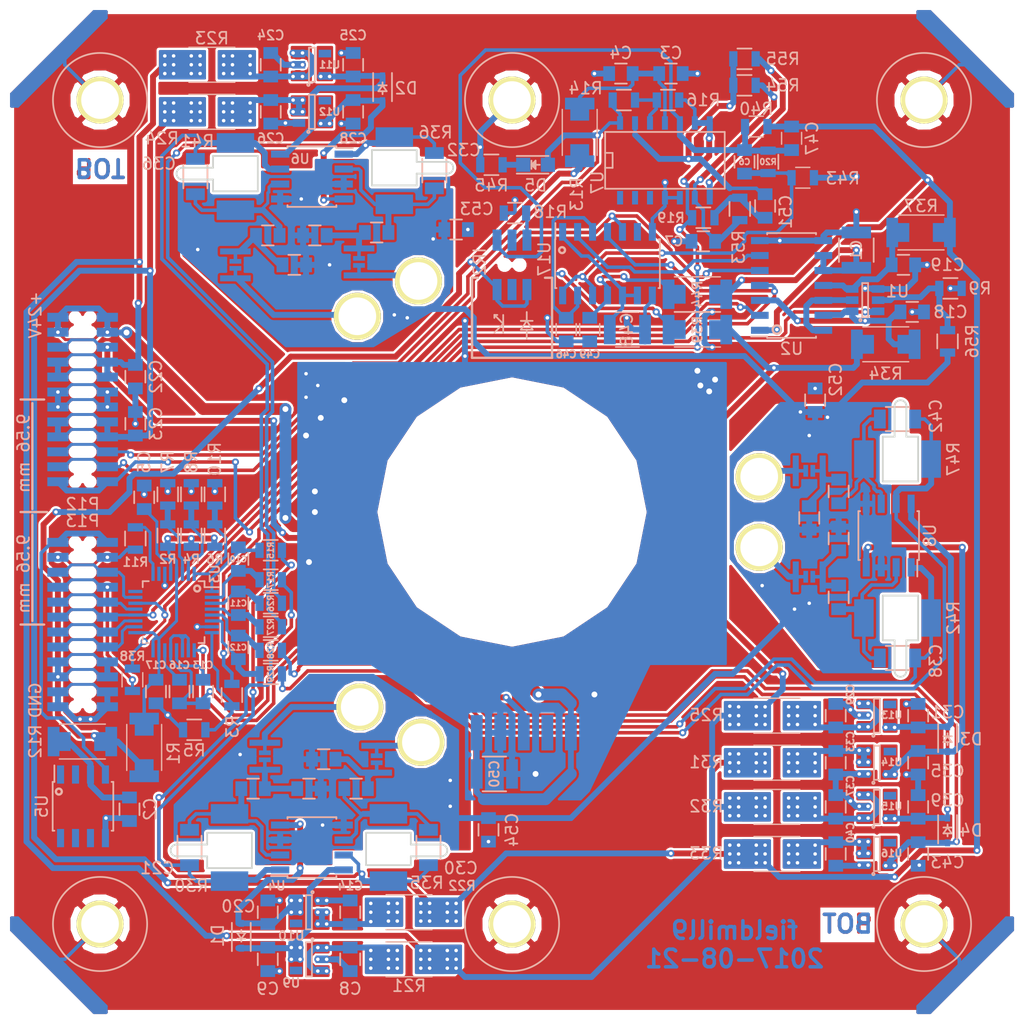
<source format=kicad_pcb>
(kicad_pcb (version 4) (host pcbnew 4.0.6+dfsg1-1)
  (layers (0 F.Cu signal) (31 B.Cu signal) (34 B.Paste user) (35 F.Paste user) (36 B.SilkS user) (37 F.SilkS user) (38 B.Mask user) (39 F.Mask user) (44 Edge.Cuts user))
  (net 0 "")
  (net 1 GND)
  (net 2 /channel1/SENSORP)
  (net 3 /channel1/SENSORN)
  (net 4 /channel2/SENSORP)
  (net 5 /channel2/SENSORN)
  (net 6 /channel3/SENSORP)
  (net 7 /channel3/SENSORN)
  (net 8 "Net-(C24-Pad1)")
  (net 9 "Net-(C5-Pad2)")
  (net 10 "Net-(C10-Pad1)")
  (net 11 "Net-(C10-Pad2)")
  (net 12 "Net-(C11-Pad1)")
  (net 13 "Net-(C11-Pad2)")
  (net 14 "Net-(C12-Pad1)")
  (net 15 "Net-(C12-Pad2)")
  (net 16 "Net-(C13-Pad2)")
  (net 17 "Net-(C16-Pad1)")
  (net 18 +3V3)
  (net 19 /channel1/OUT+)
  (net 20 /channel1/OUT-)
  (net 21 "Net-(C29-Pad1)")
  (net 22 "Net-(C33-Pad1)")
  (net 23 /channel2/OUT+)
  (net 24 /channel2/OUT-)
  (net 25 "Net-(C37-Pad1)")
  (net 26 /channel3/OUT+)
  (net 27 /channel3/OUT-)
  (net 28 /MOSI)
  (net 29 "Net-(R2-Pad1)")
  (net 30 "Net-(R3-Pad1)")
  (net 31 "Net-(R4-Pad1)")
  (net 32 "Net-(R10-Pad1)")
  (net 33 "Net-(R11-Pad1)")
  (net 34 "Net-(R14-Pad1)")
  (net 35 "Net-(C1-Pad1)")
  (net 36 "Net-(C2-Pad1)")
  (net 37 "Net-(C3-Pad1)")
  (net 38 "Net-(C7-Pad1)")
  (net 39 "Net-(C8-Pad1)")
  (net 40 /channel1/+2V5)
  (net 41 /vreg4/-2V5)
  (net 42 "Net-(C14-Pad1)")
  (net 43 "Net-(C15-Pad1)")
  (net 44 VGND)
  (net 45 VDD)
  (net 46 "Net-(C18-Pad1)")
  (net 47 "Net-(C19-Pad1)")
  (net 48 /channel1/-2V5)
  (net 49 "Net-(C21-Pad1)")
  (net 50 +5V)
  (net 51 -5V)
  (net 52 /channel2/+2V5)
  (net 53 "Net-(C26-Pad1)")
  (net 54 "Net-(C27-Pad2)")
  (net 55 /channel2/-2V5)
  (net 56 "Net-(C30-Pad1)")
  (net 57 /channel3/+2V5)
  (net 58 "Net-(C32-Pad1)")
  (net 59 "Net-(C34-Pad1)")
  (net 60 /channel3/-2V5)
  (net 61 "Net-(C36-Pad1)")
  (net 62 "Net-(C38-Pad1)")
  (net 63 /vreg4/+2V5)
  (net 64 "Net-(C40-Pad1)")
  (net 65 "Net-(C41-Pad2)")
  (net 66 "Net-(C42-Pad1)")
  (net 67 "Net-(C44-Pad1)")
  (net 68 "Net-(C45-Pad2)")
  (net 69 /PWM)
  (net 70 +24V)
  (net 71 /Tachometers/RAW_ITACH)
  (net 72 "Net-(U1-Pad2)")
  (net 73 /ITACH)
  (net 74 /EN_VGND)
  (net 75 /ONEWIRE)
  (net 76 /f_ADC)
  (net 77 //CS_ADC)
  (net 78 /MISO)
  (net 79 //DRDY)
  (net 80 //DONE)
  (net 81 "Net-(C6-Pad1)")
  (net 82 "Net-(C47-Pad1)")
  (net 83 "Net-(C46-Pad1)")
  (net 84 "Net-(C48-Pad1)")
  (net 85 "Net-(C49-Pad1)")
  (net 86 /CS_DACS)
  (net 87 "Net-(P13-Pad7)")
  (net 88 SCLK)
  (net 89 /Tachometers/DIN)
  (net 90 "Net-(D5-Pad1)")
  (net 91 "Net-(IR2-PadK)")
  (net 92 "Net-(C51-Pad1)")
  (net 93 "Net-(C51-Pad2)")
  (net 94 "Net-(R55-Pad2)")
  (net 95 "Net-(R56-Pad2)")
  (module SCUBE:LPPB032NFSP-RC-ITR20001 (layer B.Cu) (at 100 79 180)
    (fp_text reference IR2 (at 2.75 0.25 450) (layer B.SilkS) (effects (justify mirror)))
    (fp_text value ITR20001)
    (pad A smd rect (at -1.27 -2.1 180) (size 0.76 1.8) (layers B.Cu B.Paste B.Mask) (net 18 +3V3))
    (pad K smd rect (at -1.27 2.1 180) (size 0.76 1.8) (layers B.Cu B.Paste B.Mask) (net 91 "Net-(IR2-PadK)"))
    (pad "" smd rect (at 0 -2.1 180) (size 0.76 1.8) (layers B.Cu B.Paste B.Mask))
    (pad "" smd rect (at 0 2.1 180) (size 0.76 1.8) (layers B.Cu B.Paste B.Mask))
    (pad C smd rect (at 1.27 -2.1 180) (size 0.76 1.8) (layers B.Cu B.Paste B.Mask) (net 18 +3V3))
    (pad E smd rect (at 1.27 2.1 180) (size 0.76 1.8) (layers B.Cu B.Paste B.Mask) (net 82 "Net-(C47-Pad1)"))
    (pad "" np_thru_hole circle (at 0.635 0 180) (size 0.8 0.8) (drill 0.8) (layers *.Cu))
    (pad "" np_thru_hole circle (at -0.635 0 180) (size 0.8 0.8) (drill 0.8) (layers *.Cu))
  )
  (module Resistors_SMD:R_0805 (layer B.Cu) (at 113.25 65 180)
    (fp_text reference R16 (at -3 0 180) (layer B.SilkS) (effects (justify mirror)))
    (fp_text value 1k)
    (pad 1 smd rect (at -0.95 0 180) (size 0.7 1.3) (layers B.Cu B.Paste B.Mask) (net 71 /Tachometers/RAW_ITACH))
    (pad 2 smd rect (at 0.95 0 180) (size 0.7 1.3) (layers B.Cu B.Paste B.Mask) (net 34 "Net-(R14-Pad1)"))
  )
  (module Housings_QFP:LQFP-32_5x5mm_Pitch0.5mm (layer B.Cu) (at 71.25 108.5 180)
    (fp_text reference U3 (at -3.5 3.25 270) (layer B.SilkS) (effects (font (size 0.8 0.8)) (justify mirror)))
    (fp_text value ADS131A04)
    (pad 1 smd rect (at -3.25 1.75 180) (size 1.2 0.28) (layers B.Cu B.Paste B.Mask) (net 10 "Net-(C10-Pad1)"))
    (pad 2 smd rect (at -3.25 1.25 180) (size 1.2 0.28) (layers B.Cu B.Paste B.Mask) (net 11 "Net-(C10-Pad2)"))
    (pad 3 smd rect (at -3.25 0.75 180) (size 1.2 0.28) (layers B.Cu B.Paste B.Mask) (net 12 "Net-(C11-Pad1)"))
    (pad 4 smd rect (at -3.25 0.25 180) (size 1.2 0.28) (layers B.Cu B.Paste B.Mask) (net 13 "Net-(C11-Pad2)"))
    (pad 5 smd rect (at -3.25 -0.25 180) (size 1.2 0.28) (layers B.Cu B.Paste B.Mask) (net 14 "Net-(C12-Pad1)"))
    (pad 6 smd rect (at -3.25 -0.75 180) (size 1.2 0.28) (layers B.Cu B.Paste B.Mask) (net 15 "Net-(C12-Pad2)"))
    (pad 7 smd rect (at -3.25 -1.25 180) (size 1.2 0.28) (layers B.Cu B.Paste B.Mask) (net 1 GND))
    (pad 8 smd rect (at -3.25 -1.75 180) (size 1.2 0.28) (layers B.Cu B.Paste B.Mask) (net 30 "Net-(R3-Pad1)"))
    (pad 9 smd rect (at -1.75 -3.25 90) (size 1.2 0.28) (layers B.Cu B.Paste B.Mask) (net 63 /vreg4/+2V5))
    (pad 10 smd rect (at -1.25 -3.25 90) (size 1.2 0.28) (layers B.Cu B.Paste B.Mask) (net 41 /vreg4/-2V5))
    (pad 11 smd rect (at -0.75 -3.25 90) (size 1.2 0.28) (layers B.Cu B.Paste B.Mask) (net 41 /vreg4/-2V5))
    (pad 12 smd rect (at -0.25 -3.25 90) (size 1.2 0.28) (layers B.Cu B.Paste B.Mask) (net 16 "Net-(C13-Pad2)"))
    (pad 13 smd rect (at 0.25 -3.25 90) (size 1.2 0.28) (layers B.Cu B.Paste B.Mask) (net 41 /vreg4/-2V5))
    (pad 14 smd rect (at 0.75 -3.25 90) (size 1.2 0.28) (layers B.Cu B.Paste B.Mask) (net 17 "Net-(C16-Pad1)"))
    (pad 15 smd rect (at 1.25 -3.25 90) (size 1.2 0.28) (layers B.Cu B.Paste B.Mask) (net 45 VDD))
    (pad 16 smd rect (at 1.75 -3.25 90) (size 1.2 0.28) (layers B.Cu B.Paste B.Mask) (net 45 VDD))
    (pad 17 smd rect (at 3.25 -1.75 180) (size 1.2 0.28) (layers B.Cu B.Paste B.Mask) (net 45 VDD))
    (pad 18 smd rect (at 3.25 -1.25 180) (size 1.2 0.28) (layers B.Cu B.Paste B.Mask) (net 80 //DONE))
    (pad 19 smd rect (at 3.25 -0.75 180) (size 1.2 0.28) (layers B.Cu B.Paste B.Mask) (net 79 //DRDY))
    (pad 20 smd rect (at 3.25 -0.25 180) (size 1.2 0.28) (layers B.Cu B.Paste B.Mask) (net 28 /MOSI))
    (pad 21 smd rect (at 3.25 0.25 180) (size 1.2 0.28) (layers B.Cu B.Paste B.Mask) (net 78 /MISO))
    (pad 22 smd rect (at 3.25 0.75 180) (size 1.2 0.28) (layers B.Cu B.Paste B.Mask) (net 88 SCLK))
    (pad 23 smd rect (at 3.25 1.25 180) (size 1.2 0.28) (layers B.Cu B.Paste B.Mask) (net 77 //CS_ADC))
    (pad 24 smd rect (at 3.25 1.75 180) (size 1.2 0.28) (layers B.Cu B.Paste B.Mask))
    (pad 25 smd rect (at 1.75 3.25 90) (size 1.2 0.28) (layers B.Cu B.Paste B.Mask) (net 33 "Net-(R11-Pad1)"))
    (pad 26 smd rect (at 1.25 3.25 90) (size 1.2 0.28) (layers B.Cu B.Paste B.Mask))
    (pad 27 smd rect (at 0.75 3.25 90) (size 1.2 0.28) (layers B.Cu B.Paste B.Mask) (net 1 GND))
    (pad 28 smd rect (at 0.25 3.25 90) (size 1.2 0.28) (layers B.Cu B.Paste B.Mask) (net 9 "Net-(C5-Pad2)"))
    (pad 29 smd rect (at -0.25 3.25 90) (size 1.2 0.28) (layers B.Cu B.Paste B.Mask) (net 45 VDD))
    (pad 30 smd rect (at -0.75 3.25 90) (size 1.2 0.28) (layers B.Cu B.Paste B.Mask) (net 29 "Net-(R2-Pad1)"))
    (pad 31 smd rect (at -1.25 3.25 90) (size 1.2 0.28) (layers B.Cu B.Paste B.Mask) (net 31 "Net-(R4-Pad1)"))
    (pad 32 smd rect (at -1.75 3.25 90) (size 1.2 0.28) (layers B.Cu B.Paste B.Mask) (net 32 "Net-(R10-Pad1)"))
  )
  (module Housings_SOIC:SOIC-8_3.9x4.9mm_Pitch1.27mm (layer B.Cu) (at 132 102 90)
    (fp_text reference U8 (at 0 3.5 90) (layer B.SilkS) (effects (justify mirror)))
    (fp_text value LTC6241IS8#PBF)
    (pad 1 smd rect (at -2.7 1.905 90) (size 1.55 0.6) (layers B.Cu B.Paste B.Mask) (net 27 /channel3/OUT-))
    (pad 2 smd rect (at -2.7 0.635 90) (size 1.55 0.6) (layers B.Cu B.Paste B.Mask) (net 62 "Net-(C38-Pad1)"))
    (pad 3 smd rect (at -2.7 -0.635 90) (size 1.55 0.6) (layers B.Cu B.Paste B.Mask) (net 44 VGND))
    (pad 4 smd rect (at -2.7 -1.905 90) (size 1.55 0.6) (layers B.Cu B.Paste B.Mask) (net 60 /channel3/-2V5))
    (pad 5 smd rect (at 2.7 -1.905 90) (size 1.55 0.6) (layers B.Cu B.Paste B.Mask) (net 44 VGND))
    (pad 6 smd rect (at 2.7 -0.635 90) (size 1.55 0.6) (layers B.Cu B.Paste B.Mask) (net 66 "Net-(C42-Pad1)"))
    (pad 7 smd rect (at 2.7 0.635 90) (size 1.55 0.6) (layers B.Cu B.Paste B.Mask) (net 26 /channel3/OUT+))
    (pad 8 smd rect (at 2.7 1.905 90) (size 1.55 0.6) (layers B.Cu B.Paste B.Mask) (net 57 /channel3/+2V5))
  )
  (module Resistors_SMD:R_0805 (layer B.Cu) (at 76.2 115.55 90)
    (fp_text reference R3 (at -2.7 0.05 90) (layer B.SilkS) (effects (justify mirror)))
    (fp_text value 10k)
    (pad 1 smd rect (at -0.95 0 90) (size 0.7 1.3) (layers B.Cu B.Paste B.Mask) (net 30 "Net-(R3-Pad1)"))
    (pad 2 smd rect (at 0.95 0 90) (size 0.7 1.3) (layers B.Cu B.Paste B.Mask) (net 71 /Tachometers/RAW_ITACH))
  )
  (module Capacitors_SMD:C_0805 (layer B.Cu) (at 86.25 134 90)
    (fp_text reference C14 (at 2.25 0 180) (layer B.SilkS) (effects (font (size 0.75 0.75)) (justify mirror)))
    (fp_text value 10u)
    (pad 1 smd rect (at -1 0 90) (size 1 1.25) (layers B.Cu B.Paste B.Mask) (net 42 "Net-(C14-Pad1)"))
    (pad 2 smd rect (at 1 0 90) (size 1 1.25) (layers B.Cu B.Paste B.Mask) (net 1 GND))
  )
  (module Capacitors_SMD:C_0805 (layer B.Cu) (at 82.75 123.5)
    (fp_text reference C15)
    (fp_text value 4p7)
    (pad 1 smd rect (at -1 0) (size 1 1.25) (layers B.Cu B.Paste B.Mask) (net 43 "Net-(C15-Pad1)"))
    (pad 2 smd rect (at 1 0) (size 1 1.25) (layers B.Cu B.Paste B.Mask) (net 44 VGND))
  )
  (module Capacitors_SMD:C_0805 (layer B.Cu) (at 134.5 121.3 270)
    (fp_text reference C35 (at 0.7 -2.5 360) (layer B.SilkS) (effects (justify mirror)))
    (fp_text value 10u)
    (pad 1 smd rect (at -1 0 270) (size 1 1.25) (layers B.Cu B.Paste B.Mask) (net 60 /channel3/-2V5))
    (pad 2 smd rect (at 1 0 270) (size 1 1.25) (layers B.Cu B.Paste B.Mask) (net 1 GND))
  )
  (module Resistors_SMD:R_0805 (layer B.Cu) (at 116.25 75 180)
    (fp_text reference R19 (at 2.75 0 180) (layer B.SilkS) (effects (font (size 0.8 0.8)) (justify mirror)))
    (fp_text value 10k)
    (pad 1 smd rect (at -0.95 0 180) (size 0.7 1.3) (layers B.Cu B.Paste B.Mask) (net 92 "Net-(C51-Pad1)"))
    (pad 2 smd rect (at 0.95 0 180) (size 0.7 1.3) (layers B.Cu B.Paste B.Mask) (net 71 /Tachometers/RAW_ITACH))
  )
  (module SCUBE:M3_PTH (layer F.Cu) (at 92.053848 80.370835 30)
    (fp_text reference P4 hide)
    (fp_text value SENSOR)
    (pad 1 thru_hole circle (at 0 0 30) (size 4 4) (drill 3.2) (layers *.Cu *.Mask F.SilkS) (net 5 /channel2/SENSORN))
  )
  (module SCUBE:M3_PTH (layer F.Cu) (at 92.25833 119.562178 150)
    (fp_text reference P1 hide)
    (fp_text value SENSOR)
    (pad 1 thru_hole circle (at 0 0 150) (size 4 4) (drill 3.2) (layers *.Cu *.Mask F.SilkS) (net 2 /channel1/SENSORP))
  )
  (module SCUBE:M3_PTH (layer F.Cu) (at 87.062178 116.562178 150)
    (fp_text reference P2 hide)
    (fp_text value SENSOR)
    (pad 1 thru_hole circle (at 0 0 150) (size 4 4) (drill 3.2) (layers *.Cu *.Mask F.SilkS) (net 3 /channel1/SENSORN))
  )
  (module SCUBE:M3_PTH (layer F.Cu) (at 86.857695 83.370835 30)
    (fp_text reference P3 hide)
    (fp_text value SENSOR)
    (pad 1 thru_hole circle (at 0 0 30) (size 4 4) (drill 3.2) (layers *.Cu *.Mask F.SilkS) (net 4 /channel2/SENSORP))
  )
  (module SCUBE:M3_PTH (layer F.Cu) (at 121 97 270)
    (fp_text reference P5 hide)
    (fp_text value SENSOR)
    (pad 1 thru_hole circle (at 0 0 270) (size 4 4) (drill 3.2) (layers *.Cu *.Mask F.SilkS) (net 6 /channel3/SENSORP))
  )
  (module SCUBE:M3_PTH (layer F.Cu) (at 121 103 270)
    (fp_text reference P6 hide)
    (fp_text value SENSOR)
    (pad 1 thru_hole circle (at 0 0 270) (size 4 4) (drill 3.2) (layers *.Cu *.Mask F.SilkS) (net 7 /channel3/SENSORN))
  )
  (module Capacitors_SMD:C_0805 (layer B.Cu) (at 68 88.5 270)
    (fp_text reference C22 (at 0 -1.75 270) (layer B.SilkS) (effects (justify mirror)))
    (fp_text value 10u)
    (pad 1 smd rect (at -1 0 270) (size 1 1.25) (layers B.Cu B.Paste B.Mask) (net 50 +5V))
    (pad 2 smd rect (at 1 0 270) (size 1 1.25) (layers B.Cu B.Paste B.Mask) (net 1 GND))
  )
  (module Capacitors_SMD:C_0805 (layer B.Cu) (at 68 92.5 270)
    (fp_text reference C23 (at 0 -1.75 270) (layer B.SilkS) (effects (justify mirror)))
    (fp_text value 10u)
    (pad 1 smd rect (at -1 0 270) (size 1 1.25) (layers B.Cu B.Paste B.Mask) (net 1 GND))
    (pad 2 smd rect (at 1 0 270) (size 1 1.25) (layers B.Cu B.Paste B.Mask) (net 51 -5V))
  )
  (module Resistors_SMD:R_0805 (layer B.Cu) (at 100.25 74.6 180)
    (fp_text reference R18 (at -3 0.1 360) (layer B.SilkS) (effects (justify mirror)))
    (fp_text value 1k2)
    (pad 1 smd rect (at -0.95 0 180) (size 0.7 1.3) (layers B.Cu B.Paste B.Mask) (net 91 "Net-(IR2-PadK)"))
    (pad 2 smd rect (at 0.95 0 180) (size 0.7 1.3) (layers B.Cu B.Paste B.Mask) (net 1 GND))
  )
  (module Resistors_SMD:R_0805 (layer B.Cu) (at 121.75 70.25 270)
    (fp_text reference R20 (at 0 0 360) (layer B.SilkS) (effects (font (size 0.5 0.5) (thickness 0.125)) (justify mirror)))
    (fp_text value 100k)
    (pad 1 smd rect (at -0.95 0 270) (size 0.7 1.3) (layers B.Cu B.Paste B.Mask) (net 82 "Net-(C47-Pad1)"))
    (pad 2 smd rect (at 0.95 0 270) (size 0.7 1.3) (layers B.Cu B.Paste B.Mask) (net 81 "Net-(C6-Pad1)"))
  )
  (module Capacitors_SMD:C_0805 (layer B.Cu) (at 79.5 62 90)
    (fp_text reference C24 (at 2.5 0 180) (layer B.SilkS) (effects (font (size 0.8 0.8)) (justify mirror)))
    (fp_text value 10u)
    (pad 1 smd rect (at -1 0 90) (size 1 1.25) (layers B.Cu B.Paste B.Mask) (net 8 "Net-(C24-Pad1)"))
    (pad 2 smd rect (at 1 0 90) (size 1 1.25) (layers B.Cu B.Paste B.Mask) (net 1 GND))
  )
  (module Capacitors_SMD:C_0805 (layer B.Cu) (at 86.5 62 90)
    (fp_text reference C25 (at 2.5 0 180) (layer B.SilkS) (effects (font (size 0.8 0.8)) (justify mirror)))
    (fp_text value 10u)
    (pad 1 smd rect (at -1 0 90) (size 1 1.25) (layers B.Cu B.Paste B.Mask) (net 52 /channel2/+2V5))
    (pad 2 smd rect (at 1 0 90) (size 1 1.25) (layers B.Cu B.Paste B.Mask) (net 1 GND))
  )
  (module Capacitors_SMD:C_0805 (layer B.Cu) (at 79.5 66 270)
    (fp_text reference C26 (at 2.25 0 360) (layer B.SilkS) (effects (font (size 0.8 0.8)) (justify mirror)))
    (fp_text value 10u)
    (pad 1 smd rect (at -1 0 270) (size 1 1.25) (layers B.Cu B.Paste B.Mask) (net 53 "Net-(C26-Pad1)"))
    (pad 2 smd rect (at 1 0 270) (size 1 1.25) (layers B.Cu B.Paste B.Mask) (net 1 GND))
  )
  (module Capacitors_SMD:C_0805 (layer B.Cu) (at 67.5 125.25 270)
    (fp_text reference C2 (at 0 -1.75 270) (layer B.SilkS) (effects (justify mirror)))
    (fp_text value 10u)
    (pad 1 smd rect (at -1 0 270) (size 1 1.25) (layers B.Cu B.Paste B.Mask) (net 36 "Net-(C2-Pad1)"))
    (pad 2 smd rect (at 1 0 270) (size 1 1.25) (layers B.Cu B.Paste B.Mask) (net 1 GND))
  )
  (module Capacitors_SMD:C_0805 (layer B.Cu) (at 113.5 62.75)
    (fp_text reference C3 (at 0 -1.75) (layer B.SilkS) (effects (justify mirror)))
    (fp_text value 100n)
    (pad 1 smd rect (at -1 0) (size 1 1.25) (layers B.Cu B.Paste B.Mask) (net 37 "Net-(C3-Pad1)"))
    (pad 2 smd rect (at 1 0) (size 1 1.25) (layers B.Cu B.Paste B.Mask) (net 1 GND))
  )
  (module Capacitors_SMD:C_0805 (layer B.Cu) (at 109.25 62.75 180)
    (fp_text reference C4 (at 0 1.75 180) (layer B.SilkS) (effects (justify mirror)))
    (fp_text value 10u)
    (pad 1 smd rect (at -1 0 180) (size 1 1.25) (layers B.Cu B.Paste B.Mask) (net 37 "Net-(C3-Pad1)"))
    (pad 2 smd rect (at 1 0 180) (size 1 1.25) (layers B.Cu B.Paste B.Mask) (net 1 GND))
  )
  (module Capacitors_SMD:C_0805 (layer B.Cu) (at 68.75 98.75 270)
    (fp_text reference C5 (at -3 0 270) (layer B.SilkS) (effects (justify mirror)))
    (fp_text value 1u)
    (pad 1 smd rect (at -1 0 270) (size 1 1.25) (layers B.Cu B.Paste B.Mask) (net 1 GND))
    (pad 2 smd rect (at 1 0 270) (size 1 1.25) (layers B.Cu B.Paste B.Mask) (net 9 "Net-(C5-Pad2)"))
  )
  (module Capacitors_SMD:C_0805 (layer B.Cu) (at 119.75 70.25 90)
    (fp_text reference C6 (at 0 0 180) (layer B.SilkS) (effects (font (size 0.5 0.5) (thickness 0.125)) (justify mirror)))
    (fp_text value 470p)
    (pad 1 smd rect (at -1 0 90) (size 1 1.25) (layers B.Cu B.Paste B.Mask) (net 81 "Net-(C6-Pad1)"))
    (pad 2 smd rect (at 1 0 90) (size 1 1.25) (layers B.Cu B.Paste B.Mask) (net 82 "Net-(C47-Pad1)"))
  )
  (module Capacitors_SMD:C_0805 (layer B.Cu) (at 116.25 77 180)
    (fp_text reference C7 (at 2.5 0 180) (layer B.SilkS) (effects (font (size 0.8 0.8)) (justify mirror)))
    (fp_text value 10u)
    (pad 1 smd rect (at -1 0 180) (size 1 1.25) (layers B.Cu B.Paste B.Mask) (net 38 "Net-(C7-Pad1)"))
    (pad 2 smd rect (at 1 0 180) (size 1 1.25) (layers B.Cu B.Paste B.Mask) (net 1 GND))
  )
  (module Capacitors_SMD:C_0805 (layer B.Cu) (at 86.25 138 270)
    (fp_text reference C8 (at 2.5 0 360) (layer B.SilkS) (effects (justify mirror)))
    (fp_text value 10u)
    (pad 1 smd rect (at -1 0 270) (size 1 1.25) (layers B.Cu B.Paste B.Mask) (net 39 "Net-(C8-Pad1)"))
    (pad 2 smd rect (at 1 0 270) (size 1 1.25) (layers B.Cu B.Paste B.Mask) (net 1 GND))
  )
  (module Capacitors_SMD:C_0805 (layer B.Cu) (at 79.25 138 270)
    (fp_text reference C9 (at 2.5 0 360) (layer B.SilkS) (effects (justify mirror)))
    (fp_text value 10u)
    (pad 1 smd rect (at -1 0 270) (size 1 1.25) (layers B.Cu B.Paste B.Mask) (net 40 /channel1/+2V5))
    (pad 2 smd rect (at 1 0 270) (size 1 1.25) (layers B.Cu B.Paste B.Mask) (net 1 GND))
  )
  (module Capacitors_SMD:C_0805 (layer B.Cu) (at 76.75 104 270)
    (fp_text reference C10 (at 0 0 360) (layer B.SilkS) (effects (font (size 0.5 0.5) (thickness 0.125)) (justify mirror)))
    (fp_text value 1n)
    (pad 1 smd rect (at -1 0 270) (size 1 1.25) (layers B.Cu B.Paste B.Mask) (net 10 "Net-(C10-Pad1)"))
    (pad 2 smd rect (at 1 0 270) (size 1 1.25) (layers B.Cu B.Paste B.Mask) (net 11 "Net-(C10-Pad2)"))
  )
  (module Capacitors_SMD:C_0805 (layer B.Cu) (at 76.75 107.75 270)
    (fp_text reference C11 (at 0 0 360) (layer B.SilkS) (effects (font (size 0.5 0.5) (thickness 0.125)) (justify mirror)))
    (fp_text value 1n)
    (pad 1 smd rect (at -1 0 270) (size 1 1.25) (layers B.Cu B.Paste B.Mask) (net 12 "Net-(C11-Pad1)"))
    (pad 2 smd rect (at 1 0 270) (size 1 1.25) (layers B.Cu B.Paste B.Mask) (net 13 "Net-(C11-Pad2)"))
  )
  (module Capacitors_SMD:C_0805 (layer B.Cu) (at 76.75 111.5 270)
    (fp_text reference C12 (at 0 0 360) (layer B.SilkS) (effects (font (size 0.5 0.5) (thickness 0.125)) (justify mirror)))
    (fp_text value 1n)
    (pad 1 smd rect (at -1 0 270) (size 1 1.25) (layers B.Cu B.Paste B.Mask) (net 14 "Net-(C12-Pad1)"))
    (pad 2 smd rect (at 1 0 270) (size 1 1.25) (layers B.Cu B.Paste B.Mask) (net 15 "Net-(C12-Pad2)"))
  )
  (module Capacitors_SMD:C_0805 (layer B.Cu) (at 73.75 115.25 90)
    (fp_text reference C13 (at 2.25 0 180) (layer B.SilkS) (effects (font (size 0.6 0.6) (thickness 0.125)) (justify mirror)))
    (fp_text value 1u)
    (pad 1 smd rect (at -1 0 90) (size 1 1.25) (layers B.Cu B.Paste B.Mask) (net 41 /vreg4/-2V5))
    (pad 2 smd rect (at 1 0 90) (size 1 1.25) (layers B.Cu B.Paste B.Mask) (net 16 "Net-(C13-Pad2)"))
  )
  (module Capacitors_SMD:C_0805 (layer B.Cu) (at 71.75 115.25 270)
    (fp_text reference C16 (at -2.25 0 360) (layer B.SilkS) (effects (font (size 0.6 0.6)) (justify mirror)))
    (fp_text value 1u)
    (pad 1 smd rect (at -1 0 270) (size 1 1.25) (layers B.Cu B.Paste B.Mask) (net 17 "Net-(C16-Pad1)"))
    (pad 2 smd rect (at 1 0 270) (size 1 1.25) (layers B.Cu B.Paste B.Mask) (net 41 /vreg4/-2V5))
  )
  (module Capacitors_SMD:C_0805 (layer B.Cu) (at 69.75 115.25 270)
    (fp_text reference C17 (at -2.25 0 360) (layer B.SilkS) (effects (font (size 0.6 0.6)) (justify mirror)))
    (fp_text value 1u)
    (pad 1 smd rect (at -1 0 270) (size 1 1.25) (layers B.Cu B.Paste B.Mask) (net 45 VDD))
    (pad 2 smd rect (at 1 0 270) (size 1 1.25) (layers B.Cu B.Paste B.Mask) (net 1 GND))
  )
  (module Capacitors_SMD:C_0805 (layer B.Cu) (at 134 83)
    (fp_text reference C18 (at 3.25 0) (layer B.SilkS) (effects (justify mirror)))
    (fp_text value 10u)
    (pad 1 smd rect (at -1 0) (size 1 1.25) (layers B.Cu B.Paste B.Mask) (net 46 "Net-(C18-Pad1)"))
    (pad 2 smd rect (at 1 0) (size 1 1.25) (layers B.Cu B.Paste B.Mask) (net 1 GND))
  )
  (module Capacitors_SMD:C_0805 (layer B.Cu) (at 133.25 79)
    (fp_text reference C19 (at 3.75 0) (layer B.SilkS) (effects (justify mirror)))
    (fp_text value 10u)
    (pad 1 smd rect (at -1 0) (size 1 1.25) (layers B.Cu B.Paste B.Mask) (net 47 "Net-(C19-Pad1)"))
    (pad 2 smd rect (at 1 0) (size 1 1.25) (layers B.Cu B.Paste B.Mask) (net 1 GND))
  )
  (module Capacitors_SMD:C_0805 (layer B.Cu) (at 84 121)
    (fp_text reference C27)
    (fp_text value 4p7)
    (pad 1 smd rect (at -1 0) (size 1 1.25) (layers B.Cu B.Paste B.Mask) (net 44 VGND))
    (pad 2 smd rect (at 1 0) (size 1 1.25) (layers B.Cu B.Paste B.Mask) (net 54 "Net-(C27-Pad2)"))
  )
  (module Capacitors_SMD:C_0805 (layer B.Cu) (at 86.5 66 270)
    (fp_text reference C28 (at 2.25 0 360) (layer B.SilkS) (effects (font (size 0.8 0.8)) (justify mirror)))
    (fp_text value 10u)
    (pad 1 smd rect (at -1 0 270) (size 1 1.25) (layers B.Cu B.Paste B.Mask) (net 55 /channel2/-2V5))
    (pad 2 smd rect (at 1 0 270) (size 1 1.25) (layers B.Cu B.Paste B.Mask) (net 1 GND))
  )
  (module Capacitors_SMD:C_0805 (layer B.Cu) (at 127.5 121.3 270)
    (fp_text reference C33 (at -1.8 -1.25 450) (layer B.SilkS) (effects (font (size 0.6 0.6)) (justify mirror)))
    (fp_text value 10u)
    (pad 1 smd rect (at -1 0 270) (size 1 1.25) (layers B.Cu B.Paste B.Mask) (net 22 "Net-(C33-Pad1)"))
    (pad 2 smd rect (at 1 0 270) (size 1 1.25) (layers B.Cu B.Paste B.Mask) (net 1 GND))
  )
  (module Capacitors_SMD:C_0805 (layer B.Cu) (at 83.25 76.5 180)
    (fp_text reference C34)
    (fp_text value 4p7)
    (pad 1 smd rect (at -1 0 180) (size 1 1.25) (layers B.Cu B.Paste B.Mask) (net 59 "Net-(C34-Pad1)"))
    (pad 2 smd rect (at 1 0 180) (size 1 1.25) (layers B.Cu B.Paste B.Mask) (net 44 VGND))
  )
  (module Capacitors_SMD:C_0805 (layer B.Cu) (at 134.5 125.05 90)
    (fp_text reference C39 (at 0.55 2.5 180) (layer B.SilkS) (effects (justify mirror)))
    (fp_text value 10u)
    (pad 1 smd rect (at -1 0 90) (size 1 1.25) (layers B.Cu B.Paste B.Mask) (net 63 /vreg4/+2V5))
    (pad 2 smd rect (at 1 0 90) (size 1 1.25) (layers B.Cu B.Paste B.Mask) (net 1 GND))
  )
  (module Capacitors_SMD:C_0805 (layer B.Cu) (at 127.5 129.05 270)
    (fp_text reference C40 (at -1.8 -1.25 450) (layer B.SilkS) (effects (font (size 0.6 0.6)) (justify mirror)))
    (fp_text value 10u)
    (pad 1 smd rect (at -1 0 270) (size 1 1.25) (layers B.Cu B.Paste B.Mask) (net 64 "Net-(C40-Pad1)"))
    (pad 2 smd rect (at 1 0 270) (size 1 1.25) (layers B.Cu B.Paste B.Mask) (net 1 GND))
  )
  (module Resistors_SMD:R_0805 (layer B.Cu) (at 70.75 102 270)
    (fp_text reference R2 (at 2 0 360) (layer B.SilkS) (effects (font (size 0.75 0.75)) (justify mirror)))
    (fp_text value 470)
    (pad 1 smd rect (at -0.95 0 270) (size 0.7 1.3) (layers B.Cu B.Paste B.Mask) (net 29 "Net-(R2-Pad1)"))
    (pad 2 smd rect (at 0.95 0 270) (size 0.7 1.3) (layers B.Cu B.Paste B.Mask) (net 45 VDD))
  )
  (module Resistors_SMD:R_0805 (layer B.Cu) (at 72.75 102 270)
    (fp_text reference R4 (at 2 0 360) (layer B.SilkS) (effects (font (size 0.75 0.75)) (justify mirror)))
    (fp_text value 470)
    (pad 1 smd rect (at -0.95 0 270) (size 0.7 1.3) (layers B.Cu B.Paste B.Mask) (net 31 "Net-(R4-Pad1)"))
    (pad 2 smd rect (at 0.95 0 270) (size 0.7 1.3) (layers B.Cu B.Paste B.Mask) (net 45 VDD))
  )
  (module Resistors_SMD:R_0805 (layer B.Cu) (at 73 118.5 180)
    (fp_text reference R5 (at 0 -1.75 180) (layer B.SilkS) (effects (justify mirror)))
    (fp_text value 10k)
    (pad 1 smd rect (at -0.95 0 180) (size 0.7 1.3) (layers B.Cu B.Paste B.Mask) (net 30 "Net-(R3-Pad1)"))
    (pad 2 smd rect (at 0.95 0 180) (size 0.7 1.3) (layers B.Cu B.Paste B.Mask) (net 1 GND))
  )
  (module Resistors_SMD:R_0805 (layer B.Cu) (at 74.75 102 270)
    (fp_text reference R6 (at 2 0 360) (layer B.SilkS) (effects (font (size 0.75 0.75)) (justify mirror)))
    (fp_text value 470)
    (pad 1 smd rect (at -0.95 0 270) (size 0.7 1.3) (layers B.Cu B.Paste B.Mask) (net 32 "Net-(R10-Pad1)"))
    (pad 2 smd rect (at 0.95 0 270) (size 0.7 1.3) (layers B.Cu B.Paste B.Mask) (net 45 VDD))
  )
  (module Resistors_SMD:R_0805 (layer B.Cu) (at 70.75 98.5 90)
    (fp_text reference R7 (at 2.75 0 90) (layer B.SilkS) (effects (justify mirror)))
    (fp_text value 470)
    (pad 1 smd rect (at -0.95 0 90) (size 0.7 1.3) (layers B.Cu B.Paste B.Mask) (net 29 "Net-(R2-Pad1)"))
    (pad 2 smd rect (at 0.95 0 90) (size 0.7 1.3) (layers B.Cu B.Paste B.Mask) (net 1 GND))
  )
  (module Resistors_SMD:R_0805 (layer B.Cu) (at 72.75 98.5 90)
    (fp_text reference R8 (at 2.75 0 90) (layer B.SilkS) (effects (justify mirror)))
    (fp_text value 470)
    (pad 1 smd rect (at -0.95 0 90) (size 0.7 1.3) (layers B.Cu B.Paste B.Mask) (net 31 "Net-(R4-Pad1)"))
    (pad 2 smd rect (at 0.95 0 90) (size 0.7 1.3) (layers B.Cu B.Paste B.Mask) (net 1 GND))
  )
  (module Resistors_SMD:R_0805 (layer B.Cu) (at 137.24999 80.99999)
    (fp_text reference R9 (at 2.50001 0.00001) (layer B.SilkS) (effects (justify mirror)))
    (fp_text value 10k)
    (pad 1 smd rect (at -0.95 0) (size 0.7 1.3) (layers B.Cu B.Paste B.Mask) (net 95 "Net-(R56-Pad2)"))
    (pad 2 smd rect (at 0.95 0) (size 0.7 1.3) (layers B.Cu B.Paste B.Mask) (net 1 GND))
  )
  (module Resistors_SMD:R_0805 (layer B.Cu) (at 74.75 98.5 90)
    (fp_text reference R10 (at 3 0 90) (layer B.SilkS) (effects (justify mirror)))
    (fp_text value 470)
    (pad 1 smd rect (at -0.95 0 90) (size 0.7 1.3) (layers B.Cu B.Paste B.Mask) (net 32 "Net-(R10-Pad1)"))
    (pad 2 smd rect (at 0.95 0 90) (size 0.7 1.3) (layers B.Cu B.Paste B.Mask) (net 1 GND))
  )
  (module Resistors_SMD:R_0805 (layer B.Cu) (at 68 102.25 270)
    (fp_text reference R11 (at 2 0 360) (layer B.SilkS) (effects (font (size 0.75 0.75)) (justify mirror)))
    (fp_text value 50)
    (pad 1 smd rect (at -0.95 0 270) (size 0.7 1.3) (layers B.Cu B.Paste B.Mask) (net 33 "Net-(R11-Pad1)"))
    (pad 2 smd rect (at 0.95 0 270) (size 0.7 1.3) (layers B.Cu B.Paste B.Mask) (net 76 /f_ADC))
  )
  (module Resistors_SMD:R_0805 (layer B.Cu) (at 79.5 103.25)
    (fp_text reference R15 (at 0 0 90) (layer B.SilkS) (effects (font (size 0.5 0.5) (thickness 0.125)) (justify mirror)))
    (fp_text value 10k)
    (pad 1 smd rect (at -0.95 0) (size 0.7 1.3) (layers B.Cu B.Paste B.Mask) (net 10 "Net-(C10-Pad1)"))
    (pad 2 smd rect (at 0.95 0) (size 0.7 1.3) (layers B.Cu B.Paste B.Mask) (net 20 /channel1/OUT-))
  )
  (module Resistors_SMD:R_0805 (layer B.Cu) (at 79.5 105.75 180)
    (fp_text reference R17 (at 0 0 270) (layer B.SilkS) (effects (font (size 0.5 0.5) (thickness 0.125)) (justify mirror)))
    (fp_text value 10k)
    (pad 1 smd rect (at -0.95 0 180) (size 0.7 1.3) (layers B.Cu B.Paste B.Mask) (net 19 /channel1/OUT+))
    (pad 2 smd rect (at 0.95 0 180) (size 0.7 1.3) (layers B.Cu B.Paste B.Mask) (net 11 "Net-(C10-Pad2)"))
  )
  (module Resistors_SMD:R_0805 (layer B.Cu) (at 79.5 107.75)
    (fp_text reference R26 (at 0 0 90) (layer B.SilkS) (effects (font (size 0.5 0.5) (thickness 0.125)) (justify mirror)))
    (fp_text value 10k)
    (pad 1 smd rect (at -0.95 0) (size 0.7 1.3) (layers B.Cu B.Paste B.Mask) (net 12 "Net-(C11-Pad1)"))
    (pad 2 smd rect (at 0.95 0) (size 0.7 1.3) (layers B.Cu B.Paste B.Mask) (net 24 /channel2/OUT-))
  )
  (module Resistors_SMD:R_0805 (layer B.Cu) (at 79.5 109.75 180)
    (fp_text reference R27 (at 0 0 270) (layer B.SilkS) (effects (font (size 0.5 0.5) (thickness 0.125)) (justify mirror)))
    (fp_text value 10k)
    (pad 1 smd rect (at -0.95 0 180) (size 0.7 1.3) (layers B.Cu B.Paste B.Mask) (net 23 /channel2/OUT+))
    (pad 2 smd rect (at 0.95 0 180) (size 0.7 1.3) (layers B.Cu B.Paste B.Mask) (net 13 "Net-(C11-Pad2)"))
  )
  (module Resistors_SMD:R_0805 (layer B.Cu) (at 79.5 111.75)
    (fp_text reference R28 (at 0 0 90) (layer B.SilkS) (effects (font (size 0.5 0.5) (thickness 0.125)) (justify mirror)))
    (fp_text value 10k)
    (pad 1 smd rect (at -0.95 0) (size 0.7 1.3) (layers B.Cu B.Paste B.Mask) (net 14 "Net-(C12-Pad1)"))
    (pad 2 smd rect (at 0.95 0) (size 0.7 1.3) (layers B.Cu B.Paste B.Mask) (net 27 /channel3/OUT-))
  )
  (module Resistors_SMD:R_0805 (layer B.Cu) (at 79.5 113.75 180)
    (fp_text reference R29 (at 0 0 270) (layer B.SilkS) (effects (font (size 0.5 0.5) (thickness 0.125)) (justify mirror)))
    (fp_text value 10k)
    (pad 1 smd rect (at -0.95 0 180) (size 0.7 1.3) (layers B.Cu B.Paste B.Mask) (net 26 /channel3/OUT+))
    (pad 2 smd rect (at 0.95 0 180) (size 0.7 1.3) (layers B.Cu B.Paste B.Mask) (net 15 "Net-(C12-Pad2)"))
  )
  (module SCUBE:Resistor_2010_2512_combined (layer B.Cu) (at 76 128.5 270)
    (fp_text reference R30 (at 3.25 3.25 360) (layer B.SilkS) (effects (justify mirror)))
    (fp_text value 100M)
    (pad 1 smd rect (at -2.8575 0 270) (size 1.655 3.18) (layers B.Cu B.Paste B.Mask) (net 49 "Net-(C21-Pad1)"))
    (pad 2 smd rect (at 2.8575 0 270) (size 1.655 3.18) (layers B.Cu B.Paste B.Mask) (net 20 /channel1/OUT-))
  )
  (module SCUBE:Resistor_2010_2512_combined (layer B.Cu) (at 89.5 128.5 270)
    (fp_text reference R35 (at 3 -3.25 360) (layer B.SilkS) (effects (justify mirror)))
    (fp_text value 100M)
    (pad 1 smd rect (at -2.8575 0 270) (size 1.655 3.18) (layers B.Cu B.Paste B.Mask) (net 56 "Net-(C30-Pad1)"))
    (pad 2 smd rect (at 2.8575 0 270) (size 1.655 3.18) (layers B.Cu B.Paste B.Mask) (net 19 /channel1/OUT+))
  )
  (module SCUBE:Resistor_2010_2512_combined (layer B.Cu) (at 90 71 90)
    (fp_text reference R36 (at 3.25 3.5 180) (layer B.SilkS) (effects (justify mirror)))
    (fp_text value 100M)
    (pad 1 smd rect (at -2.8575 0 90) (size 1.655 3.18) (layers B.Cu B.Paste B.Mask) (net 58 "Net-(C32-Pad1)"))
    (pad 2 smd rect (at 2.8575 0 90) (size 1.655 3.18) (layers B.Cu B.Paste B.Mask) (net 24 /channel2/OUT-))
  )
  (module SCUBE:Resistor_2010_2512_combined (layer B.Cu) (at 76.5 71.5 90)
    (fp_text reference R41 (at 3 -3.25 180) (layer B.SilkS) (effects (justify mirror)))
    (fp_text value 100M)
    (pad 1 smd rect (at -2.8575 0 90) (size 1.655 3.18) (layers B.Cu B.Paste B.Mask) (net 61 "Net-(C36-Pad1)"))
    (pad 2 smd rect (at 2.8575 0 90) (size 1.655 3.18) (layers B.Cu B.Paste B.Mask) (net 23 /channel2/OUT+))
  )
  (module SCUBE:Resistor_2010_2512_combined (layer B.Cu) (at 132.75 109)
    (fp_text reference R42 (at 4.75 0 90) (layer B.SilkS) (effects (justify mirror)))
    (fp_text value 100M)
    (pad 1 smd rect (at -2.8575 0) (size 1.655 3.18) (layers B.Cu B.Paste B.Mask) (net 62 "Net-(C38-Pad1)"))
    (pad 2 smd rect (at 2.8575 0) (size 1.655 3.18) (layers B.Cu B.Paste B.Mask) (net 27 /channel3/OUT-))
  )
  (module SCUBE:Resistor_2010_2512_combined (layer B.Cu) (at 132.75 95.5)
    (fp_text reference R47 (at 4.75 0 90) (layer B.SilkS) (effects (justify mirror)))
    (fp_text value 100M)
    (pad 1 smd rect (at -2.8575 0) (size 1.655 3.18) (layers B.Cu B.Paste B.Mask) (net 66 "Net-(C42-Pad1)"))
    (pad 2 smd rect (at 2.8575 0) (size 1.655 3.18) (layers B.Cu B.Paste B.Mask) (net 26 /channel3/OUT+))
  )
  (module Housings_SOIC:SOIC-8_3.9x4.9mm_Pitch1.27mm (layer B.Cu) (at 83 128.5)
    (fp_text reference U4 (at -3 3.25) (layer B.SilkS) (effects (font (size 0.75 0.75)) (justify mirror)))
    (fp_text value LTC6241IS8#PBF)
    (pad 1 smd rect (at -2.7 1.905) (size 1.55 0.6) (layers B.Cu B.Paste B.Mask) (net 20 /channel1/OUT-))
    (pad 2 smd rect (at -2.7 0.635) (size 1.55 0.6) (layers B.Cu B.Paste B.Mask) (net 49 "Net-(C21-Pad1)"))
    (pad 3 smd rect (at -2.7 -0.635) (size 1.55 0.6) (layers B.Cu B.Paste B.Mask) (net 44 VGND))
    (pad 4 smd rect (at -2.7 -1.905) (size 1.55 0.6) (layers B.Cu B.Paste B.Mask) (net 48 /channel1/-2V5))
    (pad 5 smd rect (at 2.7 -1.905) (size 1.55 0.6) (layers B.Cu B.Paste B.Mask) (net 44 VGND))
    (pad 6 smd rect (at 2.7 -0.635) (size 1.55 0.6) (layers B.Cu B.Paste B.Mask) (net 56 "Net-(C30-Pad1)"))
    (pad 7 smd rect (at 2.7 0.635) (size 1.55 0.6) (layers B.Cu B.Paste B.Mask) (net 19 /channel1/OUT+))
    (pad 8 smd rect (at 2.7 1.905) (size 1.55 0.6) (layers B.Cu B.Paste B.Mask) (net 40 /channel1/+2V5))
  )
  (module Housings_SOIC:SOIC-8_3.9x4.9mm_Pitch1.27mm (layer B.Cu) (at 63.55 125 270)
    (fp_text reference U5 (at 0 3.5 270) (layer B.SilkS) (effects (justify mirror)))
    (fp_text value DS18B20Z)
    (pad 1 smd rect (at -2.7 1.905 270) (size 1.55 0.6) (layers B.Cu B.Paste B.Mask))
    (pad 2 smd rect (at -2.7 0.635 270) (size 1.55 0.6) (layers B.Cu B.Paste B.Mask))
    (pad 3 smd rect (at -2.7 -0.635 270) (size 1.55 0.6) (layers B.Cu B.Paste B.Mask) (net 36 "Net-(C2-Pad1)"))
    (pad 4 smd rect (at -2.7 -1.905 270) (size 1.55 0.6) (layers B.Cu B.Paste B.Mask) (net 75 /ONEWIRE))
    (pad 5 smd rect (at 2.7 -1.905 270) (size 1.55 0.6) (layers B.Cu B.Paste B.Mask) (net 1 GND))
    (pad 6 smd rect (at 2.7 -0.635 270) (size 1.55 0.6) (layers B.Cu B.Paste B.Mask))
    (pad 7 smd rect (at 2.7 0.635 270) (size 1.55 0.6) (layers B.Cu B.Paste B.Mask))
    (pad 8 smd rect (at 2.7 1.905 270) (size 1.55 0.6) (layers B.Cu B.Paste B.Mask))
  )
  (module Housings_SOIC:SOIC-8_3.9x4.9mm_Pitch1.27mm (layer B.Cu) (at 83 71.5 180)
    (fp_text reference U6 (at 1 1.5 180) (layer B.SilkS) (effects (font (size 0.8 0.8)) (justify mirror)))
    (fp_text value LTC6241IS8#PBF)
    (pad 1 smd rect (at -2.7 1.905 180) (size 1.55 0.6) (layers B.Cu B.Paste B.Mask) (net 24 /channel2/OUT-))
    (pad 2 smd rect (at -2.7 0.635 180) (size 1.55 0.6) (layers B.Cu B.Paste B.Mask) (net 58 "Net-(C32-Pad1)"))
    (pad 3 smd rect (at -2.7 -0.635 180) (size 1.55 0.6) (layers B.Cu B.Paste B.Mask) (net 44 VGND))
    (pad 4 smd rect (at -2.7 -1.905 180) (size 1.55 0.6) (layers B.Cu B.Paste B.Mask) (net 55 /channel2/-2V5))
    (pad 5 smd rect (at 2.7 -1.905 180) (size 1.55 0.6) (layers B.Cu B.Paste B.Mask) (net 44 VGND))
    (pad 6 smd rect (at 2.7 -0.635 180) (size 1.55 0.6) (layers B.Cu B.Paste B.Mask) (net 61 "Net-(C36-Pad1)"))
    (pad 7 smd rect (at 2.7 0.635 180) (size 1.55 0.6) (layers B.Cu B.Paste B.Mask) (net 23 /channel2/OUT+))
    (pad 8 smd rect (at 2.7 1.905 180) (size 1.55 0.6) (layers B.Cu B.Paste B.Mask) (net 52 /channel2/+2V5))
  )
  (module Capacitors_SMD:C_1206 (layer B.Cu) (at 72.6 128.5 270)
    (fp_text reference C21 (at 1.75 2.75 540) (layer B.SilkS) (effects (justify mirror)))
    (fp_text value 1p)
    (pad 1 smd rect (at -1.5 0 270) (size 1 1.6) (layers B.Cu B.Paste B.Mask) (net 49 "Net-(C21-Pad1)"))
    (pad 2 smd rect (at 1.5 0 270) (size 1 1.6) (layers B.Cu B.Paste B.Mask) (net 20 /channel1/OUT-))
  )
  (module Capacitors_SMD:C_1206 (layer B.Cu) (at 92.9 128.5 270)
    (fp_text reference C30 (at 1.75 -2.75 360) (layer B.SilkS) (effects (justify mirror)))
    (fp_text value 1p)
    (pad 1 smd rect (at -1.5 0 270) (size 1 1.6) (layers B.Cu B.Paste B.Mask) (net 56 "Net-(C30-Pad1)"))
    (pad 2 smd rect (at 1.5 0 270) (size 1 1.6) (layers B.Cu B.Paste B.Mask) (net 19 /channel1/OUT+))
  )
  (module Capacitors_SMD:C_1206 (layer B.Cu) (at 93.4 71 90)
    (fp_text reference C32 (at 1.75 2.5 180) (layer B.SilkS) (effects (justify mirror)))
    (fp_text value 1p)
    (pad 1 smd rect (at -1.5 0 90) (size 1 1.6) (layers B.Cu B.Paste B.Mask) (net 58 "Net-(C32-Pad1)"))
    (pad 2 smd rect (at 1.5 0 90) (size 1 1.6) (layers B.Cu B.Paste B.Mask) (net 24 /channel2/OUT-))
  )
  (module Capacitors_SMD:C_1206 (layer B.Cu) (at 73.1 71.5 90)
    (fp_text reference C36 (at 1.1 -3.1 180) (layer B.SilkS) (effects (justify mirror)))
    (fp_text value 1p)
    (pad 1 smd rect (at -1.5 0 90) (size 1 1.6) (layers B.Cu B.Paste B.Mask) (net 61 "Net-(C36-Pad1)"))
    (pad 2 smd rect (at 1.5 0 90) (size 1 1.6) (layers B.Cu B.Paste B.Mask) (net 23 /channel2/OUT+))
  )
  (module Capacitors_SMD:C_1206 (layer B.Cu) (at 132.75 112.4)
    (fp_text reference C38 (at 3.25 0.25 90) (layer B.SilkS) (effects (justify mirror)))
    (fp_text value 1p)
    (pad 1 smd rect (at -1.5 0) (size 1 1.6) (layers B.Cu B.Paste B.Mask) (net 62 "Net-(C38-Pad1)"))
    (pad 2 smd rect (at 1.5 0) (size 1 1.6) (layers B.Cu B.Paste B.Mask) (net 27 /channel3/OUT-))
  )
  (module Capacitors_SMD:C_1206 (layer B.Cu) (at 132.75 92.1)
    (fp_text reference C42 (at 3.25 -0.25 90) (layer B.SilkS) (effects (justify mirror)))
    (fp_text value 1p)
    (pad 1 smd rect (at -1.5 0) (size 1 1.6) (layers B.Cu B.Paste B.Mask) (net 66 "Net-(C42-Pad1)"))
    (pad 2 smd rect (at 1.5 0) (size 1 1.6) (layers B.Cu B.Paste B.Mask) (net 26 /channel3/OUT+))
  )
  (module Resistors_SMD:R_0805 (layer B.Cu) (at 109.5 65 180)
    (fp_text reference R14 (at 3.25 1 180) (layer B.SilkS) (effects (justify mirror)))
    (fp_text value 1M)
    (pad 1 smd rect (at -0.95 0 180) (size 0.7 1.3) (layers B.Cu B.Paste B.Mask) (net 34 "Net-(R14-Pad1)"))
    (pad 2 smd rect (at 0.95 0 180) (size 0.7 1.3) (layers B.Cu B.Paste B.Mask) (net 73 /ITACH))
  )
  (module Capacitors_SMD:C_0805 (layer B.Cu) (at 134.5 129.05 270)
    (fp_text reference C43 (at 0.7 -2.5 360) (layer B.SilkS) (effects (justify mirror)))
    (fp_text value 10u)
    (pad 1 smd rect (at -1 0 270) (size 1 1.25) (layers B.Cu B.Paste B.Mask) (net 41 /vreg4/-2V5))
    (pad 2 smd rect (at 1 0 270) (size 1 1.25) (layers B.Cu B.Paste B.Mask) (net 1 GND))
  )
  (module Capacitors_SMD:C_0805 (layer B.Cu) (at 127.75 102.25 90)
    (fp_text reference C44)
    (fp_text value 4p7)
    (pad 1 smd rect (at -1 0 90) (size 1 1.25) (layers B.Cu B.Paste B.Mask) (net 67 "Net-(C44-Pad1)"))
    (pad 2 smd rect (at 1 0 90) (size 1 1.25) (layers B.Cu B.Paste B.Mask) (net 44 VGND))
  )
  (module Capacitors_SMD:C_0805 (layer B.Cu) (at 125.25 100.5 90)
    (fp_text reference C45)
    (fp_text value 4p7)
    (pad 1 smd rect (at -1 0 90) (size 1 1.25) (layers B.Cu B.Paste B.Mask) (net 44 VGND))
    (pad 2 smd rect (at 1 0 90) (size 1 1.25) (layers B.Cu B.Paste B.Mask) (net 68 "Net-(C45-Pad2)"))
  )
  (module Diodes_SMD:SOD-323 (layer B.Cu) (at 137 127.05 270)
    (fp_text reference D4 (at 0 -2 360) (layer B.SilkS) (effects (justify mirror)))
    (fp_text value TDZ5V6J)
    (pad 1 smd rect (at -1.055 0 270) (size 0.59 0.45) (layers B.Cu B.Paste B.Mask) (net 63 /vreg4/+2V5))
    (pad 2 smd rect (at 1.055 0 270) (size 0.59 0.45) (layers B.Cu B.Paste B.Mask) (net 41 /vreg4/-2V5))
  )
  (module Capacitors_SMD:C_0805 (layer B.Cu) (at 78 123.5 180)
    (fp_text reference L1)
    (fp_text value 470n)
    (pad 1 smd rect (at -1 0 180) (size 1 1.25) (layers B.Cu B.Paste B.Mask) (net 43 "Net-(C15-Pad1)"))
    (pad 2 smd rect (at 1 0 180) (size 1 1.25) (layers B.Cu B.Paste B.Mask) (net 49 "Net-(C21-Pad1)"))
  )
  (module SCUBE:0806SQ-19N (layer B.Cu) (at 79 120.75 270)
    (fp_text reference L2)
    (fp_text value 19n4)
    (pad 1 smd rect (at -1.145 0 270) (size 0.51 2.6) (layers B.Cu B.Paste B.Mask) (net 3 /channel1/SENSORN))
    (pad 2 smd rect (at 1.145 0 270) (size 0.51 2.6) (layers B.Cu B.Paste B.Mask) (net 43 "Net-(C15-Pad1)"))
  )
  (module Capacitors_SMD:C_0805 (layer B.Cu) (at 86.75 123.5 180)
    (fp_text reference L3)
    (fp_text value 470n)
    (pad 1 smd rect (at -1 0 180) (size 1 1.25) (layers B.Cu B.Paste B.Mask) (net 54 "Net-(C27-Pad2)"))
    (pad 2 smd rect (at 1 0 180) (size 1 1.25) (layers B.Cu B.Paste B.Mask) (net 56 "Net-(C30-Pad1)"))
  )
  (module SCUBE:0806SQ-19N (layer B.Cu) (at 88.5 121 270)
    (fp_text reference L4)
    (fp_text value 19n4)
    (pad 1 smd rect (at -1.145 0 270) (size 0.51 2.6) (layers B.Cu B.Paste B.Mask) (net 2 /channel1/SENSORP))
    (pad 2 smd rect (at 1.145 0 270) (size 0.51 2.6) (layers B.Cu B.Paste B.Mask) (net 54 "Net-(C27-Pad2)"))
  )
  (module Capacitors_SMD:C_0805 (layer B.Cu) (at 88.5 76.25)
    (fp_text reference L5)
    (fp_text value 470n)
    (pad 1 smd rect (at -1 0) (size 1 1.25) (layers B.Cu B.Paste B.Mask) (net 59 "Net-(C34-Pad1)"))
    (pad 2 smd rect (at 1 0) (size 1 1.25) (layers B.Cu B.Paste B.Mask) (net 58 "Net-(C32-Pad1)"))
  )
  (module SCUBE:0806SQ-19N (layer B.Cu) (at 87 78.75 90)
    (fp_text reference L6)
    (fp_text value 19n4)
    (pad 1 smd rect (at -1.145 0 90) (size 0.51 2.6) (layers B.Cu B.Paste B.Mask) (net 5 /channel2/SENSORN))
    (pad 2 smd rect (at 1.145 0 90) (size 0.51 2.6) (layers B.Cu B.Paste B.Mask) (net 59 "Net-(C34-Pad1)"))
  )
  (module Capacitors_SMD:C_0805 (layer B.Cu) (at 79.25 76.5)
    (fp_text reference L7)
    (fp_text value 470n)
    (pad 1 smd rect (at -1 0) (size 1 1.25) (layers B.Cu B.Paste B.Mask) (net 65 "Net-(C41-Pad2)"))
    (pad 2 smd rect (at 1 0) (size 1 1.25) (layers B.Cu B.Paste B.Mask) (net 61 "Net-(C36-Pad1)"))
  )
  (module SCUBE:0806SQ-19N (layer B.Cu) (at 76.5 79 90)
    (fp_text reference L8)
    (fp_text value 19n4)
    (pad 1 smd rect (at -1.145 0 90) (size 0.51 2.6) (layers B.Cu B.Paste B.Mask) (net 4 /channel2/SENSORP))
    (pad 2 smd rect (at 1.145 0 90) (size 0.51 2.6) (layers B.Cu B.Paste B.Mask) (net 65 "Net-(C41-Pad2)"))
  )
  (module Capacitors_SMD:C_0805 (layer B.Cu) (at 127.75 107.25 270)
    (fp_text reference L9)
    (fp_text value 470n)
    (pad 1 smd rect (at -1 0 270) (size 1 1.25) (layers B.Cu B.Paste B.Mask) (net 67 "Net-(C44-Pad1)"))
    (pad 2 smd rect (at 1 0 270) (size 1 1.25) (layers B.Cu B.Paste B.Mask) (net 62 "Net-(C38-Pad1)"))
  )
  (module SCUBE:0806SQ-19N (layer B.Cu) (at 125.25 105.5)
    (fp_text reference L10)
    (fp_text value 19n4)
    (pad 1 smd rect (at -1.145 0) (size 0.51 2.6) (layers B.Cu B.Paste B.Mask) (net 7 /channel3/SENSORN))
    (pad 2 smd rect (at 1.145 0) (size 0.51 2.6) (layers B.Cu B.Paste B.Mask) (net 67 "Net-(C44-Pad1)"))
  )
  (module Capacitors_SMD:C_0805 (layer B.Cu) (at 127.75 98.25 270)
    (fp_text reference L11)
    (fp_text value 470n)
    (pad 1 smd rect (at -1 0 270) (size 1 1.25) (layers B.Cu B.Paste B.Mask) (net 68 "Net-(C45-Pad2)"))
    (pad 2 smd rect (at 1 0 270) (size 1 1.25) (layers B.Cu B.Paste B.Mask) (net 66 "Net-(C42-Pad1)"))
  )
  (module SCUBE:0806SQ-19N (layer B.Cu) (at 125.25 96.5)
    (fp_text reference L12)
    (fp_text value 19n4)
    (pad 1 smd rect (at -1.145 0) (size 0.51 2.6) (layers B.Cu B.Paste B.Mask) (net 6 /channel3/SENSORP))
    (pad 2 smd rect (at 1.145 0) (size 0.51 2.6) (layers B.Cu B.Paste B.Mask) (net 68 "Net-(C45-Pad2)"))
  )
  (module TO_SOT_Packages_SMD:SOT-23-5 (layer B.Cu) (at 83 62)
    (fp_text reference U11 (at 1.5 0) (layer B.SilkS) (effects (font (size 0.6 0.6)) (justify mirror)))
    (fp_text value ADM7160)
    (pad 1 smd rect (at -1.1 0.95) (size 1.06 0.65) (layers B.Cu B.Paste B.Mask) (net 8 "Net-(C24-Pad1)"))
    (pad 2 smd rect (at -1.1 0) (size 1.06 0.65) (layers B.Cu B.Paste B.Mask) (net 1 GND))
    (pad 3 smd rect (at -1.1 -0.95) (size 1.06 0.65) (layers B.Cu B.Paste B.Mask) (net 8 "Net-(C24-Pad1)"))
    (pad 4 smd rect (at 1.1 -0.95) (size 1.06 0.65) (layers B.Cu B.Paste B.Mask))
    (pad 5 smd rect (at 1.1 0.95) (size 1.06 0.65) (layers B.Cu B.Paste B.Mask) (net 52 /channel2/+2V5))
  )
  (module TO_SOT_Packages_SMD:SOT-23-5 (layer B.Cu) (at 83 66)
    (fp_text reference U12 (at 1.5 0) (layer B.SilkS) (effects (font (size 0.6 0.6)) (justify mirror)))
    (fp_text value ADP7182)
    (pad 1 smd rect (at -1.1 0.95) (size 1.06 0.65) (layers B.Cu B.Paste B.Mask) (net 1 GND))
    (pad 2 smd rect (at -1.1 0) (size 1.06 0.65) (layers B.Cu B.Paste B.Mask) (net 53 "Net-(C26-Pad1)"))
    (pad 3 smd rect (at -1.1 -0.95) (size 1.06 0.65) (layers B.Cu B.Paste B.Mask) (net 53 "Net-(C26-Pad1)"))
    (pad 4 smd rect (at 1.1 -0.95) (size 1.06 0.65) (layers B.Cu B.Paste B.Mask))
    (pad 5 smd rect (at 1.1 0.95) (size 1.06 0.65) (layers B.Cu B.Paste B.Mask) (net 55 /channel2/-2V5))
  )
  (module TO_SOT_Packages_SMD:SOT-23-5 (layer B.Cu) (at 131 117.3)
    (fp_text reference U13 (at 1.25 -0.05) (layer B.SilkS) (effects (font (size 0.6 0.6)) (justify mirror)))
    (fp_text value ADM7160)
    (pad 1 smd rect (at -1.1 0.95) (size 1.06 0.65) (layers B.Cu B.Paste B.Mask) (net 21 "Net-(C29-Pad1)"))
    (pad 2 smd rect (at -1.1 0) (size 1.06 0.65) (layers B.Cu B.Paste B.Mask) (net 1 GND))
    (pad 3 smd rect (at -1.1 -0.95) (size 1.06 0.65) (layers B.Cu B.Paste B.Mask) (net 21 "Net-(C29-Pad1)"))
    (pad 4 smd rect (at 1.1 -0.95) (size 1.06 0.65) (layers B.Cu B.Paste B.Mask))
    (pad 5 smd rect (at 1.1 0.95) (size 1.06 0.65) (layers B.Cu B.Paste B.Mask) (net 57 /channel3/+2V5))
  )
  (module TO_SOT_Packages_SMD:SOT-23-5 (layer B.Cu) (at 131 121.3)
    (fp_text reference U14 (at 1.25 -0.05) (layer B.SilkS) (effects (font (size 0.6 0.6)) (justify mirror)))
    (fp_text value ADP7182)
    (pad 1 smd rect (at -1.1 0.95) (size 1.06 0.65) (layers B.Cu B.Paste B.Mask) (net 1 GND))
    (pad 2 smd rect (at -1.1 0) (size 1.06 0.65) (layers B.Cu B.Paste B.Mask) (net 22 "Net-(C33-Pad1)"))
    (pad 3 smd rect (at -1.1 -0.95) (size 1.06 0.65) (layers B.Cu B.Paste B.Mask) (net 22 "Net-(C33-Pad1)"))
    (pad 4 smd rect (at 1.1 -0.95) (size 1.06 0.65) (layers B.Cu B.Paste B.Mask))
    (pad 5 smd rect (at 1.1 0.95) (size 1.06 0.65) (layers B.Cu B.Paste B.Mask) (net 60 /channel3/-2V5))
  )
  (module TO_SOT_Packages_SMD:SOT-23-5 (layer B.Cu) (at 131 125.05)
    (fp_text reference U15 (at 1.25 -0.05 180) (layer B.SilkS) (effects (font (size 0.6 0.6)) (justify mirror)))
    (fp_text value ADM7160)
    (pad 1 smd rect (at -1.1 0.95) (size 1.06 0.65) (layers B.Cu B.Paste B.Mask) (net 25 "Net-(C37-Pad1)"))
    (pad 2 smd rect (at -1.1 0) (size 1.06 0.65) (layers B.Cu B.Paste B.Mask) (net 1 GND))
    (pad 3 smd rect (at -1.1 -0.95) (size 1.06 0.65) (layers B.Cu B.Paste B.Mask) (net 25 "Net-(C37-Pad1)"))
    (pad 4 smd rect (at 1.1 -0.95) (size 1.06 0.65) (layers B.Cu B.Paste B.Mask))
    (pad 5 smd rect (at 1.1 0.95) (size 1.06 0.65) (layers B.Cu B.Paste B.Mask) (net 63 /vreg4/+2V5))
  )
  (module TO_SOT_Packages_SMD:SOT-23-5 (layer B.Cu) (at 131 129.05)
    (fp_text reference U16 (at 1.25 -0.05) (layer B.SilkS) (effects (font (size 0.6 0.6)) (justify mirror)))
    (fp_text value ADP7182)
    (pad 1 smd rect (at -1.1 0.95) (size 1.06 0.65) (layers B.Cu B.Paste B.Mask) (net 1 GND))
    (pad 2 smd rect (at -1.1 0) (size 1.06 0.65) (layers B.Cu B.Paste B.Mask) (net 64 "Net-(C40-Pad1)"))
    (pad 3 smd rect (at -1.1 -0.95) (size 1.06 0.65) (layers B.Cu B.Paste B.Mask) (net 64 "Net-(C40-Pad1)"))
    (pad 4 smd rect (at 1.1 -0.95) (size 1.06 0.65) (layers B.Cu B.Paste B.Mask))
    (pad 5 smd rect (at 1.1 0.95) (size 1.06 0.65) (layers B.Cu B.Paste B.Mask) (net 41 /vreg4/-2V5))
  )
  (module Capacitors_SMD:C_1210 (layer B.Cu) (at 129.25 77.75 90)
    (fp_text reference C1 (at 0 0 90) (layer B.SilkS) (effects (font (size 0.9 0.9)) (justify mirror)))
    (fp_text value 33u)
    (pad 1 smd rect (at -1.5 0 90) (size 1 2.5) (layers B.Cu B.Paste B.Mask) (net 35 "Net-(C1-Pad1)"))
    (pad 2 smd rect (at 1.5 0 90) (size 1 2.5) (layers B.Cu B.Paste B.Mask) (net 1 GND))
  )
  (module Capacitors_SMD:C_0805 (layer B.Cu) (at 79.25 134 90)
    (fp_text reference C20 (at 0.5 -2.5 360) (layer B.SilkS) (effects (justify mirror)))
    (fp_text value 10u)
    (pad 1 smd rect (at -1 0 90) (size 1 1.25) (layers B.Cu B.Paste B.Mask) (net 48 /channel1/-2V5))
    (pad 2 smd rect (at 1 0 90) (size 1 1.25) (layers B.Cu B.Paste B.Mask) (net 1 GND))
  )
  (module Capacitors_SMD:C_0805 (layer B.Cu) (at 127.5 117.3 90)
    (fp_text reference C29 (at 1.8 1.25 270) (layer B.SilkS) (effects (font (size 0.6 0.6)) (justify mirror)))
    (fp_text value 10u)
    (pad 1 smd rect (at -1 0 90) (size 1 1.25) (layers B.Cu B.Paste B.Mask) (net 21 "Net-(C29-Pad1)"))
    (pad 2 smd rect (at 1 0 90) (size 1 1.25) (layers B.Cu B.Paste B.Mask) (net 1 GND))
  )
  (module Capacitors_SMD:C_0805 (layer B.Cu) (at 134.5 117.3 90)
    (fp_text reference C31 (at 0.3 2.5 180) (layer B.SilkS) (effects (justify mirror)))
    (fp_text value 10u)
    (pad 1 smd rect (at -1 0 90) (size 1 1.25) (layers B.Cu B.Paste B.Mask) (net 57 /channel3/+2V5))
    (pad 2 smd rect (at 1 0 90) (size 1 1.25) (layers B.Cu B.Paste B.Mask) (net 1 GND))
  )
  (module Capacitors_SMD:C_0805 (layer B.Cu) (at 127.5 125.05 90)
    (fp_text reference C37 (at 1.8 1.25 90) (layer B.SilkS) (effects (font (size 0.6 0.6)) (justify mirror)))
    (fp_text value 10u)
    (pad 1 smd rect (at -1 0 90) (size 1 1.25) (layers B.Cu B.Paste B.Mask) (net 25 "Net-(C37-Pad1)"))
    (pad 2 smd rect (at 1 0 90) (size 1 1.25) (layers B.Cu B.Paste B.Mask) (net 1 GND))
  )
  (module Capacitors_SMD:C_0805 (layer B.Cu) (at 81.5 79 180)
    (fp_text reference C41)
    (fp_text value 4p7)
    (pad 1 smd rect (at -1 0 180) (size 1 1.25) (layers B.Cu B.Paste B.Mask) (net 44 VGND))
    (pad 2 smd rect (at 1 0 180) (size 1 1.25) (layers B.Cu B.Paste B.Mask) (net 65 "Net-(C41-Pad2)"))
  )
  (module Diodes_SMD:SOD-323 (layer B.Cu) (at 77 136 90)
    (fp_text reference D1 (at 0 -2 270) (layer B.SilkS) (effects (justify mirror)))
    (fp_text value TDZ5V6J)
    (pad 1 smd rect (at -1.055 0 90) (size 0.59 0.45) (layers B.Cu B.Paste B.Mask) (net 40 /channel1/+2V5))
    (pad 2 smd rect (at 1.055 0 90) (size 0.59 0.45) (layers B.Cu B.Paste B.Mask) (net 48 /channel1/-2V5))
  )
  (module Diodes_SMD:SOD-323 (layer B.Cu) (at 89 64 270)
    (fp_text reference D2 (at 0 -2 360) (layer B.SilkS) (effects (justify mirror)))
    (fp_text value TDZ5V6J)
    (pad 1 smd rect (at -1.055 0 270) (size 0.59 0.45) (layers B.Cu B.Paste B.Mask) (net 52 /channel2/+2V5))
    (pad 2 smd rect (at 1.055 0 270) (size 0.59 0.45) (layers B.Cu B.Paste B.Mask) (net 55 /channel2/-2V5))
  )
  (module Diodes_SMD:SOD-323 (layer B.Cu) (at 137 119.3 270)
    (fp_text reference D3 (at 0 -2 360) (layer B.SilkS) (effects (justify mirror)))
    (fp_text value TDZ5V6J)
    (pad 1 smd rect (at -1.055 0 270) (size 0.59 0.45) (layers B.Cu B.Paste B.Mask) (net 57 /channel3/+2V5))
    (pad 2 smd rect (at 1.055 0 270) (size 0.59 0.45) (layers B.Cu B.Paste B.Mask) (net 60 /channel3/-2V5))
  )
  (module TO_SOT_Packages_SMD:SOT-23-6 (layer B.Cu) (at 130 82)
    (fp_text reference U1 (at 2.75 -0.75) (layer B.SilkS) (effects (justify mirror)))
    (fp_text value ADG601)
    (pad 1 smd rect (at -1.1 0.95) (size 1.06 0.65) (layers B.Cu B.Paste B.Mask) (net 46 "Net-(C18-Pad1)"))
    (pad 2 smd rect (at -1.1 0) (size 1.06 0.65) (layers B.Cu B.Paste B.Mask) (net 72 "Net-(U1-Pad2)"))
    (pad 3 smd rect (at -1.1 -0.95) (size 1.06 0.65) (layers B.Cu B.Paste B.Mask) (net 47 "Net-(C19-Pad1)"))
    (pad 4 smd rect (at 1.1 -0.95) (size 1.06 0.65) (layers B.Cu B.Paste B.Mask) (net 1 GND))
    (pad 6 smd rect (at 1.1 0.95) (size 1.06 0.65) (layers B.Cu B.Paste B.Mask) (net 74 /EN_VGND))
    (pad 5 smd rect (at 1.1 0) (size 1.06 0.65) (layers B.Cu B.Paste B.Mask) (net 95 "Net-(R56-Pad2)"))
  )
  (module Housings_SOIC:SOIC-14_3.9x8.7mm_Pitch1.27mm (layer B.Cu) (at 123.75 80.75)
    (fp_text reference U2 (at 0 5.375) (layer B.SilkS) (effects (justify mirror)))
    (fp_text value MAX504)
    (pad 1 smd rect (at -2.7 3.81) (size 1.5 0.6) (layers B.Cu B.Paste B.Mask) (net 35 "Net-(C1-Pad1)"))
    (pad 2 smd rect (at -2.7 2.54) (size 1.5 0.6) (layers B.Cu B.Paste B.Mask) (net 28 /MOSI))
    (pad 3 smd rect (at -2.7 1.27) (size 1.5 0.6) (layers B.Cu B.Paste B.Mask) (net 46 "Net-(C18-Pad1)"))
    (pad 4 smd rect (at -2.7 0) (size 1.5 0.6) (layers B.Cu B.Paste B.Mask) (net 88 SCLK))
    (pad 5 smd rect (at -2.7 -1.27) (size 1.5 0.6) (layers B.Cu B.Paste B.Mask) (net 86 /CS_DACS))
    (pad 6 smd rect (at -2.7 -2.54) (size 1.5 0.6) (layers B.Cu B.Paste B.Mask) (net 89 /Tachometers/DIN))
    (pad 7 smd rect (at -2.7 -3.81) (size 1.5 0.6) (layers B.Cu B.Paste B.Mask) (net 1 GND))
    (pad 8 smd rect (at 2.7 -3.81) (size 1.5 0.6) (layers B.Cu B.Paste B.Mask) (net 1 GND))
    (pad 9 smd rect (at 2.7 -2.54) (size 1.5 0.6) (layers B.Cu B.Paste B.Mask) (net 35 "Net-(C1-Pad1)"))
    (pad 10 smd rect (at 2.7 -1.27) (size 1.5 0.6) (layers B.Cu B.Paste B.Mask) (net 35 "Net-(C1-Pad1)"))
    (pad 11 smd rect (at 2.7 0) (size 1.5 0.6) (layers B.Cu B.Paste B.Mask) (net 47 "Net-(C19-Pad1)"))
    (pad 12 smd rect (at 2.7 1.27) (size 1.5 0.6) (layers B.Cu B.Paste B.Mask) (net 72 "Net-(U1-Pad2)"))
    (pad 13 smd rect (at 2.7 2.54) (size 1.5 0.6) (layers B.Cu B.Paste B.Mask) (net 46 "Net-(C18-Pad1)"))
    (pad 14 smd rect (at 2.7 3.81) (size 1.5 0.6) (layers B.Cu B.Paste B.Mask) (net 72 "Net-(U1-Pad2)"))
  )
  (module SMD_Packages:SOIC-14_N (layer B.Cu) (at 112.99 70.25)
    (fp_text reference U7 (at -5.74 1.75 90) (layer B.SilkS) (effects (justify mirror)))
    (fp_text value MAX44252ASD+)
    (pad 1 smd rect (at -3.81 -3.302) (size 0.508 1.143) (layers B.Cu B.Paste B.Mask) (net 73 /ITACH))
    (pad 2 smd rect (at -2.54 -3.302) (size 0.508 1.143) (layers B.Cu B.Paste B.Mask) (net 93 "Net-(C51-Pad2)"))
    (pad 3 smd rect (at -1.27 -3.302) (size 0.508 1.143) (layers B.Cu B.Paste B.Mask) (net 34 "Net-(R14-Pad1)"))
    (pad 4 smd rect (at 0 -3.302) (size 0.508 1.143) (layers B.Cu B.Paste B.Mask) (net 37 "Net-(C3-Pad1)"))
    (pad 5 smd rect (at 1.27 -3.302) (size 0.508 1.143) (layers B.Cu B.Paste B.Mask) (net 82 "Net-(C47-Pad1)"))
    (pad 6 smd rect (at 2.54 -3.302) (size 0.508 1.143) (layers B.Cu B.Paste B.Mask) (net 71 /Tachometers/RAW_ITACH))
    (pad 7 smd rect (at 3.81 -3.302) (size 0.508 1.143) (layers B.Cu B.Paste B.Mask) (net 71 /Tachometers/RAW_ITACH))
    (pad 8 smd rect (at 3.81 3.048) (size 0.508 1.143) (layers B.Cu B.Paste B.Mask) (net 94 "Net-(R55-Pad2)"))
    (pad 9 smd rect (at 2.54 3.048) (size 0.508 1.143) (layers B.Cu B.Paste B.Mask) (net 38 "Net-(C7-Pad1)"))
    (pad 11 smd rect (at 0 3.048) (size 0.508 1.143) (layers B.Cu B.Paste B.Mask) (net 1 GND))
    (pad 12 smd rect (at -1.27 3.048) (size 0.508 1.143) (layers B.Cu B.Paste B.Mask))
    (pad 13 smd rect (at -2.54 3.048) (size 0.508 1.143) (layers B.Cu B.Paste B.Mask))
    (pad 14 smd rect (at -3.81 3.048) (size 0.508 1.143) (layers B.Cu B.Paste B.Mask))
    (pad 10 smd rect (at 1.27 3.048) (size 0.508 1.143) (layers B.Cu B.Paste B.Mask) (net 1 GND))
  )
  (module TO_SOT_Packages_SMD:SOT-23-5 (layer B.Cu) (at 82.75 138 180)
    (fp_text reference U9 (at 1.5 -2 180) (layer B.SilkS) (effects (font (size 0.75 0.75)) (justify mirror)))
    (fp_text value ADM7160)
    (pad 1 smd rect (at -1.1 0.95 180) (size 1.06 0.65) (layers B.Cu B.Paste B.Mask) (net 39 "Net-(C8-Pad1)"))
    (pad 2 smd rect (at -1.1 0 180) (size 1.06 0.65) (layers B.Cu B.Paste B.Mask) (net 1 GND))
    (pad 3 smd rect (at -1.1 -0.95 180) (size 1.06 0.65) (layers B.Cu B.Paste B.Mask) (net 39 "Net-(C8-Pad1)"))
    (pad 4 smd rect (at 1.1 -0.95 180) (size 1.06 0.65) (layers B.Cu B.Paste B.Mask))
    (pad 5 smd rect (at 1.1 0.95 180) (size 1.06 0.65) (layers B.Cu B.Paste B.Mask) (net 40 /channel1/+2V5))
  )
  (module TO_SOT_Packages_SMD:SOT-23-5 (layer B.Cu) (at 82.75 134 180)
    (fp_text reference U10 (at 1.5 -2 180) (layer B.SilkS) (effects (font (size 0.75 0.75)) (justify mirror)))
    (fp_text value ADP7182)
    (pad 1 smd rect (at -1.1 0.95 180) (size 1.06 0.65) (layers B.Cu B.Paste B.Mask) (net 1 GND))
    (pad 2 smd rect (at -1.1 0 180) (size 1.06 0.65) (layers B.Cu B.Paste B.Mask) (net 42 "Net-(C14-Pad1)"))
    (pad 3 smd rect (at -1.1 -0.95 180) (size 1.06 0.65) (layers B.Cu B.Paste B.Mask) (net 42 "Net-(C14-Pad1)"))
    (pad 4 smd rect (at 1.1 -0.95 180) (size 1.06 0.65) (layers B.Cu B.Paste B.Mask))
    (pad 5 smd rect (at 1.1 0.95 180) (size 1.06 0.65) (layers B.Cu B.Paste B.Mask) (net 48 /channel1/-2V5))
  )
  (module Capacitors_SMD:C_0805 (layer B.Cu) (at 104.60179 84.5 270)
    (fp_text reference C46 (at 2.1 0.00179 360) (layer B.SilkS) (effects (font (size 0.6 0.6)) (justify mirror)))
    (fp_text value 10u)
    (pad 1 smd rect (at -1 0 270) (size 1 1.25) (layers B.Cu B.Paste B.Mask) (net 83 "Net-(C46-Pad1)"))
    (pad 2 smd rect (at 1 0 270) (size 1 1.25) (layers B.Cu B.Paste B.Mask) (net 1 GND))
  )
  (module Capacitors_SMD:C_0805 (layer B.Cu) (at 123.75 68.25 90)
    (fp_text reference C47 (at 0 1.75 90) (layer B.SilkS) (effects (justify mirror)))
    (fp_text value open)
    (pad 1 smd rect (at -1 0 90) (size 1 1.25) (layers B.Cu B.Paste B.Mask) (net 82 "Net-(C47-Pad1)"))
    (pad 2 smd rect (at 1 0 90) (size 1 1.25) (layers B.Cu B.Paste B.Mask) (net 51 -5V))
  )
  (module Capacitors_SMD:C_1210 (layer B.Cu) (at 109.80179 84.5)
    (fp_text reference C48 (at -0.05179 0 90) (layer B.SilkS) (effects (justify mirror)))
    (fp_text value 33u)
    (pad 1 smd rect (at -1.5 0) (size 1 2.5) (layers B.Cu B.Paste B.Mask) (net 84 "Net-(C48-Pad1)"))
    (pad 2 smd rect (at 1.5 0) (size 1 2.5) (layers B.Cu B.Paste B.Mask) (net 1 GND))
  )
  (module Capacitors_SMD:C_0805 (layer B.Cu) (at 106.60179 84.5 270)
    (fp_text reference C49 (at 2.1 0.00179 360) (layer B.SilkS) (effects (font (size 0.6 0.6)) (justify mirror)))
    (fp_text value 10u)
    (pad 1 smd rect (at -1 0 270) (size 1 1.25) (layers B.Cu B.Paste B.Mask) (net 85 "Net-(C49-Pad1)"))
    (pad 2 smd rect (at 1 0 270) (size 1 1.25) (layers B.Cu B.Paste B.Mask) (net 1 GND))
  )
  (module Resistors_SMD:R_0805 (layer B.Cu) (at 67.75 114.25 270)
    (fp_text reference R38 (at -2 0 360) (layer B.SilkS) (effects (font (size 0.75 0.75)) (justify mirror)))
    (fp_text value 50)
    (pad 1 smd rect (at -0.95 0 270) (size 0.7 1.3) (layers B.Cu B.Paste B.Mask) (net 88 SCLK))
    (pad 2 smd rect (at 0.95 0 270) (size 0.7 1.3) (layers B.Cu B.Paste B.Mask) (net 87 "Net-(P13-Pad7)"))
  )
  (module Resistors_SMD:R_0805 (layer B.Cu) (at 120.75 67.25)
    (fp_text reference R40 (at 0 -1.5) (layer B.SilkS) (effects (justify mirror)))
    (fp_text value open)
    (pad 1 smd rect (at -0.95 0) (size 0.7 1.3) (layers B.Cu B.Paste B.Mask) (net 82 "Net-(C47-Pad1)"))
    (pad 2 smd rect (at 0.95 0) (size 0.7 1.3) (layers B.Cu B.Paste B.Mask) (net 51 -5V))
  )
  (module Resistors_SMD:R_0805 (layer B.Cu) (at 124.7 71.6)
    (fp_text reference R43 (at 3.4 0.05) (layer B.SilkS) (effects (justify mirror)))
    (fp_text value 0)
    (pad 1 smd rect (at -0.95 0) (size 0.7 1.3) (layers B.Cu B.Paste B.Mask) (net 81 "Net-(C6-Pad1)"))
    (pad 2 smd rect (at 0.95 0) (size 0.7 1.3) (layers B.Cu B.Paste B.Mask) (net 1 GND))
  )
  (module Housings_SOIC:SOIC-14_3.9x8.7mm_Pitch1.27mm (layer B.Cu) (at 108.11 78.9 270)
    (fp_text reference U17 (at -0.4 5.36 450) (layer B.SilkS) (effects (justify mirror)))
    (fp_text value MAX504)
    (pad 1 smd rect (at -2.7 3.81 270) (size 1.5 0.6) (layers B.Cu B.Paste B.Mask) (net 84 "Net-(C48-Pad1)"))
    (pad 2 smd rect (at -2.7 2.54 270) (size 1.5 0.6) (layers B.Cu B.Paste B.Mask) (net 89 /Tachometers/DIN))
    (pad 3 smd rect (at -2.7 1.27 270) (size 1.5 0.6) (layers B.Cu B.Paste B.Mask) (net 83 "Net-(C46-Pad1)"))
    (pad 4 smd rect (at -2.7 0 270) (size 1.5 0.6) (layers B.Cu B.Paste B.Mask) (net 88 SCLK))
    (pad 5 smd rect (at -2.7 -1.27 270) (size 1.5 0.6) (layers B.Cu B.Paste B.Mask) (net 86 /CS_DACS))
    (pad 6 smd rect (at -2.7 -2.54 270) (size 1.5 0.6) (layers B.Cu B.Paste B.Mask))
    (pad 7 smd rect (at -2.7 -3.81 270) (size 1.5 0.6) (layers B.Cu B.Paste B.Mask) (net 1 GND))
    (pad 8 smd rect (at 2.7 -3.81 270) (size 1.5 0.6) (layers B.Cu B.Paste B.Mask) (net 1 GND))
    (pad 9 smd rect (at 2.7 -2.54 270) (size 1.5 0.6) (layers B.Cu B.Paste B.Mask) (net 84 "Net-(C48-Pad1)"))
    (pad 10 smd rect (at 2.7 -1.27 270) (size 1.5 0.6) (layers B.Cu B.Paste B.Mask) (net 84 "Net-(C48-Pad1)"))
    (pad 11 smd rect (at 2.7 0 270) (size 1.5 0.6) (layers B.Cu B.Paste B.Mask) (net 85 "Net-(C49-Pad1)"))
    (pad 12 smd rect (at 2.7 1.27 270) (size 1.5 0.6) (layers B.Cu B.Paste B.Mask) (net 81 "Net-(C6-Pad1)"))
    (pad 13 smd rect (at 2.7 2.54 270) (size 1.5 0.6) (layers B.Cu B.Paste B.Mask) (net 83 "Net-(C46-Pad1)"))
    (pad 14 smd rect (at 2.7 3.81 270) (size 1.5 0.6) (layers B.Cu B.Paste B.Mask) (net 81 "Net-(C6-Pad1)"))
  )
  (module SCUBE:M3_FM_PTH (layer F.Cu) (at 65 135)
    (fp_text reference P7 hide)
    (fp_text value M3)
    (pad 1 thru_hole circle (at 0 0) (size 4 4) (drill 3.2) (layers *.Cu *.Mask F.SilkS) (net 1 GND))
  )
  (module SCUBE:M3_FM_PTH (layer F.Cu) (at 135 135)
    (fp_text reference P8 hide)
    (fp_text value M3)
    (pad 1 thru_hole circle (at 0 0) (size 4 4) (drill 3.2) (layers *.Cu *.Mask F.SilkS) (net 1 GND))
  )
  (module SCUBE:M3_FM_PTH (layer F.Cu) (at 65 65)
    (fp_text reference P9 hide)
    (fp_text value M3)
    (pad 1 thru_hole circle (at 0 0) (size 4 4) (drill 3.2) (layers *.Cu *.Mask F.SilkS) (net 1 GND))
  )
  (module SCUBE:M3_FM_PTH (layer F.Cu) (at 135 65)
    (fp_text reference P10 hide)
    (fp_text value M3)
    (pad 1 thru_hole circle (at 0 0) (size 4 4) (drill 3.2) (layers *.Cu *.Mask F.SilkS) (net 1 GND))
  )
  (module SCUBE:M3_FM_PTH (layer F.Cu) (at 100 135)
    (fp_text reference P26 hide)
    (fp_text value M3)
    (pad 1 thru_hole circle (at 0 0) (size 4 4) (drill 3.2) (layers *.Cu *.Mask F.SilkS) (net 1 GND))
  )
  (module SCUBE:M3_FM_PTH (layer F.Cu) (at 100 65)
    (fp_text reference P27 hide)
    (fp_text value M3)
    (pad 1 thru_hole circle (at 0 0) (size 4 4) (drill 3.2) (layers *.Cu *.Mask F.SilkS) (net 1 GND))
  )
  (module Capacitors_SMD:C_1210 (layer B.Cu) (at 98.5 122.25)
    (fp_text reference C50 (at 0 0 90) (layer B.SilkS) (effects (font (size 0.8 0.8)) (justify mirror)))
    (fp_text value 10u)
    (pad 1 smd rect (at -1.5 0) (size 1 2.5) (layers B.Cu B.Paste B.Mask) (net 70 +24V))
    (pad 2 smd rect (at 1.5 0) (size 1 2.5) (layers B.Cu B.Paste B.Mask) (net 1 GND))
  )
  (module LEDs:LED_0805 (layer B.Cu) (at 102 70.5)
    (fp_text reference D5 (at 0 1.75) (layer B.SilkS) (effects (justify mirror)))
    (fp_text value LED)
    (pad 2 smd rect (at 1.04902 0 180) (size 1.19888 1.19888) (layers B.Cu B.Paste B.Mask) (net 73 /ITACH))
    (pad 1 smd rect (at -1.04902 0 180) (size 1.19888 1.19888) (layers B.Cu B.Paste B.Mask) (net 90 "Net-(D5-Pad1)"))
  )
  (module SCUBE:MOTOR_SMD (layer B.Cu) (at 101 118.75 180)
    (fp_text reference P11 hide)
    (fp_text value CONN_01X05)
    (pad 1 smd rect (at -4 0 180) (size 1 3) (layers B.Cu B.Paste B.Mask) (net 70 +24V))
    (pad 2 smd rect (at -2 0 180) (size 1 3) (layers B.Cu B.Paste B.Mask))
    (pad 3 smd rect (at 0 0 180) (size 1 3) (layers B.Cu B.Paste B.Mask) (net 69 /PWM))
    (pad 4 smd rect (at 2 0 180) (size 1 3) (layers B.Cu B.Paste B.Mask) (net 1 GND))
    (pad 5 smd rect (at 4 0 180) (size 1 3) (layers B.Cu B.Paste B.Mask) (net 70 +24V))
  )
  (module Resistors_SMD:R_0805 (layer B.Cu) (at 98.25 70.5 180)
    (fp_text reference R45 (at 0 -1.75 180) (layer B.SilkS) (effects (justify mirror)))
    (fp_text value 1k2)
    (pad 1 smd rect (at -0.95 0 180) (size 0.7 1.3) (layers B.Cu B.Paste B.Mask) (net 90 "Net-(D5-Pad1)"))
    (pad 2 smd rect (at 0.95 0 180) (size 0.7 1.3) (layers B.Cu B.Paste B.Mask) (net 1 GND))
  )
  (module SCUBE:solder_bridge_1mm (layer B.Cu) (at 79 120.75 90)
    (fp_text reference R46 hide)
    (fp_text value 0)
    (pad 1 smd rect (at -0.3 0 90) (size 0.4 1) (layers B.Cu B.Paste B.Mask) (net 43 "Net-(C15-Pad1)"))
    (pad 2 smd rect (at 0.3 0 90) (size 0.4 1) (layers B.Cu B.Paste B.Mask) (net 3 /channel1/SENSORN))
  )
  (module SCUBE:solder_bridge_1mm (layer B.Cu) (at 88.5 121 270)
    (fp_text reference R48 hide)
    (fp_text value 0)
    (pad 1 smd rect (at -0.3 0 270) (size 0.4 1) (layers B.Cu B.Paste B.Mask) (net 2 /channel1/SENSORP))
    (pad 2 smd rect (at 0.3 0 270) (size 0.4 1) (layers B.Cu B.Paste B.Mask) (net 54 "Net-(C27-Pad2)"))
  )
  (module SCUBE:solder_bridge_1mm (layer B.Cu) (at 87 78.75 270)
    (fp_text reference R49 hide)
    (fp_text value 0)
    (pad 1 smd rect (at -0.3 0 270) (size 0.4 1) (layers B.Cu B.Paste B.Mask) (net 59 "Net-(C34-Pad1)"))
    (pad 2 smd rect (at 0.3 0 270) (size 0.4 1) (layers B.Cu B.Paste B.Mask) (net 5 /channel2/SENSORN))
  )
  (module SCUBE:solder_bridge_1mm (layer B.Cu) (at 76.5 79 90)
    (fp_text reference R50 hide)
    (fp_text value 0)
    (pad 1 smd rect (at -0.3 0 90) (size 0.4 1) (layers B.Cu B.Paste B.Mask) (net 4 /channel2/SENSORP))
    (pad 2 smd rect (at 0.3 0 90) (size 0.4 1) (layers B.Cu B.Paste B.Mask) (net 65 "Net-(C41-Pad2)"))
  )
  (module SCUBE:solder_bridge_1mm (layer B.Cu) (at 125.25 105.5 180)
    (fp_text reference R51 hide)
    (fp_text value 0)
    (pad 1 smd rect (at -0.3 0 180) (size 0.4 1) (layers B.Cu B.Paste B.Mask) (net 67 "Net-(C44-Pad1)"))
    (pad 2 smd rect (at 0.3 0 180) (size 0.4 1) (layers B.Cu B.Paste B.Mask) (net 7 /channel3/SENSORN))
  )
  (module SCUBE:solder_bridge_1mm (layer B.Cu) (at 125.25 96.5)
    (fp_text reference R52 hide)
    (fp_text value 0)
    (pad 1 smd rect (at -0.3 0) (size 0.4 1) (layers B.Cu B.Paste B.Mask) (net 6 /channel3/SENSORP))
    (pad 2 smd rect (at 0.3 0) (size 0.4 1) (layers B.Cu B.Paste B.Mask) (net 68 "Net-(C45-Pad2)"))
  )
  (module SCUBE:LPPB122NFSP-RC-holes (layer B.Cu) (at 63.52 90.44 270)
    (fp_text reference P12 (at 8.89 0 540) (layer B.SilkS) (effects (justify mirror)))
    (fp_text value CONN_02X12)
    (pad 1 smd rect (at -6.985 -2.1 270) (size 0.76 1.8) (layers B.Cu B.Paste B.Mask) (net 70 +24V))
    (pad 2 smd rect (at -6.985 2.1 270) (size 0.76 1.8) (layers B.Cu B.Paste B.Mask) (net 70 +24V))
    (pad 3 smd rect (at -5.715 -2.1 270) (size 0.76 1.8) (layers B.Cu B.Paste B.Mask) (net 70 +24V))
    (pad 4 smd rect (at -5.715 2.1 270) (size 0.76 1.8) (layers B.Cu B.Paste B.Mask) (net 70 +24V))
    (pad 5 smd rect (at -4.445 -2.1 270) (size 0.76 1.8) (layers B.Cu B.Paste B.Mask) (net 69 /PWM))
    (pad 6 smd rect (at -4.445 2.1 270) (size 0.76 1.8) (layers B.Cu B.Paste B.Mask) (net 69 /PWM))
    (pad 7 smd rect (at -3.175 -2.1 270) (size 0.76 1.8) (layers B.Cu B.Paste B.Mask) (net 50 +5V))
    (pad 8 smd rect (at -3.175 2.1 270) (size 0.76 1.8) (layers B.Cu B.Paste B.Mask) (net 50 +5V))
    (pad 9 smd rect (at -1.905 -2.1 270) (size 0.76 1.8) (layers B.Cu B.Paste B.Mask) (net 50 +5V))
    (pad 10 smd rect (at -1.905 2.1 270) (size 0.76 1.8) (layers B.Cu B.Paste B.Mask) (net 50 +5V))
    (pad 11 smd rect (at -0.635 -2.1 270) (size 0.76 1.8) (layers B.Cu B.Paste B.Mask) (net 1 GND))
    (pad 12 smd rect (at -0.635 2.1 270) (size 0.76 1.8) (layers B.Cu B.Paste B.Mask) (net 1 GND))
    (pad 13 smd rect (at 0.635 -2.1 270) (size 0.76 1.8) (layers B.Cu B.Paste B.Mask) (net 1 GND))
    (pad 14 smd rect (at 0.635 2.1 270) (size 0.76 1.8) (layers B.Cu B.Paste B.Mask) (net 1 GND))
    (pad 15 smd rect (at 1.905 -2.1 270) (size 0.76 1.8) (layers B.Cu B.Paste B.Mask) (net 51 -5V))
    (pad 16 smd rect (at 1.905 2.1 270) (size 0.76 1.8) (layers B.Cu B.Paste B.Mask) (net 51 -5V))
    (pad 17 smd rect (at 3.175 -2.1 270) (size 0.76 1.8) (layers B.Cu B.Paste B.Mask) (net 51 -5V))
    (pad 18 smd rect (at 3.175 2.1 270) (size 0.76 1.8) (layers B.Cu B.Paste B.Mask) (net 51 -5V))
    (pad 19 smd rect (at 4.445 -2.1 270) (size 0.76 1.8) (layers B.Cu B.Paste B.Mask) (net 73 /ITACH))
    (pad 20 smd rect (at 4.445 2.1 270) (size 0.76 1.8) (layers B.Cu B.Paste B.Mask) (net 73 /ITACH))
    (pad 21 smd rect (at 5.715 -2.1 270) (size 0.76 1.8) (layers B.Cu B.Paste B.Mask) (net 86 /CS_DACS))
    (pad 22 smd rect (at 5.715 2.1 270) (size 0.76 1.8) (layers B.Cu B.Paste B.Mask) (net 86 /CS_DACS))
    (pad 23 smd rect (at 6.985 -2.1 270) (size 0.76 1.8) (layers B.Cu B.Paste B.Mask) (net 74 /EN_VGND))
    (pad 24 smd rect (at 6.985 2.1 270) (size 0.76 1.8) (layers B.Cu B.Paste B.Mask) (net 74 /EN_VGND))
    (pad "" np_thru_hole circle (at 6.35 0 270) (size 0.8 0.8) (drill 0.8) (layers *.Cu))
    (pad "" np_thru_hole circle (at -6.35 0 270) (size 0.8 0.8) (drill 0.8) (layers *.Cu))
    (pad "" np_thru_hole circle (at -6.985 0.635 270) (size 0.7 0.7) (drill 0.7) (layers *.Cu))
    (pad "" np_thru_hole circle (at -5.715 0.635 270) (size 0.7 0.7) (drill 0.7) (layers *.Cu))
    (pad "" np_thru_hole circle (at -4.445 0.635 270) (size 0.7 0.7) (drill 0.7) (layers *.Cu))
    (pad "" np_thru_hole circle (at -3.175 0.635 270) (size 0.7 0.7) (drill 0.7) (layers *.Cu))
    (pad "" np_thru_hole circle (at -1.905 0.635 270) (size 0.7 0.7) (drill 0.7) (layers *.Cu))
    (pad "" np_thru_hole circle (at -0.635 0.635 270) (size 0.7 0.7) (drill 0.7) (layers *.Cu))
    (pad "" np_thru_hole circle (at 0.635 0.635 270) (size 0.7 0.7) (drill 0.7) (layers *.Cu))
    (pad "" np_thru_hole circle (at 1.905 0.635 270) (size 0.7 0.7) (drill 0.7) (layers *.Cu))
    (pad "" np_thru_hole circle (at 3.175 0.635 270) (size 0.7 0.7) (drill 0.7) (layers *.Cu))
    (pad "" np_thru_hole circle (at 4.445 0.635 270) (size 0.7 0.7) (drill 0.7) (layers *.Cu))
    (pad "" np_thru_hole circle (at 5.715 0.635 270) (size 0.7 0.7) (drill 0.7) (layers *.Cu))
    (pad "" np_thru_hole circle (at 6.985 0.635 270) (size 0.7 0.7) (drill 0.7) (layers *.Cu))
    (pad "" np_thru_hole circle (at 6.985 -0.635 270) (size 0.7 0.7) (drill 0.7) (layers *.Cu))
    (pad "" np_thru_hole circle (at 0.635 -0.635 270) (size 0.7 0.7) (drill 0.7) (layers *.Cu))
    (pad "" np_thru_hole circle (at 1.905 -0.635 270) (size 0.7 0.7) (drill 0.7) (layers *.Cu))
    (pad "" np_thru_hole circle (at 4.445 -0.635 270) (size 0.7 0.7) (drill 0.7) (layers *.Cu))
    (pad "" np_thru_hole circle (at 5.715 -0.635 270) (size 0.7 0.7) (drill 0.7) (layers *.Cu))
    (pad "" np_thru_hole circle (at 3.175 -0.635 270) (size 0.7 0.7) (drill 0.7) (layers *.Cu))
    (pad "" np_thru_hole circle (at -3.175 -0.635 270) (size 0.7 0.7) (drill 0.7) (layers *.Cu))
    (pad "" np_thru_hole circle (at -4.445 -0.635 270) (size 0.7 0.7) (drill 0.7) (layers *.Cu))
    (pad "" np_thru_hole circle (at -5.715 -0.635 270) (size 0.7 0.7) (drill 0.7) (layers *.Cu))
    (pad "" np_thru_hole circle (at -6.985 -0.635 270) (size 0.7 0.7) (drill 0.7) (layers *.Cu))
    (pad "" np_thru_hole circle (at -1.905 -0.635 270) (size 0.7 0.7) (drill 0.7) (layers *.Cu))
    (pad "" np_thru_hole circle (at -0.635 -0.635 270) (size 0.7 0.7) (drill 0.7) (layers *.Cu))
  )
  (module SCUBE:LPPB122NFSP-RC-holes (layer B.Cu) (at 63.52 109.56 270)
    (fp_text reference P13 (at -8.81 0 540) (layer B.SilkS) (effects (justify mirror)))
    (fp_text value CONN_02X12)
    (pad 1 smd rect (at -6.985 -2.1 270) (size 0.76 1.8) (layers B.Cu B.Paste B.Mask) (net 75 /ONEWIRE))
    (pad 2 smd rect (at -6.985 2.1 270) (size 0.76 1.8) (layers B.Cu B.Paste B.Mask) (net 75 /ONEWIRE))
    (pad 3 smd rect (at -5.715 -2.1 270) (size 0.76 1.8) (layers B.Cu B.Paste B.Mask) (net 76 /f_ADC))
    (pad 4 smd rect (at -5.715 2.1 270) (size 0.76 1.8) (layers B.Cu B.Paste B.Mask) (net 76 /f_ADC))
    (pad 5 smd rect (at -4.445 -2.1 270) (size 0.76 1.8) (layers B.Cu B.Paste B.Mask) (net 77 //CS_ADC))
    (pad 6 smd rect (at -4.445 2.1 270) (size 0.76 1.8) (layers B.Cu B.Paste B.Mask) (net 77 //CS_ADC))
    (pad 7 smd rect (at -3.175 -2.1 270) (size 0.76 1.8) (layers B.Cu B.Paste B.Mask) (net 87 "Net-(P13-Pad7)"))
    (pad 8 smd rect (at -3.175 2.1 270) (size 0.76 1.8) (layers B.Cu B.Paste B.Mask) (net 87 "Net-(P13-Pad7)"))
    (pad 9 smd rect (at -1.905 -2.1 270) (size 0.76 1.8) (layers B.Cu B.Paste B.Mask) (net 78 /MISO))
    (pad 10 smd rect (at -1.905 2.1 270) (size 0.76 1.8) (layers B.Cu B.Paste B.Mask) (net 78 /MISO))
    (pad 11 smd rect (at -0.635 -2.1 270) (size 0.76 1.8) (layers B.Cu B.Paste B.Mask) (net 28 /MOSI))
    (pad 12 smd rect (at -0.635 2.1 270) (size 0.76 1.8) (layers B.Cu B.Paste B.Mask) (net 28 /MOSI))
    (pad 13 smd rect (at 0.635 -2.1 270) (size 0.76 1.8) (layers B.Cu B.Paste B.Mask) (net 79 //DRDY))
    (pad 14 smd rect (at 0.635 2.1 270) (size 0.76 1.8) (layers B.Cu B.Paste B.Mask) (net 79 //DRDY))
    (pad 15 smd rect (at 1.905 -2.1 270) (size 0.76 1.8) (layers B.Cu B.Paste B.Mask) (net 80 //DONE))
    (pad 16 smd rect (at 1.905 2.1 270) (size 0.76 1.8) (layers B.Cu B.Paste B.Mask) (net 80 //DONE))
    (pad 17 smd rect (at 3.175 -2.1 270) (size 0.76 1.8) (layers B.Cu B.Paste B.Mask) (net 18 +3V3))
    (pad 18 smd rect (at 3.175 2.1 270) (size 0.76 1.8) (layers B.Cu B.Paste B.Mask) (net 18 +3V3))
    (pad 19 smd rect (at 4.445 -2.1 270) (size 0.76 1.8) (layers B.Cu B.Paste B.Mask) (net 18 +3V3))
    (pad 20 smd rect (at 4.445 2.1 270) (size 0.76 1.8) (layers B.Cu B.Paste B.Mask) (net 18 +3V3))
    (pad 21 smd rect (at 5.715 -2.1 270) (size 0.76 1.8) (layers B.Cu B.Paste B.Mask) (net 1 GND))
    (pad 22 smd rect (at 5.715 2.1 270) (size 0.76 1.8) (layers B.Cu B.Paste B.Mask) (net 1 GND))
    (pad 23 smd rect (at 6.985 -2.1 270) (size 0.76 1.8) (layers B.Cu B.Paste B.Mask) (net 1 GND))
    (pad 24 smd rect (at 6.985 2.1 270) (size 0.76 1.8) (layers B.Cu B.Paste B.Mask) (net 1 GND))
    (pad "" np_thru_hole circle (at 6.35 0 270) (size 0.8 0.8) (drill 0.8) (layers *.Cu))
    (pad "" np_thru_hole circle (at -6.35 0 270) (size 0.8 0.8) (drill 0.8) (layers *.Cu))
    (pad "" np_thru_hole circle (at -6.985 0.635 270) (size 0.7 0.7) (drill 0.7) (layers *.Cu))
    (pad "" np_thru_hole circle (at -5.715 0.635 270) (size 0.7 0.7) (drill 0.7) (layers *.Cu))
    (pad "" np_thru_hole circle (at -4.445 0.635 270) (size 0.7 0.7) (drill 0.7) (layers *.Cu))
    (pad "" np_thru_hole circle (at -3.175 0.635 270) (size 0.7 0.7) (drill 0.7) (layers *.Cu))
    (pad "" np_thru_hole circle (at -1.905 0.635 270) (size 0.7 0.7) (drill 0.7) (layers *.Cu))
    (pad "" np_thru_hole circle (at -0.635 0.635 270) (size 0.7 0.7) (drill 0.7) (layers *.Cu))
    (pad "" np_thru_hole circle (at 0.635 0.635 270) (size 0.7 0.7) (drill 0.7) (layers *.Cu))
    (pad "" np_thru_hole circle (at 1.905 0.635 270) (size 0.7 0.7) (drill 0.7) (layers *.Cu))
    (pad "" np_thru_hole circle (at 3.175 0.635 270) (size 0.7 0.7) (drill 0.7) (layers *.Cu))
    (pad "" np_thru_hole circle (at 4.445 0.635 270) (size 0.7 0.7) (drill 0.7) (layers *.Cu))
    (pad "" np_thru_hole circle (at 5.715 0.635 270) (size 0.7 0.7) (drill 0.7) (layers *.Cu))
    (pad "" np_thru_hole circle (at 6.985 0.635 270) (size 0.7 0.7) (drill 0.7) (layers *.Cu))
    (pad "" np_thru_hole circle (at 6.985 -0.635 270) (size 0.7 0.7) (drill 0.7) (layers *.Cu))
    (pad "" np_thru_hole circle (at 0.635 -0.635 270) (size 0.7 0.7) (drill 0.7) (layers *.Cu))
    (pad "" np_thru_hole circle (at 1.905 -0.635 270) (size 0.7 0.7) (drill 0.7) (layers *.Cu))
    (pad "" np_thru_hole circle (at 4.445 -0.635 270) (size 0.7 0.7) (drill 0.7) (layers *.Cu))
    (pad "" np_thru_hole circle (at 5.715 -0.635 270) (size 0.7 0.7) (drill 0.7) (layers *.Cu))
    (pad "" np_thru_hole circle (at 3.175 -0.635 270) (size 0.7 0.7) (drill 0.7) (layers *.Cu))
    (pad "" np_thru_hole circle (at -3.175 -0.635 270) (size 0.7 0.7) (drill 0.7) (layers *.Cu))
    (pad "" np_thru_hole circle (at -4.445 -0.635 270) (size 0.7 0.7) (drill 0.7) (layers *.Cu))
    (pad "" np_thru_hole circle (at -5.715 -0.635 270) (size 0.7 0.7) (drill 0.7) (layers *.Cu))
    (pad "" np_thru_hole circle (at -6.985 -0.635 270) (size 0.7 0.7) (drill 0.7) (layers *.Cu))
    (pad "" np_thru_hole circle (at -1.905 -0.635 270) (size 0.7 0.7) (drill 0.7) (layers *.Cu))
    (pad "" np_thru_hole circle (at -0.635 -0.635 270) (size 0.7 0.7) (drill 0.7) (layers *.Cu))
  )
  (module SCUBE:Resistor_1206_2010_combined (layer B.Cu) (at 68.75 120 90)
    (fp_text reference R1 (at -0.5 2.5 90) (layer B.SilkS) (effects (justify mirror)))
    (fp_text value 150)
    (pad 1 smd rect (at -2.45 0 90) (size 1 2.5) (layers B.Cu B.Paste B.Mask) (net 18 +3V3))
    (pad 2 smd rect (at 2.45 0 90) (size 1 2.5) (layers B.Cu B.Paste B.Mask) (net 45 VDD))
    (pad 1 smd rect (at -1.5 0 270) (size 1 1.6) (layers B.Cu B.Paste B.Mask) (net 18 +3V3))
    (pad 2 smd rect (at 1.5 0 270) (size 1 1.6) (layers B.Cu B.Paste B.Mask) (net 45 VDD))
  )
  (module SCUBE:Resistor_1206_2010_combined (layer B.Cu) (at 63.5 119.5)
    (fp_text reference R12 (at -4 0 90) (layer B.SilkS) (effects (justify mirror)))
    (fp_text value 120)
    (pad 1 smd rect (at -2.45 0) (size 1 2.5) (layers B.Cu B.Paste B.Mask) (net 36 "Net-(C2-Pad1)"))
    (pad 2 smd rect (at 2.45 0) (size 1 2.5) (layers B.Cu B.Paste B.Mask) (net 18 +3V3))
    (pad 1 smd rect (at -1.5 0 180) (size 1 1.6) (layers B.Cu B.Paste B.Mask) (net 36 "Net-(C2-Pad1)"))
    (pad 2 smd rect (at 1.5 0 180) (size 1 1.6) (layers B.Cu B.Paste B.Mask) (net 18 +3V3))
  )
  (module SCUBE:Resistor_1206_2010_combined (layer B.Cu) (at 105.75 67.75 270)
    (fp_text reference R13 (at 5.25 0.25 270) (layer B.SilkS) (effects (justify mirror)))
    (fp_text value 56)
    (pad 1 smd rect (at -2.45 0 270) (size 1 2.5) (layers B.Cu B.Paste B.Mask) (net 37 "Net-(C3-Pad1)"))
    (pad 2 smd rect (at 2.45 0 270) (size 1 2.5) (layers B.Cu B.Paste B.Mask) (net 18 +3V3))
    (pad 1 smd rect (at -1.5 0 90) (size 1 1.6) (layers B.Cu B.Paste B.Mask) (net 37 "Net-(C3-Pad1)"))
    (pad 2 smd rect (at 1.5 0 90) (size 1 1.6) (layers B.Cu B.Paste B.Mask) (net 18 +3V3))
  )
  (module SCUBE:Resistor_1206_2010_combined (layer B.Cu) (at 91.25 138)
    (fp_text reference R21 (at 0 2.25) (layer B.SilkS) (effects (justify mirror)))
    (fp_text value 270)
    (pad 1 smd rect (at -2.45 0) (size 1 2.5) (layers B.Cu B.Paste B.Mask) (net 39 "Net-(C8-Pad1)"))
    (pad 2 smd rect (at 2.45 0) (size 1 2.5) (layers B.Cu B.Paste B.Mask) (net 50 +5V))
    (pad 1 smd rect (at -1.5 0 180) (size 1 1.6) (layers B.Cu B.Paste B.Mask) (net 39 "Net-(C8-Pad1)"))
    (pad 2 smd rect (at 1.5 0 180) (size 1 1.6) (layers B.Cu B.Paste B.Mask) (net 50 +5V))
  )
  (module SCUBE:Resistor_1206_2010_combined (layer B.Cu) (at 91.25 134)
    (fp_text reference R22 (at 4.5 -2.25) (layer B.SilkS) (effects (font (size 0.8 0.8)) (justify mirror)))
    (fp_text value 270)
    (pad 1 smd rect (at -2.45 0) (size 1 2.5) (layers B.Cu B.Paste B.Mask) (net 42 "Net-(C14-Pad1)"))
    (pad 2 smd rect (at 2.45 0) (size 1 2.5) (layers B.Cu B.Paste B.Mask) (net 51 -5V))
    (pad 1 smd rect (at -1.5 0 180) (size 1 1.6) (layers B.Cu B.Paste B.Mask) (net 42 "Net-(C14-Pad1)"))
    (pad 2 smd rect (at 1.5 0 180) (size 1 1.6) (layers B.Cu B.Paste B.Mask) (net 51 -5V))
  )
  (module SCUBE:Resistor_1206_2010_combined (layer B.Cu) (at 74.5 62 180)
    (fp_text reference R23 (at 0 2.25 180) (layer B.SilkS) (effects (justify mirror)))
    (fp_text value 270)
    (pad 1 smd rect (at -2.45 0 180) (size 1 2.5) (layers B.Cu B.Paste B.Mask) (net 8 "Net-(C24-Pad1)"))
    (pad 2 smd rect (at 2.45 0 180) (size 1 2.5) (layers B.Cu B.Paste B.Mask) (net 50 +5V))
    (pad 1 smd rect (at -1.5 0) (size 1 1.6) (layers B.Cu B.Paste B.Mask) (net 8 "Net-(C24-Pad1)"))
    (pad 2 smd rect (at 1.5 0) (size 1 1.6) (layers B.Cu B.Paste B.Mask) (net 50 +5V))
  )
  (module SCUBE:Resistor_1206_2010_combined (layer B.Cu) (at 74.5 66 180)
    (fp_text reference R24 (at 4.25 -2.25 180) (layer B.SilkS) (effects (justify mirror)))
    (fp_text value 270)
    (pad 1 smd rect (at -2.45 0 180) (size 1 2.5) (layers B.Cu B.Paste B.Mask) (net 53 "Net-(C26-Pad1)"))
    (pad 2 smd rect (at 2.45 0 180) (size 1 2.5) (layers B.Cu B.Paste B.Mask) (net 51 -5V))
    (pad 1 smd rect (at -1.5 0) (size 1 1.6) (layers B.Cu B.Paste B.Mask) (net 53 "Net-(C26-Pad1)"))
    (pad 2 smd rect (at 1.5 0) (size 1 1.6) (layers B.Cu B.Paste B.Mask) (net 51 -5V))
  )
  (module SCUBE:Resistor_1206_2010_combined (layer B.Cu) (at 122.5 117.3 180)
    (fp_text reference R25 (at 6 0.05 180) (layer B.SilkS) (effects (justify mirror)))
    (fp_text value 270)
    (pad 1 smd rect (at -2.45 0 180) (size 1 2.5) (layers B.Cu B.Paste B.Mask) (net 21 "Net-(C29-Pad1)"))
    (pad 2 smd rect (at 2.45 0 180) (size 1 2.5) (layers B.Cu B.Paste B.Mask) (net 50 +5V))
    (pad 1 smd rect (at -1.5 0) (size 1 1.6) (layers B.Cu B.Paste B.Mask) (net 21 "Net-(C29-Pad1)"))
    (pad 2 smd rect (at 1.5 0) (size 1 1.6) (layers B.Cu B.Paste B.Mask) (net 50 +5V))
  )
  (module SCUBE:Resistor_1206_2010_combined (layer B.Cu) (at 122.5 121.3 180)
    (fp_text reference R31 (at 6 0.05 180) (layer B.SilkS) (effects (justify mirror)))
    (fp_text value 270)
    (pad 1 smd rect (at -2.45 0 180) (size 1 2.5) (layers B.Cu B.Paste B.Mask) (net 22 "Net-(C33-Pad1)"))
    (pad 2 smd rect (at 2.45 0 180) (size 1 2.5) (layers B.Cu B.Paste B.Mask) (net 51 -5V))
    (pad 1 smd rect (at -1.5 0) (size 1 1.6) (layers B.Cu B.Paste B.Mask) (net 22 "Net-(C33-Pad1)"))
    (pad 2 smd rect (at 1.5 0) (size 1 1.6) (layers B.Cu B.Paste B.Mask) (net 51 -5V))
  )
  (module SCUBE:Resistor_1206_2010_combined (layer B.Cu) (at 122.5 125.05 180)
    (fp_text reference R32 (at 6 0.05 180) (layer B.SilkS) (effects (justify mirror)))
    (fp_text value 270)
    (pad 1 smd rect (at -2.45 0 180) (size 1 2.5) (layers B.Cu B.Paste B.Mask) (net 25 "Net-(C37-Pad1)"))
    (pad 2 smd rect (at 2.45 0 180) (size 1 2.5) (layers B.Cu B.Paste B.Mask) (net 50 +5V))
    (pad 1 smd rect (at -1.5 0) (size 1 1.6) (layers B.Cu B.Paste B.Mask) (net 25 "Net-(C37-Pad1)"))
    (pad 2 smd rect (at 1.5 0) (size 1 1.6) (layers B.Cu B.Paste B.Mask) (net 50 +5V))
  )
  (module SCUBE:Resistor_1206_2010_combined (layer B.Cu) (at 122.5 129.05 180)
    (fp_text reference R33 (at 6 0.05 180) (layer B.SilkS) (effects (justify mirror)))
    (fp_text value 270)
    (pad 1 smd rect (at -2.45 0 180) (size 1 2.5) (layers B.Cu B.Paste B.Mask) (net 64 "Net-(C40-Pad1)"))
    (pad 2 smd rect (at 2.45 0 180) (size 1 2.5) (layers B.Cu B.Paste B.Mask) (net 51 -5V))
    (pad 1 smd rect (at -1.5 0) (size 1 1.6) (layers B.Cu B.Paste B.Mask) (net 64 "Net-(C40-Pad1)"))
    (pad 2 smd rect (at 1.5 0) (size 1 1.6) (layers B.Cu B.Paste B.Mask) (net 51 -5V))
  )
  (module SCUBE:Resistor_1206_2010_combined (layer B.Cu) (at 131.75 85.75)
    (fp_text reference R34 (at 0 2.5) (layer B.SilkS) (effects (justify mirror)))
    (fp_text value 390)
    (pad 1 smd rect (at -2.45 0) (size 1 2.5) (layers B.Cu B.Paste B.Mask) (net 50 +5V))
    (pad 2 smd rect (at 2.45 0) (size 1 2.5) (layers B.Cu B.Paste B.Mask) (net 46 "Net-(C18-Pad1)"))
    (pad 1 smd rect (at -1.5 0 180) (size 1 1.6) (layers B.Cu B.Paste B.Mask) (net 50 +5V))
    (pad 2 smd rect (at 1.5 0 180) (size 1 1.6) (layers B.Cu B.Paste B.Mask) (net 46 "Net-(C18-Pad1)"))
  )
  (module SCUBE:Resistor_1206_2010_combined (layer B.Cu) (at 134.75 76.25)
    (fp_text reference R37 (at 0 -2.25) (layer B.SilkS) (effects (justify mirror)))
    (fp_text value 390)
    (pad 1 smd rect (at -2.45 0) (size 1 2.5) (layers B.Cu B.Paste B.Mask) (net 47 "Net-(C19-Pad1)"))
    (pad 2 smd rect (at 2.45 0) (size 1 2.5) (layers B.Cu B.Paste B.Mask) (net 51 -5V))
    (pad 1 smd rect (at -1.5 0 180) (size 1 1.6) (layers B.Cu B.Paste B.Mask) (net 47 "Net-(C19-Pad1)"))
    (pad 2 smd rect (at 1.5 0 180) (size 1 1.6) (layers B.Cu B.Paste B.Mask) (net 51 -5V))
  )
  (module SCUBE:Resistor_1206_2010_combined (layer B.Cu) (at 115.75 84.5 180)
    (fp_text reference R39 (at 0 0 270) (layer B.SilkS) (effects (font (size 0.8 0.8)) (justify mirror)))
    (fp_text value 390)
    (pad 1 smd rect (at -2.45 0 180) (size 1 2.5) (layers B.Cu B.Paste B.Mask) (net 50 +5V))
    (pad 2 smd rect (at 2.45 0 180) (size 1 2.5) (layers B.Cu B.Paste B.Mask) (net 83 "Net-(C46-Pad1)"))
    (pad 1 smd rect (at -1.5 0) (size 1 1.6) (layers B.Cu B.Paste B.Mask) (net 50 +5V))
    (pad 2 smd rect (at 1.5 0) (size 1 1.6) (layers B.Cu B.Paste B.Mask) (net 83 "Net-(C46-Pad1)"))
  )
  (module SCUBE:Resistor_1206_2010_combined (layer B.Cu) (at 115.75 81.5)
    (fp_text reference R44 (at 0 0 90) (layer B.SilkS) (effects (font (size 0.8 0.8)) (justify mirror)))
    (fp_text value 390)
    (pad 1 smd rect (at -2.45 0) (size 1 2.5) (layers B.Cu B.Paste B.Mask) (net 85 "Net-(C49-Pad1)"))
    (pad 2 smd rect (at 2.45 0) (size 1 2.5) (layers B.Cu B.Paste B.Mask) (net 51 -5V))
    (pad 1 smd rect (at -1.5 0 180) (size 1 1.6) (layers B.Cu B.Paste B.Mask) (net 85 "Net-(C49-Pad1)"))
    (pad 2 smd rect (at 1.5 0 180) (size 1 1.6) (layers B.Cu B.Paste B.Mask) (net 51 -5V))
  )
  (module Capacitors_SMD:C_0805 (layer B.Cu) (at 121.5 74 90)
    (fp_text reference C51 (at -0.5 1.75 90) (layer B.SilkS) (effects (justify mirror)))
    (fp_text value 10u)
    (pad 1 smd rect (at -1 0 90) (size 1 1.25) (layers B.Cu B.Paste B.Mask) (net 92 "Net-(C51-Pad1)"))
    (pad 2 smd rect (at 1 0 90) (size 1 1.25) (layers B.Cu B.Paste B.Mask) (net 93 "Net-(C51-Pad2)"))
  )
  (module Resistors_SMD:R_0805 (layer B.Cu) (at 119.35 74.25 90)
    (fp_text reference R53 (at -3.25 -0.1 90) (layer B.SilkS) (effects (justify mirror)))
    (fp_text value 10k)
    (pad 1 smd rect (at -0.95 0 90) (size 0.7 1.3) (layers B.Cu B.Paste B.Mask) (net 38 "Net-(C7-Pad1)"))
    (pad 2 smd rect (at 0.95 0 90) (size 0.7 1.3) (layers B.Cu B.Paste B.Mask) (net 92 "Net-(C51-Pad1)"))
  )
  (module Resistors_SMD:R_0805 (layer B.Cu) (at 119.75 63.75)
    (fp_text reference R54 (at 3.25 0) (layer B.SilkS) (effects (justify mirror)))
    (fp_text value 0)
    (pad 1 smd rect (at -0.95 0) (size 0.7 1.3) (layers B.Cu B.Paste B.Mask) (net 93 "Net-(C51-Pad2)"))
    (pad 2 smd rect (at 0.95 0) (size 0.7 1.3) (layers B.Cu B.Paste B.Mask) (net 38 "Net-(C7-Pad1)"))
  )
  (module Resistors_SMD:R_0805 (layer B.Cu) (at 119.75 61.5)
    (fp_text reference R55 (at 3.25 0) (layer B.SilkS) (effects (justify mirror)))
    (fp_text value 0)
    (pad 1 smd rect (at -0.95 0) (size 0.7 1.3) (layers B.Cu B.Paste B.Mask) (net 93 "Net-(C51-Pad2)"))
    (pad 2 smd rect (at 0.95 0) (size 0.7 1.3) (layers B.Cu B.Paste B.Mask) (net 94 "Net-(R55-Pad2)"))
  )
  (module Capacitors_SMD:C_0805 (layer B.Cu) (at 125.75 90.5 90)
    (fp_text reference C52 (at 1.75 1.75 90) (layer B.SilkS) (effects (justify mirror)))
    (fp_text value open)
    (pad 1 smd rect (at -1 0 90) (size 1 1.25) (layers B.Cu B.Paste B.Mask) (net 44 VGND))
    (pad 2 smd rect (at 1 0 90) (size 1 1.25) (layers B.Cu B.Paste B.Mask) (net 1 GND))
  )
  (module Capacitors_SMD:C_0805 (layer B.Cu) (at 95.25 76)
    (fp_text reference C53 (at 1.75 -1.75 180) (layer B.SilkS) (effects (justify mirror)))
    (fp_text value open)
    (pad 1 smd rect (at -1 0) (size 1 1.25) (layers B.Cu B.Paste B.Mask) (net 44 VGND))
    (pad 2 smd rect (at 1 0) (size 1 1.25) (layers B.Cu B.Paste B.Mask) (net 1 GND))
  )
  (module Capacitors_SMD:C_0805 (layer B.Cu) (at 98 127 270)
    (fp_text reference C54 (at 0 -2 270) (layer B.SilkS) (effects (justify mirror)))
    (fp_text value open)
    (pad 1 smd rect (at -1 0 270) (size 1 1.25) (layers B.Cu B.Paste B.Mask) (net 44 VGND))
    (pad 2 smd rect (at 1 0 270) (size 1 1.25) (layers B.Cu B.Paste B.Mask) (net 1 GND))
  )
  (module Resistors_SMD:R_0805 (layer B.Cu) (at 137 85.5 90)
    (fp_text reference R56 (at 0 2.1 90) (layer B.SilkS) (effects (justify mirror)))
    (fp_text value 0)
    (pad 1 smd rect (at -0.95 0 90) (size 0.7 1.3) (layers B.Cu B.Paste B.Mask) (net 44 VGND))
    (pad 2 smd rect (at 0.95 0 90) (size 0.7 1.3) (layers B.Cu B.Paste B.Mask) (net 95 "Net-(R56-Pad2)"))
  )
  (gr_line (start 64.5 142.5) (end 57.5 135.5) (layer Edge.Cuts) (width 0.001))
  (gr_line (start 142.5 135.5) (end 135.5 142.5) (layer Edge.Cuts) (width 0.001))
  (gr_line (start 135.5 57.5) (end 142.5 64.5) (layer Edge.Cuts) (width 0.001))
  (gr_line (start 57.5 64.5) (end 64.5 57.5) (layer Edge.Cuts) (width 0.001))
  (gr_text "9.56 mm" (at 58.5 105.25 90) (layer B.SilkS) (effects (font (size 1 1)) (justify mirror)))
  (gr_line (start 59.25 100.25) (end 59.25 109.25) (layer B.SilkS) (width 0.2))
  (gr_line (start 59.25 90.75) (end 59.25 99.75) (layer B.SilkS) (width 0.2))
  (gr_line (start 60.25 109.56) (end 58.25 109.56) (layer B.SilkS) (width 0.2))
  (gr_line (start 60.5 100) (end 58.25 100) (layer B.SilkS) (width 0.2))
  (gr_line (start 60.25 90.44) (end 58.25 90.44) (layer B.SilkS) (width 0.2))
  (gr_text "9.56 mm" (at 58.5 95 90) (layer B.SilkS) (effects (font (size 1 1)) (justify mirror)))
  (gr_text GND (at 59.5 116 90) (layer B.SilkS) (effects (font (size 1 1)) (justify mirror)))
  (gr_text +24V (at 59.5 83.25 90) (layer B.SilkS) (effects (font (size 1 1)) (justify mirror)))
  (gr_circle (center 104.25 77.75) (end 104.5 77.75) (layer B.SilkS) (width 0.2))
  (gr_circle (center 122.5 84.5) (end 122.75 84.25) (layer B.SilkS) (width 0.2))
  (gr_circle (center 61.5 123.75) (end 61.75 123.75) (layer B.SilkS) (width 0.2))
  (gr_circle (center 73.25 106.5) (end 73.25 106.75) (layer B.SilkS) (width 0.2))
  (gr_line (start 96.6 80.1) (end 97.1 80.1) (layer B.SilkS) (width 0.2))
  (gr_line (start 96.6 86.9) (end 96.6 80.1) (layer B.SilkS) (width 0.2))
  (gr_line (start 103.4 86.9) (end 96.6 86.9) (layer B.SilkS) (width 0.2))
  (gr_line (start 103.4 80.1) (end 103.4 86.9) (layer B.SilkS) (width 0.2))
  (gr_line (start 102.8 80.1) (end 103.4 80.1) (layer B.SilkS) (width 0.2))
  (gr_line (start 91.9 72.25) (end 91.9 71.25) (layer Edge.Cuts) (width 0.15))
  (gr_line (start 132.5 91) (end 132.5 93.6) (layer Edge.Cuts) (width 0.15))
  (gr_arc (start 133 91) (end 132.5 91) (angle 180) (layer Edge.Cuts) (width 0.15))
  (gr_line (start 133.5 93.6) (end 133.5 91) (layer Edge.Cuts) (width 0.15))
  (gr_line (start 134.5 93.6) (end 133.5 93.6) (layer Edge.Cuts) (width 0.15))
  (gr_line (start 132.5 93.6) (end 131.5 93.6) (layer Edge.Cuts) (width 0.15))
  (gr_line (start 131.5 93.6) (end 131.5 97.4) (layer Edge.Cuts) (width 0.15))
  (gr_line (start 131.5 97.4) (end 134.5 97.4) (layer Edge.Cuts) (width 0.15))
  (gr_line (start 134.5 97.4) (end 134.5 93.6) (layer Edge.Cuts) (width 0.15))
  (gr_line (start 132.5 113.5) (end 132.5 110.9) (layer Edge.Cuts) (width 0.15))
  (gr_arc (start 133 113.5) (end 132.5 113.5) (angle -180) (layer Edge.Cuts) (width 0.15))
  (gr_line (start 133.5 110.9) (end 133.5 113.5) (layer Edge.Cuts) (width 0.15))
  (gr_line (start 134.5 110.9) (end 133.5 110.9) (layer Edge.Cuts) (width 0.15))
  (gr_line (start 132.5 110.9) (end 131.5 110.9) (layer Edge.Cuts) (width 0.15))
  (gr_line (start 131.5 110.9) (end 131.5 107.1) (layer Edge.Cuts) (width 0.15))
  (gr_line (start 131.5 107.1) (end 134.5 107.1) (layer Edge.Cuts) (width 0.15))
  (gr_line (start 134.5 107.1) (end 134.5 110.9) (layer Edge.Cuts) (width 0.15))
  (gr_line (start 74.6 70.75) (end 74.6 69.75) (layer Edge.Cuts) (width 0.15))
  (gr_line (start 78.4 69.75) (end 78.4 72.75) (layer Edge.Cuts) (width 0.15))
  (gr_line (start 78.4 72.75) (end 74.6 72.75) (layer Edge.Cuts) (width 0.15))
  (gr_line (start 74.6 72.75) (end 74.6 71.75) (layer Edge.Cuts) (width 0.15))
  (gr_line (start 74.6 69.75) (end 78.4 69.75) (layer Edge.Cuts) (width 0.15))
  (gr_line (start 72 70.75) (end 74.6 70.75) (layer Edge.Cuts) (width 0.15))
  (gr_line (start 74.6 71.75) (end 72 71.75) (layer Edge.Cuts) (width 0.15))
  (gr_arc (start 72 71.25) (end 72 70.75) (angle -180) (layer Edge.Cuts) (width 0.15))
  (gr_line (start 91.9 70.25) (end 91.9 69.25) (layer Edge.Cuts) (width 0.15))
  (gr_line (start 88.1 69.25) (end 88.1 72.25) (layer Edge.Cuts) (width 0.15))
  (gr_line (start 88.1 72.25) (end 91.9 72.25) (layer Edge.Cuts) (width 0.15))
  (gr_line (start 91.9 69.25) (end 88.1 69.25) (layer Edge.Cuts) (width 0.15))
  (gr_line (start 94.5 70.25) (end 91.9 70.25) (layer Edge.Cuts) (width 0.15))
  (gr_line (start 91.9 71.25) (end 94.5 71.25) (layer Edge.Cuts) (width 0.15))
  (gr_arc (start 94.5 70.75) (end 94.5 70.25) (angle 180) (layer Edge.Cuts) (width 0.15))
  (gr_arc (start 94 128.75) (end 94 128.25) (angle 180) (layer Edge.Cuts) (width 0.15))
  (gr_arc (start 71.5 128.75) (end 71.5 129.25) (angle 180) (layer Edge.Cuts) (width 0.15))
  (gr_line (start 77.9 130.25) (end 77.9 127.25) (layer Edge.Cuts) (width 0.15))
  (gr_line (start 74.1 130.25) (end 77.9 130.25) (layer Edge.Cuts) (width 0.15))
  (gr_line (start 74.1 129.25) (end 74.1 130.25) (layer Edge.Cuts) (width 0.15))
  (gr_line (start 71.5 129.25) (end 74.1 129.25) (layer Edge.Cuts) (width 0.15))
  (gr_line (start 74.1 128.25) (end 71.5 128.25) (layer Edge.Cuts) (width 0.15))
  (gr_line (start 74.1 127.25) (end 74.1 128.25) (layer Edge.Cuts) (width 0.15))
  (gr_line (start 77.9 127.25) (end 74.1 127.25) (layer Edge.Cuts) (width 0.15))
  (gr_line (start 87.6 130) (end 87.6 127.25) (layer Edge.Cuts) (width 0.15))
  (gr_line (start 91.4 130) (end 87.6 130) (layer Edge.Cuts) (width 0.15))
  (gr_line (start 91.4 129.25) (end 91.4 130) (layer Edge.Cuts) (width 0.15))
  (gr_line (start 94 129.25) (end 91.4 129.25) (layer Edge.Cuts) (width 0.15))
  (gr_line (start 91.4 128.25) (end 94 128.25) (layer Edge.Cuts) (width 0.15))
  (gr_line (start 91.4 127.25) (end 91.4 128.25) (layer Edge.Cuts) (width 0.15))
  (gr_line (start 87.6 127.25) (end 91.4 127.25) (layer Edge.Cuts) (width 0.15))
  (gr_text "fieldmill9\n2017-08-21" (at 118.9 136.75) (layer B.Cu) (effects (font (size 1.5 1.5) (thickness 0.3)) (justify mirror)))
  (gr_text BOT (at 65 70.75 180) (layer B.Cu) (effects (font (size 1.5 1.5) (thickness 0.3)) (justify mirror)))
  (gr_text TOP (at 65 70.75 180) (layer F.Cu) (effects (font (size 1.5 1.5) (thickness 0.3))))
  (gr_text BOT (at 128.5 135) (layer B.Cu) (effects (font (size 1.5 1.5) (thickness 0.3)) (justify mirror)))
  (gr_text TOP (at 128.5 135) (layer F.Cu) (effects (font (size 1.5 1.5) (thickness 0.3))))
  (gr_circle (center 100 100) (end 111.25 100) (layer Edge.Cuts) (width 0.001))
  (gr_line (start 57.5 135.5) (end 57.5 64.5) (layer Edge.Cuts) (width 0.001))
  (gr_line (start 135.5 142.5) (end 64.5 142.5) (layer Edge.Cuts) (width 0.001))
  (gr_line (start 142.5 64.5) (end 142.5 135.5) (layer Edge.Cuts) (width 0.001))
  (gr_line (start 64.5 57.5) (end 135.5 57.5) (layer Edge.Cuts) (width 0.001))
  (via (at 96.25 76) (size 0.6) (drill 0.3) (layers F.Cu B.Cu) (net 1))
  (via (at 98 128) (size 0.6) (drill 0.3) (layers F.Cu B.Cu) (net 1))
  (via (at 125.75 89.5) (size 0.6) (drill 0.3) (layers F.Cu B.Cu) (net 1))
  (segment (start 104.60179 85.5) (end 103.8 85.5) (width 0.3) (layer B.Cu) (net 1))
  (segment (start 103.8 85.5) (end 103 84.7) (width 0.3) (layer B.Cu) (net 1))
  (segment (start 103 84.7) (end 103 83.5) (width 0.3) (layer B.Cu) (net 1))
  (segment (start 97.3 69) (end 97.3 67.7) (width 0.5) (layer B.Cu) (net 1))
  (segment (start 97.3 70.5) (end 97.3 69) (width 0.5) (layer B.Cu) (net 1))
  (via (at 97.3 69) (size 0.6) (drill 0.3) (layers F.Cu B.Cu) (net 1))
  (segment (start 64.565 117.6) (end 64.2 117.6) (width 0.5) (layer B.Cu) (net 1))
  (segment (start 63.3 117.6) (end 64.2 117.6) (width 0.5) (layer B.Cu) (net 1))
  (via (at 64.2 117.6) (size 0.6) (drill 0.3) (layers F.Cu B.Cu) (net 1))
  (segment (start 65.62 116.545) (end 65.62 116.58) (width 0.5) (layer B.Cu) (net 1))
  (segment (start 65.62 116.58) (end 64.6 117.6) (width 0.5) (layer B.Cu) (net 1))
  (segment (start 64.6 117.6) (end 63.3 117.6) (width 0.5) (layer B.Cu) (net 1))
  (segment (start 61.820736 116.545) (end 62.875736 117.6) (width 0.5) (layer B.Cu) (net 1))
  (segment (start 61.42 116.545) (end 61.820736 116.545) (width 0.5) (layer B.Cu) (net 1))
  (segment (start 62.875736 117.6) (end 63.3 117.6) (width 0.5) (layer B.Cu) (net 1))
  (via (at 63.3 117.6) (size 0.6) (drill 0.3) (layers F.Cu B.Cu) (net 1))
  (segment (start 114.26 73.298) (end 112.99 73.298) (width 0.3) (layer B.Cu) (net 1))
  (segment (start 129.25 70.75) (end 129.25 71.5) (width 0.5) (layer F.Cu) (net 1))
  (segment (start 129.25 71.5) (end 129.25 74.075726) (width 0.5) (layer F.Cu) (net 1))
  (segment (start 125.65 71.6) (end 129.15 71.6) (width 0.5) (layer B.Cu) (net 1))
  (via (at 129.25 71.5) (size 0.6) (drill 0.3) (layers F.Cu B.Cu) (net 1))
  (segment (start 129.15 71.6) (end 129.25 71.5) (width 0.5) (layer B.Cu) (net 1))
  (segment (start 61.5 138) (end 61 138) (width 0.3) (layer F.Cu) (net 1))
  (segment (start 57.5 134.5) (end 57.5 135.5) (width 0.3) (layer F.Cu) (net 1))
  (segment (start 58 134.5) (end 57.5 134.5) (width 0.3) (layer F.Cu) (net 1))
  (segment (start 61.5 138) (end 58 134.5) (width 0.3) (layer F.Cu) (net 1))
  (segment (start 64.5 142.5) (end 65.5 142.5) (width 0.3) (layer F.Cu) (net 1))
  (segment (start 65.5 142) (end 61 137.5) (width 0.3) (layer F.Cu) (net 1))
  (segment (start 65.5 142.5) (end 65.5 142) (width 0.3) (layer F.Cu) (net 1))
  (segment (start 65 135) (end 62 138) (width 0.3) (layer F.Cu) (net 1))
  (segment (start 62 138) (end 61.5 138) (width 0.3) (layer F.Cu) (net 1))
  (segment (start 57.5 135.5) (end 64.5 142.5) (width 0.3) (layer F.Cu) (net 1))
  (segment (start 57.5 134.5) (end 57.5 135.5) (width 0.3) (layer B.Cu) (net 1))
  (segment (start 61.5 138) (end 58 134.5) (width 0.3) (layer B.Cu) (net 1))
  (segment (start 58 134.5) (end 57.5 134.5) (width 0.3) (layer B.Cu) (net 1))
  (segment (start 65.5 142) (end 62 138.5) (width 0.3) (layer B.Cu) (net 1))
  (segment (start 64.5 142.5) (end 65.5 142.5) (width 0.3) (layer B.Cu) (net 1))
  (segment (start 57.5 135.5) (end 64.5 142.5) (width 0.3) (layer B.Cu) (net 1))
  (segment (start 65 135) (end 63.000001 136.999999) (width 0.3) (layer B.Cu) (net 1))
  (segment (start 65.5 142.5) (end 65.5 142) (width 0.3) (layer B.Cu) (net 1))
  (segment (start 63.000001 136.999999) (end 62 138) (width 0.3) (layer B.Cu) (net 1))
  (segment (start 62 138.5) (end 61 137.5) (width 0.3) (layer B.Cu) (net 1))
  (segment (start 62 138) (end 61.5 138) (width 0.3) (layer B.Cu) (net 1))
  (segment (start 62 138.5) (end 61.5 138.5) (width 0.3) (layer B.Cu) (net 1))
  (segment (start 138 138.5) (end 138 139) (width 0.3) (layer F.Cu) (net 1))
  (segment (start 134.5 142.5) (end 135.5 142.5) (width 0.3) (layer F.Cu) (net 1))
  (segment (start 134.5 142) (end 134.5 142.5) (width 0.3) (layer F.Cu) (net 1))
  (segment (start 138 138.5) (end 134.5 142) (width 0.3) (layer F.Cu) (net 1))
  (segment (start 142.5 135.5) (end 142.5 134.5) (width 0.3) (layer F.Cu) (net 1))
  (segment (start 142 134.5) (end 137.5 139) (width 0.3) (layer F.Cu) (net 1))
  (segment (start 142.5 134.5) (end 142 134.5) (width 0.3) (layer F.Cu) (net 1))
  (segment (start 135 135) (end 138 138) (width 0.3) (layer F.Cu) (net 1))
  (segment (start 138 138) (end 138 138.5) (width 0.3) (layer F.Cu) (net 1))
  (segment (start 135.5 142.5) (end 142.5 135.5) (width 0.3) (layer F.Cu) (net 1))
  (segment (start 134.5 142.5) (end 135.5 142.5) (width 0.3) (layer B.Cu) (net 1))
  (segment (start 138 138.5) (end 134.5 142) (width 0.3) (layer B.Cu) (net 1))
  (segment (start 134.5 142) (end 134.5 142.5) (width 0.3) (layer B.Cu) (net 1))
  (segment (start 142 134.5) (end 138.5 138) (width 0.3) (layer B.Cu) (net 1))
  (segment (start 142.5 135.5) (end 142.5 134.5) (width 0.3) (layer B.Cu) (net 1))
  (segment (start 135.5 142.5) (end 142.5 135.5) (width 0.3) (layer B.Cu) (net 1))
  (segment (start 135 135) (end 136.999999 136.999999) (width 0.3) (layer B.Cu) (net 1))
  (segment (start 142.5 134.5) (end 142 134.5) (width 0.3) (layer B.Cu) (net 1))
  (segment (start 136.999999 136.999999) (end 138 138) (width 0.3) (layer B.Cu) (net 1))
  (segment (start 138.5 138) (end 137.5 139) (width 0.3) (layer B.Cu) (net 1))
  (segment (start 138 138) (end 138 138.5) (width 0.3) (layer B.Cu) (net 1))
  (segment (start 138.5 138) (end 138.5 138.5) (width 0.3) (layer B.Cu) (net 1))
  (segment (start 138.5 62) (end 142 65.5) (width 0.3) (layer F.Cu) (net 1))
  (segment (start 142.5 65.5) (end 142.5 64.5) (width 0.3) (layer F.Cu) (net 1))
  (segment (start 138.5 62) (end 139 62) (width 0.3) (layer F.Cu) (net 1))
  (segment (start 142 65.5) (end 142.5 65.5) (width 0.3) (layer F.Cu) (net 1))
  (segment (start 142.5 64.5) (end 135.5 57.5) (width 0.3) (layer F.Cu) (net 1))
  (segment (start 135 65) (end 138 62) (width 0.3) (layer F.Cu) (net 1))
  (segment (start 135.5 57.5) (end 134.5 57.5) (width 0.3) (layer F.Cu) (net 1))
  (segment (start 138 62) (end 138.5 62) (width 0.3) (layer F.Cu) (net 1))
  (segment (start 134.5 57.5) (end 134.5 58) (width 0.3) (layer F.Cu) (net 1))
  (segment (start 134.5 58) (end 139 62.5) (width 0.3) (layer F.Cu) (net 1))
  (segment (start 142 65.5) (end 142.5 65.5) (width 0.3) (layer B.Cu) (net 1))
  (segment (start 142.5 65.5) (end 142.5 64.5) (width 0.3) (layer B.Cu) (net 1))
  (segment (start 138.5 62) (end 142 65.5) (width 0.3) (layer B.Cu) (net 1))
  (segment (start 135.5 57.5) (end 134.5 57.5) (width 0.3) (layer B.Cu) (net 1))
  (segment (start 134.5 57.5) (end 134.5 58) (width 0.3) (layer B.Cu) (net 1))
  (segment (start 135 65) (end 136.999999 63.000001) (width 0.3) (layer B.Cu) (net 1))
  (segment (start 142.5 64.5) (end 135.5 57.5) (width 0.3) (layer B.Cu) (net 1))
  (segment (start 134.5 58) (end 138 61.5) (width 0.3) (layer B.Cu) (net 1))
  (segment (start 138 61.5) (end 138.5 61.5) (width 0.3) (layer B.Cu) (net 1))
  (segment (start 138 61.5) (end 139 62.5) (width 0.3) (layer B.Cu) (net 1))
  (segment (start 138 62) (end 138.5 62) (width 0.3) (layer B.Cu) (net 1))
  (segment (start 136.999999 63.000001) (end 138 62) (width 0.3) (layer B.Cu) (net 1))
  (segment (start 58 65.5) (end 62.5 61) (width 0.3) (layer F.Cu) (net 1))
  (segment (start 57.5 65.5) (end 58 65.5) (width 0.3) (layer F.Cu) (net 1))
  (segment (start 57.5 64.5) (end 57.5 65.5) (width 0.3) (layer F.Cu) (net 1))
  (segment (start 64.5 57.5) (end 57.5 64.5) (width 0.3) (layer F.Cu) (net 1))
  (segment (start 65.5 57.5) (end 64.5 57.5) (width 0.3) (layer F.Cu) (net 1))
  (segment (start 65.5 58) (end 65.5 57.5) (width 0.3) (layer F.Cu) (net 1))
  (segment (start 62 61.5) (end 65.5 58) (width 0.3) (layer F.Cu) (net 1))
  (segment (start 62 61.5) (end 62 61) (width 0.3) (layer F.Cu) (net 1))
  (segment (start 62 62) (end 62 61.5) (width 0.3) (layer F.Cu) (net 1))
  (segment (start 65 65) (end 62 62) (width 0.3) (layer F.Cu) (net 1))
  (segment (start 61.5 62) (end 62.5 61) (width 0.3) (layer B.Cu) (net 1))
  (segment (start 58 65.5) (end 61.5 62) (width 0.3) (layer B.Cu) (net 1))
  (segment (start 61.5 62) (end 61.5 61.5) (width 0.3) (layer B.Cu) (net 1))
  (segment (start 57.5 65.5) (end 58 65.5) (width 0.3) (layer B.Cu) (net 1))
  (segment (start 57.5 64.5) (end 57.5 65.5) (width 0.3) (layer B.Cu) (net 1))
  (segment (start 64.5 57.5) (end 57.5 64.5) (width 0.3) (layer B.Cu) (net 1))
  (segment (start 65.5 57.5) (end 64.5 57.5) (width 0.3) (layer B.Cu) (net 1))
  (segment (start 65.5 58) (end 65.5 57.5) (width 0.3) (layer B.Cu) (net 1))
  (segment (start 62 61.5) (end 65.5 58) (width 0.3) (layer B.Cu) (net 1))
  (segment (start 62 62) (end 62 61.5) (width 0.3) (layer B.Cu) (net 1))
  (segment (start 63.000001 63.000001) (end 62 62) (width 0.3) (layer B.Cu) (net 1))
  (segment (start 65 65) (end 63.000001 63.000001) (width 0.3) (layer B.Cu) (net 1))
  (segment (start 129.25 76.25) (end 129.25 74.49999) (width 0.5) (layer B.Cu) (net 1))
  (via (at 129.25 74.49999) (size 0.6) (drill 0.3) (layers F.Cu B.Cu) (net 1))
  (segment (start 129.25 74.075726) (end 129.25 74.49999) (width 0.5) (layer F.Cu) (net 1))
  (segment (start 135 65) (end 129.25 70.75) (width 0.5) (layer F.Cu) (net 1))
  (segment (start 122.75 75) (end 123.25001 74.49999) (width 0.5) (layer F.Cu) (net 1))
  (segment (start 128.825736 74.49999) (end 129.25 74.49999) (width 0.5) (layer F.Cu) (net 1))
  (segment (start 123.25001 74.49999) (end 128.825736 74.49999) (width 0.5) (layer F.Cu) (net 1))
  (segment (start 115 78.213996) (end 113.786004 77) (width 0.5) (layer F.Cu) (net 1))
  (segment (start 115.25 77) (end 113.786004 77) (width 0.5) (layer B.Cu) (net 1))
  (via (at 113.786004 77) (size 0.6) (drill 0.3) (layers F.Cu B.Cu) (net 1))
  (segment (start 113.786004 77) (end 113 76.213996) (width 0.5) (layer F.Cu) (net 1))
  (segment (start 117 83) (end 116.729998 83) (width 0.5) (layer B.Cu) (net 1))
  (segment (start 116.729998 83) (end 116.349999 83.379999) (width 0.5) (layer B.Cu) (net 1))
  (segment (start 116.349999 83.379999) (end 116.349999 85.620001) (width 0.5) (layer B.Cu) (net 1))
  (segment (start 116.349999 85.620001) (end 116.729998 86) (width 0.5) (layer B.Cu) (net 1))
  (segment (start 116.729998 86) (end 116.8 86) (width 0.5) (layer B.Cu) (net 1))
  (segment (start 116.8 86) (end 117 86) (width 0.5) (layer B.Cu) (net 1))
  (segment (start 111.92 76.2) (end 111.92 75.08) (width 0.3) (layer B.Cu) (net 1))
  (segment (start 111.92 75.08) (end 112.99 74.01) (width 0.3) (layer B.Cu) (net 1))
  (segment (start 112.99 74.01) (end 112.99 73.298) (width 0.3) (layer B.Cu) (net 1))
  (segment (start 65.62 89.805) (end 65.62 91.075) (width 0.5) (layer B.Cu) (net 1))
  (segment (start 61.42 89.805) (end 61.42 91.075) (width 0.5) (layer B.Cu) (net 1))
  (via (at 61.42 91.075) (size 0.6) (drill 0.3) (layers F.Cu B.Cu) (net 1))
  (via (at 65.62 91.075) (size 0.6) (drill 0.3) (layers F.Cu B.Cu) (net 1))
  (via (at 65.62 89.805) (size 0.6) (drill 0.3) (layers F.Cu B.Cu) (net 1))
  (via (at 61.42 89.805) (size 0.6) (drill 0.3) (layers F.Cu B.Cu) (net 1))
  (segment (start 65.62 89.805) (end 65.1 89.805) (width 0.25) (layer B.Cu) (net 1))
  (segment (start 65.1 89.805) (end 64.47 89.175) (width 0.25) (layer B.Cu) (net 1))
  (segment (start 64.47 89.175) (end 62.57 89.175) (width 0.25) (layer B.Cu) (net 1))
  (segment (start 62.57 89.175) (end 61.94 89.805) (width 0.25) (layer B.Cu) (net 1))
  (segment (start 61.94 89.805) (end 61.42 89.805) (width 0.25) (layer B.Cu) (net 1))
  (segment (start 65.62 91.075) (end 65.1 91.075) (width 0.25) (layer B.Cu) (net 1))
  (segment (start 64.47 90.445) (end 62.57 90.445) (width 0.25) (layer B.Cu) (net 1))
  (segment (start 65.1 91.075) (end 64.47 90.445) (width 0.25) (layer B.Cu) (net 1))
  (segment (start 62.57 90.445) (end 61.94 91.075) (width 0.25) (layer B.Cu) (net 1))
  (segment (start 61.94 91.075) (end 61.42 91.075) (width 0.25) (layer B.Cu) (net 1))
  (segment (start 65.62 115.275) (end 65.1 115.275) (width 0.25) (layer B.Cu) (net 1))
  (segment (start 65.1 115.275) (end 64.47 114.645) (width 0.25) (layer B.Cu) (net 1))
  (segment (start 64.47 114.645) (end 62.555002 114.645) (width 0.25) (layer B.Cu) (net 1))
  (segment (start 62.555002 114.645) (end 61.925002 115.275) (width 0.25) (layer B.Cu) (net 1))
  (segment (start 61.925002 115.275) (end 61.42 115.275) (width 0.25) (layer B.Cu) (net 1))
  (segment (start 98.75 114.25) (end 105.75 114.25) (width 0.5) (layer B.Cu) (net 1))
  (segment (start 105.75 114.25) (end 107 115.5) (width 0.5) (layer B.Cu) (net 1))
  (via (at 107 115.5) (size 1) (drill 0.5) (layers F.Cu B.Cu) (net 1))
  (segment (start 98 115) (end 98.75 114.25) (width 0.5) (layer B.Cu) (net 1))
  (segment (start 98 115.75) (end 98 115) (width 0.5) (layer B.Cu) (net 1))
  (segment (start 99 116.75) (end 98 115.75) (width 0.5) (layer B.Cu) (net 1))
  (segment (start 99 118.75) (end 99 116.75) (width 0.5) (layer B.Cu) (net 1))
  (segment (start 100 122.25) (end 102 122.25) (width 0.5) (layer B.Cu) (net 1))
  (via (at 102 122.25) (size 1) (drill 0.5) (layers F.Cu B.Cu) (net 1))
  (segment (start 100.25 74.5) (end 100.25 73.924264) (width 0.3) (layer B.Cu) (net 1))
  (segment (start 100.25 73.924264) (end 100.25 73.5) (width 0.5) (layer F.Cu) (net 1))
  (via (at 100.25 73.5) (size 0.6) (drill 0.3) (layers F.Cu B.Cu) (net 1))
  (segment (start 100.15 74.6) (end 100.25 74.5) (width 0.3) (layer B.Cu) (net 1))
  (segment (start 99.85 74.6) (end 100.15 74.6) (width 0.3) (layer B.Cu) (net 1))
  (segment (start 99.3 74.6) (end 100.15 74.6) (width 0.3) (layer B.Cu) (net 1))
  (segment (start 100.25 73.924264) (end 100.25 73.5) (width 0.3) (layer B.Cu) (net 1))
  (segment (start 113 72.424264) (end 113 72) (width 0.5) (layer F.Cu) (net 1))
  (segment (start 113 76.213996) (end 113 72.424264) (width 0.5) (layer F.Cu) (net 1))
  (segment (start 115 78.25) (end 115 78.213996) (width 0.5) (layer F.Cu) (net 1))
  (segment (start 111.30179 84.5) (end 111.30179 82.66821) (width 0.3) (layer B.Cu) (net 1))
  (segment (start 111.30179 82.66821) (end 111.92 82.05) (width 0.3) (layer B.Cu) (net 1))
  (segment (start 111.92 82.05) (end 111.92 81.6) (width 0.3) (layer B.Cu) (net 1))
  (segment (start 106.60179 85.5) (end 104.60179 85.5) (width 0.3) (layer B.Cu) (net 1))
  (segment (start 80.625 62) (end 81.4 62) (width 0.5) (layer B.Cu) (net 1))
  (segment (start 81.4 62) (end 80.8 62) (width 0.5) (layer F.Cu) (net 1))
  (segment (start 82.2 62) (end 81.4 62) (width 0.5) (layer F.Cu) (net 1))
  (via (at 81.4 62) (size 0.6) (drill 0.3) (layers F.Cu B.Cu) (net 1))
  (segment (start 79.5 61) (end 79.625 61) (width 0.5) (layer B.Cu) (net 1))
  (segment (start 79.625 61) (end 80.625 62) (width 0.5) (layer B.Cu) (net 1))
  (via (at 82.2 62) (size 0.6) (drill 0.3) (layers F.Cu B.Cu) (net 1))
  (segment (start 134.55 130) (end 134.6 130) (width 0.5) (layer B.Cu) (net 1))
  (segment (start 134.5 130.05) (end 134.55 130) (width 0.5) (layer B.Cu) (net 1))
  (via (at 134.6 130) (size 0.6) (drill 0.3) (layers F.Cu B.Cu) (net 1))
  (via (at 130.25 117.25) (size 0.6) (drill 0.3) (layers F.Cu B.Cu) (net 1))
  (segment (start 129.2 117.25) (end 129.5 117.25) (width 0.5) (layer B.Cu) (net 1))
  (segment (start 128.75 116.8) (end 129.2 117.25) (width 0.5) (layer B.Cu) (net 1))
  (via (at 129.5 117.25) (size 0.6) (drill 0.3) (layers F.Cu B.Cu) (net 1))
  (via (at 130.25 130) (size 0.6) (drill 0.3) (layers F.Cu B.Cu) (net 1))
  (segment (start 129.450002 130.05) (end 129.500002 130) (width 0.5) (layer B.Cu) (net 1))
  (segment (start 127.5 130.05) (end 129.450002 130.05) (width 0.5) (layer B.Cu) (net 1))
  (via (at 129.500002 130) (size 0.6) (drill 0.3) (layers F.Cu B.Cu) (net 1))
  (via (at 129.5 125) (size 0.6) (drill 0.3) (layers F.Cu B.Cu) (net 1))
  (segment (start 129.825736 125) (end 130.25 125) (width 0.5) (layer B.Cu) (net 1))
  (segment (start 129.2 125) (end 129.825736 125) (width 0.5) (layer B.Cu) (net 1))
  (segment (start 128.75 124.55) (end 129.2 125) (width 0.5) (layer B.Cu) (net 1))
  (via (at 130.25 125) (size 0.6) (drill 0.3) (layers F.Cu B.Cu) (net 1))
  (segment (start 129.549999 122.200001) (end 129.5 122.25) (width 0.5) (layer B.Cu) (net 1))
  (segment (start 129.850001 122.200001) (end 129.549999 122.200001) (width 0.5) (layer B.Cu) (net 1))
  (segment (start 129.9 122.25) (end 129.850001 122.200001) (width 0.5) (layer B.Cu) (net 1))
  (via (at 129.5 122.25) (size 0.6) (drill 0.3) (layers F.Cu B.Cu) (net 1))
  (segment (start 129.9 122.25) (end 130.25 122.25) (width 0.5) (layer B.Cu) (net 1))
  (via (at 130.25 122.25) (size 0.6) (drill 0.3) (layers F.Cu B.Cu) (net 1))
  (segment (start 83.5 133) (end 84.25 133) (width 0.5) (layer F.Cu) (net 1))
  (via (at 84.25 133) (size 0.6) (drill 0.3) (layers F.Cu B.Cu) (net 1))
  (segment (start 83.55 133.05) (end 83.5 133) (width 0.5) (layer B.Cu) (net 1))
  (segment (start 83.85 133.05) (end 83.55 133.05) (width 0.5) (layer B.Cu) (net 1))
  (segment (start 82.75 132.25) (end 83.200001 132.700001) (width 0.5) (layer F.Cu) (net 1))
  (segment (start 83.200001 132.700001) (end 83.5 133) (width 0.5) (layer F.Cu) (net 1))
  (segment (start 81 132.25) (end 82.75 132.25) (width 0.5) (layer F.Cu) (net 1))
  (segment (start 80.25 133) (end 81 132.25) (width 0.5) (layer F.Cu) (net 1))
  (segment (start 86.25 133) (end 83.5 133) (width 0.5) (layer B.Cu) (net 1))
  (via (at 83.5 133) (size 0.6) (drill 0.3) (layers F.Cu B.Cu) (net 1))
  (segment (start 80.25 139) (end 80.25 139.25) (width 0.5) (layer F.Cu) (net 1))
  (segment (start 80.25 139.25) (end 81 140) (width 0.5) (layer F.Cu) (net 1))
  (segment (start 81 140) (end 84.75 140) (width 0.5) (layer F.Cu) (net 1))
  (segment (start 84.75 140) (end 85.25 139.5) (width 0.5) (layer F.Cu) (net 1))
  (segment (start 85.25 139.5) (end 85.25 138.424264) (width 0.5) (layer F.Cu) (net 1))
  (segment (start 84.25 138) (end 84.825736 138) (width 0.5) (layer F.Cu) (net 1))
  (segment (start 84.825736 138) (end 85.25 138.424264) (width 0.5) (layer F.Cu) (net 1))
  (segment (start 85.25 137.5) (end 85.25 137) (width 0.5) (layer F.Cu) (net 1))
  (segment (start 84.75 138) (end 85.25 137.5) (width 0.5) (layer F.Cu) (net 1))
  (segment (start 84.25 138) (end 84.75 138) (width 0.5) (layer F.Cu) (net 1))
  (segment (start 83.5 138) (end 84.25 138) (width 0.5) (layer F.Cu) (net 1))
  (via (at 84.25 138) (size 0.6) (drill 0.3) (layers F.Cu B.Cu) (net 1))
  (segment (start 85.25 138) (end 83.5 138) (width 0.5) (layer B.Cu) (net 1))
  (via (at 83.5 138) (size 0.6) (drill 0.3) (layers F.Cu B.Cu) (net 1))
  (segment (start 100 135) (end 94.25 140.75) (width 0.5) (layer F.Cu) (net 1))
  (segment (start 88 140.75) (end 85.549999 138.299999) (width 0.5) (layer F.Cu) (net 1))
  (segment (start 94.25 140.75) (end 88 140.75) (width 0.5) (layer F.Cu) (net 1))
  (segment (start 84.75 138) (end 85.25 138) (width 0.5) (layer B.Cu) (net 1))
  (segment (start 85.25 138.424264) (end 85.25 138) (width 0.5) (layer F.Cu) (net 1))
  (segment (start 85.549999 138.299999) (end 85.25 138) (width 0.5) (layer F.Cu) (net 1))
  (segment (start 86.25 139) (end 85.25 138) (width 0.5) (layer B.Cu) (net 1))
  (segment (start 97.3 67.7) (end 100 65) (width 0.5) (layer B.Cu) (net 1))
  (segment (start 61.42 115.275) (end 61.42 116.545) (width 0.5) (layer B.Cu) (net 1))
  (segment (start 65.62 115.275) (end 65.62 116.545) (width 0.5) (layer B.Cu) (net 1))
  (segment (start 72.05 118.5) (end 72 118.5) (width 0.3) (layer B.Cu) (net 1))
  (segment (start 72 118.5) (end 70.75 117.25) (width 0.3) (layer B.Cu) (net 1))
  (segment (start 70.75 117.25) (end 69.75 116.25) (width 0.3) (layer B.Cu) (net 1))
  (segment (start 83.25 94.250002) (end 83.25 97.825736) (width 0.5) (layer B.Cu) (net 1))
  (via (at 82.75 104.25) (size 1) (drill 0.5) (layers F.Cu B.Cu) (net 1))
  (segment (start 82.75 104.25) (end 83.25 103.75) (width 0.5) (layer B.Cu) (net 1))
  (via (at 83.25 100) (size 1) (drill 0.5) (layers F.Cu B.Cu) (net 1))
  (segment (start 83.25 103.75) (end 83.25 100) (width 0.5) (layer B.Cu) (net 1))
  (segment (start 82.75 105.75) (end 91.450001 114.450001) (width 0.5) (layer B.Cu) (net 1))
  (segment (start 82.75 104.25) (end 82.75 105.75) (width 0.5) (layer B.Cu) (net 1))
  (segment (start 83.25 100) (end 83.25 98.25) (width 0.5) (layer F.Cu) (net 1))
  (segment (start 83.25 97.825736) (end 83.25 98.25) (width 0.5) (layer B.Cu) (net 1))
  (via (at 83.25 98.25) (size 1) (drill 0.5) (layers F.Cu B.Cu) (net 1))
  (segment (start 82.499998 93.5) (end 83.25 94.250002) (width 0.5) (layer B.Cu) (net 1))
  (segment (start 65.455 127.7) (end 65.455 126.045) (width 0.5) (layer B.Cu) (net 1))
  (segment (start 65.455 126.045) (end 65.5 126) (width 0.5) (layer B.Cu) (net 1))
  (segment (start 83.5 89.25) (end 93.507776 89.25) (width 0.5) (layer B.Cu) (net 1))
  (segment (start 93.507776 89.25) (end 94.257776 88.5) (width 0.5) (layer B.Cu) (net 1))
  (segment (start 94.257776 88.5) (end 96 88.5) (width 0.5) (layer B.Cu) (net 1))
  (segment (start 96 88.5) (end 96 86.757776) (width 0.5) (layer B.Cu) (net 1))
  (segment (start 96 86.757776) (end 96.003888 86.753888) (width 0.5) (layer B.Cu) (net 1))
  (segment (start 83.75 92) (end 84.25 92) (width 0.5) (layer F.Cu) (net 1))
  (segment (start 84.25 92) (end 85.75 90.5) (width 0.5) (layer F.Cu) (net 1))
  (via (at 85.75 90.5) (size 1) (drill 0.5) (layers F.Cu B.Cu) (net 1))
  (segment (start 82.499998 93.5) (end 82.499998 93.250002) (width 0.5) (layer F.Cu) (net 1))
  (segment (start 82.499998 93.250002) (end 83.75 92) (width 0.5) (layer F.Cu) (net 1))
  (via (at 83.75 92) (size 1) (drill 0.5) (layers F.Cu B.Cu) (net 1))
  (segment (start 82.499998 90.25) (end 82.499998 93.5) (width 0.5) (layer B.Cu) (net 1))
  (via (at 82.499998 93.5) (size 1) (drill 0.5) (layers F.Cu B.Cu) (net 1))
  (segment (start 96 83.75) (end 96 86.75) (width 0.5) (layer B.Cu) (net 1))
  (segment (start 97.25 88) (end 96.003888 86.753888) (width 0.5) (layer F.Cu) (net 1))
  (segment (start 115.75 88) (end 97.25 88) (width 0.5) (layer F.Cu) (net 1))
  (segment (start 96 86.75) (end 96.003888 86.753888) (width 0.5) (layer B.Cu) (net 1))
  (via (at 96.003888 86.753888) (size 0.6) (drill 0.3) (layers F.Cu B.Cu) (net 1))
  (segment (start 113 72) (end 107 66) (width 0.5) (layer F.Cu) (net 1))
  (segment (start 107 66) (end 107 62.75) (width 0.5) (layer F.Cu) (net 1))
  (segment (start 122.75 75) (end 120.75 75) (width 0.5) (layer F.Cu) (net 1))
  (segment (start 122.75 76.94) (end 122.75 75) (width 0.5) (layer F.Cu) (net 1))
  (segment (start 121.05 76.94) (end 122.25 76.94) (width 0.5) (layer B.Cu) (net 1))
  (segment (start 122.75 76.94) (end 126.45 76.94) (width 0.5) (layer B.Cu) (net 1))
  (via (at 122.75 76.94) (size 0.6) (drill 0.3) (layers F.Cu B.Cu) (net 1))
  (segment (start 122.25 76.94) (end 122.75 76.94) (width 0.5) (layer B.Cu) (net 1))
  (via (at 117 83) (size 0.6) (drill 0.3) (layers F.Cu B.Cu) (net 1))
  (segment (start 117.25 88.75) (end 117.25 86.25) (width 0.5) (layer F.Cu) (net 1))
  (segment (start 117.25 86.25) (end 117 86) (width 0.5) (layer F.Cu) (net 1))
  (via (at 117 86) (size 0.6) (drill 0.3) (layers F.Cu B.Cu) (net 1))
  (segment (start 103 83.5) (end 96.25 83.5) (width 0.5) (layer F.Cu) (net 1))
  (segment (start 96.25 83.5) (end 96 83.75) (width 0.5) (layer F.Cu) (net 1))
  (via (at 96 83.75) (size 0.6) (drill 0.3) (layers F.Cu B.Cu) (net 1))
  (segment (start 116.75 89.75) (end 116.5 89.75) (width 0.5) (layer B.Cu) (net 1))
  (segment (start 116.5 89.75) (end 116 89.25) (width 0.5) (layer B.Cu) (net 1))
  (via (at 116 89.25) (size 1) (drill 0.5) (layers F.Cu B.Cu) (net 1))
  (segment (start 117.25 88.75) (end 117.25 89.25) (width 0.5) (layer F.Cu) (net 1))
  (segment (start 117.25 89.25) (end 116.75 89.75) (width 0.5) (layer F.Cu) (net 1))
  (via (at 116.75 89.75) (size 1) (drill 0.5) (layers F.Cu B.Cu) (net 1))
  (segment (start 115.75 88) (end 116.5 88) (width 0.5) (layer B.Cu) (net 1))
  (segment (start 116.5 88) (end 117.25 88.75) (width 0.5) (layer B.Cu) (net 1))
  (via (at 117.25 88.75) (size 1) (drill 0.5) (layers F.Cu B.Cu) (net 1))
  (via (at 115.75 88) (size 1) (drill 0.5) (layers F.Cu B.Cu) (net 1))
  (via (at 103 83.5) (size 0.6) (drill 0.3) (layers F.Cu B.Cu) (net 1))
  (segment (start 109.75 83.5) (end 103 83.5) (width 0.5) (layer F.Cu) (net 1))
  (segment (start 70.75 117.25) (end 70.8 117.25) (width 0.5) (layer B.Cu) (net 1))
  (segment (start 65.5 126) (end 67.25 126) (width 0.5) (layer B.Cu) (net 1))
  (segment (start 67.25 126) (end 67.5 126.25) (width 0.5) (layer B.Cu) (net 1))
  (segment (start 134 81.25) (end 134.25 81) (width 0.5) (layer F.Cu) (net 1))
  (segment (start 134.25 81) (end 137.25 81) (width 0.5) (layer F.Cu) (net 1))
  (segment (start 137.25 81) (end 138 80.25) (width 0.5) (layer F.Cu) (net 1))
  (segment (start 138 80.25) (end 138 68) (width 0.5) (layer F.Cu) (net 1))
  (segment (start 138 68) (end 135 65) (width 0.5) (layer F.Cu) (net 1))
  (segment (start 138.19999 80.99999) (end 137.25001 80.99999) (width 0.5) (layer B.Cu) (net 1))
  (segment (start 137.25001 80.99999) (end 137.25 81) (width 0.5) (layer B.Cu) (net 1))
  (via (at 137.25 81) (size 0.6) (drill 0.3) (layers F.Cu B.Cu) (net 1))
  (segment (start 115.75 62.75) (end 107 62.75) (width 0.5) (layer F.Cu) (net 1))
  (segment (start 114.5 62.75) (end 115.75 62.75) (width 0.5) (layer B.Cu) (net 1))
  (via (at 115.75 62.75) (size 0.6) (drill 0.3) (layers F.Cu B.Cu) (net 1))
  (segment (start 107 62.75) (end 102.25 62.75) (width 0.5) (layer F.Cu) (net 1))
  (segment (start 102.25 62.75) (end 100 65) (width 0.5) (layer F.Cu) (net 1))
  (segment (start 108.25 62.75) (end 107 62.75) (width 0.5) (layer B.Cu) (net 1))
  (via (at 107 62.75) (size 0.6) (drill 0.3) (layers F.Cu B.Cu) (net 1))
  (segment (start 134.25 79) (end 135.25 79) (width 0.5) (layer B.Cu) (net 1))
  (via (at 135.25 79) (size 0.6) (drill 0.3) (layers F.Cu B.Cu) (net 1))
  (segment (start 130.6 81.05) (end 133.45 81.05) (width 0.5) (layer B.Cu) (net 1))
  (segment (start 133.45 81.05) (end 134.25 80.25) (width 0.5) (layer B.Cu) (net 1))
  (segment (start 134.25 80.25) (end 134.25 79) (width 0.5) (layer B.Cu) (net 1))
  (segment (start 130.424264 81) (end 130 81) (width 0.5) (layer B.Cu) (net 1))
  (segment (start 130.55 81) (end 130.424264 81) (width 0.5) (layer B.Cu) (net 1))
  (segment (start 130.6 81.05) (end 130.55 81) (width 0.5) (layer B.Cu) (net 1))
  (segment (start 133.75 81) (end 130.424264 81) (width 0.5) (layer F.Cu) (net 1))
  (segment (start 130.424264 81) (end 130 81) (width 0.5) (layer F.Cu) (net 1))
  (segment (start 134 81.25) (end 133.75 81) (width 0.5) (layer F.Cu) (net 1))
  (via (at 130 81) (size 0.6) (drill 0.3) (layers F.Cu B.Cu) (net 1))
  (segment (start 134 83) (end 134 81.25) (width 0.5) (layer F.Cu) (net 1))
  (segment (start 135 83) (end 134 83) (width 0.5) (layer B.Cu) (net 1))
  (via (at 134 83) (size 0.6) (drill 0.3) (layers F.Cu B.Cu) (net 1))
  (via (at 82.5 88.25) (size 0.6) (drill 0.3) (layers F.Cu B.Cu) (net 1))
  (segment (start 83.5 89.25) (end 82.5 88.25) (width 0.5) (layer B.Cu) (net 1))
  (segment (start 82.799997 89.950001) (end 82.499998 90.25) (width 0.5) (layer F.Cu) (net 1))
  (segment (start 83.5 89.25) (end 82.799997 89.950001) (width 0.5) (layer F.Cu) (net 1))
  (via (at 82.499998 90.25) (size 0.6) (drill 0.3) (layers F.Cu B.Cu) (net 1))
  (via (at 83.5 89.25) (size 0.6) (drill 0.3) (layers F.Cu B.Cu) (net 1))
  (segment (start 133.25 136.75) (end 135 135) (width 0.5) (layer F.Cu) (net 1))
  (segment (start 121.750001 136.999999) (end 128.450001 130.299999) (width 0.5) (layer F.Cu) (net 1))
  (segment (start 100 135) (end 101.999999 136.999999) (width 0.5) (layer F.Cu) (net 1))
  (segment (start 101.999999 136.999999) (end 121.750001 136.999999) (width 0.5) (layer F.Cu) (net 1))
  (segment (start 128.450001 130.299999) (end 128.75 130) (width 0.5) (layer F.Cu) (net 1))
  (segment (start 65.5 126) (end 63 126) (width 0.5) (layer F.Cu) (net 1))
  (segment (start 63 126) (end 61.25 127.75) (width 0.5) (layer F.Cu) (net 1))
  (segment (start 61.25 131.25) (end 65 135) (width 0.5) (layer F.Cu) (net 1))
  (segment (start 61.25 127.75) (end 61.25 131.25) (width 0.5) (layer F.Cu) (net 1))
  (segment (start 65 135) (end 68.5 138.5) (width 0.5) (layer F.Cu) (net 1))
  (segment (start 68.5 138.5) (end 71.5 138.5) (width 0.5) (layer F.Cu) (net 1))
  (segment (start 71.5 138.5) (end 74.75 135.25) (width 0.5) (layer F.Cu) (net 1))
  (segment (start 74.75 135) (end 74.75 135.25) (width 0.5) (layer F.Cu) (net 1))
  (segment (start 74.75 135.25) (end 74.75 137.75) (width 0.5) (layer F.Cu) (net 1))
  (segment (start 80.25 134.25) (end 75.5 134.25) (width 0.5) (layer F.Cu) (net 1))
  (segment (start 80.25 133) (end 80.25 134.25) (width 0.5) (layer F.Cu) (net 1))
  (segment (start 75.5 134.25) (end 74.75 135) (width 0.5) (layer F.Cu) (net 1))
  (segment (start 76 139) (end 80.25 139) (width 0.5) (layer F.Cu) (net 1))
  (segment (start 74.75 137.75) (end 76 139) (width 0.5) (layer F.Cu) (net 1))
  (segment (start 109.75 83.924264) (end 109.75 83.5) (width 0.5) (layer B.Cu) (net 1))
  (segment (start 110.25 84.5) (end 109.75 84) (width 0.5) (layer B.Cu) (net 1))
  (segment (start 109.75 84) (end 109.75 83.924264) (width 0.5) (layer B.Cu) (net 1))
  (via (at 109.75 83.5) (size 0.6) (drill 0.3) (layers F.Cu B.Cu) (net 1))
  (segment (start 111.30179 84.5) (end 110.25 84.5) (width 0.5) (layer B.Cu) (net 1))
  (segment (start 106.30179 85.5) (end 106.25 85.44821) (width 0.5) (layer B.Cu) (net 1))
  (segment (start 120.75 75) (end 119 73.25) (width 0.5) (layer F.Cu) (net 1))
  (segment (start 113 72) (end 113 73.288) (width 0.3) (layer B.Cu) (net 1))
  (segment (start 113 73.288) (end 112.99 73.298) (width 0.5) (layer B.Cu) (net 1))
  (segment (start 119 73.25) (end 114.25 73.25) (width 0.5) (layer F.Cu) (net 1))
  (segment (start 114.25 73.25) (end 113 72) (width 0.5) (layer F.Cu) (net 1))
  (via (at 113 72) (size 0.6) (drill 0.3) (layers F.Cu B.Cu) (net 1))
  (via (at 70.75 117.25) (size 0.6) (drill 0.3) (layers F.Cu B.Cu) (net 1))
  (segment (start 68 91.5) (end 68 92.5) (width 0.3) (layer B.Cu) (net 1))
  (via (at 68 92.5) (size 0.6) (drill 0.3) (layers F.Cu B.Cu) (net 1))
  (segment (start 68 91.25) (end 68 89.5) (width 0.5) (layer B.Cu) (net 1))
  (segment (start 134.5 124.05) (end 134.5 122.3) (width 0.5) (layer B.Cu) (net 1))
  (segment (start 134.5 122.3) (end 133.5 122.3) (width 0.5) (layer B.Cu) (net 1))
  (via (at 133.5 122.3) (size 0.6) (drill 0.3) (layers F.Cu B.Cu) (net 1))
  (segment (start 134.5 116.3) (end 133.5 116.3) (width 0.5) (layer B.Cu) (net 1))
  (via (at 133.5 116.3) (size 0.6) (drill 0.3) (layers F.Cu B.Cu) (net 1))
  (segment (start 128.25 116.3) (end 128.75 116.8) (width 0.5) (layer B.Cu) (net 1))
  (via (at 128.75 116.8) (size 0.6) (drill 0.3) (layers F.Cu B.Cu) (net 1))
  (segment (start 127.5 116.3) (end 128.25 116.3) (width 0.5) (layer B.Cu) (net 1))
  (segment (start 127.5 124.05) (end 127.5 122.3) (width 0.5) (layer B.Cu) (net 1))
  (segment (start 128.75 124.55) (end 128.25 124.05) (width 0.5) (layer B.Cu) (net 1))
  (via (at 128.75 124.55) (size 0.6) (drill 0.3) (layers F.Cu B.Cu) (net 1))
  (segment (start 128.25 124.05) (end 127.5 124.05) (width 0.5) (layer B.Cu) (net 1))
  (segment (start 79.25 133) (end 80.25 133) (width 0.5) (layer B.Cu) (net 1))
  (via (at 80.25 133) (size 0.6) (drill 0.3) (layers F.Cu B.Cu) (net 1))
  (segment (start 79.25 139) (end 80.25 139) (width 0.5) (layer B.Cu) (net 1))
  (via (at 80.25 139) (size 0.6) (drill 0.3) (layers F.Cu B.Cu) (net 1))
  (segment (start 86.5 61) (end 85.5 61) (width 0.5) (layer B.Cu) (net 1))
  (via (at 85.5 61) (size 0.6) (drill 0.3) (layers F.Cu B.Cu) (net 1))
  (segment (start 86.5 67) (end 85.5 67) (width 0.5) (layer B.Cu) (net 1))
  (via (at 85.5 67) (size 0.6) (drill 0.3) (layers F.Cu B.Cu) (net 1))
  (segment (start 80.75 66.95) (end 79.55 66.95) (width 0.5) (layer B.Cu) (net 1))
  (via (at 80.75 66.95) (size 0.6) (drill 0.3) (layers F.Cu B.Cu) (net 1))
  (segment (start 81.9 66.95) (end 80.75 66.95) (width 0.5) (layer B.Cu) (net 1))
  (via (at 65.5 126) (size 0.6) (drill 0.3) (layers F.Cu B.Cu) (net 1))
  (segment (start 74.5 109.75) (end 73.25 109.75) (width 0.25) (layer B.Cu) (net 1))
  (via (at 73.25 109.75) (size 0.6) (drill 0.3) (layers F.Cu B.Cu) (net 1))
  (segment (start 70.5 105.25) (end 70.5 106.25) (width 0.25) (layer B.Cu) (net 1))
  (via (at 70.5 106.25) (size 0.6) (drill 0.3) (layers F.Cu B.Cu) (net 1))
  (segment (start 74.75 97.55) (end 74.75 98.25) (width 0.5) (layer B.Cu) (net 1))
  (via (at 74.75 98.25) (size 0.6) (drill 0.3) (layers F.Cu B.Cu) (net 1))
  (segment (start 72.75 97.55) (end 72.75 98.25) (width 0.5) (layer B.Cu) (net 1))
  (via (at 72.75 98.25) (size 0.6) (drill 0.3) (layers F.Cu B.Cu) (net 1))
  (segment (start 70.75 97.55) (end 70.75 98.25) (width 0.5) (layer B.Cu) (net 1))
  (via (at 70.75 98.25) (size 0.6) (drill 0.3) (layers F.Cu B.Cu) (net 1))
  (segment (start 68.75 97.75) (end 68.75 98.5) (width 0.5) (layer B.Cu) (net 1))
  (via (at 68.75 98.5) (size 0.6) (drill 0.3) (layers F.Cu B.Cu) (net 1))
  (segment (start 126.45 76.55) (end 126.75 76.25) (width 0.5) (layer B.Cu) (net 1))
  (segment (start 126.75 76.25) (end 129.25 76.25) (width 0.5) (layer B.Cu) (net 1))
  (segment (start 126.45 76.94) (end 126.45 76.55) (width 0.5) (layer B.Cu) (net 1))
  (segment (start 130.805 81.05) (end 130.6 81.05) (width 0.5) (layer B.Cu) (net 1))
  (segment (start 130.6 81.05) (end 130.7 81.05) (width 0.5) (layer B.Cu) (net 1))
  (segment (start 126.45 76.94) (end 126.9 76.94) (width 0.5) (layer B.Cu) (net 1))
  (segment (start 111.30179 84.5) (end 111.30179 85.520002) (width 0.5) (layer B.Cu) (net 1))
  (segment (start 111.11179 84.31) (end 111.30179 84.5) (width 0.5) (layer B.Cu) (net 1))
  (segment (start 129.9 122.25) (end 127.55 122.25) (width 0.5) (layer B.Cu) (net 1))
  (segment (start 127.55 122.25) (end 127.5 122.3) (width 0.5) (layer B.Cu) (net 1))
  (segment (start 79.55 66.95) (end 79.5 67) (width 0.5) (layer B.Cu) (net 1))
  (segment (start 88.5 120.7) (end 88.5 119.855) (width 0.3) (layer B.Cu) (net 2))
  (segment (start 88.5 119.855) (end 91.965508 119.855) (width 0.5) (layer B.Cu) (net 2))
  (segment (start 91.965508 119.855) (end 92.25833 119.562178) (width 0.5) (layer B.Cu) (net 2))
  (segment (start 79 120.45) (end 79 119.605) (width 0.3) (layer B.Cu) (net 3))
  (segment (start 79 119.605) (end 79 118.85) (width 0.5) (layer B.Cu) (net 3))
  (segment (start 84.233751 116.562178) (end 87.062178 116.562178) (width 0.5) (layer B.Cu) (net 3))
  (segment (start 79 118.85) (end 81.287822 116.562178) (width 0.5) (layer B.Cu) (net 3))
  (segment (start 81.287822 116.562178) (end 84.233751 116.562178) (width 0.5) (layer B.Cu) (net 3))
  (segment (start 76.5 79.3) (end 76.5 80.145) (width 0.3) (layer B.Cu) (net 4))
  (segment (start 76.5 80.145) (end 76.645 80.145) (width 0.5) (layer B.Cu) (net 4))
  (segment (start 76.645 80.145) (end 79.75 83.25) (width 0.5) (layer B.Cu) (net 4))
  (segment (start 79.75 83.25) (end 86.73686 83.25) (width 0.5) (layer B.Cu) (net 4))
  (segment (start 86.73686 83.25) (end 86.857695 83.370835) (width 0.5) (layer B.Cu) (net 4))
  (segment (start 86.857695 82.702695) (end 86.857695 83.370835) (width 0.3) (layer B.Cu) (net 4))
  (segment (start 87 79.05) (end 87 79.895) (width 0.3) (layer B.Cu) (net 5))
  (segment (start 87 79.895) (end 91.578013 79.895) (width 0.5) (layer B.Cu) (net 5))
  (segment (start 91.578013 79.895) (end 92.053848 80.370835) (width 0.5) (layer B.Cu) (net 5))
  (segment (start 92.75 79.674683) (end 92.053848 80.370835) (width 0.3) (layer B.Cu) (net 5))
  (segment (start 91.683013 80) (end 92.053848 80.370835) (width 0.3) (layer B.Cu) (net 5))
  (segment (start 124.95 96.5) (end 124.105 96.5) (width 0.3) (layer B.Cu) (net 6))
  (segment (start 124.105 96.5) (end 121.5 96.5) (width 0.5) (layer B.Cu) (net 6))
  (segment (start 121.5 96.5) (end 121 97) (width 0.5) (layer B.Cu) (net 6))
  (segment (start 124.95 105.5) (end 124.105 105.5) (width 0.3) (layer B.Cu) (net 7))
  (segment (start 124.105 105.5) (end 123.5 105.5) (width 0.5) (layer B.Cu) (net 7))
  (segment (start 123.5 105.5) (end 121 103) (width 0.5) (layer B.Cu) (net 7))
  (segment (start 121.5 103.5) (end 121 103) (width 0.5) (layer B.Cu) (net 7))
  (segment (start 121.905 103) (end 121 103) (width 0.3) (layer B.Cu) (net 7))
  (via (at 81.4 63) (size 0.6) (drill 0.3) (layers F.Cu B.Cu) (net 8))
  (via (at 81.4 61) (size 0.6) (drill 0.3) (layers F.Cu B.Cu) (net 8))
  (via (at 82.200008 63) (size 0.6) (drill 0.3) (layers F.Cu B.Cu) (net 8))
  (segment (start 82.624264 61) (end 83 61.375736) (width 0.5) (layer B.Cu) (net 8))
  (segment (start 83 61.375736) (end 83 62.624272) (width 0.5) (layer B.Cu) (net 8))
  (segment (start 83 62.624272) (end 82.624272 63) (width 0.5) (layer B.Cu) (net 8))
  (segment (start 82.624272 63) (end 82.200008 63) (width 0.5) (layer B.Cu) (net 8))
  (segment (start 82.2 61) (end 82.624264 61) (width 0.5) (layer B.Cu) (net 8))
  (segment (start 79.5 63) (end 82.200008 63) (width 0.5) (layer B.Cu) (net 8))
  (via (at 82.2 61) (size 0.6) (drill 0.3) (layers F.Cu B.Cu) (net 8))
  (via (at 77.75 62.75) (size 0.6) (drill 0.3) (layers F.Cu B.Cu) (net 8))
  (segment (start 77.75 62) (end 77.75 62.75) (width 0.5) (layer F.Cu) (net 8))
  (segment (start 77.75 61.25) (end 77.75 62) (width 0.5) (layer F.Cu) (net 8))
  (via (at 77.75 62) (size 0.6) (drill 0.3) (layers F.Cu B.Cu) (net 8))
  (segment (start 76.25 61.25) (end 77.75 61.25) (width 0.3) (layer F.Cu) (net 8))
  (via (at 77.75 61.25) (size 0.6) (drill 0.3) (layers F.Cu B.Cu) (net 8))
  (segment (start 75.5 61.25) (end 76.25 61.25) (width 0.3) (layer B.Cu) (net 8))
  (via (at 76.25 61.25) (size 0.6) (drill 0.3) (layers F.Cu B.Cu) (net 8))
  (segment (start 75.5 62) (end 75.5 61.25) (width 0.3) (layer F.Cu) (net 8))
  (via (at 75.5 61.25) (size 0.6) (drill 0.3) (layers F.Cu B.Cu) (net 8))
  (segment (start 76.25 62) (end 75.5 62) (width 0.3) (layer B.Cu) (net 8))
  (via (at 75.5 62) (size 0.6) (drill 0.3) (layers F.Cu B.Cu) (net 8))
  (segment (start 77.95 63) (end 76.95 62) (width 0.5) (layer B.Cu) (net 8))
  (segment (start 76.25 62.75) (end 76.25 62) (width 0.3) (layer B.Cu) (net 8))
  (via (at 76.25 62) (size 0.6) (drill 0.3) (layers F.Cu B.Cu) (net 8))
  (segment (start 75.5 62.75) (end 76.25 62.75) (width 0.3) (layer F.Cu) (net 8))
  (via (at 76.25 62.75) (size 0.6) (drill 0.3) (layers F.Cu B.Cu) (net 8))
  (segment (start 76.95 62) (end 76.25 62) (width 0.3) (layer B.Cu) (net 8))
  (segment (start 76.25 62) (end 75.5 62.75) (width 0.3) (layer B.Cu) (net 8))
  (via (at 75.5 62.75) (size 0.6) (drill 0.3) (layers F.Cu B.Cu) (net 8))
  (segment (start 79.5 63) (end 77.95 63) (width 0.5) (layer B.Cu) (net 8))
  (segment (start 68.875 100) (end 69 100) (width 0.25) (layer B.Cu) (net 9))
  (segment (start 69 100) (end 69.824999 100.824999) (width 0.25) (layer B.Cu) (net 9))
  (segment (start 69.824999 100.824999) (end 69.824999 103.520001) (width 0.25) (layer B.Cu) (net 9))
  (segment (start 69.824999 103.520001) (end 70.304998 104) (width 0.25) (layer B.Cu) (net 9))
  (segment (start 70.304998 104) (end 70.75 104) (width 0.25) (layer B.Cu) (net 9))
  (segment (start 70.75 104) (end 71 104.25) (width 0.25) (layer B.Cu) (net 9))
  (segment (start 71 104.25) (end 71 105.25) (width 0.25) (layer B.Cu) (net 9))
  (segment (start 68.75 99.75) (end 68.875 99.75) (width 0.25) (layer B.Cu) (net 9))
  (segment (start 78.55 103.25) (end 77 103.25) (width 0.3) (layer B.Cu) (net 10))
  (segment (start 77 103.25) (end 76.75 103) (width 0.3) (layer B.Cu) (net 10))
  (segment (start 76.75 103) (end 76.75 103.379998) (width 0.25) (layer B.Cu) (net 10))
  (segment (start 76.75 103.379998) (end 74.504998 105.625) (width 0.25) (layer B.Cu) (net 10))
  (segment (start 74.504998 105.625) (end 74.5 105.625) (width 0.25) (layer B.Cu) (net 10))
  (segment (start 76.625 103) (end 76.75 103) (width 0.25) (layer B.Cu) (net 10))
  (segment (start 74.5 106.75) (end 74.5 105.625) (width 0.25) (layer B.Cu) (net 10))
  (segment (start 76.75 105) (end 77.8 105) (width 0.5) (layer B.Cu) (net 11))
  (segment (start 77.8 105) (end 78.55 105.75) (width 0.5) (layer B.Cu) (net 11))
  (segment (start 74.5 107.25) (end 75.35 107.25) (width 0.25) (layer B.Cu) (net 11))
  (segment (start 75.35 107.25) (end 75.5 107.1) (width 0.25) (layer B.Cu) (net 11))
  (segment (start 75.5 107.1) (end 75.5 106.125) (width 0.25) (layer B.Cu) (net 11))
  (segment (start 75.5 106.125) (end 76.625 105) (width 0.25) (layer B.Cu) (net 11))
  (segment (start 76.625 105) (end 76.75 105) (width 0.25) (layer B.Cu) (net 11))
  (segment (start 76.25 105) (end 76.75 105) (width 0.25) (layer B.Cu) (net 11))
  (segment (start 76.75 106.75) (end 77.55 106.75) (width 0.5) (layer B.Cu) (net 12))
  (segment (start 77.55 106.75) (end 78.55 107.75) (width 0.5) (layer B.Cu) (net 12))
  (segment (start 74.5 107.75) (end 75.5 107.75) (width 0.25) (layer B.Cu) (net 12))
  (segment (start 76.5 106.75) (end 76.75 106.75) (width 0.25) (layer B.Cu) (net 12))
  (segment (start 75.5 107.75) (end 76.5 106.75) (width 0.25) (layer B.Cu) (net 12))
  (segment (start 76.32 106.68) (end 76.75 106.68) (width 0.25) (layer B.Cu) (net 12))
  (segment (start 76.75 108.75) (end 77.55 108.75) (width 0.5) (layer B.Cu) (net 13))
  (segment (start 77.55 108.75) (end 78.55 109.75) (width 0.5) (layer B.Cu) (net 13))
  (segment (start 76 108.75) (end 76.75 108.75) (width 0.25) (layer B.Cu) (net 13))
  (segment (start 75.5 108.25) (end 76 108.75) (width 0.25) (layer B.Cu) (net 13))
  (segment (start 74.5 108.25) (end 75.5 108.25) (width 0.25) (layer B.Cu) (net 13))
  (segment (start 76.75 108.5) (end 76.75 108.68) (width 0.25) (layer B.Cu) (net 13))
  (segment (start 76.75 110.5) (end 77.3 110.5) (width 0.5) (layer B.Cu) (net 14))
  (segment (start 77.3 110.5) (end 78.55 111.75) (width 0.5) (layer B.Cu) (net 14))
  (segment (start 74.5 108.75) (end 75.35 108.75) (width 0.25) (layer B.Cu) (net 14))
  (segment (start 76.25 110.5) (end 76.75 110.5) (width 0.25) (layer B.Cu) (net 14))
  (segment (start 75.35 108.75) (end 75.775012 109.175012) (width 0.25) (layer B.Cu) (net 14))
  (segment (start 75.775012 109.175012) (end 75.775012 110.025012) (width 0.25) (layer B.Cu) (net 14))
  (segment (start 75.775012 110.025012) (end 76.25 110.5) (width 0.25) (layer B.Cu) (net 14))
  (segment (start 76.75 112.398996) (end 76.75 112.5) (width 0.25) (layer B.Cu) (net 15))
  (segment (start 75.375001 109.389999) (end 75.375001 111.023997) (width 0.25) (layer B.Cu) (net 15))
  (segment (start 75.235002 109.25) (end 75.375001 109.389999) (width 0.25) (layer B.Cu) (net 15))
  (segment (start 74.5 109.25) (end 75.235002 109.25) (width 0.25) (layer B.Cu) (net 15))
  (segment (start 75.375001 111.023997) (end 76.75 112.398996) (width 0.25) (layer B.Cu) (net 15))
  (segment (start 78.55 113.75) (end 77.25 113.75) (width 0.5) (layer B.Cu) (net 15))
  (segment (start 77.25 113.75) (end 76.75 113.25) (width 0.5) (layer B.Cu) (net 15))
  (segment (start 76.75 113.25) (end 76.75 112.5) (width 0.5) (layer B.Cu) (net 15))
  (segment (start 76.55 112.7) (end 76.75 112.5) (width 0.5) (layer B.Cu) (net 15))
  (segment (start 76.625 112.5) (end 76.75 112.5) (width 0.25) (layer B.Cu) (net 15))
  (segment (start 72.040688 113.074988) (end 73.324988 113.074988) (width 0.25) (layer B.Cu) (net 16))
  (segment (start 73.75 113.5) (end 73.75 114.25) (width 0.25) (layer B.Cu) (net 16))
  (segment (start 71.5 111.75) (end 71.5 112.5343) (width 0.25) (layer B.Cu) (net 16))
  (segment (start 73.324988 113.074988) (end 73.75 113.5) (width 0.25) (layer B.Cu) (net 16))
  (segment (start 71.5 112.5343) (end 72.040688 113.074988) (width 0.25) (layer B.Cu) (net 16))
  (segment (start 70.5 113) (end 71.75 114.25) (width 0.25) (layer B.Cu) (net 17))
  (segment (start 70.5 111.75) (end 70.5 113) (width 0.25) (layer B.Cu) (net 17))
  (segment (start 105.75 70.2) (end 105.75 69.25) (width 0.5) (layer B.Cu) (net 18))
  (segment (start 61.42 114.005) (end 61.42 105.82) (width 0.5) (layer F.Cu) (net 18))
  (segment (start 61.42 105.82) (end 60.2 104.6) (width 0.5) (layer F.Cu) (net 18))
  (segment (start 60.2 104.6) (end 60.2 101.05) (width 0.5) (layer F.Cu) (net 18))
  (segment (start 60.2 101.05) (end 60.950001 100.299999) (width 0.5) (layer F.Cu) (net 18))
  (segment (start 60.950001 100.299999) (end 61.25 100) (width 0.5) (layer F.Cu) (net 18))
  (segment (start 65.62 112.735) (end 65.1 112.735) (width 0.25) (layer B.Cu) (net 18))
  (segment (start 65.1 112.735) (end 64.47 112.105) (width 0.25) (layer B.Cu) (net 18))
  (segment (start 64.47 112.105) (end 62.57 112.105) (width 0.25) (layer B.Cu) (net 18))
  (segment (start 62.57 112.105) (end 61.94 112.735) (width 0.25) (layer B.Cu) (net 18))
  (segment (start 61.94 112.735) (end 61.42 112.735) (width 0.25) (layer B.Cu) (net 18))
  (segment (start 65.62 114.005) (end 65.1 114.005) (width 0.25) (layer B.Cu) (net 18))
  (segment (start 62.57 113.375) (end 61.94 114.005) (width 0.25) (layer B.Cu) (net 18))
  (segment (start 65.1 114.005) (end 64.47 113.375) (width 0.25) (layer B.Cu) (net 18))
  (segment (start 64.47 113.375) (end 62.57 113.375) (width 0.25) (layer B.Cu) (net 18))
  (segment (start 61.94 114.005) (end 61.42 114.005) (width 0.25) (layer B.Cu) (net 18))
  (segment (start 64.5 118.999996) (end 63.199996 118.999996) (width 0.5) (layer F.Cu) (net 18))
  (segment (start 63.199996 118.999996) (end 61.42 117.22) (width 0.5) (layer F.Cu) (net 18))
  (segment (start 61.42 117.22) (end 61.42 114.005) (width 0.5) (layer F.Cu) (net 18))
  (via (at 61.42 114.005) (size 0.6) (drill 0.3) (layers F.Cu B.Cu) (net 18))
  (segment (start 78.5 89.499996) (end 81.200029 86.799967) (width 0.5) (layer F.Cu) (net 18))
  (segment (start 81.200029 86.799967) (end 90.100033 86.799967) (width 0.5) (layer F.Cu) (net 18))
  (segment (start 90.100033 86.799967) (end 95.5 81.4) (width 0.5) (layer F.Cu) (net 18))
  (segment (start 95.5 81.4) (end 95.5 79.75) (width 0.5) (layer F.Cu) (net 18))
  (segment (start 95.5 79.75) (end 96.5 78.75) (width 0.5) (layer F.Cu) (net 18))
  (segment (start 96.5 78.75) (end 104.000008 71.249992) (width 0.5) (layer F.Cu) (net 18))
  (segment (start 97.214643 79.464647) (end 97.214643 79.464643) (width 0.3) (layer B.Cu) (net 18))
  (segment (start 97.214643 79.464643) (end 96.5 78.75) (width 0.3) (layer B.Cu) (net 18))
  (via (at 96.5 78.75) (size 0.6) (drill 0.3) (layers F.Cu B.Cu) (net 18))
  (segment (start 104.000008 71.249992) (end 104.825736 71.249992) (width 0.5) (layer F.Cu) (net 18))
  (segment (start 104.825736 71.249992) (end 105.25 71.249992) (width 0.5) (layer F.Cu) (net 18))
  (segment (start 98.73 81.1) (end 98.73 80.980004) (width 0.3) (layer B.Cu) (net 18))
  (segment (start 98.73 80.980004) (end 97.214643 79.464647) (width 0.3) (layer B.Cu) (net 18))
  (segment (start 101.27 81.1) (end 101.27 82.3) (width 0.3) (layer B.Cu) (net 18))
  (segment (start 101.27 82.3) (end 101.07 82.5) (width 0.3) (layer B.Cu) (net 18))
  (segment (start 101.07 82.5) (end 99.2 82.5) (width 0.3) (layer B.Cu) (net 18))
  (segment (start 99.2 82.5) (end 98.73 82.03) (width 0.3) (layer B.Cu) (net 18))
  (segment (start 98.73 82.03) (end 98.73 81.1) (width 0.3) (layer B.Cu) (net 18))
  (segment (start 61.42 112.735) (end 61.42 114.005) (width 0.5) (layer B.Cu) (net 18))
  (segment (start 65.62 112.735) (end 65.62 114.005) (width 0.5) (layer B.Cu) (net 18))
  (segment (start 67.904998 96.75) (end 67.5 97.154998) (width 0.5) (layer B.Cu) (net 18))
  (segment (start 78.5 89.499996) (end 72.249996 95.75) (width 0.5) (layer B.Cu) (net 18))
  (segment (start 72.249996 95.75) (end 72.249996 95.750004) (width 0.5) (layer B.Cu) (net 18))
  (segment (start 71.25 96.75) (end 67.904998 96.75) (width 0.5) (layer B.Cu) (net 18))
  (segment (start 72.249996 95.750004) (end 71.25 96.75) (width 0.5) (layer B.Cu) (net 18))
  (segment (start 67.5 97.154998) (end 67.5 98.310002) (width 0.5) (layer B.Cu) (net 18))
  (segment (start 67.5 98.310002) (end 65.810002 100) (width 0.5) (layer B.Cu) (net 18))
  (segment (start 65.810002 100) (end 61.25 100) (width 0.5) (layer B.Cu) (net 18))
  (segment (start 64.499996 118.999996) (end 64.5 118.999996) (width 0.5) (layer F.Cu) (net 18))
  (segment (start 64.5 119.05) (end 64.5 118.999996) (width 0.5) (layer B.Cu) (net 18))
  (segment (start 64.95 119.5) (end 64.5 119.05) (width 0.5) (layer B.Cu) (net 18))
  (segment (start 65.95 119.5) (end 64.95 119.5) (width 0.5) (layer B.Cu) (net 18))
  (via (at 64.5 118.999996) (size 0.6) (drill 0.3) (layers F.Cu B.Cu) (net 18))
  (segment (start 65.95 119.5) (end 66.5 119.5) (width 0.5) (layer B.Cu) (net 18))
  (segment (start 66.5 119.5) (end 68.75 121.75) (width 0.5) (layer B.Cu) (net 18))
  (segment (start 68.75 121.75) (end 68.75 122.45) (width 0.5) (layer B.Cu) (net 18))
  (segment (start 105.75 70.2) (end 105.75 70.75) (width 0.5) (layer B.Cu) (net 18))
  (segment (start 105.75 70.75) (end 105.250008 71.249992) (width 0.5) (layer B.Cu) (net 18))
  (segment (start 105.250008 71.249992) (end 105.25 71.249992) (width 0.5) (layer B.Cu) (net 18))
  (via (at 105.25 71.249992) (size 0.6) (drill 0.3) (layers F.Cu B.Cu) (net 18))
  (via (at 78.5 89.499996) (size 0.6) (drill 0.3) (layers F.Cu B.Cu) (net 18))
  (segment (start 105.75 70.2) (end 105.8 70.25) (width 0.5) (layer B.Cu) (net 18))
  (via (at 61.25 100) (size 0.6) (drill 0.3) (layers F.Cu B.Cu) (net 18))
  (segment (start 92.9 130) (end 92.9 130.35) (width 0.3) (layer B.Cu) (net 19))
  (segment (start 92.9 130.35) (end 91.8925 131.3575) (width 0.3) (layer B.Cu) (net 19))
  (segment (start 91.8925 131.3575) (end 89.5 131.3575) (width 0.3) (layer B.Cu) (net 19))
  (segment (start 86.95 130.45) (end 86.95 129.91) (width 0.3) (layer B.Cu) (net 19))
  (segment (start 86.95 129.91) (end 86.175 129.135) (width 0.3) (layer B.Cu) (net 19))
  (segment (start 86.175 129.135) (end 85.7 129.135) (width 0.3) (layer B.Cu) (net 19))
  (segment (start 87.25 130.75) (end 86.95 130.45) (width 0.3) (layer B.Cu) (net 19))
  (segment (start 81.25 109.75) (end 81.25 108.75) (width 0.3) (layer F.Cu) (net 19))
  (via (at 81.25 108.75) (size 0.6) (drill 0.3) (layers F.Cu B.Cu) (net 19))
  (segment (start 79.5 111.50001) (end 79.5 114.424264) (width 0.3) (layer B.Cu) (net 19))
  (segment (start 79.224262 114.700002) (end 77.711999 114.700002) (width 0.3) (layer B.Cu) (net 19))
  (segment (start 79.5 114.424264) (end 79.224262 114.700002) (width 0.3) (layer B.Cu) (net 19))
  (segment (start 77.711999 114.700002) (end 77.399999 115.012002) (width 0.3) (layer B.Cu) (net 19))
  (segment (start 77.399999 115.012002) (end 77.399999 117.100001) (width 0.3) (layer B.Cu) (net 19))
  (segment (start 77.399999 117.100001) (end 70.250002 124.249998) (width 0.3) (layer B.Cu) (net 19))
  (segment (start 70.250002 124.249998) (end 70 124.249998) (width 0.3) (layer B.Cu) (net 19))
  (segment (start 87.25 130.75) (end 86.825736 130.75) (width 0.3) (layer F.Cu) (net 19))
  (segment (start 86.625747 130.949989) (end 71.449989 130.949989) (width 0.3) (layer F.Cu) (net 19))
  (segment (start 86.825736 130.75) (end 86.625747 130.949989) (width 0.3) (layer F.Cu) (net 19))
  (segment (start 71.449989 130.949989) (end 70 129.5) (width 0.3) (layer F.Cu) (net 19))
  (segment (start 70 129.5) (end 70 124.249998) (width 0.3) (layer F.Cu) (net 19))
  (segment (start 79.5 111.50001) (end 79.75001 111.25) (width 0.3) (layer F.Cu) (net 19))
  (segment (start 80.45 106.05) (end 81.25 106.85) (width 0.3) (layer B.Cu) (net 19))
  (segment (start 80.45 105.75) (end 80.45 106.05) (width 0.3) (layer B.Cu) (net 19))
  (segment (start 81.25 108.325736) (end 81.25 108.75) (width 0.3) (layer B.Cu) (net 19))
  (segment (start 79.5 111.5) (end 81.25 109.75) (width 0.3) (layer F.Cu) (net 19))
  (segment (start 81.25 106.85) (end 81.25 108.325736) (width 0.3) (layer B.Cu) (net 19))
  (via (at 79.5 111.50001) (size 0.6) (drill 0.3) (layers F.Cu B.Cu) (net 19))
  (via (at 70 124.249998) (size 0.6) (drill 0.3) (layers F.Cu B.Cu) (net 19))
  (segment (start 87.25 131.174264) (end 87.25 130.75) (width 0.5) (layer B.Cu) (net 19))
  (segment (start 87.25 131.1975) (end 87.25 131.174264) (width 0.5) (layer B.Cu) (net 19))
  (segment (start 87.41 131.3575) (end 87.25 131.1975) (width 0.5) (layer B.Cu) (net 19))
  (segment (start 89.5 131.3575) (end 87.41 131.3575) (width 0.5) (layer B.Cu) (net 19))
  (via (at 87.25 130.75) (size 0.6) (drill 0.3) (layers F.Cu B.Cu) (net 19))
  (segment (start 88.3575 131.3575) (end 89.5 131.3575) (width 0.3) (layer B.Cu) (net 19))
  (segment (start 76 131.3575) (end 73.1575 131.3575) (width 0.3) (layer B.Cu) (net 20))
  (segment (start 73.1575 131.3575) (end 72.6 130.8) (width 0.3) (layer B.Cu) (net 20))
  (segment (start 72.6 130.8) (end 72.6 130) (width 0.3) (layer B.Cu) (net 20))
  (segment (start 72.6 130) (end 70.5 130) (width 0.3) (layer B.Cu) (net 20))
  (segment (start 78 117.25) (end 78 115.300003) (width 0.3) (layer B.Cu) (net 20))
  (segment (start 70.5 130) (end 70 129.5) (width 0.3) (layer B.Cu) (net 20))
  (segment (start 70 125.25) (end 78 117.25) (width 0.3) (layer B.Cu) (net 20))
  (segment (start 70 129.5) (end 70 125.25) (width 0.3) (layer B.Cu) (net 20))
  (segment (start 80.950001 104.799999) (end 81.25 104.5) (width 0.3) (layer F.Cu) (net 20))
  (segment (start 78 107.75) (end 80.950001 104.799999) (width 0.3) (layer F.Cu) (net 20))
  (segment (start 78 115.300003) (end 78 107.75) (width 0.3) (layer F.Cu) (net 20))
  (segment (start 81.25 104.5) (end 81 104.5) (width 0.3) (layer B.Cu) (net 20))
  (segment (start 80.5 103.25) (end 80.45 103.25) (width 0.3) (layer B.Cu) (net 20))
  (segment (start 81 104.5) (end 80.5 104) (width 0.3) (layer B.Cu) (net 20))
  (segment (start 80.5 104) (end 80.5 103.25) (width 0.3) (layer B.Cu) (net 20))
  (via (at 81.25 104.5) (size 0.6) (drill 0.3) (layers F.Cu B.Cu) (net 20))
  (via (at 78 115.300003) (size 0.6) (drill 0.3) (layers F.Cu B.Cu) (net 20))
  (segment (start 76.25 131.3575) (end 76.3575 131.25) (width 0.5) (layer B.Cu) (net 20))
  (segment (start 76.3575 131.25) (end 78.25 131.25) (width 0.5) (layer B.Cu) (net 20))
  (segment (start 78.25 131.25) (end 79.095 130.405) (width 0.5) (layer B.Cu) (net 20))
  (segment (start 79.095 130.405) (end 80.3 130.405) (width 0.5) (layer B.Cu) (net 20))
  (segment (start 80.3 130.405) (end 79.825 130.405) (width 0.3) (layer B.Cu) (net 20))
  (via (at 130.25 116.25) (size 0.6) (drill 0.3) (layers F.Cu B.Cu) (net 21))
  (segment (start 129.924264 116.25) (end 129.5 116.25) (width 0.5) (layer B.Cu) (net 21))
  (segment (start 130.286002 116.25) (end 129.924264 116.25) (width 0.5) (layer B.Cu) (net 21))
  (segment (start 130.950001 116.913999) (end 130.286002 116.25) (width 0.5) (layer B.Cu) (net 21))
  (segment (start 130.950001 117.724263) (end 130.950001 116.913999) (width 0.5) (layer B.Cu) (net 21))
  (segment (start 130.424264 118.25) (end 130.950001 117.724263) (width 0.5) (layer B.Cu) (net 21))
  (segment (start 129.500006 118.25) (end 130.424264 118.25) (width 0.5) (layer B.Cu) (net 21))
  (via (at 129.5 116.25) (size 0.6) (drill 0.3) (layers F.Cu B.Cu) (net 21))
  (via (at 130.25 118.25) (size 0.6) (drill 0.3) (layers F.Cu B.Cu) (net 21))
  (segment (start 129.450006 118.3) (end 129.500006 118.25) (width 0.5) (layer B.Cu) (net 21))
  (segment (start 127.5 118.3) (end 129.450006 118.3) (width 0.5) (layer B.Cu) (net 21))
  (via (at 129.500006 118.25) (size 0.6) (drill 0.3) (layers F.Cu B.Cu) (net 21))
  (segment (start 125.75 117.3) (end 125.75 117.8) (width 0.5) (layer B.Cu) (net 21))
  (via (at 125.75 118.05) (size 0.6) (drill 0.3) (layers F.Cu B.Cu) (net 21))
  (segment (start 125.75 116.55) (end 125.75 117.3) (width 0.5) (layer F.Cu) (net 21))
  (via (at 125.75 117.3) (size 0.6) (drill 0.3) (layers F.Cu B.Cu) (net 21))
  (segment (start 124.25 116.55) (end 125.75 116.55) (width 0.5) (layer B.Cu) (net 21))
  (via (at 125.75 116.55) (size 0.6) (drill 0.3) (layers F.Cu B.Cu) (net 21))
  (segment (start 123.5 116.55) (end 124.25 116.55) (width 0.5) (layer F.Cu) (net 21))
  (via (at 124.25 116.55) (size 0.6) (drill 0.3) (layers F.Cu B.Cu) (net 21))
  (segment (start 124.25 117.3) (end 123.5 116.55) (width 0.5) (layer B.Cu) (net 21))
  (via (at 123.5 116.55) (size 0.6) (drill 0.3) (layers F.Cu B.Cu) (net 21))
  (segment (start 123.5 117.3) (end 124.25 117.3) (width 0.5) (layer F.Cu) (net 21))
  (via (at 124.25 117.3) (size 0.6) (drill 0.3) (layers F.Cu B.Cu) (net 21))
  (segment (start 123.5 118.05) (end 123.5 117.3) (width 0.5) (layer B.Cu) (net 21))
  (via (at 123.5 117.3) (size 0.6) (drill 0.3) (layers F.Cu B.Cu) (net 21))
  (segment (start 124.25 118.05) (end 123.5 118.05) (width 0.5) (layer F.Cu) (net 21))
  (via (at 123.5 118.05) (size 0.6) (drill 0.3) (layers F.Cu B.Cu) (net 21))
  (segment (start 124.95 117.3) (end 124.95 117.35) (width 0.5) (layer B.Cu) (net 21))
  (segment (start 124.95 117.35) (end 124.25 118.05) (width 0.5) (layer B.Cu) (net 21))
  (via (at 124.25 118.05) (size 0.6) (drill 0.3) (layers F.Cu B.Cu) (net 21))
  (segment (start 127.5 118.3) (end 125.95 118.3) (width 0.5) (layer B.Cu) (net 21))
  (segment (start 125.95 118.3) (end 124.95 117.3) (width 0.5) (layer B.Cu) (net 21))
  (via (at 130.25 121.25) (size 0.6) (drill 0.3) (layers F.Cu B.Cu) (net 22))
  (via (at 129.5 121.25) (size 0.6) (drill 0.3) (layers F.Cu B.Cu) (net 22))
  (segment (start 129.5 120.25) (end 130.25 120.25) (width 0.5) (layer F.Cu) (net 22))
  (via (at 130.25 120.25) (size 0.6) (drill 0.3) (layers F.Cu B.Cu) (net 22))
  (segment (start 129.85 120.35) (end 129.75 120.25) (width 0.5) (layer B.Cu) (net 22))
  (segment (start 129.9 120.35) (end 129.85 120.35) (width 0.5) (layer B.Cu) (net 22))
  (segment (start 129.75 120.25) (end 129.5 120.25) (width 0.5) (layer B.Cu) (net 22))
  (via (at 129.5 120.25) (size 0.6) (drill 0.3) (layers F.Cu B.Cu) (net 22))
  (via (at 125.75 120.55) (size 0.6) (drill 0.3) (layers F.Cu B.Cu) (net 22))
  (segment (start 125.75 121.3) (end 125.75 120.55) (width 0.5) (layer F.Cu) (net 22))
  (segment (start 125 120.55) (end 125.75 121.3) (width 0.5) (layer B.Cu) (net 22))
  (via (at 125.75 121.3) (size 0.6) (drill 0.3) (layers F.Cu B.Cu) (net 22))
  (segment (start 124.25 120.55) (end 125 120.55) (width 0.5) (layer B.Cu) (net 22))
  (segment (start 123.5 120.55) (end 124.25 120.55) (width 0.5) (layer F.Cu) (net 22))
  (via (at 124.25 120.55) (size 0.6) (drill 0.3) (layers F.Cu B.Cu) (net 22))
  (segment (start 123.5 121.3) (end 123.5 120.55) (width 0.5) (layer B.Cu) (net 22))
  (via (at 123.5 120.55) (size 0.6) (drill 0.3) (layers F.Cu B.Cu) (net 22))
  (segment (start 124.25 121.3) (end 123.5 121.3) (width 0.5) (layer F.Cu) (net 22))
  (via (at 123.5 121.3) (size 0.6) (drill 0.3) (layers F.Cu B.Cu) (net 22))
  (segment (start 124.25 122.05) (end 124.25 121.3) (width 0.5) (layer B.Cu) (net 22))
  (via (at 124.25 121.3) (size 0.6) (drill 0.3) (layers F.Cu B.Cu) (net 22))
  (segment (start 125.75 122.05) (end 124.25 122.05) (width 0.5) (layer B.Cu) (net 22))
  (segment (start 124.25 122.05) (end 123.5 122.05) (width 0.5) (layer B.Cu) (net 22))
  (segment (start 123.5 122.05) (end 124.25 122.05) (width 0.5) (layer F.Cu) (net 22))
  (via (at 124.25 122.05) (size 0.6) (drill 0.3) (layers F.Cu B.Cu) (net 22))
  (via (at 123.5 122.05) (size 0.6) (drill 0.3) (layers F.Cu B.Cu) (net 22))
  (segment (start 124.95 121.3) (end 125 121.3) (width 0.5) (layer B.Cu) (net 22))
  (via (at 125.75 122.05) (size 0.6) (drill 0.3) (layers F.Cu B.Cu) (net 22))
  (segment (start 125 121.3) (end 125.75 122.05) (width 0.5) (layer B.Cu) (net 22))
  (segment (start 127.5 120.3) (end 125.95 120.3) (width 0.5) (layer B.Cu) (net 22))
  (segment (start 125.95 120.3) (end 124.95 121.3) (width 0.5) (layer B.Cu) (net 22))
  (segment (start 129.9 121.3) (end 129.9 120.35) (width 0.5) (layer B.Cu) (net 22))
  (segment (start 127.5 120.3) (end 129.85 120.3) (width 0.5) (layer B.Cu) (net 22))
  (segment (start 129.85 120.3) (end 129.9 120.35) (width 0.5) (layer B.Cu) (net 22))
  (segment (start 73.1 70) (end 73.1 69.2) (width 0.3) (layer B.Cu) (net 23))
  (segment (start 73.6575 68.6425) (end 73.8575 68.6425) (width 0.3) (layer B.Cu) (net 23))
  (segment (start 73.1 69.2) (end 73.6575 68.6425) (width 0.3) (layer B.Cu) (net 23))
  (segment (start 79.25 101.914244) (end 78.699987 101.364231) (width 0.3) (layer B.Cu) (net 23))
  (segment (start 78.699987 101.364231) (end 78.699987 91.775598) (width 0.3) (layer B.Cu) (net 23))
  (segment (start 80.45 109.45) (end 79.25 108.25) (width 0.3) (layer B.Cu) (net 23))
  (segment (start 79.25 108.25) (end 79.25 101.914244) (width 0.3) (layer B.Cu) (net 23))
  (segment (start 70.25 78.5) (end 70.25 69.75) (width 0.3) (layer B.Cu) (net 23))
  (segment (start 79.199987 87.449987) (end 70.25 78.5) (width 0.3) (layer B.Cu) (net 23))
  (segment (start 78.699987 91.775598) (end 79.199987 91.275598) (width 0.3) (layer B.Cu) (net 23))
  (segment (start 80.45 109.75) (end 80.45 109.45) (width 0.3) (layer B.Cu) (net 23))
  (segment (start 79.199987 91.275598) (end 79.199987 87.449987) (width 0.3) (layer B.Cu) (net 23))
  (segment (start 70.25 69.75) (end 72 68) (width 0.3) (layer B.Cu) (net 23))
  (segment (start 73.215 68) (end 73.8575 68.6425) (width 0.3) (layer B.Cu) (net 23))
  (segment (start 72 68) (end 73.215 68) (width 0.3) (layer B.Cu) (net 23))
  (segment (start 80.3 70.865) (end 79.365 70.865) (width 0.5) (layer B.Cu) (net 23))
  (segment (start 79.365 70.865) (end 79 70.5) (width 0.5) (layer B.Cu) (net 23))
  (segment (start 79 70.5) (end 79 69.5) (width 0.5) (layer B.Cu) (net 23))
  (segment (start 79 69.5) (end 78.1425 68.6425) (width 0.5) (layer B.Cu) (net 23))
  (segment (start 78.1425 68.6425) (end 76.5 68.6425) (width 0.5) (layer B.Cu) (net 23))
  (segment (start 76.5 68.6425) (end 73.8575 68.6425) (width 0.5) (layer B.Cu) (net 23))
  (segment (start 90 68.1425) (end 92.8425 68.1425) (width 0.3) (layer B.Cu) (net 24))
  (segment (start 92.8425 68.1425) (end 93.4 68.7) (width 0.3) (layer B.Cu) (net 24))
  (segment (start 93.4 68.7) (end 93.4 69.5) (width 0.3) (layer B.Cu) (net 24))
  (segment (start 85.7 69.595) (end 86.805 69.595) (width 0.5) (layer B.Cu) (net 24))
  (segment (start 86.805 69.595) (end 87.549998 68.850002) (width 0.5) (layer B.Cu) (net 24))
  (segment (start 87.549998 68.850002) (end 87.55 68.850002) (width 0.5) (layer B.Cu) (net 24))
  (segment (start 89.5 68.6425) (end 89.4925 68.65) (width 0.5) (layer B.Cu) (net 24))
  (segment (start 89.4925 68.65) (end 87.75 68.65) (width 0.5) (layer B.Cu) (net 24))
  (segment (start 87.55 68.85) (end 87.55 68.850002) (width 0.5) (layer B.Cu) (net 24))
  (segment (start 87.75 68.65) (end 87.55 68.85) (width 0.5) (layer B.Cu) (net 24))
  (segment (start 87.125736 68.850002) (end 87.55 68.850002) (width 0.3) (layer F.Cu) (net 24))
  (segment (start 71.5 69.5) (end 72.149998 68.850002) (width 0.3) (layer F.Cu) (net 24))
  (segment (start 72.149998 68.850002) (end 87.125736 68.850002) (width 0.3) (layer F.Cu) (net 24))
  (via (at 87.55 68.850002) (size 0.6) (drill 0.3) (layers F.Cu B.Cu) (net 24))
  (segment (start 80.45 107.75) (end 80.45 107.45) (width 0.3) (layer B.Cu) (net 24))
  (segment (start 80.45 107.45) (end 79.75 106.75) (width 0.3) (layer B.Cu) (net 24))
  (segment (start 79.649998 87.263588) (end 70.75 78.36359) (width 0.3) (layer B.Cu) (net 24))
  (segment (start 79.75 106.75) (end 79.75 101.777832) (width 0.3) (layer B.Cu) (net 24))
  (segment (start 79.75 101.777832) (end 79.149998 101.17783) (width 0.3) (layer B.Cu) (net 24))
  (segment (start 79.649998 91.461998) (end 79.649998 87.263588) (width 0.3) (layer B.Cu) (net 24))
  (segment (start 79.149998 101.17783) (end 79.149998 91.961998) (width 0.3) (layer B.Cu) (net 24))
  (segment (start 79.149998 91.961998) (end 79.649998 91.461998) (width 0.3) (layer B.Cu) (net 24))
  (segment (start 70.75 78.36359) (end 70.75 70.25) (width 0.3) (layer B.Cu) (net 24))
  (segment (start 70.75 70.25) (end 71.5 69.5) (width 0.3) (layer B.Cu) (net 24))
  (via (at 71.5 69.5) (size 0.6) (drill 0.3) (layers F.Cu B.Cu) (net 24))
  (segment (start 90.3575 68.5) (end 90 68.1425) (width 0.5) (layer B.Cu) (net 24))
  (segment (start 130.25 126) (end 129.5 126) (width 0.5) (layer B.Cu) (net 25))
  (via (at 129.5 126) (size 0.6) (drill 0.3) (layers F.Cu B.Cu) (net 25))
  (segment (start 129.5 124) (end 130.425002 124) (width 0.5) (layer B.Cu) (net 25))
  (segment (start 130.425002 124) (end 131 124.574998) (width 0.5) (layer B.Cu) (net 25))
  (segment (start 131 124.574998) (end 131 125.5) (width 0.5) (layer B.Cu) (net 25))
  (segment (start 131 125.5) (end 130.5 126) (width 0.5) (layer B.Cu) (net 25))
  (segment (start 130.5 126) (end 130.25 126) (width 0.5) (layer B.Cu) (net 25))
  (segment (start 127.5 126.05) (end 130.2 126.05) (width 0.5) (layer B.Cu) (net 25))
  (segment (start 130.2 126.05) (end 130.25 126) (width 0.5) (layer B.Cu) (net 25))
  (via (at 130.25 126) (size 0.6) (drill 0.3) (layers F.Cu B.Cu) (net 25))
  (segment (start 129.5 124) (end 130.25 124) (width 0.5) (layer B.Cu) (net 25))
  (via (at 130.25 124) (size 0.6) (drill 0.3) (layers F.Cu B.Cu) (net 25))
  (via (at 129.5 124) (size 0.6) (drill 0.3) (layers F.Cu B.Cu) (net 25))
  (segment (start 124.25 124.3) (end 123.5 124.3) (width 0.5) (layer F.Cu) (net 25))
  (via (at 123.5 124.3) (size 0.6) (drill 0.3) (layers F.Cu B.Cu) (net 25))
  (segment (start 124.25 125.05) (end 124.25 124.3) (width 0.5) (layer B.Cu) (net 25))
  (via (at 124.25 124.3) (size 0.6) (drill 0.3) (layers F.Cu B.Cu) (net 25))
  (segment (start 123.5 125.05) (end 124.25 125.05) (width 0.5) (layer F.Cu) (net 25))
  (via (at 124.25 125.05) (size 0.6) (drill 0.3) (layers F.Cu B.Cu) (net 25))
  (via (at 123.5 125.05) (size 0.6) (drill 0.3) (layers F.Cu B.Cu) (net 25))
  (segment (start 123.5 125.8) (end 123.5 125.05) (width 0.5) (layer F.Cu) (net 25))
  (segment (start 124.25 125.8) (end 123.5 125.8) (width 0.5) (layer B.Cu) (net 25))
  (via (at 123.5 125.8) (size 0.6) (drill 0.3) (layers F.Cu B.Cu) (net 25))
  (via (at 124.25 125.8) (size 0.6) (drill 0.3) (layers F.Cu B.Cu) (net 25))
  (segment (start 125.75 125.8) (end 124.25 125.8) (width 0.5) (layer F.Cu) (net 25))
  (segment (start 125.75 125.05) (end 125.75 125.8) (width 0.5) (layer B.Cu) (net 25))
  (via (at 125.75 125.8) (size 0.6) (drill 0.3) (layers F.Cu B.Cu) (net 25))
  (segment (start 125.75 124.3) (end 125.75 125.05) (width 0.5) (layer F.Cu) (net 25))
  (via (at 125.75 125.05) (size 0.6) (drill 0.3) (layers F.Cu B.Cu) (net 25))
  (segment (start 124.95 125.05) (end 125 125.05) (width 0.5) (layer B.Cu) (net 25))
  (segment (start 125 125.05) (end 125.75 124.3) (width 0.5) (layer B.Cu) (net 25))
  (via (at 125.75 124.3) (size 0.6) (drill 0.3) (layers F.Cu B.Cu) (net 25))
  (segment (start 127.5 126.05) (end 125.5 126.05) (width 0.5) (layer B.Cu) (net 25))
  (segment (start 125.5 126.05) (end 124.95 125.5) (width 0.5) (layer B.Cu) (net 25))
  (segment (start 124.95 125.5) (end 124.95 125.05) (width 0.5) (layer B.Cu) (net 25))
  (segment (start 134.25 92.1) (end 135.05 92.1) (width 0.3) (layer B.Cu) (net 26))
  (segment (start 135.05 92.1) (end 135.6075 92.6575) (width 0.3) (layer B.Cu) (net 26))
  (segment (start 135.6075 92.6575) (end 135.6075 93.61) (width 0.3) (layer B.Cu) (net 26))
  (segment (start 135.6075 93.61) (end 135.6075 95.5) (width 0.3) (layer B.Cu) (net 26))
  (segment (start 114.5 118.75) (end 97 118.75) (width 0.3) (layer F.Cu) (net 26))
  (segment (start 97 118.75) (end 94.25 116) (width 0.3) (layer F.Cu) (net 26))
  (segment (start 94.25 116) (end 92.75 116) (width 0.3) (layer F.Cu) (net 26))
  (segment (start 80.924264 115) (end 80.5 115) (width 0.3) (layer F.Cu) (net 26))
  (segment (start 92.75 116) (end 90.25 113.5) (width 0.3) (layer F.Cu) (net 26))
  (segment (start 90.25 113.5) (end 82.638004 113.5) (width 0.3) (layer F.Cu) (net 26))
  (segment (start 81.138004 115) (end 80.924264 115) (width 0.3) (layer F.Cu) (net 26))
  (segment (start 82.638004 113.5) (end 81.138004 115) (width 0.3) (layer F.Cu) (net 26))
  (segment (start 80.5 115) (end 80.5 113.8) (width 0.3) (layer B.Cu) (net 26))
  (segment (start 80.5 113.8) (end 80.45 113.75) (width 0.3) (layer B.Cu) (net 26))
  (via (at 80.5 115) (size 0.6) (drill 0.3) (layers F.Cu B.Cu) (net 26))
  (segment (start 132.635 99.3) (end 132.635 100.585) (width 0.3) (layer B.Cu) (net 26))
  (segment (start 120 115.5) (end 117.75 115.5) (width 0.3) (layer B.Cu) (net 26))
  (segment (start 132.635 100.585) (end 136.735001 104.685001) (width 0.3) (layer B.Cu) (net 26))
  (segment (start 122.5 113) (end 120 115.5) (width 0.3) (layer B.Cu) (net 26))
  (segment (start 136.735001 104.685001) (end 136.735001 112.40141) (width 0.3) (layer B.Cu) (net 26))
  (segment (start 136.735001 112.40141) (end 134.136411 115) (width 0.3) (layer B.Cu) (net 26))
  (segment (start 117.75 115.5) (end 114.5 118.75) (width 0.3) (layer B.Cu) (net 26))
  (segment (start 134.136411 115) (end 125.5 115) (width 0.3) (layer B.Cu) (net 26))
  (segment (start 125.5 115) (end 123.5 113) (width 0.3) (layer B.Cu) (net 26))
  (segment (start 123.5 113) (end 122.5 113) (width 0.3) (layer B.Cu) (net 26))
  (via (at 114.5 118.75) (size 0.6) (drill 0.3) (layers F.Cu B.Cu) (net 26))
  (segment (start 135.6075 95.5) (end 135.6075 97.59) (width 0.5) (layer B.Cu) (net 26))
  (segment (start 135.6075 97.59) (end 135.1975 98) (width 0.5) (layer B.Cu) (net 26))
  (segment (start 135.1975 98) (end 133 98) (width 0.5) (layer B.Cu) (net 26))
  (segment (start 133 98) (end 132.635 98.365) (width 0.5) (layer B.Cu) (net 26))
  (segment (start 132.635 98.365) (end 132.635 99.3) (width 0.5) (layer B.Cu) (net 26))
  (segment (start 114.25 118) (end 117.25 115) (width 0.3) (layer B.Cu) (net 27))
  (segment (start 122.25 112.5) (end 123.75 112.5) (width 0.3) (layer B.Cu) (net 27))
  (segment (start 117.25 115) (end 119.75 115) (width 0.3) (layer B.Cu) (net 27))
  (segment (start 119.75 115) (end 122.25 112.5) (width 0.3) (layer B.Cu) (net 27))
  (segment (start 125.75 114.5) (end 133.75 114.5) (width 0.3) (layer B.Cu) (net 27))
  (segment (start 123.75 112.5) (end 125.75 114.5) (width 0.3) (layer B.Cu) (net 27))
  (segment (start 133.75 114.5) (end 134.25 114) (width 0.3) (layer B.Cu) (net 27))
  (segment (start 134.25 114) (end 134.25 112.4) (width 0.3) (layer B.Cu) (net 27))
  (segment (start 114 118.25) (end 114.25 118) (width 0.3) (layer F.Cu) (net 27))
  (via (at 114.25 118) (size 0.6) (drill 0.3) (layers F.Cu B.Cu) (net 27))
  (segment (start 135.6075 109) (end 135.6075 111.8425) (width 0.3) (layer B.Cu) (net 27))
  (segment (start 135.6075 111.8425) (end 135.05 112.4) (width 0.3) (layer B.Cu) (net 27))
  (segment (start 135.05 112.4) (end 134.25 112.4) (width 0.3) (layer B.Cu) (net 27))
  (segment (start 114 118.25) (end 97.25 118.25) (width 0.3) (layer F.Cu) (net 27))
  (segment (start 97.25 118.25) (end 94.5 115.5) (width 0.3) (layer F.Cu) (net 27))
  (segment (start 94.5 115.5) (end 93 115.5) (width 0.3) (layer F.Cu) (net 27))
  (segment (start 93 115.5) (end 90.406333 112.906333) (width 0.3) (layer F.Cu) (net 27))
  (segment (start 82.169377 112.906333) (end 81.869378 113.206332) (width 0.3) (layer F.Cu) (net 27))
  (segment (start 81.869378 113.206332) (end 81.869378 113.380622) (width 0.3) (layer F.Cu) (net 27))
  (segment (start 90.406333 112.906333) (end 82.169377 112.906333) (width 0.3) (layer F.Cu) (net 27))
  (segment (start 81.869378 113.380622) (end 81.5 113.75) (width 0.3) (layer F.Cu) (net 27))
  (segment (start 81.5 113.75) (end 81.150001 113.75) (width 0.3) (layer B.Cu) (net 27))
  (segment (start 81.150001 113.75) (end 81.150001 112.819999) (width 0.3) (layer B.Cu) (net 27))
  (segment (start 81 112.749999) (end 81 112.6) (width 0.3) (layer B.Cu) (net 27))
  (segment (start 81.150001 112.819999) (end 81.080001 112.749999) (width 0.3) (layer B.Cu) (net 27))
  (segment (start 81.080001 112.749999) (end 81 112.749999) (width 0.3) (layer B.Cu) (net 27))
  (segment (start 81 112.6) (end 80.45 112.05) (width 0.3) (layer B.Cu) (net 27))
  (segment (start 80.45 112.05) (end 80.45 111.75) (width 0.3) (layer B.Cu) (net 27))
  (via (at 81.5 113.75) (size 0.6) (drill 0.3) (layers F.Cu B.Cu) (net 27))
  (segment (start 135.6075 109) (end 135.6075 105.6075) (width 0.5) (layer B.Cu) (net 27))
  (segment (start 135.6075 105.6075) (end 134.75 104.75) (width 0.5) (layer B.Cu) (net 27))
  (segment (start 134.75 104.75) (end 133.955 104.75) (width 0.5) (layer B.Cu) (net 27))
  (segment (start 133.955 104.75) (end 133.905 104.7) (width 0.5) (layer B.Cu) (net 27))
  (segment (start 119.824264 82.6) (end 119.4 82.6) (width 0.3) (layer B.Cu) (net 28))
  (segment (start 119.91 82.6) (end 119.824264 82.6) (width 0.3) (layer B.Cu) (net 28))
  (segment (start 120.6 83.29) (end 119.91 82.6) (width 0.3) (layer B.Cu) (net 28))
  (segment (start 119.100001 82.300001) (end 119.4 82.6) (width 0.3) (layer F.Cu) (net 28))
  (segment (start 91 89) (end 95.5 84.5) (width 0.3) (layer F.Cu) (net 28))
  (segment (start 121.05 83.29) (end 120.6 83.29) (width 0.3) (layer B.Cu) (net 28))
  (segment (start 88.825736 89) (end 91 89) (width 0.3) (layer F.Cu) (net 28))
  (segment (start 69.5 108.325736) (end 88.825736 89) (width 0.3) (layer F.Cu) (net 28))
  (segment (start 116.563589 82.300001) (end 119.100001 82.300001) (width 0.3) (layer F.Cu) (net 28))
  (segment (start 114.36359 84.5) (end 116.563589 82.300001) (width 0.3) (layer F.Cu) (net 28))
  (segment (start 69.5 108.75) (end 69.5 108.325736) (width 0.3) (layer F.Cu) (net 28))
  (segment (start 95.5 84.5) (end 114.36359 84.5) (width 0.3) (layer F.Cu) (net 28))
  (via (at 119.4 82.6) (size 0.6) (drill 0.3) (layers F.Cu B.Cu) (net 28))
  (segment (start 65.62 108.925) (end 65.1 108.925) (width 0.25) (layer B.Cu) (net 28))
  (segment (start 65.1 108.925) (end 64.47 108.295) (width 0.25) (layer B.Cu) (net 28))
  (segment (start 64.47 108.295) (end 62.555002 108.295) (width 0.25) (layer B.Cu) (net 28))
  (segment (start 62.555002 108.295) (end 61.925002 108.925) (width 0.25) (layer B.Cu) (net 28))
  (segment (start 61.925002 108.925) (end 61.42 108.925) (width 0.25) (layer B.Cu) (net 28))
  (segment (start 65.62 108.925) (end 65.795 108.75) (width 0.25) (layer B.Cu) (net 28))
  (segment (start 65.795 108.75) (end 68 108.75) (width 0.25) (layer B.Cu) (net 28))
  (via (at 69.5 108.75) (size 0.6) (drill 0.3) (layers F.Cu B.Cu) (net 28))
  (segment (start 68 108.75) (end 69.5 108.75) (width 0.25) (layer B.Cu) (net 28))
  (segment (start 70.75 99.45) (end 70.75 101.05) (width 0.5) (layer B.Cu) (net 29))
  (segment (start 70.75 101.05) (end 70.75 101.25) (width 0.25) (layer B.Cu) (net 29))
  (segment (start 72 104) (end 72 105.25) (width 0.25) (layer B.Cu) (net 29))
  (segment (start 70.75 101.25) (end 71.75 102.25) (width 0.25) (layer B.Cu) (net 29))
  (segment (start 71.75 102.25) (end 71.75 103.75) (width 0.25) (layer B.Cu) (net 29))
  (segment (start 71.75 103.75) (end 72 104) (width 0.25) (layer B.Cu) (net 29))
  (segment (start 74.5 110.25) (end 74.5 113) (width 0.25) (layer B.Cu) (net 30))
  (segment (start 74.5 113) (end 75 113.5) (width 0.25) (layer B.Cu) (net 30))
  (segment (start 75 113.5) (end 75 115) (width 0.25) (layer B.Cu) (net 30))
  (segment (start 75 115) (end 76.2 116.2) (width 0.25) (layer B.Cu) (net 30))
  (segment (start 76.2 116.2) (end 76.2 116.5) (width 0.25) (layer B.Cu) (net 30))
  (segment (start 73.95 118.5) (end 74.75 118.5) (width 0.3) (layer B.Cu) (net 30))
  (segment (start 74.75 118.5) (end 76.2 117.05) (width 0.3) (layer B.Cu) (net 30))
  (segment (start 76.2 117.05) (end 76.2 116.5) (width 0.3) (layer B.Cu) (net 30))
  (segment (start 72.75 99.45) (end 72.75 101.05) (width 0.5) (layer B.Cu) (net 31))
  (segment (start 72.75 101.05) (end 72.75 101.25) (width 0.25) (layer B.Cu) (net 31))
  (segment (start 72.9 103.75) (end 72.5 104.15) (width 0.25) (layer B.Cu) (net 31))
  (segment (start 72.75 101.25) (end 73.675001 102.175001) (width 0.25) (layer B.Cu) (net 31))
  (segment (start 73.675001 102.175001) (end 73.675001 103.520001) (width 0.25) (layer B.Cu) (net 31))
  (segment (start 73.675001 103.520001) (end 73.445002 103.75) (width 0.25) (layer B.Cu) (net 31))
  (segment (start 73.445002 103.75) (end 72.9 103.75) (width 0.25) (layer B.Cu) (net 31))
  (segment (start 72.5 104.15) (end 72.5 105.25) (width 0.25) (layer B.Cu) (net 31))
  (segment (start 74.75 99.45) (end 74.75 101.05) (width 0.5) (layer B.Cu) (net 32))
  (segment (start 73 105.25) (end 74.195002 105.25) (width 0.25) (layer B.Cu) (net 32))
  (segment (start 74.195002 105.25) (end 75.675001 103.770001) (width 0.25) (layer B.Cu) (net 32))
  (segment (start 75.675001 102.175001) (end 74.75 101.25) (width 0.25) (layer B.Cu) (net 32))
  (segment (start 75.675001 103.770001) (end 75.675001 102.175001) (width 0.25) (layer B.Cu) (net 32))
  (segment (start 74.75 101.25) (end 74.75 101.05) (width 0.25) (layer B.Cu) (net 32))
  (segment (start 69.5 105.25) (end 69.5 104.4) (width 0.25) (layer B.Cu) (net 33))
  (segment (start 69.5 104.4) (end 69.25 104.15) (width 0.25) (layer B.Cu) (net 33))
  (segment (start 69.25 101.75) (end 68.8 101.3) (width 0.25) (layer B.Cu) (net 33))
  (segment (start 69.25 104.15) (end 69.25 101.75) (width 0.25) (layer B.Cu) (net 33))
  (segment (start 68.8 101.3) (end 68 101.3) (width 0.25) (layer B.Cu) (net 33))
  (segment (start 110.45 65) (end 112.3 65) (width 0.3) (layer B.Cu) (net 34))
  (segment (start 111.72 66.948) (end 111.72 66.28) (width 0.3) (layer B.Cu) (net 34))
  (segment (start 111.72 66.28) (end 112.25 65.75) (width 0.3) (layer B.Cu) (net 34))
  (segment (start 112.25 65.75) (end 112.25 65.05) (width 0.3) (layer B.Cu) (net 34))
  (segment (start 112.25 65.05) (end 112.3 65) (width 0.3) (layer B.Cu) (net 34))
  (segment (start 129.25 77.75) (end 127.75 77.75) (width 0.5) (layer F.Cu) (net 35))
  (segment (start 127.75 77.75) (end 122.5 83) (width 0.5) (layer F.Cu) (net 35))
  (segment (start 122.5 83) (end 122.5 84.499998) (width 0.5) (layer F.Cu) (net 35))
  (segment (start 122.5 84.499998) (end 122.499998 84.5) (width 0.5) (layer F.Cu) (net 35))
  (segment (start 121.05 84.56) (end 122.439998 84.56) (width 0.5) (layer B.Cu) (net 35))
  (segment (start 122.439998 84.56) (end 122.499998 84.5) (width 0.5) (layer B.Cu) (net 35))
  (via (at 122.499998 84.5) (size 0.6) (drill 0.3) (layers F.Cu B.Cu) (net 35))
  (segment (start 129.25 77.75) (end 129.25 79.25) (width 0.5) (layer B.Cu) (net 35))
  (via (at 129.25 77.75) (size 0.6) (drill 0.3) (layers F.Cu B.Cu) (net 35))
  (segment (start 126.45 79.48) (end 129.02 79.48) (width 0.5) (layer B.Cu) (net 35))
  (segment (start 129.02 79.48) (end 129.25 79.25) (width 0.5) (layer B.Cu) (net 35))
  (segment (start 126.45 78.21) (end 126.45 79.48) (width 0.5) (layer B.Cu) (net 35))
  (segment (start 67.5 124.25) (end 65.25 124.25) (width 0.5) (layer B.Cu) (net 36))
  (segment (start 65.25 124.25) (end 64.185 123.185) (width 0.5) (layer B.Cu) (net 36))
  (segment (start 64.185 123.185) (end 64.185 122.3) (width 0.5) (layer B.Cu) (net 36))
  (segment (start 64.185 121.385) (end 62.3 119.5) (width 0.5) (layer B.Cu) (net 36))
  (segment (start 62.3 119.5) (end 61.05 119.5) (width 0.5) (layer B.Cu) (net 36))
  (segment (start 64.185 121.385) (end 64.185 122.3) (width 0.5) (layer B.Cu) (net 36))
  (segment (start 110.25 62.75) (end 110.25 63.675) (width 0.3) (layer B.Cu) (net 37))
  (segment (start 106.5 64) (end 105.75 64.75) (width 0.3) (layer B.Cu) (net 37))
  (segment (start 105.75 64.75) (end 105.75 65.3) (width 0.3) (layer B.Cu) (net 37))
  (segment (start 110.25 63.675) (end 109.925 64) (width 0.3) (layer B.Cu) (net 37))
  (segment (start 109.925 64) (end 106.5 64) (width 0.3) (layer B.Cu) (net 37))
  (segment (start 105.75 65.3) (end 105.75 66.25) (width 0.5) (layer B.Cu) (net 37))
  (segment (start 112.99 66.948) (end 112.99 63.99) (width 0.3) (layer B.Cu) (net 37))
  (segment (start 112.99 63.99) (end 112.5 63.5) (width 0.3) (layer B.Cu) (net 37))
  (segment (start 112.5 63.5) (end 112.5 62.75) (width 0.3) (layer B.Cu) (net 37))
  (segment (start 112.5 62.75) (end 110.25 62.75) (width 0.5) (layer B.Cu) (net 37))
  (segment (start 120.7 63.75) (end 121.25 63.75) (width 0.5) (layer B.Cu) (net 38))
  (segment (start 121.25 63.75) (end 122.25 64.75) (width 0.5) (layer B.Cu) (net 38))
  (segment (start 116.299999 71.450001) (end 122.25 65.5) (width 0.5) (layer F.Cu) (net 38))
  (segment (start 122.25 65.5) (end 122.25 64.75) (width 0.5) (layer F.Cu) (net 38))
  (via (at 122.25 64.75) (size 0.6) (drill 0.3) (layers F.Cu B.Cu) (net 38))
  (segment (start 116 71.75) (end 116.299999 71.450001) (width 0.5) (layer F.Cu) (net 38))
  (segment (start 115.53 73.298) (end 115.53 72.22) (width 0.3) (layer B.Cu) (net 38))
  (segment (start 115.53 72.22) (end 116 71.75) (width 0.3) (layer B.Cu) (net 38))
  (via (at 116 71.75) (size 0.6) (drill 0.3) (layers F.Cu B.Cu) (net 38))
  (segment (start 117.25 77) (end 117.55 77) (width 0.3) (layer B.Cu) (net 38))
  (segment (start 117.55 77) (end 119.35 75.2) (width 0.5) (layer B.Cu) (net 38))
  (segment (start 116.25 75.875) (end 116.25 74.3355) (width 0.3) (layer B.Cu) (net 38))
  (segment (start 116.25 74.3355) (end 115.53 73.6155) (width 0.3) (layer B.Cu) (net 38))
  (segment (start 115.53 73.6155) (end 115.53 73.298) (width 0.3) (layer B.Cu) (net 38))
  (segment (start 117.25 77) (end 117.25 76.875) (width 0.3) (layer B.Cu) (net 38))
  (segment (start 117.25 76.875) (end 116.25 75.875) (width 0.3) (layer B.Cu) (net 38))
  (segment (start 117.2 76.95) (end 117.25 77) (width 0.5) (layer B.Cu) (net 38))
  (segment (start 83.85 138.95) (end 83.9 139) (width 0.3) (layer B.Cu) (net 39))
  (segment (start 83.9 139) (end 84.25 139) (width 0.3) (layer B.Cu) (net 39))
  (via (at 84.25 139) (size 0.6) (drill 0.3) (layers F.Cu B.Cu) (net 39))
  (segment (start 84 139) (end 83.924264 139) (width 0.3) (layer B.Cu) (net 39))
  (segment (start 83.924264 139) (end 83.5 139) (width 0.3) (layer B.Cu) (net 39))
  (segment (start 83.55 138.95) (end 83.5 139) (width 0.3) (layer B.Cu) (net 39))
  (segment (start 83.85 138.95) (end 83.55 138.95) (width 0.3) (layer B.Cu) (net 39))
  (via (at 83.5 139) (size 0.6) (drill 0.3) (layers F.Cu B.Cu) (net 39))
  (segment (start 83.75 137) (end 84.25 137) (width 0.3) (layer F.Cu) (net 39))
  (segment (start 84.2 137.05) (end 84.25 137) (width 0.3) (layer B.Cu) (net 39))
  (segment (start 83.85 137.05) (end 84.2 137.05) (width 0.3) (layer B.Cu) (net 39))
  (segment (start 83.5 137) (end 84.25 137) (width 0.3) (layer F.Cu) (net 39))
  (via (at 84.25 137) (size 0.6) (drill 0.3) (layers F.Cu B.Cu) (net 39))
  (via (at 83.5 137) (size 0.6) (drill 0.3) (layers F.Cu B.Cu) (net 39))
  (segment (start 83.85 137.05) (end 85.7 137.05) (width 0.5) (layer B.Cu) (net 39))
  (segment (start 88 138) (end 88 137.25) (width 0.5) (layer B.Cu) (net 39))
  (via (at 88 137.25) (size 0.6) (drill 0.3) (layers F.Cu B.Cu) (net 39))
  (segment (start 86.25 137) (end 88.5 137) (width 0.5) (layer B.Cu) (net 39))
  (segment (start 88.5 137) (end 88.8 137.3) (width 0.5) (layer B.Cu) (net 39))
  (segment (start 88.8 137.3) (end 88.8 138) (width 0.5) (layer B.Cu) (net 39))
  (segment (start 88 138.75) (end 88 138) (width 0.5) (layer F.Cu) (net 39))
  (via (at 88 138) (size 0.6) (drill 0.3) (layers F.Cu B.Cu) (net 39))
  (segment (start 89.5 138.75) (end 88 138.75) (width 0.5) (layer B.Cu) (net 39))
  (via (at 88 138.75) (size 0.6) (drill 0.3) (layers F.Cu B.Cu) (net 39))
  (segment (start 90.25 138.75) (end 89.5 138.75) (width 0.5) (layer F.Cu) (net 39))
  (via (at 89.5 138.75) (size 0.6) (drill 0.3) (layers F.Cu B.Cu) (net 39))
  (segment (start 89.5 137.25) (end 89.5 138) (width 0.5) (layer B.Cu) (net 39))
  (via (at 89.5 138) (size 0.6) (drill 0.3) (layers F.Cu B.Cu) (net 39))
  (segment (start 90.25 137.25) (end 89.5 137.25) (width 0.5) (layer F.Cu) (net 39))
  (via (at 89.5 137.25) (size 0.6) (drill 0.3) (layers F.Cu B.Cu) (net 39))
  (segment (start 90.25 138) (end 90.25 137.25) (width 0.5) (layer B.Cu) (net 39))
  (via (at 90.25 137.25) (size 0.6) (drill 0.3) (layers F.Cu B.Cu) (net 39))
  (segment (start 90.25 138.75) (end 90.25 138) (width 0.5) (layer F.Cu) (net 39))
  (via (at 90.25 138) (size 0.6) (drill 0.3) (layers F.Cu B.Cu) (net 39))
  (segment (start 88.8 138) (end 89.5 138) (width 0.5) (layer B.Cu) (net 39))
  (segment (start 89.5 138) (end 90.25 138.75) (width 0.5) (layer B.Cu) (net 39))
  (via (at 90.25 138.75) (size 0.6) (drill 0.3) (layers F.Cu B.Cu) (net 39))
  (segment (start 86.2 137.05) (end 86.25 137) (width 0.5) (layer B.Cu) (net 39))
  (segment (start 83.85 137.05) (end 83.224998 137.05) (width 0.5) (layer B.Cu) (net 39))
  (segment (start 83.224998 137.05) (end 82.75 137.524998) (width 0.5) (layer B.Cu) (net 39))
  (segment (start 82.75 137.524998) (end 82.75 138.475002) (width 0.5) (layer B.Cu) (net 39))
  (segment (start 82.75 138.475002) (end 83.224998 138.95) (width 0.5) (layer B.Cu) (net 39))
  (segment (start 83.224998 138.95) (end 83.85 138.95) (width 0.5) (layer B.Cu) (net 39))
  (segment (start 82.799999 135.375003) (end 82.799999 132.030001) (width 0.5) (layer B.Cu) (net 40))
  (segment (start 76.75 137.055) (end 81.120002 137.055) (width 0.5) (layer B.Cu) (net 40))
  (segment (start 84.425 130.405) (end 85.7 130.405) (width 0.5) (layer B.Cu) (net 40))
  (segment (start 82.799999 132.030001) (end 84.425 130.405) (width 0.5) (layer B.Cu) (net 40))
  (segment (start 81.120002 137.055) (end 82.799999 135.375003) (width 0.5) (layer B.Cu) (net 40))
  (segment (start 77 137.055) (end 76.75 137.055) (width 0.5) (layer B.Cu) (net 40))
  (segment (start 79.25 137) (end 79.195 137.055) (width 0.5) (layer B.Cu) (net 40))
  (segment (start 79.195 137.055) (end 76.75 137.055) (width 0.5) (layer B.Cu) (net 40))
  (segment (start 85.225 130.405) (end 85.7 130.405) (width 0.5) (layer B.Cu) (net 40))
  (segment (start 81.25 137.000006) (end 81.999992 137.000006) (width 0.5) (layer F.Cu) (net 40))
  (segment (start 81.999992 137.000006) (end 82 136.999998) (width 0.5) (layer F.Cu) (net 40))
  (via (at 82 136.999998) (size 0.6) (drill 0.3) (layers F.Cu B.Cu) (net 40))
  (segment (start 81.25 138) (end 81.25 137.000006) (width 0.5) (layer B.Cu) (net 40))
  (via (at 81.25 137.000006) (size 0.6) (drill 0.3) (layers F.Cu B.Cu) (net 40))
  (segment (start 82 138) (end 81.25 138) (width 0.5) (layer F.Cu) (net 40))
  (via (at 81.25 138) (size 0.6) (drill 0.3) (layers F.Cu B.Cu) (net 40))
  (segment (start 81.65 137.05) (end 81.65 137.65) (width 0.5) (layer B.Cu) (net 40))
  (segment (start 81.65 137.65) (end 82 138) (width 0.5) (layer B.Cu) (net 40))
  (via (at 82 138) (size 0.6) (drill 0.3) (layers F.Cu B.Cu) (net 40))
  (segment (start 81.65 137.05) (end 81.855 137.05) (width 0.5) (layer B.Cu) (net 40))
  (segment (start 81.65 137.05) (end 79.8 137.05) (width 0.5) (layer B.Cu) (net 40))
  (segment (start 79.3 137.05) (end 79.25 137) (width 0.5) (layer B.Cu) (net 40))
  (via (at 132.479002 130.031034) (size 0.6) (drill 0.3) (layers F.Cu B.Cu) (net 41))
  (segment (start 132.1 130) (end 132.1 129.65) (width 0.5) (layer B.Cu) (net 41))
  (segment (start 132.1 129.65) (end 133.7 128.05) (width 0.5) (layer B.Cu) (net 41))
  (segment (start 133.7 128.05) (end 134.5 128.05) (width 0.5) (layer B.Cu) (net 41))
  (segment (start 137.75 128) (end 137.75 118.25) (width 0.3) (layer F.Cu) (net 41))
  (segment (start 137.75 118.25) (end 134.5 115) (width 0.3) (layer F.Cu) (net 41))
  (segment (start 134.5 115) (end 121.5 115) (width 0.3) (layer F.Cu) (net 41))
  (segment (start 117 113.5) (end 113.25 117.25) (width 0.3) (layer F.Cu) (net 41))
  (segment (start 113.25 117.25) (end 97.75 117.25) (width 0.3) (layer F.Cu) (net 41))
  (segment (start 93.5 114.5) (end 90.75 111.75) (width 0.3) (layer F.Cu) (net 41))
  (segment (start 79.25 116) (end 78 117.25) (width 0.3) (layer F.Cu) (net 41))
  (segment (start 121.5 115) (end 120 113.5) (width 0.3) (layer F.Cu) (net 41))
  (segment (start 81.724319 111.75) (end 79.25 114.224319) (width 0.3) (layer F.Cu) (net 41))
  (segment (start 120 113.5) (end 117 113.5) (width 0.3) (layer F.Cu) (net 41))
  (segment (start 97.75 117.25) (end 95 114.5) (width 0.3) (layer F.Cu) (net 41))
  (segment (start 95 114.5) (end 93.5 114.5) (width 0.3) (layer F.Cu) (net 41))
  (segment (start 79.25 114.224319) (end 79.25 116) (width 0.3) (layer F.Cu) (net 41))
  (segment (start 90.75 111.75) (end 81.724319 111.75) (width 0.3) (layer F.Cu) (net 41))
  (segment (start 78 117.25) (end 76.35001 117.25) (width 0.3) (layer F.Cu) (net 41))
  (segment (start 76.35001 117.25) (end 74.35001 115.25) (width 0.3) (layer F.Cu) (net 41))
  (segment (start 73.75 116.25) (end 73.75 115.85001) (width 0.3) (layer B.Cu) (net 41))
  (segment (start 73.75 115.85001) (end 74.35001 115.25) (width 0.3) (layer B.Cu) (net 41))
  (segment (start 71.75 116.25) (end 73.75 116.25) (width 0.3) (layer B.Cu) (net 41))
  (segment (start 72.75 115.25) (end 71.75 116.25) (width 0.25) (layer B.Cu) (net 41))
  (segment (start 71 111.75) (end 71 112.6) (width 0.25) (layer B.Cu) (net 41))
  (segment (start 71 112.6) (end 71.874999 113.474999) (width 0.25) (layer B.Cu) (net 41))
  (segment (start 71.874999 113.474999) (end 72.595001 113.474999) (width 0.25) (layer B.Cu) (net 41))
  (segment (start 72.595001 113.474999) (end 72.75 113.629998) (width 0.25) (layer B.Cu) (net 41))
  (segment (start 72.75 113.629998) (end 72.75 115.25) (width 0.25) (layer B.Cu) (net 41))
  (segment (start 74.35001 115.25) (end 74.25 115.25) (width 0.3) (layer B.Cu) (net 41))
  (segment (start 72 110.75) (end 72.25 110.5) (width 0.25) (layer B.Cu) (net 41))
  (segment (start 72.25 110.5) (end 71.75 110.5) (width 0.25) (layer B.Cu) (net 41))
  (segment (start 72.5 110.75) (end 72.25 110.5) (width 0.25) (layer B.Cu) (net 41))
  (segment (start 72.5 111.75) (end 72.5 110.75) (width 0.25) (layer B.Cu) (net 41))
  (via (at 74.35001 115.25) (size 0.6) (drill 0.3) (layers F.Cu B.Cu) (net 41))
  (segment (start 137 128.105) (end 137.645 128.105) (width 0.3) (layer B.Cu) (net 41))
  (segment (start 137.645 128.105) (end 137.75 128) (width 0.3) (layer B.Cu) (net 41))
  (via (at 137.75 128) (size 0.6) (drill 0.3) (layers F.Cu B.Cu) (net 41))
  (via (at 131.75 130.05) (size 0.6) (drill 0.3) (layers F.Cu B.Cu) (net 41))
  (segment (start 136.75 128.105) (end 134.555 128.105) (width 0.5) (layer B.Cu) (net 41))
  (segment (start 134.555 128.105) (end 134.5 128.05) (width 0.5) (layer B.Cu) (net 41))
  (segment (start 71 111.75) (end 71 110.75) (width 0.25) (layer B.Cu) (net 41))
  (segment (start 71 110.75) (end 71.25 110.5) (width 0.25) (layer B.Cu) (net 41))
  (segment (start 71.25 110.5) (end 71.75 110.5) (width 0.25) (layer B.Cu) (net 41))
  (segment (start 72 110.75) (end 72 111.75) (width 0.25) (layer B.Cu) (net 41))
  (segment (start 71.75 110.5) (end 72 110.75) (width 0.25) (layer B.Cu) (net 41))
  (segment (start 83.675 135) (end 83.5 135) (width 0.5) (layer B.Cu) (net 42))
  (segment (start 83.85 134.825) (end 83.675 135) (width 0.5) (layer B.Cu) (net 42))
  (segment (start 83.85 134) (end 83.85 134.825) (width 0.5) (layer B.Cu) (net 42))
  (segment (start 84.25 135.000006) (end 83.500006 135.000006) (width 0.3) (layer B.Cu) (net 42))
  (segment (start 83.500006 135.000006) (end 83.5 135) (width 0.3) (layer F.Cu) (net 42))
  (segment (start 84.25 135.000006) (end 83.500006 135.000006) (width 0.3) (layer F.Cu) (net 42))
  (segment (start 83.500006 135.000006) (end 83.5 135) (width 0.3) (layer B.Cu) (net 42))
  (via (at 83.5 135) (size 0.6) (drill 0.3) (layers F.Cu B.Cu) (net 42))
  (segment (start 86.25 135) (end 84.250006 135) (width 0.5) (layer B.Cu) (net 42))
  (segment (start 84.250006 135) (end 84.25 135.000006) (width 0.5) (layer B.Cu) (net 42))
  (via (at 84.25 135.000006) (size 0.6) (drill 0.3) (layers F.Cu B.Cu) (net 42))
  (segment (start 83.5 134) (end 84.249974 134) (width 0.3) (layer F.Cu) (net 42))
  (via (at 84.249974 134) (size 0.6) (drill 0.3) (layers F.Cu B.Cu) (net 42))
  (segment (start 83.85 134) (end 83.5 134) (width 0.3) (layer B.Cu) (net 42))
  (via (at 83.5 134) (size 0.6) (drill 0.3) (layers F.Cu B.Cu) (net 42))
  (segment (start 87.8 135) (end 88 134.8) (width 0.5) (layer B.Cu) (net 42))
  (segment (start 88 134.8) (end 88.8 134) (width 0.5) (layer B.Cu) (net 42))
  (segment (start 88 134) (end 88 134.8) (width 0.5) (layer B.Cu) (net 42))
  (via (at 88 134.8) (size 0.6) (drill 0.3) (layers F.Cu B.Cu) (net 42))
  (segment (start 88 133.25) (end 88 134) (width 0.5) (layer F.Cu) (net 42))
  (via (at 88 134) (size 0.6) (drill 0.3) (layers F.Cu B.Cu) (net 42))
  (segment (start 89.5 133.25) (end 88 133.25) (width 0.5) (layer B.Cu) (net 42))
  (via (at 88 133.25) (size 0.6) (drill 0.3) (layers F.Cu B.Cu) (net 42))
  (segment (start 89.5 134) (end 89.5 133.25) (width 0.5) (layer F.Cu) (net 42))
  (via (at 89.5 133.25) (size 0.6) (drill 0.3) (layers F.Cu B.Cu) (net 42))
  (segment (start 89.5 134.75) (end 89.5 134) (width 0.5) (layer B.Cu) (net 42))
  (via (at 89.5 134) (size 0.6) (drill 0.3) (layers F.Cu B.Cu) (net 42))
  (segment (start 90.25 134.75) (end 89.5 134.75) (width 0.5) (layer F.Cu) (net 42))
  (via (at 89.5 134.75) (size 0.6) (drill 0.3) (layers F.Cu B.Cu) (net 42))
  (segment (start 90.25 134) (end 90.25 134.75) (width 0.5) (layer B.Cu) (net 42))
  (via (at 90.25 134.75) (size 0.6) (drill 0.3) (layers F.Cu B.Cu) (net 42))
  (segment (start 90.25 133.25) (end 90.25 134) (width 0.5) (layer F.Cu) (net 42))
  (via (at 90.25 134) (size 0.6) (drill 0.3) (layers F.Cu B.Cu) (net 42))
  (segment (start 88.8 134) (end 89.5 134) (width 0.5) (layer B.Cu) (net 42))
  (segment (start 89.5 134) (end 90.25 133.25) (width 0.5) (layer B.Cu) (net 42))
  (via (at 90.25 133.25) (size 0.6) (drill 0.3) (layers F.Cu B.Cu) (net 42))
  (segment (start 86.25 135) (end 87.8 135) (width 0.5) (layer B.Cu) (net 42))
  (segment (start 79 121.05) (end 79 121.895) (width 0.3) (layer B.Cu) (net 43))
  (segment (start 79 123.5) (end 81.75 123.5) (width 0.5) (layer B.Cu) (net 43))
  (segment (start 79 121.895) (end 79 123.5) (width 0.5) (layer B.Cu) (net 43))
  (segment (start 79.145 123.355) (end 79 123.5) (width 0.5) (layer B.Cu) (net 43))
  (segment (start 125.25 93.5) (end 125.25 93.25) (width 0.5) (layer B.Cu) (net 44))
  (segment (start 125.25 93.25) (end 124.5 92.5) (width 0.5) (layer B.Cu) (net 44))
  (segment (start 124.5 92.5) (end 124.5 91.5) (width 0.5) (layer B.Cu) (net 44))
  (segment (start 125.25 93.5) (end 126 93.5) (width 0.5) (layer B.Cu) (net 44))
  (segment (start 126 93.5) (end 126.8 92.7) (width 0.5) (layer B.Cu) (net 44))
  (segment (start 126.8 92.7) (end 126.8 91.95) (width 0.5) (layer B.Cu) (net 44))
  (segment (start 98 126) (end 95.25 126) (width 0.5) (layer B.Cu) (net 44))
  (segment (start 95.25 126) (end 94.75 125.5) (width 0.5) (layer B.Cu) (net 44))
  (segment (start 121.5 106) (end 123 107.5) (width 0.5) (layer B.Cu) (net 44))
  (segment (start 123 107.5) (end 123 109.5) (width 0.5) (layer B.Cu) (net 44))
  (segment (start 123 109.5) (end 118.75 113.75) (width 0.5) (layer B.Cu) (net 44))
  (segment (start 117.25 113.75) (end 105 126) (width 0.5) (layer B.Cu) (net 44))
  (segment (start 105 126) (end 98 126) (width 0.5) (layer B.Cu) (net 44))
  (segment (start 118.75 113.75) (end 117.25 113.75) (width 0.5) (layer B.Cu) (net 44))
  (segment (start 137 86.45) (end 137 87.3) (width 0.5) (layer B.Cu) (net 44))
  (segment (start 137 87.3) (end 135.3 89) (width 0.5) (layer B.Cu) (net 44))
  (segment (start 135.3 89) (end 129.75 89) (width 0.5) (layer B.Cu) (net 44))
  (segment (start 129.75 89) (end 126.8 91.95) (width 0.5) (layer B.Cu) (net 44))
  (segment (start 77.324264 120.6) (end 76.9 120.6) (width 0.3) (layer F.Cu) (net 44))
  (segment (start 77.91 120.6) (end 77.324264 120.6) (width 0.3) (layer F.Cu) (net 44))
  (segment (start 83.905 126.595) (end 77.91 120.6) (width 0.3) (layer F.Cu) (net 44))
  (via (at 76.9 120.6) (size 0.6) (drill 0.3) (layers F.Cu B.Cu) (net 44))
  (segment (start 84 126.5) (end 83.905 126.595) (width 0.5) (layer B.Cu) (net 44))
  (segment (start 84 123.5) (end 84 126.5) (width 0.5) (layer B.Cu) (net 44))
  (segment (start 82.635 127.865) (end 83.905 126.595) (width 0.5) (layer B.Cu) (net 44))
  (segment (start 80.3 127.865) (end 82.635 127.865) (width 0.5) (layer B.Cu) (net 44))
  (segment (start 85.7 126.595) (end 83.905 126.595) (width 0.5) (layer B.Cu) (net 44))
  (via (at 83.905 126.595) (size 0.6) (drill 0.3) (layers F.Cu B.Cu) (net 44))
  (segment (start 94.75 125) (end 94.75 125.5) (width 0.25) (layer B.Cu) (net 44))
  (segment (start 94.75 122.8) (end 94.75 125) (width 0.25) (layer B.Cu) (net 44))
  (via (at 94.75 125) (size 0.6) (drill 0.3) (layers F.Cu B.Cu) (net 44))
  (segment (start 94.75 118.686846) (end 94.75 122.8) (width 0.25) (layer B.Cu) (net 44))
  (via (at 94.75 122.8) (size 0.6) (drill 0.3) (layers F.Cu B.Cu) (net 44))
  (segment (start 90 83.8) (end 90 83.109138) (width 0.3) (layer F.Cu) (net 44))
  (segment (start 90 83.109138) (end 84.590862 77.7) (width 0.3) (layer F.Cu) (net 44))
  (segment (start 84.590862 77.7) (end 73.3 77.7) (width 0.3) (layer F.Cu) (net 44))
  (via (at 73.3 77.7) (size 0.6) (drill 0.3) (layers F.Cu B.Cu) (net 44))
  (segment (start 90 83.25) (end 90 83.8) (width 0.3) (layer F.Cu) (net 44))
  (segment (start 94.6 81.376685) (end 94.6 78.1) (width 0.3) (layer B.Cu) (net 44))
  (segment (start 94.6 78.1) (end 93.3 76.8) (width 0.3) (layer B.Cu) (net 44))
  (via (at 93.3 76.8) (size 0.6) (drill 0.3) (layers F.Cu B.Cu) (net 44))
  (segment (start 93.226685 82.75) (end 94.6 81.376685) (width 0.3) (layer B.Cu) (net 44))
  (segment (start 82.5 79) (end 84.5 79) (width 0.3) (layer B.Cu) (net 44))
  (via (at 84.5 79) (size 0.6) (drill 0.3) (layers F.Cu B.Cu) (net 44))
  (segment (start 90.5 82.75) (end 90.5 82.9) (width 0.3) (layer B.Cu) (net 44))
  (segment (start 90.5 82.9) (end 91.1 83.5) (width 0.3) (layer B.Cu) (net 44))
  (via (at 91.1 83.5) (size 0.6) (drill 0.3) (layers F.Cu B.Cu) (net 44))
  (via (at 90 83.25) (size 0.6) (drill 0.3) (layers F.Cu B.Cu) (net 44))
  (segment (start 124.5 91.5) (end 119.75 86.75) (width 0.5) (layer B.Cu) (net 44))
  (via (at 124.5 91.5) (size 0.6) (drill 0.3) (layers F.Cu B.Cu) (net 44))
  (via (at 126.8 91.95) (size 0.6) (drill 0.3) (layers F.Cu B.Cu) (net 44))
  (via (at 125.25 93.5) (size 0.6) (drill 0.3) (layers F.Cu B.Cu) (net 44))
  (via (at 125.25 107.75) (size 0.6) (drill 0.3) (layers F.Cu B.Cu) (net 44))
  (segment (start 124 108.25) (end 124.75 108.25) (width 0.5) (layer B.Cu) (net 44))
  (segment (start 123.75 108.25) (end 124 108.25) (width 0.5) (layer B.Cu) (net 44))
  (via (at 124 108.25) (size 0.6) (drill 0.3) (layers F.Cu B.Cu) (net 44))
  (segment (start 94.75 125.5) (end 94.25 125.5) (width 0.5) (layer B.Cu) (net 44))
  (segment (start 91.25 117) (end 93.063154 117) (width 0.25) (layer B.Cu) (net 44))
  (segment (start 93.063154 117) (end 94.75 118.686846) (width 0.25) (layer B.Cu) (net 44))
  (segment (start 91 116.75) (end 91.25 117) (width 0.25) (layer B.Cu) (net 44))
  (segment (start 88.75 119) (end 91 116.75) (width 0.25) (layer B.Cu) (net 44))
  (segment (start 85.25 119) (end 88.75 119) (width 0.25) (layer B.Cu) (net 44))
  (segment (start 118.724999 101.775001) (end 120 100.5) (width 0.25) (layer B.Cu) (net 44))
  (segment (start 120 100.5) (end 120 99.5) (width 0.25) (layer B.Cu) (net 44))
  (segment (start 125.25 107.75) (end 122.382998 107.75) (width 0.25) (layer B.Cu) (net 44))
  (segment (start 122.382998 107.75) (end 118.724999 104.092001) (width 0.25) (layer B.Cu) (net 44))
  (segment (start 118.724999 104.092001) (end 118.724999 101.775001) (width 0.25) (layer B.Cu) (net 44))
  (segment (start 118.724999 95.525001) (end 120.75 93.5) (width 0.25) (layer B.Cu) (net 44))
  (segment (start 120.75 93.5) (end 125.25 93.5) (width 0.25) (layer B.Cu) (net 44))
  (segment (start 119 98.5) (end 118.699999 98.199999) (width 0.3) (layer B.Cu) (net 44))
  (segment (start 120 99.5) (end 119 98.5) (width 0.3) (layer B.Cu) (net 44))
  (segment (start 119 98.5) (end 118.724999 98.224999) (width 0.25) (layer B.Cu) (net 44))
  (segment (start 118.724999 98.224999) (end 118.724999 95.525001) (width 0.25) (layer B.Cu) (net 44))
  (segment (start 123.25 99.5) (end 120 99.5) (width 0.3) (layer B.Cu) (net 44))
  (segment (start 125.25 97.5) (end 123.25 99.5) (width 0.3) (layer B.Cu) (net 44))
  (segment (start 83.875 119) (end 83 119.875) (width 0.5) (layer B.Cu) (net 44))
  (segment (start 83 119.875) (end 83 121) (width 0.5) (layer B.Cu) (net 44))
  (segment (start 85.25 119) (end 83.875 119) (width 0.5) (layer B.Cu) (net 44))
  (segment (start 90.5 82.75) (end 90 83.25) (width 0.5) (layer B.Cu) (net 44))
  (segment (start 119.75 86.75) (end 98 86.75) (width 0.5) (layer B.Cu) (net 44))
  (segment (start 98 86.75) (end 96.75 85.5) (width 0.5) (layer B.Cu) (net 44))
  (segment (start 96.75 85.5) (end 96.75 83.5) (width 0.5) (layer B.Cu) (net 44))
  (segment (start 96.75 83.5) (end 96 82.75) (width 0.5) (layer B.Cu) (net 44))
  (segment (start 96 82.75) (end 93.226685 82.75) (width 0.5) (layer B.Cu) (net 44))
  (segment (start 93.226685 82.75) (end 93.205849 82.770836) (width 0.5) (layer B.Cu) (net 44))
  (segment (start 93.205849 82.770836) (end 90.901847 82.770836) (width 0.5) (layer B.Cu) (net 44))
  (segment (start 90.901847 82.770836) (end 90.881011 82.75) (width 0.5) (layer B.Cu) (net 44))
  (segment (start 90.881011 82.75) (end 90.5 82.75) (width 0.5) (layer B.Cu) (net 44))
  (segment (start 121.5 106) (end 121 106.5) (width 0.5) (layer B.Cu) (net 44))
  (segment (start 127.75 101.25) (end 129.94 101.25) (width 0.5) (layer B.Cu) (net 44))
  (segment (start 129.94 101.25) (end 130.095 101.095) (width 0.5) (layer B.Cu) (net 44))
  (segment (start 127.75 101.25) (end 126.625 101.25) (width 0.5) (layer B.Cu) (net 44))
  (segment (start 126.625 101.25) (end 126.375 101.5) (width 0.5) (layer B.Cu) (net 44))
  (segment (start 126.375 101.5) (end 125.25 101.5) (width 0.5) (layer B.Cu) (net 44))
  (segment (start 124.75 108.25) (end 125.25 107.75) (width 0.5) (layer B.Cu) (net 44))
  (segment (start 121.5 106) (end 123.75 108.25) (width 0.5) (layer B.Cu) (net 44))
  (segment (start 125.25 101.5) (end 123.75 101.5) (width 0.5) (layer B.Cu) (net 44))
  (segment (start 123.75 101.5) (end 123.75 99) (width 0.5) (layer B.Cu) (net 44))
  (segment (start 123.75 99) (end 125.25 97.5) (width 0.5) (layer B.Cu) (net 44))
  (segment (start 131.365 102.365) (end 130.095 101.095) (width 0.5) (layer B.Cu) (net 44))
  (segment (start 130.095 101.095) (end 130.095 99.3) (width 0.5) (layer B.Cu) (net 44))
  (segment (start 131.365 104.7) (end 131.365 102.365) (width 0.5) (layer B.Cu) (net 44))
  (segment (start 121.25 106.25) (end 121.5 106) (width 0.5) (layer B.Cu) (net 44))
  (via (at 121.25 106.25) (size 0.6) (drill 0.3) (layers F.Cu B.Cu) (net 44))
  (segment (start 80.3 73.405) (end 82.095 73.405) (width 0.25) (layer B.Cu) (net 44))
  (via (at 82.095 73.405) (size 0.6) (drill 0.3) (layers F.Cu B.Cu) (net 44))
  (segment (start 127.75 101) (end 127.25 101) (width 0.5) (layer B.Cu) (net 44))
  (segment (start 82 73.5) (end 82.095 73.405) (width 0.5) (layer B.Cu) (net 44))
  (segment (start 82.095 73.405) (end 83.365 72.135) (width 0.5) (layer B.Cu) (net 44))
  (segment (start 83.365 72.135) (end 85.7 72.135) (width 0.5) (layer B.Cu) (net 44))
  (segment (start 68.75 117.55) (end 68.75 118.5) (width 0.5) (layer B.Cu) (net 45))
  (segment (start 69.75 114.25) (end 69.625 114.25) (width 0.3) (layer B.Cu) (net 45))
  (segment (start 69.625 114.25) (end 68.75 115.125) (width 0.3) (layer B.Cu) (net 45))
  (segment (start 68.75 115.125) (end 68.75 116.75) (width 0.3) (layer B.Cu) (net 45))
  (segment (start 68.75 116.75) (end 68.75 117.55) (width 0.3) (layer B.Cu) (net 45))
  (segment (start 74.700728 102.624992) (end 74.700728 102.200728) (width 0.5) (layer B.Cu) (net 45))
  (segment (start 74.700728 102.900728) (end 74.700728 102.624992) (width 0.5) (layer B.Cu) (net 45))
  (via (at 74.700728 102.200728) (size 0.6) (drill 0.3) (layers F.Cu B.Cu) (net 45))
  (segment (start 74.75 102.95) (end 74.700728 102.900728) (width 0.5) (layer B.Cu) (net 45))
  (segment (start 72.75 102.25) (end 74.651456 102.25) (width 0.5) (layer F.Cu) (net 45))
  (segment (start 74.651456 102.25) (end 74.700728 102.200728) (width 0.5) (layer F.Cu) (net 45))
  (segment (start 70 110.75) (end 69.5 110.25) (width 0.25) (layer B.Cu) (net 45))
  (segment (start 69.5 111.75) (end 69.5 110.9) (width 0.25) (layer B.Cu) (net 45))
  (segment (start 69.5 110.9) (end 69.65 110.75) (width 0.25) (layer B.Cu) (net 45))
  (segment (start 69.65 110.75) (end 70 110.75) (width 0.25) (layer B.Cu) (net 45))
  (segment (start 71.5 105.25) (end 71.5 109.25) (width 0.25) (layer B.Cu) (net 45))
  (segment (start 71.5 109.25) (end 70 110.75) (width 0.25) (layer B.Cu) (net 45))
  (segment (start 69.5 110.25) (end 68 110.25) (width 0.25) (layer B.Cu) (net 45))
  (segment (start 70 111.75) (end 70 110.75) (width 0.25) (layer B.Cu) (net 45))
  (segment (start 71.5 104.15) (end 71.5 105.25) (width 0.25) (layer B.Cu) (net 45))
  (segment (start 70 111.75) (end 70 114) (width 0.25) (layer B.Cu) (net 45))
  (segment (start 70 114) (end 69.75 114.25) (width 0.25) (layer B.Cu) (net 45))
  (segment (start 70.75 102.25) (end 72.75 102.25) (width 0.5) (layer F.Cu) (net 45))
  (segment (start 70.75 102.95) (end 70.75 102.25) (width 0.5) (layer B.Cu) (net 45))
  (via (at 70.75 102.25) (size 0.6) (drill 0.3) (layers F.Cu B.Cu) (net 45))
  (segment (start 72.75 102.25) (end 72.75 102.95) (width 0.5) (layer B.Cu) (net 45))
  (via (at 72.75 102.25) (size 0.6) (drill 0.3) (layers F.Cu B.Cu) (net 45))
  (segment (start 70.85 103.5) (end 70.85 103.05) (width 0.25) (layer B.Cu) (net 45))
  (segment (start 70.85 103.05) (end 70.75 102.95) (width 0.25) (layer B.Cu) (net 45))
  (segment (start 71.5 104.15) (end 70.85 103.5) (width 0.25) (layer B.Cu) (net 45))
  (segment (start 133.25 85.75) (end 132.45 85.75) (width 0.5) (layer B.Cu) (net 46))
  (segment (start 134.2 85.75) (end 132.45 85.75) (width 0.5) (layer B.Cu) (net 46))
  (segment (start 132.45 85.75) (end 132 85.3) (width 0.5) (layer B.Cu) (net 46))
  (segment (start 132 85.3) (end 132 83.75) (width 0.5) (layer B.Cu) (net 46))
  (segment (start 128.9 82.95) (end 128.9 83.4) (width 0.5) (layer B.Cu) (net 46))
  (segment (start 129.25 83.75) (end 130 83.75) (width 0.5) (layer B.Cu) (net 46))
  (segment (start 128.9 83.4) (end 129.25 83.75) (width 0.5) (layer B.Cu) (net 46))
  (segment (start 128.9 82.95) (end 128.3 82.95) (width 0.5) (layer B.Cu) (net 46))
  (segment (start 128 83.25) (end 126.49 83.25) (width 0.5) (layer B.Cu) (net 46))
  (segment (start 128.3 82.95) (end 128 83.25) (width 0.5) (layer B.Cu) (net 46))
  (segment (start 126.49 83.25) (end 126.45 83.29) (width 0.5) (layer B.Cu) (net 46))
  (segment (start 132 83.75) (end 130 83.75) (width 0.5) (layer B.Cu) (net 46))
  (segment (start 124.25 83.75) (end 130 83.75) (width 0.5) (layer F.Cu) (net 46))
  (via (at 130 83.75) (size 0.6) (drill 0.3) (layers F.Cu B.Cu) (net 46))
  (segment (start 132 83.75) (end 132.75 83) (width 0.5) (layer B.Cu) (net 46))
  (segment (start 124.25 83.75) (end 122.52 82.02) (width 0.5) (layer B.Cu) (net 46))
  (segment (start 122.52 82.02) (end 121.05 82.02) (width 0.5) (layer B.Cu) (net 46))
  (via (at 124.25 83.75) (size 0.6) (drill 0.3) (layers F.Cu B.Cu) (net 46))
  (segment (start 133.25 76.25) (end 132.3 76.25) (width 0.5) (layer B.Cu) (net 47))
  (segment (start 132.25 79) (end 131.025 80.225) (width 0.5) (layer B.Cu) (net 47))
  (segment (start 128.4 81.05) (end 128.1 80.75) (width 0.5) (layer B.Cu) (net 47))
  (segment (start 131.025 80.225) (end 129.775 80.225) (width 0.5) (layer B.Cu) (net 47))
  (segment (start 129.775 80.225) (end 128.95 81.05) (width 0.5) (layer B.Cu) (net 47))
  (segment (start 128.95 81.05) (end 128.4 81.05) (width 0.5) (layer B.Cu) (net 47))
  (segment (start 128.1 80.75) (end 126.45 80.75) (width 0.5) (layer B.Cu) (net 47))
  (segment (start 133.3 76.2) (end 133.25 76.25) (width 0.5) (layer B.Cu) (net 47))
  (segment (start 132.3 76.25) (end 132.3 78.95) (width 0.5) (layer B.Cu) (net 47))
  (segment (start 132.3 78.95) (end 132.25 79) (width 0.5) (layer B.Cu) (net 47))
  (segment (start 81.25 134) (end 82 134) (width 0.3) (layer F.Cu) (net 48))
  (segment (start 82 133.75) (end 82 134) (width 0.3) (layer B.Cu) (net 48))
  (via (at 82 134) (size 0.6) (drill 0.3) (layers F.Cu B.Cu) (net 48))
  (segment (start 82 133) (end 82 133.75) (width 0.3) (layer B.Cu) (net 48))
  (via (at 81.25 134) (size 0.6) (drill 0.3) (layers F.Cu B.Cu) (net 48))
  (segment (start 79.25 135) (end 79.7 135) (width 0.5) (layer B.Cu) (net 48))
  (segment (start 79.7 135) (end 81.65 133.05) (width 0.5) (layer B.Cu) (net 48))
  (segment (start 77 134.945) (end 79.195 134.945) (width 0.5) (layer B.Cu) (net 48))
  (segment (start 79.195 134.945) (end 79.25 135) (width 0.5) (layer B.Cu) (net 48))
  (segment (start 76.75 134.945) (end 76.75 133.654998) (width 0.5) (layer B.Cu) (net 48))
  (segment (start 76.75 133.654998) (end 76.840004 133.654998) (width 0.5) (layer B.Cu) (net 48))
  (segment (start 76.840004 133.654998) (end 79.245002 131.25) (width 0.5) (layer B.Cu) (net 48))
  (segment (start 82 130.599984) (end 82 130.5) (width 0.5) (layer B.Cu) (net 48))
  (segment (start 79.245002 131.25) (end 81.349984 131.25) (width 0.5) (layer B.Cu) (net 48))
  (segment (start 81.349984 131.25) (end 82 130.599984) (width 0.5) (layer B.Cu) (net 48))
  (segment (start 82 130.5) (end 82 130.25) (width 0.5) (layer B.Cu) (net 48))
  (segment (start 82 126.5) (end 82 130.25) (width 0.5) (layer F.Cu) (net 48))
  (via (at 82 130.25) (size 0.6) (drill 0.3) (layers F.Cu B.Cu) (net 48))
  (via (at 81.25 133) (size 0.6) (drill 0.3) (layers F.Cu B.Cu) (net 48))
  (segment (start 81.65 133.05) (end 81.700001 133.049999) (width 0.5) (layer B.Cu) (net 48))
  (via (at 82 133) (size 0.6) (drill 0.3) (layers F.Cu B.Cu) (net 48))
  (segment (start 80.3 126.595) (end 81.905 126.595) (width 0.5) (layer B.Cu) (net 48))
  (segment (start 81.905 126.595) (end 82 126.5) (width 0.5) (layer B.Cu) (net 48))
  (via (at 82 126.5) (size 0.6) (drill 0.3) (layers F.Cu B.Cu) (net 48))
  (segment (start 81.65 133.05) (end 81.2 133.05) (width 0.5) (layer B.Cu) (net 48))
  (segment (start 80.3 129.135) (end 79.135 129.135) (width 0.3) (layer B.Cu) (net 49))
  (segment (start 79.135 129.135) (end 78.75 128.75) (width 0.3) (layer B.Cu) (net 49))
  (segment (start 78.75 128.75) (end 78.75 126.75) (width 0.3) (layer B.Cu) (net 49))
  (segment (start 78.75 126.75) (end 78.25 126.25) (width 0.3) (layer B.Cu) (net 49))
  (segment (start 78.25 126.25) (end 76.6075 126.25) (width 0.3) (layer B.Cu) (net 49))
  (segment (start 76.6075 126.25) (end 76 125.6425) (width 0.3) (layer B.Cu) (net 49))
  (segment (start 76 125.6425) (end 73.1575 125.6425) (width 0.3) (layer B.Cu) (net 49))
  (segment (start 72.6 126.2) (end 72.6 127) (width 0.3) (layer B.Cu) (net 49))
  (segment (start 73.1575 125.6425) (end 72.6 126.2) (width 0.3) (layer B.Cu) (net 49))
  (segment (start 77 123.5) (end 77 124.8925) (width 0.5) (layer B.Cu) (net 49))
  (segment (start 77 124.8925) (end 76.25 125.6425) (width 0.5) (layer B.Cu) (net 49))
  (segment (start 76.25 125.624356) (end 76.25 125.6425) (width 0.3) (layer B.Cu) (net 49))
  (segment (start 68 87.5) (end 67.9 87.5) (width 0.5) (layer B.Cu) (net 50))
  (segment (start 67.9 87.5) (end 68.25 87.15) (width 0.5) (layer B.Cu) (net 50))
  (segment (start 68.25 87.15) (end 68.25 82.25) (width 0.5) (layer B.Cu) (net 50))
  (segment (start 118.2 84.5) (end 117.25 84.5) (width 0.5) (layer B.Cu) (net 50))
  (segment (start 130.25 85.75) (end 129.3 85.75) (width 0.5) (layer B.Cu) (net 50))
  (segment (start 65.62 87.265) (end 65.1 87.265) (width 0.25) (layer B.Cu) (net 50))
  (segment (start 65.1 87.265) (end 64.47 86.635) (width 0.25) (layer B.Cu) (net 50))
  (segment (start 64.47 86.635) (end 62.57 86.635) (width 0.25) (layer B.Cu) (net 50))
  (segment (start 62.57 86.635) (end 61.94 87.265) (width 0.25) (layer B.Cu) (net 50))
  (segment (start 61.94 87.265) (end 61.42 87.265) (width 0.25) (layer B.Cu) (net 50))
  (segment (start 65.62 88.535) (end 65.1 88.535) (width 0.25) (layer B.Cu) (net 50))
  (segment (start 65.1 88.535) (end 64.47 87.905) (width 0.25) (layer B.Cu) (net 50))
  (segment (start 64.47 87.905) (end 62.57 87.905) (width 0.25) (layer B.Cu) (net 50))
  (segment (start 62.57 87.905) (end 61.94 88.535) (width 0.25) (layer B.Cu) (net 50))
  (segment (start 61.94 88.535) (end 61.42 88.535) (width 0.25) (layer B.Cu) (net 50))
  (segment (start 68.349989 78.75) (end 63 78.75) (width 0.5) (layer B.Cu) (net 50))
  (segment (start 63 78.75) (end 58.75 83) (width 0.5) (layer B.Cu) (net 50))
  (segment (start 58.75 83) (end 58.75 128) (width 0.5) (layer B.Cu) (net 50))
  (segment (start 58.75 128) (end 61 130.25) (width 0.5) (layer B.Cu) (net 50))
  (segment (start 61 130.25) (end 68.25 130.25) (width 0.5) (layer B.Cu) (net 50))
  (segment (start 68.25 130.25) (end 74 136) (width 0.5) (layer B.Cu) (net 50))
  (segment (start 74 136) (end 75.325736 136) (width 0.5) (layer B.Cu) (net 50))
  (segment (start 75.325736 136) (end 75.75 136) (width 0.5) (layer B.Cu) (net 50))
  (segment (start 65.62 87.265) (end 66.765 87.265) (width 0.5) (layer B.Cu) (net 50))
  (segment (start 66.765 87.265) (end 67 87.5) (width 0.5) (layer B.Cu) (net 50))
  (segment (start 67 87.5) (end 68 87.5) (width 0.5) (layer B.Cu) (net 50))
  (segment (start 68.349989 82.150011) (end 68.25 82.25) (width 0.5) (layer F.Cu) (net 50))
  (segment (start 68.349989 78.75) (end 68.349989 82.150011) (width 0.5) (layer F.Cu) (net 50))
  (via (at 68.25 82.25) (size 0.6) (drill 0.3) (layers F.Cu B.Cu) (net 50))
  (segment (start 95.25 138.75) (end 96 139.5) (width 0.5) (layer B.Cu) (net 50))
  (segment (start 96 139.5) (end 106.75 139.5) (width 0.5) (layer B.Cu) (net 50))
  (segment (start 106.75 139.5) (end 117 129.25) (width 0.5) (layer B.Cu) (net 50))
  (segment (start 117 125.1) (end 117.05 125.05) (width 0.5) (layer B.Cu) (net 50))
  (segment (start 117 129.25) (end 117 125.1) (width 0.5) (layer B.Cu) (net 50))
  (segment (start 121.75 87.75) (end 122.25 87.75) (width 0.5) (layer B.Cu) (net 50))
  (segment (start 122.25 87.75) (end 129 87.75) (width 0.5) (layer B.Cu) (net 50))
  (segment (start 120.949997 89.049999) (end 120.950001 89.049999) (width 0.5) (layer F.Cu) (net 50))
  (segment (start 120.950001 89.049999) (end 122.25 87.75) (width 0.5) (layer F.Cu) (net 50))
  (via (at 122.25 87.75) (size 0.6) (drill 0.3) (layers F.Cu B.Cu) (net 50))
  (segment (start 118.2 84.5) (end 118.5 84.5) (width 0.5) (layer B.Cu) (net 50))
  (segment (start 118.5 84.5) (end 121.75 87.75) (width 0.5) (layer B.Cu) (net 50))
  (segment (start 129 87.75) (end 129.3 87.45) (width 0.5) (layer B.Cu) (net 50))
  (segment (start 129.3 87.45) (end 129.3 85.75) (width 0.5) (layer B.Cu) (net 50))
  (segment (start 123 113.75) (end 122.700001 113.450001) (width 0.5) (layer F.Cu) (net 50))
  (segment (start 122.700001 113.450001) (end 122.200001 113.450001) (width 0.5) (layer F.Cu) (net 50))
  (segment (start 122.200001 113.450001) (end 118 109.25) (width 0.5) (layer F.Cu) (net 50))
  (segment (start 123 114.25) (end 123 113.75) (width 0.5) (layer B.Cu) (net 50))
  (via (at 123 113.75) (size 0.6) (drill 0.3) (layers F.Cu B.Cu) (net 50))
  (segment (start 123 114.25) (end 123 115.05) (width 0.5) (layer B.Cu) (net 50))
  (segment (start 123 115.05) (end 121.5 116.55) (width 0.5) (layer B.Cu) (net 50))
  (segment (start 61.42 87.265) (end 61.42 88.535) (width 0.5) (layer B.Cu) (net 50))
  (segment (start 65.62 88.535) (end 65.62 87.265) (width 0.5) (layer B.Cu) (net 50))
  (segment (start 118 91.999996) (end 120.949997 89.049999) (width 0.5) (layer F.Cu) (net 50))
  (segment (start 118 109.25) (end 118 91.999996) (width 0.5) (layer F.Cu) (net 50))
  (segment (start 70.5 62) (end 69.5 63) (width 0.5) (layer F.Cu) (net 50))
  (segment (start 69.5 63) (end 69.5 67) (width 0.5) (layer F.Cu) (net 50))
  (segment (start 69.5 67) (end 68.349989 68.150011) (width 0.5) (layer F.Cu) (net 50))
  (segment (start 68.349989 68.150011) (end 68.349989 78.75) (width 0.5) (layer F.Cu) (net 50))
  (segment (start 91 136) (end 76.174264 136) (width 0.5) (layer F.Cu) (net 50))
  (segment (start 92.25 137.25) (end 91 136) (width 0.5) (layer F.Cu) (net 50))
  (segment (start 76.174264 136) (end 75.75 136) (width 0.5) (layer F.Cu) (net 50))
  (via (at 75.75 136) (size 0.6) (drill 0.3) (layers F.Cu B.Cu) (net 50))
  (via (at 68.349989 78.75) (size 0.6) (drill 0.3) (layers F.Cu B.Cu) (net 50))
  (segment (start 118.55 116.55) (end 118.5 116.5) (width 0.5) (layer F.Cu) (net 50))
  (segment (start 119.25 116.55) (end 118.55 116.55) (width 0.5) (layer F.Cu) (net 50))
  (segment (start 118.5 117.3) (end 118.5 116.5) (width 0.5) (layer B.Cu) (net 50))
  (via (at 118.5 116.5) (size 0.6) (drill 0.3) (layers F.Cu B.Cu) (net 50))
  (segment (start 117 118) (end 117 125) (width 0.5) (layer B.Cu) (net 50))
  (segment (start 118.5 125.05) (end 117.05 125.05) (width 0.5) (layer B.Cu) (net 50))
  (segment (start 117.05 125.05) (end 117 125) (width 0.5) (layer B.Cu) (net 50))
  (segment (start 117.7 117.3) (end 117 118) (width 0.5) (layer B.Cu) (net 50))
  (segment (start 118.5 117.3) (end 117.7 117.3) (width 0.5) (layer B.Cu) (net 50))
  (segment (start 70.5 62.75) (end 71.25 62.75) (width 0.3) (layer F.Cu) (net 50))
  (via (at 71.25 62.75) (size 0.6) (drill 0.3) (layers F.Cu B.Cu) (net 50))
  (segment (start 71.25 62) (end 70.5 62.75) (width 0.3) (layer B.Cu) (net 50))
  (via (at 70.5 62.75) (size 0.6) (drill 0.3) (layers F.Cu B.Cu) (net 50))
  (segment (start 70.5 62) (end 71.25 62) (width 0.3) (layer F.Cu) (net 50))
  (via (at 71.25 62) (size 0.6) (drill 0.3) (layers F.Cu B.Cu) (net 50))
  (segment (start 70.5 61.25) (end 70.5 62) (width 0.3) (layer B.Cu) (net 50))
  (via (at 70.5 62) (size 0.6) (drill 0.3) (layers F.Cu B.Cu) (net 50))
  (segment (start 70.5 61.25) (end 71.25 61.25) (width 0.3) (layer F.Cu) (net 50))
  (via (at 71.25 61.25) (size 0.6) (drill 0.3) (layers F.Cu B.Cu) (net 50))
  (segment (start 72.75 61.25) (end 70.5 61.25) (width 0.3) (layer B.Cu) (net 50))
  (via (at 70.5 61.25) (size 0.6) (drill 0.3) (layers F.Cu B.Cu) (net 50))
  (segment (start 73.5 61.25) (end 72.75 61.25) (width 0.3) (layer F.Cu) (net 50))
  (via (at 72.75 61.25) (size 0.6) (drill 0.3) (layers F.Cu B.Cu) (net 50))
  (segment (start 73.5 62) (end 73.5 61.25) (width 0.3) (layer B.Cu) (net 50))
  (via (at 73.5 61.25) (size 0.6) (drill 0.3) (layers F.Cu B.Cu) (net 50))
  (segment (start 72.75 62.75) (end 72.75 62) (width 0.3) (layer F.Cu) (net 50))
  (via (at 72.75 62) (size 0.6) (drill 0.3) (layers F.Cu B.Cu) (net 50))
  (segment (start 73.5 62.75) (end 72.75 62.75) (width 0.3) (layer B.Cu) (net 50))
  (via (at 72.75 62.75) (size 0.6) (drill 0.3) (layers F.Cu B.Cu) (net 50))
  (segment (start 73.5 62) (end 73.5 62.75) (width 0.3) (layer F.Cu) (net 50))
  (via (at 73.5 62.75) (size 0.6) (drill 0.3) (layers F.Cu B.Cu) (net 50))
  (segment (start 72.05 62) (end 73.5 62) (width 0.3) (layer B.Cu) (net 50))
  (via (at 73.5 62) (size 0.6) (drill 0.3) (layers F.Cu B.Cu) (net 50))
  (segment (start 119.25 118.05) (end 118.5 118.05) (width 0.5) (layer F.Cu) (net 50))
  (segment (start 121.5 118.05) (end 120.75 118.05) (width 0.5) (layer F.Cu) (net 50))
  (segment (start 119.25 117.3) (end 118.5 117.3) (width 0.5) (layer F.Cu) (net 50))
  (segment (start 121.5 117.3) (end 120.75 117.3) (width 0.5) (layer F.Cu) (net 50))
  (segment (start 120.75 116.55) (end 121.5 116.55) (width 0.5) (layer F.Cu) (net 50))
  (segment (start 120.75 117.3) (end 121.5 118.05) (width 0.5) (layer B.Cu) (net 50))
  (segment (start 120.05 117.3) (end 119.25 117.3) (width 0.5) (layer B.Cu) (net 50))
  (segment (start 120.75 118.05) (end 119.25 118.05) (width 0.5) (layer B.Cu) (net 50))
  (segment (start 121.5 116.55) (end 121.5 117.3) (width 0.5) (layer B.Cu) (net 50))
  (segment (start 119.25 116.55) (end 120.75 116.55) (width 0.5) (layer B.Cu) (net 50))
  (via (at 121.5 117.3) (size 0.6) (drill 0.3) (layers F.Cu B.Cu) (net 50))
  (via (at 120.75 118.05) (size 0.6) (drill 0.3) (layers F.Cu B.Cu) (net 50))
  (via (at 120.75 117.3) (size 0.6) (drill 0.3) (layers F.Cu B.Cu) (net 50))
  (via (at 120.75 116.55) (size 0.6) (drill 0.3) (layers F.Cu B.Cu) (net 50))
  (via (at 121.5 118.05) (size 0.6) (drill 0.3) (layers F.Cu B.Cu) (net 50))
  (via (at 121.5 116.55) (size 0.6) (drill 0.3) (layers F.Cu B.Cu) (net 50))
  (via (at 119.25 118.05) (size 0.6) (drill 0.3) (layers F.Cu B.Cu) (net 50))
  (via (at 118.5 118.05) (size 0.6) (drill 0.3) (layers F.Cu B.Cu) (net 50))
  (via (at 119.25 117.3) (size 0.6) (drill 0.3) (layers F.Cu B.Cu) (net 50))
  (via (at 119.25 116.55) (size 0.6) (drill 0.3) (layers F.Cu B.Cu) (net 50))
  (via (at 118.5 117.3) (size 0.6) (drill 0.3) (layers F.Cu B.Cu) (net 50))
  (segment (start 120.75 124.3) (end 121.5 124.3) (width 0.5) (layer F.Cu) (net 50))
  (segment (start 121.5 125.05) (end 120.75 125.05) (width 0.5) (layer F.Cu) (net 50))
  (segment (start 121.5 125.8) (end 120.75 125.8) (width 0.5) (layer F.Cu) (net 50))
  (segment (start 119.25 125.05) (end 118.5 125.05) (width 0.5) (layer F.Cu) (net 50))
  (segment (start 118.5 124.3) (end 119.25 124.3) (width 0.5) (layer F.Cu) (net 50))
  (segment (start 119.25 125.8) (end 118.5 125.8) (width 0.5) (layer F.Cu) (net 50))
  (segment (start 120.05 125.05) (end 119.25 125.05) (width 0.5) (layer B.Cu) (net 50))
  (segment (start 120.75 125.8) (end 119.25 125.8) (width 0.5) (layer B.Cu) (net 50))
  (segment (start 121.5 124.3) (end 121.5 125.05) (width 0.5) (layer B.Cu) (net 50))
  (segment (start 120.75 125.05) (end 121.5 125.8) (width 0.5) (layer B.Cu) (net 50))
  (segment (start 118.5 125.05) (end 118.5 124.3) (width 0.5) (layer B.Cu) (net 50))
  (segment (start 119.25 124.3) (end 120.75 124.3) (width 0.5) (layer B.Cu) (net 50))
  (via (at 120.75 124.3) (size 0.6) (drill 0.3) (layers F.Cu B.Cu) (net 50))
  (via (at 121.5 124.3) (size 0.6) (drill 0.3) (layers F.Cu B.Cu) (net 50))
  (via (at 121.5 125.05) (size 0.6) (drill 0.3) (layers F.Cu B.Cu) (net 50))
  (via (at 120.75 125.05) (size 0.6) (drill 0.3) (layers F.Cu B.Cu) (net 50))
  (via (at 121.5 125.8) (size 0.6) (drill 0.3) (layers F.Cu B.Cu) (net 50))
  (via (at 120.75 125.8) (size 0.6) (drill 0.3) (layers F.Cu B.Cu) (net 50))
  (via (at 119.25 125.05) (size 0.6) (drill 0.3) (layers F.Cu B.Cu) (net 50))
  (via (at 118.5 125.05) (size 0.6) (drill 0.3) (layers F.Cu B.Cu) (net 50))
  (via (at 118.5 124.3) (size 0.6) (drill 0.3) (layers F.Cu B.Cu) (net 50))
  (via (at 119.25 124.3) (size 0.6) (drill 0.3) (layers F.Cu B.Cu) (net 50))
  (via (at 118.5 125.8) (size 0.6) (drill 0.3) (layers F.Cu B.Cu) (net 50))
  (via (at 119.25 125.8) (size 0.6) (drill 0.3) (layers F.Cu B.Cu) (net 50))
  (segment (start 94.5 137.25) (end 95.25 137.25) (width 0.5) (layer F.Cu) (net 50))
  (via (at 95.25 137.25) (size 0.6) (drill 0.3) (layers F.Cu B.Cu) (net 50))
  (segment (start 93 137.25) (end 94.5 137.25) (width 0.5) (layer B.Cu) (net 50))
  (via (at 94.5 137.25) (size 0.6) (drill 0.3) (layers F.Cu B.Cu) (net 50))
  (segment (start 92.25 137.25) (end 93 137.25) (width 0.5) (layer F.Cu) (net 50))
  (via (at 93 137.25) (size 0.6) (drill 0.3) (layers F.Cu B.Cu) (net 50))
  (segment (start 93 138) (end 92.25 137.25) (width 0.5) (layer B.Cu) (net 50))
  (via (at 92.25 137.25) (size 0.6) (drill 0.3) (layers F.Cu B.Cu) (net 50))
  (segment (start 92.25 138) (end 93 138) (width 0.5) (layer F.Cu) (net 50))
  (via (at 93 138) (size 0.6) (drill 0.3) (layers F.Cu B.Cu) (net 50))
  (segment (start 92.25 138.75) (end 92.25 138) (width 0.5) (layer B.Cu) (net 50))
  (via (at 92.25 138) (size 0.6) (drill 0.3) (layers F.Cu B.Cu) (net 50))
  (segment (start 93 138.75) (end 92.25 138.75) (width 0.5) (layer F.Cu) (net 50))
  (via (at 92.25 138.75) (size 0.6) (drill 0.3) (layers F.Cu B.Cu) (net 50))
  (segment (start 94.5 138.75) (end 93 138.75) (width 0.5) (layer B.Cu) (net 50))
  (via (at 93 138.75) (size 0.6) (drill 0.3) (layers F.Cu B.Cu) (net 50))
  (segment (start 95.25 138.75) (end 94.5 138.75) (width 0.5) (layer F.Cu) (net 50))
  (via (at 94.5 138.75) (size 0.6) (drill 0.3) (layers F.Cu B.Cu) (net 50))
  (segment (start 95.25 138) (end 95.25 138.75) (width 0.5) (layer B.Cu) (net 50))
  (via (at 95.25 138.75) (size 0.6) (drill 0.3) (layers F.Cu B.Cu) (net 50))
  (segment (start 94.5 138) (end 95.25 138) (width 0.5) (layer F.Cu) (net 50))
  (via (at 95.25 138) (size 0.6) (drill 0.3) (layers F.Cu B.Cu) (net 50))
  (segment (start 93.7 138) (end 94.5 138) (width 0.5) (layer B.Cu) (net 50))
  (via (at 94.5 138) (size 0.6) (drill 0.3) (layers F.Cu B.Cu) (net 50))
  (segment (start 113.5 129) (end 99.5 129) (width 0.5) (layer B.Cu) (net 51))
  (segment (start 99.5 129) (end 98 130.5) (width 0.5) (layer B.Cu) (net 51))
  (segment (start 116 129) (end 113.5 129) (width 0.5) (layer F.Cu) (net 51))
  (via (at 113.5 129) (size 0.6) (drill 0.3) (layers F.Cu B.Cu) (net 51))
  (segment (start 135.3 71.8) (end 131.299989 75.800011) (width 0.5) (layer F.Cu) (net 51))
  (segment (start 131.299989 75.800011) (end 128.599989 75.800011) (width 0.5) (layer F.Cu) (net 51))
  (segment (start 128.599989 75.800011) (end 124.1 80.3) (width 0.5) (layer F.Cu) (net 51))
  (segment (start 124.1 80.3) (end 119.924264 80.3) (width 0.5) (layer F.Cu) (net 51))
  (segment (start 119.924264 80.3) (end 119.5 80.3) (width 0.5) (layer F.Cu) (net 51))
  (segment (start 118.2 81.5) (end 118.3 81.5) (width 0.5) (layer B.Cu) (net 51))
  (segment (start 118.3 81.5) (end 119.2 80.6) (width 0.5) (layer B.Cu) (net 51))
  (segment (start 119.2 80.6) (end 119.5 80.3) (width 0.5) (layer B.Cu) (net 51))
  (via (at 119.5 80.3) (size 0.6) (drill 0.3) (layers F.Cu B.Cu) (net 51))
  (via (at 135.3 71.8) (size 0.6) (drill 0.3) (layers F.Cu B.Cu) (net 51))
  (segment (start 130.75 67.25) (end 135.3 71.8) (width 0.5) (layer B.Cu) (net 51))
  (segment (start 135.3 71.8) (end 137.2 73.7) (width 0.5) (layer B.Cu) (net 51))
  (segment (start 117.25 81.5) (end 118.2 81.5) (width 0.5) (layer B.Cu) (net 51))
  (segment (start 136.25 76.25) (end 137.2 76.25) (width 0.5) (layer B.Cu) (net 51))
  (segment (start 65.62 92.345) (end 65.1 92.345) (width 0.25) (layer B.Cu) (net 51))
  (segment (start 65.1 92.345) (end 64.47 91.715) (width 0.25) (layer B.Cu) (net 51))
  (segment (start 64.47 91.715) (end 62.57 91.715) (width 0.25) (layer B.Cu) (net 51))
  (segment (start 62.57 91.715) (end 61.94 92.345) (width 0.25) (layer B.Cu) (net 51))
  (segment (start 61.94 92.345) (end 61.42 92.345) (width 0.25) (layer B.Cu) (net 51))
  (segment (start 65.62 93.615) (end 65.1 93.615) (width 0.25) (layer B.Cu) (net 51))
  (segment (start 65.1 93.615) (end 64.47 92.985) (width 0.25) (layer B.Cu) (net 51))
  (segment (start 64.47 92.985) (end 62.57 92.985) (width 0.25) (layer B.Cu) (net 51))
  (segment (start 62.57 92.985) (end 61.94 93.615) (width 0.25) (layer B.Cu) (net 51))
  (segment (start 61.94 93.615) (end 61.42 93.615) (width 0.25) (layer B.Cu) (net 51))
  (segment (start 95.25 133.25) (end 98 130.5) (width 0.5) (layer B.Cu) (net 51))
  (segment (start 132.075736 131.000004) (end 132.5 131.000004) (width 0.5) (layer B.Cu) (net 51))
  (segment (start 122.700004 131.000004) (end 132.075736 131.000004) (width 0.5) (layer B.Cu) (net 51))
  (segment (start 121.5 129.8) (end 122.700004 131.000004) (width 0.5) (layer B.Cu) (net 51))
  (segment (start 132.799999 130.700005) (end 132.5 131.000004) (width 0.5) (layer F.Cu) (net 51))
  (segment (start 134.749988 128.750016) (end 132.799999 130.700005) (width 0.5) (layer F.Cu) (net 51))
  (segment (start 139.5 128.750016) (end 134.749988 128.750016) (width 0.5) (layer F.Cu) (net 51))
  (via (at 132.5 131.000004) (size 0.6) (drill 0.3) (layers F.Cu B.Cu) (net 51))
  (segment (start 139.5 80.3) (end 139.5 128.325752) (width 0.5) (layer B.Cu) (net 51))
  (segment (start 137.2 78) (end 139.5 80.3) (width 0.5) (layer B.Cu) (net 51))
  (segment (start 137.2 76.25) (end 137.2 78) (width 0.5) (layer B.Cu) (net 51))
  (segment (start 139.5 128.325752) (end 139.5 128.750016) (width 0.5) (layer B.Cu) (net 51))
  (via (at 139.5 128.750016) (size 0.6) (drill 0.3) (layers F.Cu B.Cu) (net 51))
  (segment (start 61.25 129.5) (end 68.75 129.5) (width 0.5) (layer B.Cu) (net 51))
  (segment (start 59.400011 83.349989) (end 59.400011 127.650011) (width 0.5) (layer B.Cu) (net 51))
  (segment (start 63.25 79.5) (end 59.400011 83.349989) (width 0.5) (layer B.Cu) (net 51))
  (segment (start 70.450001 131.200001) (end 70.75 131.5) (width 0.5) (layer B.Cu) (net 51))
  (segment (start 69.25 79.5) (end 63.25 79.5) (width 0.5) (layer B.Cu) (net 51))
  (segment (start 68.75 129.5) (end 70.450001 131.200001) (width 0.5) (layer B.Cu) (net 51))
  (segment (start 59.400011 127.650011) (end 61.25 129.5) (width 0.5) (layer B.Cu) (net 51))
  (segment (start 69.25 79.5) (end 69.25 93.25) (width 0.5) (layer B.Cu) (net 51))
  (segment (start 65.62 93.615) (end 67.885 93.615) (width 0.5) (layer B.Cu) (net 51))
  (segment (start 67.885 93.615) (end 68 93.5) (width 0.5) (layer B.Cu) (net 51))
  (segment (start 65.62 92.345) (end 65.62 93.615) (width 0.5) (layer B.Cu) (net 51))
  (segment (start 61.42 93.615) (end 61.42 92.345) (width 0.5) (layer B.Cu) (net 51))
  (segment (start 73 131.5) (end 70.75 131.5) (width 0.5) (layer F.Cu) (net 51))
  (via (at 70.75 131.5) (size 0.6) (drill 0.3) (layers F.Cu B.Cu) (net 51))
  (segment (start 93 133.25) (end 91.25 131.5) (width 0.5) (layer F.Cu) (net 51))
  (segment (start 91.25 131.5) (end 73 131.5) (width 0.5) (layer F.Cu) (net 51))
  (segment (start 123.75 67.25) (end 130.75 67.25) (width 0.5) (layer B.Cu) (net 51))
  (segment (start 137.2 73.7) (end 137.2 76.25) (width 0.5) (layer B.Cu) (net 51))
  (segment (start 93.7 134) (end 94.5 134) (width 0.5) (layer B.Cu) (net 51))
  (segment (start 70.5 66) (end 70.5 67) (width 0.5) (layer F.Cu) (net 51))
  (segment (start 70.5 67) (end 69.25 68.25) (width 0.5) (layer F.Cu) (net 51))
  (segment (start 69.25 68.25) (end 69.25 79.5) (width 0.5) (layer F.Cu) (net 51))
  (segment (start 68 93.5) (end 69 93.5) (width 0.5) (layer B.Cu) (net 51))
  (segment (start 69 93.5) (end 69.25 93.25) (width 0.5) (layer B.Cu) (net 51))
  (via (at 69.25 79.5) (size 0.6) (drill 0.3) (layers F.Cu B.Cu) (net 51))
  (segment (start 117 129) (end 116 129) (width 0.5) (layer F.Cu) (net 51))
  (segment (start 117.05 129.05) (end 117 129) (width 0.5) (layer F.Cu) (net 51))
  (segment (start 118.5 121.3) (end 117.7 121.3) (width 0.5) (layer F.Cu) (net 51))
  (segment (start 117.7 121.3) (end 117 122) (width 0.5) (layer F.Cu) (net 51))
  (segment (start 117 122) (end 117 129) (width 0.5) (layer F.Cu) (net 51))
  (segment (start 117.05 129.05) (end 118.5 129.05) (width 0.5) (layer F.Cu) (net 51))
  (segment (start 73.5 65.25) (end 72.75 65.25) (width 0.3) (layer F.Cu) (net 51))
  (via (at 72.75 65.25) (size 0.6) (drill 0.3) (layers F.Cu B.Cu) (net 51))
  (segment (start 73.5 66) (end 73.5 65.25) (width 0.3) (layer B.Cu) (net 51))
  (via (at 73.5 65.25) (size 0.6) (drill 0.3) (layers F.Cu B.Cu) (net 51))
  (segment (start 72.75 66) (end 73.5 66) (width 0.3) (layer F.Cu) (net 51))
  (via (at 73.5 66) (size 0.6) (drill 0.3) (layers F.Cu B.Cu) (net 51))
  (segment (start 72.75 66.75) (end 72.75 66) (width 0.3) (layer B.Cu) (net 51))
  (via (at 72.75 66) (size 0.6) (drill 0.3) (layers F.Cu B.Cu) (net 51))
  (segment (start 73.5 66.75) (end 72.75 66.75) (width 0.3) (layer F.Cu) (net 51))
  (via (at 72.75 66.75) (size 0.6) (drill 0.3) (layers F.Cu B.Cu) (net 51))
  (segment (start 71.25 66.75) (end 73.5 66.75) (width 0.3) (layer B.Cu) (net 51))
  (via (at 73.5 66.75) (size 0.6) (drill 0.3) (layers F.Cu B.Cu) (net 51))
  (segment (start 70.5 66.75) (end 71.25 66.75) (width 0.3) (layer F.Cu) (net 51))
  (via (at 71.25 66.75) (size 0.6) (drill 0.3) (layers F.Cu B.Cu) (net 51))
  (segment (start 71.25 66) (end 70.5 66.75) (width 0.3) (layer B.Cu) (net 51))
  (via (at 70.5 66.75) (size 0.6) (drill 0.3) (layers F.Cu B.Cu) (net 51))
  (segment (start 70.5 66) (end 71.25 66) (width 0.3) (layer F.Cu) (net 51))
  (via (at 71.25 66) (size 0.6) (drill 0.3) (layers F.Cu B.Cu) (net 51))
  (segment (start 71.25 65.25) (end 70.5 66) (width 0.3) (layer B.Cu) (net 51))
  (via (at 70.5 66) (size 0.6) (drill 0.3) (layers F.Cu B.Cu) (net 51))
  (segment (start 70.5 65.25) (end 71.25 65.25) (width 0.3) (layer F.Cu) (net 51))
  (via (at 71.25 65.25) (size 0.6) (drill 0.3) (layers F.Cu B.Cu) (net 51))
  (segment (start 72.05 66) (end 71.25 66) (width 0.3) (layer B.Cu) (net 51))
  (segment (start 71.25 66) (end 70.5 65.25) (width 0.3) (layer B.Cu) (net 51))
  (via (at 70.5 65.25) (size 0.6) (drill 0.3) (layers F.Cu B.Cu) (net 51))
  (segment (start 118.950001 120.849999) (end 118.950001 121.000001) (width 0.5) (layer F.Cu) (net 51))
  (segment (start 119 120.8) (end 118.950001 120.849999) (width 0.5) (layer F.Cu) (net 51))
  (segment (start 119.250006 122.05) (end 118.5 122.05) (width 0.5) (layer F.Cu) (net 51))
  (segment (start 118.950001 121.000001) (end 119.25 121.3) (width 0.5) (layer F.Cu) (net 51))
  (segment (start 119 121.8) (end 119.25 122.05) (width 0.5) (layer F.Cu) (net 51))
  (segment (start 118.75 121.05) (end 119.25 120.55) (width 0.5) (layer F.Cu) (net 51))
  (segment (start 118.5 121.3) (end 118.5 120.55) (width 0.5) (layer F.Cu) (net 51))
  (segment (start 120.75 122.05) (end 119.250006 122.05) (width 0.5) (layer F.Cu) (net 51))
  (segment (start 119.25 122.05) (end 120.325736 122.05) (width 0.5) (layer F.Cu) (net 51))
  (segment (start 121.5 120.55) (end 120.75 120.55) (width 0.5) (layer F.Cu) (net 51))
  (segment (start 120.75 120.55) (end 120.75 121.3) (width 0.5) (layer F.Cu) (net 51))
  (segment (start 119.25 120.55) (end 119.25 121.3) (width 0.5) (layer F.Cu) (net 51))
  (segment (start 121.5 122.05) (end 121.200001 121.750001) (width 0.5) (layer F.Cu) (net 51))
  (segment (start 121.200001 121.750001) (end 121.200001 121.599999) (width 0.5) (layer F.Cu) (net 51))
  (segment (start 120.325736 122.05) (end 120.75 122.05) (width 0.5) (layer F.Cu) (net 51))
  (segment (start 121.200001 121.599999) (end 121.5 121.3) (width 0.5) (layer F.Cu) (net 51))
  (segment (start 120.75 122.05) (end 120.75 120.55) (width 0.5) (layer B.Cu) (net 51))
  (segment (start 120.75 121.3) (end 121.5 122.05) (width 0.5) (layer B.Cu) (net 51))
  (segment (start 120.05 121.3) (end 120.75 121.3) (width 0.5) (layer B.Cu) (net 51))
  (segment (start 121.5 121.3) (end 121.5 120.55) (width 0.5) (layer B.Cu) (net 51))
  (segment (start 119.25 121.3) (end 119.25 122.049994) (width 0.5) (layer B.Cu) (net 51))
  (segment (start 118.75 121.8) (end 119.25 121.3) (width 0.5) (layer B.Cu) (net 51))
  (segment (start 118.5 122.05) (end 118.5 121.3) (width 0.5) (layer B.Cu) (net 51))
  (segment (start 119 121.55) (end 118.950007 121.599993) (width 0.5) (layer B.Cu) (net 51))
  (segment (start 118.950007 121.750001) (end 119.250006 122.05) (width 0.5) (layer B.Cu) (net 51))
  (segment (start 118.950007 121.599993) (end 118.950007 121.750001) (width 0.5) (layer B.Cu) (net 51))
  (segment (start 119.25 122.049994) (end 119.250006 122.05) (width 0.5) (layer B.Cu) (net 51))
  (via (at 120.75 122.05) (size 0.6) (drill 0.3) (layers F.Cu B.Cu) (net 51))
  (via (at 121.5 122.05) (size 0.6) (drill 0.3) (layers F.Cu B.Cu) (net 51))
  (via (at 118.5 122.05) (size 0.6) (drill 0.3) (layers F.Cu B.Cu) (net 51))
  (via (at 119.250006 122.05) (size 0.6) (drill 0.3) (layers F.Cu B.Cu) (net 51))
  (via (at 118.5 120.55) (size 0.6) (drill 0.3) (layers F.Cu B.Cu) (net 51))
  (via (at 119.25 120.55) (size 0.6) (drill 0.3) (layers F.Cu B.Cu) (net 51))
  (via (at 118.5 121.3) (size 0.6) (drill 0.3) (layers F.Cu B.Cu) (net 51))
  (via (at 119.25 121.3) (size 0.6) (drill 0.3) (layers F.Cu B.Cu) (net 51))
  (via (at 121.5 121.3) (size 0.6) (drill 0.3) (layers F.Cu B.Cu) (net 51))
  (via (at 121.5 120.55) (size 0.6) (drill 0.3) (layers F.Cu B.Cu) (net 51))
  (via (at 120.75 121.3) (size 0.6) (drill 0.3) (layers F.Cu B.Cu) (net 51))
  (via (at 120.75 120.55) (size 0.6) (drill 0.3) (layers F.Cu B.Cu) (net 51))
  (segment (start 121.200001 129.500001) (end 121.200001 129.349999) (width 0.5) (layer F.Cu) (net 51))
  (segment (start 121.5 129.8) (end 121.200001 129.500001) (width 0.5) (layer F.Cu) (net 51))
  (segment (start 121.200001 129.349999) (end 121.5 129.05) (width 0.5) (layer F.Cu) (net 51))
  (segment (start 119 129.55) (end 119.25 129.8) (width 0.5) (layer F.Cu) (net 51))
  (segment (start 119 128.55) (end 118.950001 128.599999) (width 0.5) (layer F.Cu) (net 51))
  (segment (start 118.950001 128.599999) (end 118.950001 128.750001) (width 0.5) (layer F.Cu) (net 51))
  (segment (start 118.950001 128.750001) (end 119.25 129.05) (width 0.5) (layer F.Cu) (net 51))
  (segment (start 119.25 128.3) (end 119.25 129.05) (width 0.5) (layer F.Cu) (net 51))
  (segment (start 118.5 129.05) (end 118.5 128.3) (width 0.5) (layer F.Cu) (net 51))
  (segment (start 118.75 128.8) (end 119.25 128.3) (width 0.5) (layer F.Cu) (net 51))
  (segment (start 119.250006 129.8) (end 118.5 129.8) (width 0.5) (layer F.Cu) (net 51))
  (segment (start 120.75 128.3) (end 120.75 129.05) (width 0.5) (layer F.Cu) (net 51))
  (segment (start 121.5 128.3) (end 120.75 128.3) (width 0.5) (layer F.Cu) (net 51))
  (segment (start 119.25 129.8) (end 120.325736 129.8) (width 0.5) (layer F.Cu) (net 51))
  (segment (start 120.75 129.8) (end 119.250006 129.8) (width 0.5) (layer F.Cu) (net 51))
  (segment (start 120.325736 129.8) (end 120.75 129.8) (width 0.5) (layer F.Cu) (net 51))
  (segment (start 118.950007 129.349993) (end 118.950007 129.500001) (width 0.5) (layer B.Cu) (net 51))
  (segment (start 118.950007 129.500001) (end 119.250006 129.8) (width 0.5) (layer B.Cu) (net 51))
  (segment (start 119.25 129.05) (end 119.25 129.799994) (width 0.5) (layer B.Cu) (net 51))
  (segment (start 119 129.3) (end 118.950007 129.349993) (width 0.5) (layer B.Cu) (net 51))
  (segment (start 119.25 129.799994) (end 119.250006 129.8) (width 0.5) (layer B.Cu) (net 51))
  (segment (start 118.5 129.8) (end 118.5 129.05) (width 0.5) (layer B.Cu) (net 51))
  (segment (start 120.05 129.05) (end 120.75 129.05) (width 0.5) (layer B.Cu) (net 51))
  (segment (start 121.5 129.05) (end 121.5 128.3) (width 0.5) (layer B.Cu) (net 51))
  (segment (start 118.75 129.55) (end 119.25 129.05) (width 0.5) (layer B.Cu) (net 51))
  (segment (start 120.75 129.05) (end 121.5 129.8) (width 0.5) (layer B.Cu) (net 51))
  (segment (start 120.75 129.8) (end 120.75 128.3) (width 0.5) (layer B.Cu) (net 51))
  (via (at 121.5 129.05) (size 0.6) (drill 0.3) (layers F.Cu B.Cu) (net 51))
  (via (at 121.5 128.3) (size 0.6) (drill 0.3) (layers F.Cu B.Cu) (net 51))
  (via (at 120.75 128.3) (size 0.6) (drill 0.3) (layers F.Cu B.Cu) (net 51))
  (via (at 120.75 129.05) (size 0.6) (drill 0.3) (layers F.Cu B.Cu) (net 51))
  (via (at 119.25 128.3) (size 0.6) (drill 0.3) (layers F.Cu B.Cu) (net 51))
  (via (at 118.5 129.05) (size 0.6) (drill 0.3) (layers F.Cu B.Cu) (net 51))
  (via (at 118.5 128.3) (size 0.6) (drill 0.3) (layers F.Cu B.Cu) (net 51))
  (via (at 119.25 129.05) (size 0.6) (drill 0.3) (layers F.Cu B.Cu) (net 51))
  (via (at 119.250006 129.8) (size 0.6) (drill 0.3) (layers F.Cu B.Cu) (net 51))
  (via (at 118.5 129.8) (size 0.6) (drill 0.3) (layers F.Cu B.Cu) (net 51))
  (via (at 121.5 129.8) (size 0.6) (drill 0.3) (layers F.Cu B.Cu) (net 51))
  (via (at 120.75 129.8) (size 0.6) (drill 0.3) (layers F.Cu B.Cu) (net 51))
  (segment (start 123.75 67.25) (end 121.7 67.25) (width 0.5) (layer B.Cu) (net 51))
  (segment (start 95.25 134) (end 95.25 134.75) (width 0.5) (layer F.Cu) (net 51))
  (via (at 95.25 134.75) (size 0.6) (drill 0.3) (layers F.Cu B.Cu) (net 51))
  (segment (start 95.25 133.25) (end 95.25 134) (width 0.5) (layer B.Cu) (net 51))
  (via (at 95.25 134) (size 0.6) (drill 0.3) (layers F.Cu B.Cu) (net 51))
  (segment (start 94.499994 133.25) (end 95.25 133.25) (width 0.5) (layer F.Cu) (net 51))
  (via (at 95.25 133.25) (size 0.6) (drill 0.3) (layers F.Cu B.Cu) (net 51))
  (segment (start 94.5 133.250006) (end 94.499994 133.25) (width 0.5) (layer B.Cu) (net 51))
  (segment (start 94.5 134) (end 94.5 133.250006) (width 0.5) (layer B.Cu) (net 51))
  (segment (start 94.799993 133.549999) (end 94.499994 133.25) (width 0.5) (layer B.Cu) (net 51))
  (segment (start 94.799993 133.700007) (end 94.799993 133.549999) (width 0.5) (layer B.Cu) (net 51))
  (segment (start 94.75 133.75) (end 94.799993 133.700007) (width 0.5) (layer B.Cu) (net 51))
  (via (at 94.499994 133.25) (size 0.6) (drill 0.3) (layers F.Cu B.Cu) (net 51))
  (segment (start 93 133.25) (end 94.499994 133.25) (width 0.5) (layer F.Cu) (net 51))
  (segment (start 94.799999 134.299999) (end 94.5 134) (width 0.5) (layer F.Cu) (net 51))
  (segment (start 94.799999 134.450001) (end 94.799999 134.299999) (width 0.5) (layer F.Cu) (net 51))
  (segment (start 94.75 134.5) (end 94.799999 134.450001) (width 0.5) (layer F.Cu) (net 51))
  (segment (start 94.5 134.75) (end 94.5 134) (width 0.5) (layer F.Cu) (net 51))
  (via (at 94.5 134) (size 0.6) (drill 0.3) (layers F.Cu B.Cu) (net 51))
  (segment (start 95 133.5) (end 94.5 134) (width 0.5) (layer B.Cu) (net 51))
  (segment (start 95 134.25) (end 94.5 134.75) (width 0.5) (layer F.Cu) (net 51))
  (via (at 94.5 134.75) (size 0.6) (drill 0.3) (layers F.Cu B.Cu) (net 51))
  (segment (start 93 134.75) (end 93 134) (width 0.5) (layer F.Cu) (net 51))
  (via (at 93 134) (size 0.6) (drill 0.3) (layers F.Cu B.Cu) (net 51))
  (segment (start 93 133.25) (end 93 134.75) (width 0.5) (layer B.Cu) (net 51))
  (segment (start 92.25 134.75) (end 93 134.75) (width 0.5) (layer F.Cu) (net 51))
  (via (at 93 134.75) (size 0.6) (drill 0.3) (layers F.Cu B.Cu) (net 51))
  (segment (start 94.5 133.25) (end 93.424264 133.25) (width 0.5) (layer F.Cu) (net 51))
  (segment (start 94.75 133.5) (end 94.5 133.25) (width 0.5) (layer F.Cu) (net 51))
  (segment (start 93.424264 133.25) (end 93 133.25) (width 0.5) (layer F.Cu) (net 51))
  (via (at 93 133.25) (size 0.6) (drill 0.3) (layers F.Cu B.Cu) (net 51))
  (segment (start 92.25 134) (end 92.25 134.75) (width 0.5) (layer B.Cu) (net 51))
  (via (at 92.25 134.75) (size 0.6) (drill 0.3) (layers F.Cu B.Cu) (net 51))
  (segment (start 92.549999 133.700001) (end 92.25 134) (width 0.5) (layer F.Cu) (net 51))
  (via (at 92.25 134) (size 0.6) (drill 0.3) (layers F.Cu B.Cu) (net 51))
  (segment (start 92.25 133.25) (end 92.549999 133.549999) (width 0.5) (layer F.Cu) (net 51))
  (segment (start 92.549999 133.549999) (end 92.549999 133.700001) (width 0.5) (layer F.Cu) (net 51))
  (segment (start 93.7 134) (end 93 134) (width 0.5) (layer B.Cu) (net 51))
  (segment (start 93 134) (end 92.25 133.25) (width 0.5) (layer B.Cu) (net 51))
  (via (at 92.25 133.25) (size 0.6) (drill 0.3) (layers F.Cu B.Cu) (net 51))
  (segment (start 80.3 69.595) (end 80.775 69.595) (width 0.5) (layer B.Cu) (net 52))
  (segment (start 83 64.574998) (end 83.574998 64) (width 0.5) (layer B.Cu) (net 52))
  (segment (start 80.775 69.595) (end 83 67.37) (width 0.5) (layer B.Cu) (net 52))
  (segment (start 83 67.37) (end 83 64.574998) (width 0.5) (layer B.Cu) (net 52))
  (segment (start 83.574998 64) (end 88.5 64) (width 0.5) (layer B.Cu) (net 52))
  (segment (start 88.5 64) (end 89 63.5) (width 0.5) (layer B.Cu) (net 52))
  (segment (start 89 63.5) (end 89 62.945) (width 0.5) (layer B.Cu) (net 52))
  (via (at 83.75 63) (size 0.6) (drill 0.3) (layers F.Cu B.Cu) (net 52))
  (via (at 84.5 63) (size 0.6) (drill 0.3) (layers F.Cu B.Cu) (net 52))
  (segment (start 84.1 62.95) (end 83.895 62.95) (width 0.5) (layer B.Cu) (net 52))
  (segment (start 86.5 63) (end 84.15 63) (width 0.5) (layer B.Cu) (net 52))
  (segment (start 84.15 63) (end 84.1 62.95) (width 0.5) (layer B.Cu) (net 52))
  (segment (start 89 62.945) (end 86.555 62.945) (width 0.5) (layer B.Cu) (net 52))
  (segment (start 86.555 62.945) (end 86.5 63) (width 0.5) (layer B.Cu) (net 52))
  (segment (start 81.9 66) (end 81.9 65.05) (width 0.5) (layer B.Cu) (net 53))
  (segment (start 82.2 66) (end 81.4 66) (width 0.5) (layer B.Cu) (net 53))
  (via (at 81.4 66) (size 0.6) (drill 0.3) (layers F.Cu B.Cu) (net 53))
  (via (at 82.2 66) (size 0.6) (drill 0.3) (layers F.Cu B.Cu) (net 53))
  (segment (start 79.5 65) (end 81.4 65) (width 0.5) (layer B.Cu) (net 53))
  (via (at 81.4 65) (size 0.6) (drill 0.3) (layers F.Cu B.Cu) (net 53))
  (via (at 82.2 65) (size 0.6) (drill 0.3) (layers F.Cu B.Cu) (net 53))
  (segment (start 77.75 66) (end 77.75 65.5) (width 0.3) (layer B.Cu) (net 53))
  (via (at 77.75 65.25) (size 0.6) (drill 0.3) (layers F.Cu B.Cu) (net 53))
  (segment (start 77.75 66.75) (end 77.75 66) (width 0.3) (layer F.Cu) (net 53))
  (via (at 77.75 66) (size 0.6) (drill 0.3) (layers F.Cu B.Cu) (net 53))
  (segment (start 76.25 66.75) (end 77.75 66.75) (width 0.3) (layer B.Cu) (net 53))
  (via (at 77.75 66.75) (size 0.6) (drill 0.3) (layers F.Cu B.Cu) (net 53))
  (segment (start 75.5 66.75) (end 76.25 66.75) (width 0.3) (layer F.Cu) (net 53))
  (via (at 76.25 66.75) (size 0.6) (drill 0.3) (layers F.Cu B.Cu) (net 53))
  (segment (start 76.25 66) (end 75.5 66.75) (width 0.3) (layer B.Cu) (net 53))
  (via (at 75.5 66.75) (size 0.6) (drill 0.3) (layers F.Cu B.Cu) (net 53))
  (segment (start 75.5 66) (end 76.25 66) (width 0.3) (layer F.Cu) (net 53))
  (via (at 76.25 66) (size 0.6) (drill 0.3) (layers F.Cu B.Cu) (net 53))
  (segment (start 76.25 65.25) (end 75.5 66) (width 0.3) (layer B.Cu) (net 53))
  (via (at 75.5 66) (size 0.6) (drill 0.3) (layers F.Cu B.Cu) (net 53))
  (segment (start 75.5 65.25) (end 76.25 65.25) (width 0.3) (layer F.Cu) (net 53))
  (via (at 76.25 65.25) (size 0.6) (drill 0.3) (layers F.Cu B.Cu) (net 53))
  (segment (start 76.95 66) (end 76.25 66) (width 0.3) (layer B.Cu) (net 53))
  (segment (start 76.25 66) (end 75.5 65.25) (width 0.3) (layer B.Cu) (net 53))
  (via (at 75.5 65.25) (size 0.6) (drill 0.3) (layers F.Cu B.Cu) (net 53))
  (segment (start 79.5 65) (end 77.95 65) (width 0.5) (layer B.Cu) (net 53))
  (segment (start 77.95 65) (end 76.95 66) (width 0.5) (layer B.Cu) (net 53))
  (segment (start 88.5 121.3) (end 88.5 122.145) (width 0.3) (layer B.Cu) (net 54))
  (segment (start 88.5 122.145) (end 87.145 122.145) (width 0.5) (layer B.Cu) (net 54))
  (segment (start 87.145 122.145) (end 86 121) (width 0.5) (layer B.Cu) (net 54))
  (segment (start 86 121) (end 85 121) (width 0.5) (layer B.Cu) (net 54))
  (segment (start 87.75 123.5) (end 87.75 122.5) (width 0.5) (layer B.Cu) (net 54))
  (segment (start 87.75 122.5) (end 88.105 122.145) (width 0.5) (layer B.Cu) (net 54))
  (segment (start 88.105 122.145) (end 88.5 122.145) (width 0.5) (layer B.Cu) (net 54))
  (segment (start 87.455 122.145) (end 88.5 122.145) (width 0.5) (layer B.Cu) (net 54))
  (segment (start 85.7 73.405) (end 84.095 73.405) (width 0.3) (layer B.Cu) (net 55))
  (segment (start 84.095 73.405) (end 84 73.5) (width 0.3) (layer B.Cu) (net 55))
  (segment (start 84 69.5) (end 85.599999 67.900001) (width 0.5) (layer B.Cu) (net 55))
  (segment (start 88.009999 67.335003) (end 88.009999 66.490001) (width 0.5) (layer B.Cu) (net 55))
  (segment (start 85.599999 67.900001) (end 87.445001 67.900001) (width 0.5) (layer B.Cu) (net 55))
  (segment (start 87.445001 67.900001) (end 88.009999 67.335003) (width 0.5) (layer B.Cu) (net 55))
  (segment (start 88.009999 66.490001) (end 89 65.5) (width 0.5) (layer B.Cu) (net 55))
  (segment (start 89 65.5) (end 89 65.055) (width 0.5) (layer B.Cu) (net 55))
  (via (at 84.5 67) (size 0.6) (drill 0.3) (layers F.Cu B.Cu) (net 55))
  (via (at 83.75 67) (size 0.6) (drill 0.3) (layers F.Cu B.Cu) (net 55))
  (segment (start 84 73.5) (end 84 69.5) (width 0.5) (layer F.Cu) (net 55))
  (via (at 84 69.5) (size 0.6) (drill 0.3) (layers F.Cu B.Cu) (net 55))
  (via (at 84 73.5) (size 0.6) (drill 0.3) (layers F.Cu B.Cu) (net 55))
  (segment (start 86.5 65) (end 86.05 65) (width 0.5) (layer B.Cu) (net 55))
  (segment (start 86.05 65) (end 84.1 66.95) (width 0.5) (layer B.Cu) (net 55))
  (segment (start 89 65.055) (end 86.555 65.055) (width 0.5) (layer B.Cu) (net 55))
  (segment (start 86.555 65.055) (end 86.5 65) (width 0.5) (layer B.Cu) (net 55))
  (segment (start 85.75 123.5) (end 85.75 124.25) (width 0.3) (layer B.Cu) (net 56))
  (segment (start 85.75 124.25) (end 87.1425 125.6425) (width 0.3) (layer B.Cu) (net 56))
  (segment (start 87.1425 125.6425) (end 87.3575 125.6425) (width 0.3) (layer B.Cu) (net 56))
  (segment (start 92.9 127) (end 92.9 126.6) (width 0.3) (layer B.Cu) (net 56))
  (segment (start 92.9 126.6) (end 91.9425 125.6425) (width 0.3) (layer B.Cu) (net 56))
  (segment (start 91.39 125.6425) (end 89.5 125.6425) (width 0.3) (layer B.Cu) (net 56))
  (segment (start 91.9425 125.6425) (end 91.39 125.6425) (width 0.3) (layer B.Cu) (net 56))
  (segment (start 86.175 127.865) (end 86.75 127.29) (width 0.3) (layer B.Cu) (net 56))
  (segment (start 86.75 127.29) (end 86.75 127.160002) (width 0.3) (layer B.Cu) (net 56))
  (segment (start 86.75 127.160002) (end 86.775001 127.135001) (width 0.3) (layer B.Cu) (net 56))
  (segment (start 86.775001 127.135001) (end 86.775001 126.224999) (width 0.3) (layer B.Cu) (net 56))
  (segment (start 86.775001 126.224999) (end 87.3575 125.6425) (width 0.3) (layer B.Cu) (net 56))
  (segment (start 87.3575 125.6425) (end 89.5 125.6425) (width 0.5) (layer B.Cu) (net 56))
  (segment (start 85.7 127.865) (end 86.175 127.865) (width 0.5) (layer B.Cu) (net 56))
  (segment (start 89 125.1425) (end 89.5 125.6425) (width 0.5) (layer B.Cu) (net 56))
  (segment (start 89.75833 125.38417) (end 89.5 125.6425) (width 0.3) (layer B.Cu) (net 56))
  (segment (start 133.905 99.3) (end 133.905 100.575) (width 0.5) (layer B.Cu) (net 57))
  (segment (start 133.905 100.575) (end 137.285012 103.955012) (width 0.5) (layer B.Cu) (net 57))
  (segment (start 137.285012 103.955012) (end 137.285012 117.964988) (width 0.5) (layer B.Cu) (net 57))
  (segment (start 137.285012 117.964988) (end 137 118.25) (width 0.5) (layer B.Cu) (net 57))
  (segment (start 131.75 118.55) (end 132.5 118.55) (width 0.3) (layer F.Cu) (net 57))
  (via (at 132.5 118.3) (size 0.6) (drill 0.3) (layers F.Cu B.Cu) (net 57))
  (via (at 131.75 118.3) (size 0.6) (drill 0.3) (layers F.Cu B.Cu) (net 57))
  (segment (start 137 118.245) (end 134.555 118.245) (width 0.5) (layer B.Cu) (net 57))
  (segment (start 134.555 118.245) (end 134.5 118.3) (width 0.5) (layer B.Cu) (net 57))
  (segment (start 132.1 118.25) (end 134.45 118.25) (width 0.5) (layer B.Cu) (net 57))
  (segment (start 134.45 118.25) (end 134.5 118.3) (width 0.5) (layer B.Cu) (net 57))
  (segment (start 90 73.8575) (end 92.8425 73.8575) (width 0.3) (layer B.Cu) (net 58))
  (segment (start 92.8425 73.8575) (end 93.4 73.3) (width 0.3) (layer B.Cu) (net 58))
  (segment (start 93.4 73.3) (end 93.4 72.5) (width 0.3) (layer B.Cu) (net 58))
  (segment (start 88.6075 73.8575) (end 88.3575 73.8575) (width 0.3) (layer B.Cu) (net 58))
  (segment (start 88.3575 73.8575) (end 87.15 72.65) (width 0.3) (layer B.Cu) (net 58))
  (segment (start 87.15 72.65) (end 87.15 71.04) (width 0.3) (layer B.Cu) (net 58))
  (segment (start 87.15 71.04) (end 86.975 70.865) (width 0.3) (layer B.Cu) (net 58))
  (segment (start 86.975 70.865) (end 85.7 70.865) (width 0.3) (layer B.Cu) (net 58))
  (segment (start 89.5 76.25) (end 89.5 73.8575) (width 0.5) (layer B.Cu) (net 58))
  (segment (start 87 78.45) (end 87 77.605) (width 0.3) (layer B.Cu) (net 59))
  (segment (start 87 77.605) (end 87 76.75) (width 0.5) (layer B.Cu) (net 59))
  (segment (start 87 76.75) (end 87.5 76.25) (width 0.5) (layer B.Cu) (net 59))
  (segment (start 87 76.5) (end 84.25 76.5) (width 0.5) (layer B.Cu) (net 59))
  (segment (start 131 103) (end 130.25 103) (width 0.5) (layer F.Cu) (net 60))
  (segment (start 138.25 103) (end 138.25 119.65) (width 0.5) (layer B.Cu) (net 60))
  (segment (start 138.25 119.65) (end 137.545 120.355) (width 0.5) (layer B.Cu) (net 60))
  (segment (start 137.545 120.355) (end 137 120.355) (width 0.5) (layer B.Cu) (net 60))
  (segment (start 130.095 104.7) (end 130.095 103.155) (width 0.5) (layer B.Cu) (net 60))
  (segment (start 130.095 103.155) (end 130.25 103) (width 0.5) (layer B.Cu) (net 60))
  (via (at 131.75 122.3) (size 0.6) (drill 0.3) (layers F.Cu B.Cu) (net 60))
  (via (at 132.5 122.3) (size 0.6) (drill 0.3) (layers F.Cu B.Cu) (net 60))
  (segment (start 131 103) (end 138.25 103) (width 0.5) (layer F.Cu) (net 60))
  (via (at 138.25 103) (size 0.6) (drill 0.3) (layers F.Cu B.Cu) (net 60))
  (via (at 130.25 103) (size 0.6) (drill 0.3) (layers F.Cu B.Cu) (net 60))
  (segment (start 134.5 120.3) (end 134.05 120.3) (width 0.5) (layer B.Cu) (net 60))
  (segment (start 134.05 120.3) (end 132.1 122.25) (width 0.5) (layer B.Cu) (net 60))
  (segment (start 137 120.355) (end 134.555 120.355) (width 0.5) (layer B.Cu) (net 60))
  (segment (start 134.555 120.355) (end 134.5 120.3) (width 0.5) (layer B.Cu) (net 60))
  (segment (start 76.5 74.3575) (end 73.6575 74.3575) (width 0.3) (layer B.Cu) (net 61))
  (segment (start 73.6575 74.3575) (end 73.1 73.8) (width 0.3) (layer B.Cu) (net 61))
  (segment (start 73.1 73.8) (end 73.1 73) (width 0.3) (layer B.Cu) (net 61))
  (segment (start 79.615 72.135) (end 79.35 72.4) (width 0.25) (layer B.Cu) (net 61))
  (segment (start 79.35 72.4) (end 79.35 72.829999) (width 0.25) (layer B.Cu) (net 61))
  (segment (start 79.35 72.829999) (end 79.304999 72.829999) (width 0.25) (layer B.Cu) (net 61))
  (segment (start 79.304999 72.829999) (end 79.249999 72.884999) (width 0.25) (layer B.Cu) (net 61))
  (segment (start 79.249999 72.884999) (end 79.249999 73.750001) (width 0.25) (layer B.Cu) (net 61))
  (segment (start 79.249999 73.750001) (end 78.6425 74.3575) (width 0.25) (layer B.Cu) (net 61))
  (segment (start 78.6425 74.3575) (end 76.5 74.3575) (width 0.25) (layer B.Cu) (net 61))
  (segment (start 80.25 76.5) (end 80.25 75.75) (width 0.5) (layer B.Cu) (net 61))
  (segment (start 80.25 75.75) (end 78.8575 74.3575) (width 0.5) (layer B.Cu) (net 61))
  (segment (start 78.8575 74.3575) (end 76.5 74.3575) (width 0.5) (layer B.Cu) (net 61))
  (segment (start 77 74.8575) (end 76.5 74.3575) (width 0.5) (layer B.Cu) (net 61))
  (segment (start 129.8925 109) (end 129.8925 111.8425) (width 0.3) (layer B.Cu) (net 62))
  (segment (start 129.8925 111.8425) (end 130.45 112.4) (width 0.3) (layer B.Cu) (net 62))
  (segment (start 130.45 112.4) (end 131.25 112.4) (width 0.3) (layer B.Cu) (net 62))
  (segment (start 129.75 108.8575) (end 129.75 107) (width 0.3) (layer B.Cu) (net 62))
  (segment (start 129.75 107) (end 130.55 106.2) (width 0.3) (layer B.Cu) (net 62))
  (segment (start 132.635 105.865) (end 132.635 104.7) (width 0.3) (layer B.Cu) (net 62))
  (segment (start 130.55 106.2) (end 132.3 106.2) (width 0.3) (layer B.Cu) (net 62))
  (segment (start 132.3 106.2) (end 132.635 105.865) (width 0.3) (layer B.Cu) (net 62))
  (segment (start 129.8925 109) (end 129.75 108.8575) (width 0.5) (layer B.Cu) (net 62))
  (segment (start 127.75 108.25) (end 129.1425 108.25) (width 0.5) (layer B.Cu) (net 62))
  (segment (start 129.1425 108.25) (end 129.8925 109) (width 0.5) (layer B.Cu) (net 62))
  (segment (start 129.3925 108.5) (end 129.8925 109) (width 0.5) (layer B.Cu) (net 62))
  (segment (start 97.5 117.75) (end 94.75 115) (width 0.3) (layer F.Cu) (net 63))
  (segment (start 137 125.25) (end 137 118.25) (width 0.3) (layer F.Cu) (net 63))
  (segment (start 137 118.25) (end 134.25 115.5) (width 0.3) (layer F.Cu) (net 63))
  (segment (start 78.299989 117.700011) (end 75.700011 117.700011) (width 0.3) (layer F.Cu) (net 63))
  (segment (start 134.25 115.5) (end 121.25 115.5) (width 0.3) (layer F.Cu) (net 63))
  (segment (start 73.75 115.75) (end 73.75 112.174264) (width 0.3) (layer F.Cu) (net 63))
  (segment (start 121.25 115.5) (end 119.75 114) (width 0.3) (layer F.Cu) (net 63))
  (segment (start 117.25 114) (end 113.5 117.75) (width 0.3) (layer F.Cu) (net 63))
  (segment (start 119.75 114) (end 117.25 114) (width 0.3) (layer F.Cu) (net 63))
  (segment (start 75.700011 117.700011) (end 73.75 115.75) (width 0.3) (layer F.Cu) (net 63))
  (segment (start 81.861996 112.25) (end 79.75 114.361996) (width 0.3) (layer F.Cu) (net 63))
  (segment (start 113.5 117.75) (end 97.5 117.75) (width 0.3) (layer F.Cu) (net 63))
  (segment (start 94.75 115) (end 93.25 115) (width 0.3) (layer F.Cu) (net 63))
  (segment (start 93.25 115) (end 90.5 112.25) (width 0.3) (layer F.Cu) (net 63))
  (segment (start 90.5 112.25) (end 81.861996 112.25) (width 0.3) (layer F.Cu) (net 63))
  (segment (start 79.75 114.361996) (end 79.75 116.25) (width 0.3) (layer F.Cu) (net 63))
  (segment (start 79.75 116.25) (end 78.299989 117.700011) (width 0.3) (layer F.Cu) (net 63))
  (segment (start 73.75 112.174264) (end 73.75 111.75) (width 0.3) (layer F.Cu) (net 63))
  (segment (start 137 125.995) (end 137 125.25) (width 0.3) (layer B.Cu) (net 63))
  (via (at 137 125.25) (size 0.6) (drill 0.3) (layers F.Cu B.Cu) (net 63))
  (segment (start 73 111.75) (end 73.75 111.75) (width 0.25) (layer B.Cu) (net 63))
  (via (at 73.75 111.75) (size 0.6) (drill 0.3) (layers F.Cu B.Cu) (net 63))
  (via (at 131.75 126.05) (size 0.6) (drill 0.3) (layers F.Cu B.Cu) (net 63))
  (via (at 132.5 126.05) (size 0.6) (drill 0.3) (layers F.Cu B.Cu) (net 63))
  (segment (start 136.75 125.995) (end 134.555 125.995) (width 0.5) (layer B.Cu) (net 63))
  (segment (start 134.555 125.995) (end 134.5 126.05) (width 0.5) (layer B.Cu) (net 63))
  (segment (start 134.5 126.05) (end 132.15 126.05) (width 0.5) (layer B.Cu) (net 63))
  (segment (start 132.15 126.05) (end 132.1 126) (width 0.5) (layer B.Cu) (net 63))
  (segment (start 129.5 129) (end 130.25 129) (width 0.5) (layer F.Cu) (net 64))
  (via (at 130.25 129) (size 0.6) (drill 0.3) (layers F.Cu B.Cu) (net 64))
  (segment (start 129.9 129.05) (end 129.55 129.05) (width 0.5) (layer B.Cu) (net 64))
  (segment (start 129.55 129.05) (end 129.5 129) (width 0.5) (layer B.Cu) (net 64))
  (via (at 129.5 129) (size 0.6) (drill 0.3) (layers F.Cu B.Cu) (net 64))
  (segment (start 129.5 128) (end 130.25 128) (width 0.5) (layer F.Cu) (net 64))
  (via (at 130.25 128) (size 0.6) (drill 0.3) (layers F.Cu B.Cu) (net 64))
  (segment (start 130 128) (end 129.924264 128) (width 0.5) (layer B.Cu) (net 64))
  (segment (start 129.924264 128) (end 129.5 128) (width 0.5) (layer B.Cu) (net 64))
  (segment (start 129.9 128.1) (end 129.8 128) (width 0.5) (layer B.Cu) (net 64))
  (segment (start 129.8 128) (end 129.5 128) (width 0.5) (layer B.Cu) (net 64))
  (via (at 129.5 128) (size 0.6) (drill 0.3) (layers F.Cu B.Cu) (net 64))
  (segment (start 124.25 128.3) (end 123.5 128.3) (width 0.5) (layer B.Cu) (net 64))
  (via (at 123.5 128.3) (size 0.6) (drill 0.3) (layers F.Cu B.Cu) (net 64))
  (segment (start 124.25 129.05) (end 124.25 128.3) (width 0.5) (layer F.Cu) (net 64))
  (via (at 124.25 128.3) (size 0.6) (drill 0.3) (layers F.Cu B.Cu) (net 64))
  (segment (start 123.5 129.05) (end 124.25 129.05) (width 0.5) (layer B.Cu) (net 64))
  (via (at 124.25 129.05) (size 0.6) (drill 0.3) (layers F.Cu B.Cu) (net 64))
  (segment (start 123.5 129.8) (end 123.5 129.05) (width 0.5) (layer F.Cu) (net 64))
  (via (at 123.5 129.05) (size 0.6) (drill 0.3) (layers F.Cu B.Cu) (net 64))
  (segment (start 124.25 129.8) (end 123.5 129.8) (width 0.5) (layer B.Cu) (net 64))
  (via (at 123.5 129.8) (size 0.6) (drill 0.3) (layers F.Cu B.Cu) (net 64))
  (segment (start 125.75 129.8) (end 124.25 129.8) (width 0.5) (layer F.Cu) (net 64))
  (via (at 124.25 129.8) (size 0.6) (drill 0.3) (layers F.Cu B.Cu) (net 64))
  (segment (start 125.75 129.05) (end 125.75 129.8) (width 0.5) (layer B.Cu) (net 64))
  (via (at 125.75 129.8) (size 0.6) (drill 0.3) (layers F.Cu B.Cu) (net 64))
  (segment (start 125.75 128.3) (end 125.75 129.05) (width 0.5) (layer F.Cu) (net 64))
  (via (at 125.75 129.05) (size 0.6) (drill 0.3) (layers F.Cu B.Cu) (net 64))
  (segment (start 124.95 129.05) (end 125 129.05) (width 0.5) (layer B.Cu) (net 64))
  (segment (start 125 129.05) (end 125.75 128.3) (width 0.5) (layer B.Cu) (net 64))
  (via (at 125.75 128.3) (size 0.6) (drill 0.3) (layers F.Cu B.Cu) (net 64))
  (segment (start 129.9 129.05) (end 129.9 128.1) (width 0.5) (layer B.Cu) (net 64))
  (segment (start 129.9 128.1) (end 127.55 128.1) (width 0.5) (layer B.Cu) (net 64))
  (segment (start 127.55 128.1) (end 127.5 128.05) (width 0.5) (layer B.Cu) (net 64))
  (segment (start 127.5 128.05) (end 125.5 128.05) (width 0.5) (layer B.Cu) (net 64))
  (segment (start 125.5 128.05) (end 124.95 128.6) (width 0.5) (layer B.Cu) (net 64))
  (segment (start 124.95 128.6) (end 124.95 129.05) (width 0.5) (layer B.Cu) (net 64))
  (segment (start 76.5 78.7) (end 76.5 77.855) (width 0.3) (layer B.Cu) (net 65))
  (segment (start 80.5 79) (end 80.25 79) (width 0.5) (layer B.Cu) (net 65))
  (segment (start 80.25 79) (end 78.25 77) (width 0.5) (layer B.Cu) (net 65))
  (segment (start 78.25 77) (end 78.25 76.5) (width 0.5) (layer B.Cu) (net 65))
  (segment (start 76.5 77.855) (end 76.895 77.855) (width 0.5) (layer B.Cu) (net 65))
  (segment (start 76.895 77.855) (end 78.25 76.5) (width 0.5) (layer B.Cu) (net 65))
  (segment (start 130.75 97.75) (end 129.8925 96.8925) (width 0.3) (layer B.Cu) (net 66))
  (segment (start 130.75 98) (end 130.75 97.75) (width 0.3) (layer B.Cu) (net 66))
  (segment (start 129.8925 96.8925) (end 129.8925 95.5) (width 0.3) (layer B.Cu) (net 66))
  (segment (start 131 98.25) (end 130.75 98) (width 0.3) (layer B.Cu) (net 66))
  (segment (start 131.25 98.25) (end 131 98.25) (width 0.3) (layer B.Cu) (net 66))
  (segment (start 131.365 99.3) (end 131.365 98.365) (width 0.3) (layer B.Cu) (net 66))
  (segment (start 131.365 98.365) (end 131.25 98.25) (width 0.3) (layer B.Cu) (net 66))
  (segment (start 131.365 99.3) (end 131.365 98.615) (width 0.3) (layer B.Cu) (net 66))
  (segment (start 128.75 98.5) (end 128.5 98.5) (width 0.3) (layer B.Cu) (net 66))
  (segment (start 129.25 98) (end 128.75 98.5) (width 0.3) (layer B.Cu) (net 66))
  (segment (start 128.5 98.5) (end 127.75 99.25) (width 0.3) (layer B.Cu) (net 66))
  (segment (start 129.25 97.5) (end 129.25 98) (width 0.3) (layer B.Cu) (net 66))
  (segment (start 129.8925 96.8575) (end 129.25 97.5) (width 0.3) (layer B.Cu) (net 66))
  (segment (start 129.8925 95.5) (end 129.8925 96.8575) (width 0.3) (layer B.Cu) (net 66))
  (segment (start 127.75 99.25) (end 128 99.25) (width 0.3) (layer B.Cu) (net 66))
  (segment (start 129.8925 95.5) (end 129.8925 92.6575) (width 0.3) (layer B.Cu) (net 66))
  (segment (start 129.8925 92.6575) (end 130.45 92.1) (width 0.3) (layer B.Cu) (net 66))
  (segment (start 130.45 92.1) (end 131.25 92.1) (width 0.3) (layer B.Cu) (net 66))
  (segment (start 125.55 105.5) (end 126.395 105.5) (width 0.3) (layer B.Cu) (net 67))
  (segment (start 127.75 106.25) (end 126.5 106.25) (width 0.5) (layer B.Cu) (net 67))
  (segment (start 126.5 106.25) (end 126.395 106.145) (width 0.5) (layer B.Cu) (net 67))
  (segment (start 126.395 106.145) (end 126.395 105.5) (width 0.5) (layer B.Cu) (net 67))
  (segment (start 126.395 105.5) (end 126.395 104.605) (width 0.5) (layer B.Cu) (net 67))
  (segment (start 126.395 104.605) (end 127.75 103.25) (width 0.5) (layer B.Cu) (net 67))
  (segment (start 125.55 96.5) (end 126.395 96.5) (width 0.3) (layer B.Cu) (net 68))
  (segment (start 125.25 99.25) (end 126.395 98.105) (width 0.5) (layer B.Cu) (net 68))
  (segment (start 126.395 98.105) (end 126.395 96.5) (width 0.5) (layer B.Cu) (net 68))
  (segment (start 126.395 96.5) (end 126.395 97.02) (width 0.5) (layer B.Cu) (net 68))
  (segment (start 126.395 97.02) (end 126.625 97.25) (width 0.5) (layer B.Cu) (net 68))
  (segment (start 126.625 97.25) (end 127.75 97.25) (width 0.5) (layer B.Cu) (net 68))
  (segment (start 65.62 85.995) (end 65.62 88.115) (width 0.5) (layer F.Cu) (net 69))
  (segment (start 65.62 88.115) (end 69.755 92.25) (width 0.5) (layer F.Cu) (net 69))
  (segment (start 79.325736 92.25) (end 79.75 92.25) (width 0.5) (layer F.Cu) (net 69))
  (segment (start 69.755 92.25) (end 79.325736 92.25) (width 0.5) (layer F.Cu) (net 69))
  (via (at 65.62 85.995) (size 0.6) (drill 0.3) (layers F.Cu B.Cu) (net 69))
  (segment (start 65.62 85.995) (end 65.1 85.995) (width 0.25) (layer B.Cu) (net 69))
  (segment (start 65.1 85.995) (end 64.47 85.365) (width 0.25) (layer B.Cu) (net 69))
  (segment (start 64.47 85.365) (end 62.57 85.365) (width 0.25) (layer B.Cu) (net 69))
  (segment (start 62.57 85.365) (end 61.94 85.995) (width 0.25) (layer B.Cu) (net 69))
  (segment (start 61.94 85.995) (end 61.42 85.995) (width 0.25) (layer B.Cu) (net 69))
  (segment (start 80.95 102.2) (end 80.799999 102.049999) (width 0.5) (layer F.Cu) (net 69))
  (segment (start 99.5 115.75) (end 98.75 115.75) (width 0.5) (layer F.Cu) (net 69))
  (segment (start 83 102.2) (end 80.95 102.2) (width 0.5) (layer F.Cu) (net 69))
  (segment (start 96 113) (end 93.8 113) (width 0.5) (layer F.Cu) (net 69))
  (segment (start 93.8 113) (end 83 102.2) (width 0.5) (layer F.Cu) (net 69))
  (segment (start 98.75 115.75) (end 96 113) (width 0.5) (layer F.Cu) (net 69))
  (segment (start 80.200001 101.450001) (end 80.5 101.75) (width 0.5) (layer B.Cu) (net 69))
  (segment (start 79.75 101) (end 80.200001 101.450001) (width 0.5) (layer B.Cu) (net 69))
  (segment (start 79.75 92.25) (end 79.75 101) (width 0.5) (layer B.Cu) (net 69))
  (via (at 80.5 101.75) (size 0.6) (drill 0.3) (layers F.Cu B.Cu) (net 69))
  (segment (start 80.799999 102.049999) (end 80.5 101.75) (width 0.5) (layer F.Cu) (net 69))
  (via (at 79.75 92.25) (size 0.6) (drill 0.3) (layers F.Cu B.Cu) (net 69))
  (segment (start 101 118.75) (end 101 117.25) (width 0.5) (layer B.Cu) (net 69))
  (segment (start 101 117.25) (end 100.5 116.75) (width 0.5) (layer B.Cu) (net 69))
  (segment (start 100.5 116.75) (end 99.5 115.75) (width 0.5) (layer B.Cu) (net 69))
  (via (at 99.5 115.75) (size 0.6) (drill 0.3) (layers F.Cu B.Cu) (net 69))
  (segment (start 97.6 124.4) (end 102.85 124.4) (width 1) (layer B.Cu) (net 70))
  (segment (start 102.85 124.4) (end 105 122.25) (width 1) (layer B.Cu) (net 70))
  (segment (start 97 122.25) (end 97 123.8) (width 0.5) (layer B.Cu) (net 70))
  (segment (start 97 123.8) (end 97.6 124.4) (width 0.5) (layer B.Cu) (net 70))
  (segment (start 65.62 84.725) (end 65.1 84.725) (width 0.25) (layer F.Cu) (net 70))
  (segment (start 65.1 84.725) (end 64.47 85.355) (width 0.25) (layer F.Cu) (net 70))
  (via (at 61.42 84.725) (size 0.6) (drill 0.3) (layers F.Cu B.Cu) (net 70))
  (segment (start 64.47 85.355) (end 62.05 85.355) (width 0.25) (layer F.Cu) (net 70))
  (segment (start 62.05 85.355) (end 61.42 84.725) (width 0.25) (layer F.Cu) (net 70))
  (via (at 65.62 84.725) (size 0.6) (drill 0.3) (layers F.Cu B.Cu) (net 70))
  (segment (start 61.42 83.455) (end 62.170001 82.704999) (width 0.5) (layer B.Cu) (net 70))
  (segment (start 62.170001 82.704999) (end 64.869999 82.704999) (width 0.5) (layer B.Cu) (net 70))
  (segment (start 64.869999 82.704999) (end 65.62 83.455) (width 0.5) (layer B.Cu) (net 70))
  (segment (start 81.049999 100.799999) (end 80.75 100.5) (width 1) (layer F.Cu) (net 70))
  (segment (start 81.45 101.2) (end 81.049999 100.799999) (width 1) (layer F.Cu) (net 70))
  (segment (start 81.95 101.2) (end 81.45 101.2) (width 1) (layer F.Cu) (net 70))
  (segment (start 94 111.8) (end 83.4 101.2) (width 1) (layer F.Cu) (net 70))
  (segment (start 83.4 101.2) (end 81.95 101.2) (width 1) (layer F.Cu) (net 70))
  (segment (start 96.3 111.8) (end 94 111.8) (width 1) (layer F.Cu) (net 70))
  (segment (start 99 114.5) (end 96.3 111.8) (width 1) (layer F.Cu) (net 70))
  (segment (start 101.25 114.5) (end 99 114.5) (width 1) (layer F.Cu) (net 70))
  (segment (start 102.25 115.5) (end 101.25 114.5) (width 1) (layer F.Cu) (net 70))
  (segment (start 80.75 91.25) (end 80.75 100.5) (width 1) (layer B.Cu) (net 70))
  (via (at 80.75 100.5) (size 1) (drill 0.5) (layers F.Cu B.Cu) (net 70))
  (segment (start 73.75 91.25) (end 80.325736 91.25) (width 1) (layer F.Cu) (net 70))
  (segment (start 67.25 84.75) (end 73.75 91.25) (width 1) (layer F.Cu) (net 70))
  (segment (start 80.325736 91.25) (end 80.75 91.25) (width 1) (layer F.Cu) (net 70))
  (via (at 80.75 91.25) (size 1) (drill 0.5) (layers F.Cu B.Cu) (net 70))
  (segment (start 105 118.75) (end 105 116.25) (width 0.5) (layer B.Cu) (net 70))
  (segment (start 105 116.25) (end 104.25 115.5) (width 1) (layer B.Cu) (net 70))
  (segment (start 104.25 115.5) (end 103.75 115.5) (width 1) (layer B.Cu) (net 70))
  (segment (start 105 122.25) (end 105 118.75) (width 0.5) (layer B.Cu) (net 70))
  (segment (start 97 118.75) (end 97 122.25) (width 0.5) (layer B.Cu) (net 70))
  (segment (start 103.75 115.5) (end 102.674264 115.5) (width 1) (layer B.Cu) (net 70))
  (segment (start 102.674264 115.5) (end 102.25 115.5) (width 1) (layer B.Cu) (net 70))
  (segment (start 67.25 84.75) (end 65.645 84.75) (width 0.5) (layer B.Cu) (net 70))
  (segment (start 65.645 84.75) (end 65.62 84.725) (width 0.5) (layer B.Cu) (net 70))
  (via (at 67.25 84.75) (size 1) (drill 0.5) (layers F.Cu B.Cu) (net 70))
  (via (at 102.25 115.5) (size 1) (drill 0.5) (layers F.Cu B.Cu) (net 70))
  (segment (start 65.62 84.725) (end 65.62 83.455) (width 0.5) (layer B.Cu) (net 70))
  (segment (start 61.42 83.455) (end 61.42 84.725) (width 0.5) (layer B.Cu) (net 70))
  (segment (start 114.899999 71.599999) (end 114.6 71.899998) (width 0.5) (layer F.Cu) (net 71))
  (segment (start 116.75 69.749998) (end 114.899999 71.599999) (width 0.5) (layer F.Cu) (net 71))
  (segment (start 116.75 68.25) (end 116.75 69.749998) (width 0.5) (layer F.Cu) (net 71))
  (segment (start 114.899999 72.199997) (end 114.6 71.899998) (width 0.3) (layer B.Cu) (net 71))
  (segment (start 114.899999 74.599999) (end 114.899999 72.199997) (width 0.3) (layer B.Cu) (net 71))
  (segment (start 115.3 75) (end 114.899999 74.599999) (width 0.3) (layer B.Cu) (net 71))
  (via (at 114.6 71.899998) (size 0.6) (drill 0.3) (layers F.Cu B.Cu) (net 71))
  (segment (start 114.25 76) (end 114.3 76) (width 0.3) (layer B.Cu) (net 71))
  (segment (start 114.3 76) (end 115.3 75) (width 0.3) (layer B.Cu) (net 71))
  (segment (start 115.75 78.825736) (end 115.75 79.25) (width 0.3) (layer F.Cu) (net 71))
  (segment (start 114.25 76) (end 115.75 77.5) (width 0.3) (layer F.Cu) (net 71))
  (segment (start 115.75 77.5) (end 115.75 78.825736) (width 0.3) (layer F.Cu) (net 71))
  (segment (start 115.75 86) (end 115.75 79.25) (width 0.3) (layer B.Cu) (net 71))
  (via (at 115.75 79.25) (size 0.6) (drill 0.3) (layers F.Cu B.Cu) (net 71))
  (segment (start 115.75 86) (end 95.909232 86) (width 0.3) (layer F.Cu) (net 71))
  (segment (start 95.909232 86) (end 91.409232 90.5) (width 0.3) (layer F.Cu) (net 71))
  (segment (start 91.409232 90.5) (end 89.5 90.5) (width 0.3) (layer F.Cu) (net 71))
  (segment (start 75.5 105.25) (end 75.5 111.575736) (width 0.3) (layer F.Cu) (net 71))
  (segment (start 89.5 90.5) (end 78.5 101.5) (width 0.3) (layer F.Cu) (net 71))
  (segment (start 78.5 101.5) (end 78.5 102.25) (width 0.3) (layer F.Cu) (net 71))
  (segment (start 78.5 102.25) (end 75.5 105.25) (width 0.3) (layer F.Cu) (net 71))
  (segment (start 75.5 111.575736) (end 75.5 112) (width 0.3) (layer F.Cu) (net 71))
  (segment (start 76.2 114.6) (end 76.2 113.7) (width 0.3) (layer B.Cu) (net 71))
  (segment (start 75.5 113) (end 75.5 112.424264) (width 0.3) (layer B.Cu) (net 71))
  (segment (start 76.2 113.7) (end 75.5 113) (width 0.3) (layer B.Cu) (net 71))
  (segment (start 75.5 112.424264) (end 75.5 112) (width 0.3) (layer B.Cu) (net 71))
  (via (at 75.5 112) (size 0.6) (drill 0.3) (layers F.Cu B.Cu) (net 71))
  (segment (start 114.26 75.99) (end 114.25 76) (width 0.3) (layer B.Cu) (net 71))
  (via (at 114.25 76) (size 0.6) (drill 0.3) (layers F.Cu B.Cu) (net 71))
  (via (at 115.75 86) (size 0.6) (drill 0.3) (layers F.Cu B.Cu) (net 71))
  (segment (start 115.53 66.948) (end 115.53 65.78) (width 0.3) (layer B.Cu) (net 71))
  (segment (start 115.53 65.78) (end 114.75 65) (width 0.3) (layer B.Cu) (net 71))
  (segment (start 114.75 65) (end 114.2 65) (width 0.3) (layer B.Cu) (net 71))
  (segment (start 116.8 68.2) (end 116.75 68.25) (width 0.5) (layer B.Cu) (net 71))
  (segment (start 116.8 66.948) (end 116.8 68.2) (width 0.5) (layer B.Cu) (net 71))
  (via (at 116.75 68.25) (size 0.6) (drill 0.3) (layers F.Cu B.Cu) (net 71))
  (segment (start 115.53 66.948) (end 116.8 66.948) (width 0.5) (layer B.Cu) (net 71))
  (segment (start 126.45 84.56) (end 125.56 84.56) (width 0.5) (layer B.Cu) (net 72))
  (segment (start 125.56 84.56) (end 125 84) (width 0.5) (layer B.Cu) (net 72))
  (segment (start 125 84) (end 125 82.5) (width 0.5) (layer B.Cu) (net 72))
  (segment (start 125 82.5) (end 125.48 82.02) (width 0.5) (layer B.Cu) (net 72))
  (segment (start 125.48 82.02) (end 126.45 82.02) (width 0.5) (layer B.Cu) (net 72))
  (segment (start 128.4 82) (end 126.47 82) (width 0.5) (layer B.Cu) (net 72))
  (segment (start 126.47 82) (end 126.45 82.02) (width 0.5) (layer B.Cu) (net 72))
  (segment (start 65.62 94.885) (end 67.335001 94.885) (width 0.25) (layer B.Cu) (net 73))
  (segment (start 67.335001 94.885) (end 67.6 95.149999) (width 0.25) (layer B.Cu) (net 73))
  (segment (start 67.6 95.149999) (end 78.71359 95.149999) (width 0.3) (layer F.Cu) (net 73))
  (via (at 67.6 95.149999) (size 0.6) (drill 0.3) (layers F.Cu B.Cu) (net 73))
  (segment (start 65.62 94.885) (end 65.1 94.885) (width 0.25) (layer B.Cu) (net 73))
  (segment (start 65.1 94.885) (end 64.47 94.255) (width 0.25) (layer B.Cu) (net 73))
  (segment (start 64.47 94.255) (end 62.57 94.255) (width 0.25) (layer B.Cu) (net 73))
  (segment (start 62.57 94.255) (end 61.94 94.885) (width 0.25) (layer B.Cu) (net 73))
  (segment (start 61.94 94.885) (end 61.42 94.885) (width 0.25) (layer B.Cu) (net 73))
  (segment (start 78.71359 95.149999) (end 86.513611 87.349978) (width 0.3) (layer F.Cu) (net 73))
  (segment (start 86.513611 87.349978) (end 90.350022 87.349978) (width 0.3) (layer F.Cu) (net 73))
  (segment (start 90.350022 87.349978) (end 96.25 81.45) (width 0.3) (layer F.Cu) (net 73))
  (segment (start 96.25 81.45) (end 96.25 80) (width 0.3) (layer F.Cu) (net 73))
  (segment (start 107.222167 70.277833) (end 107.25 70.277833) (width 0.3) (layer F.Cu) (net 73))
  (segment (start 96.25 80) (end 104.25 72) (width 0.3) (layer F.Cu) (net 73))
  (segment (start 104.25 72) (end 105.5 72) (width 0.3) (layer F.Cu) (net 73))
  (segment (start 105.5 72) (end 107.222167 70.277833) (width 0.3) (layer F.Cu) (net 73))
  (segment (start 107.25 70.277833) (end 107.25 68) (width 0.3) (layer F.Cu) (net 73))
  (segment (start 103.04902 70.5) (end 103.04902 69.40056) (width 0.5) (layer B.Cu) (net 73))
  (segment (start 103.04902 69.40056) (end 104.44958 68) (width 0.5) (layer B.Cu) (net 73))
  (segment (start 104.44958 68) (end 106.825736 68) (width 0.5) (layer B.Cu) (net 73))
  (segment (start 106.825736 68) (end 107.25 68) (width 0.5) (layer B.Cu) (net 73))
  (segment (start 109.18 66.948) (end 109.18 66.18) (width 0.3) (layer B.Cu) (net 73))
  (segment (start 109.18 66.18) (end 108.55 65.55) (width 0.3) (layer B.Cu) (net 73))
  (segment (start 108.55 65.55) (end 108.55 65) (width 0.3) (layer B.Cu) (net 73))
  (segment (start 109.18 66.948) (end 108.302 66.948) (width 0.3) (layer B.Cu) (net 73))
  (segment (start 108.302 66.948) (end 107.25 68) (width 0.3) (layer B.Cu) (net 73))
  (via (at 107.25 68) (size 0.6) (drill 0.3) (layers F.Cu B.Cu) (net 73))
  (segment (start 61.42 97.425) (end 62.170001 98.175001) (width 0.5) (layer B.Cu) (net 74))
  (segment (start 62.170001 98.175001) (end 64.869999 98.175001) (width 0.5) (layer B.Cu) (net 74))
  (segment (start 64.869999 98.175001) (end 65.62 97.425) (width 0.5) (layer B.Cu) (net 74))
  (segment (start 70.750002 95.75) (end 68 95.75) (width 0.3) (layer B.Cu) (net 74))
  (segment (start 68 95.75) (end 66.325 97.425) (width 0.3) (layer B.Cu) (net 74))
  (segment (start 66.325 97.425) (end 65.62 97.425) (width 0.3) (layer B.Cu) (net 74))
  (segment (start 76.5 96.174264) (end 76.5 95.75) (width 0.3) (layer B.Cu) (net 74))
  (segment (start 76.5 100.5) (end 76.5 96.174264) (width 0.3) (layer B.Cu) (net 74))
  (segment (start 77.700728 101.700728) (end 76.5 100.5) (width 0.3) (layer B.Cu) (net 74))
  (segment (start 70.750002 95.75) (end 76.5 95.75) (width 0.3) (layer F.Cu) (net 74))
  (via (at 76.5 95.75) (size 0.6) (drill 0.3) (layers F.Cu B.Cu) (net 74))
  (via (at 70.750002 95.75) (size 0.6) (drill 0.3) (layers F.Cu B.Cu) (net 74))
  (via (at 77.700728 101.700728) (size 0.6) (drill 0.3) (layers F.Cu B.Cu) (net 74))
  (segment (start 130 82.999998) (end 124.000002 82.999998) (width 0.3) (layer F.Cu) (net 74))
  (segment (start 124.000002 82.999998) (end 123.25 83.75) (width 0.3) (layer F.Cu) (net 74))
  (segment (start 77.75 101.5) (end 77.75 101.75) (width 0.3) (layer F.Cu) (net 74))
  (segment (start 123.25 83.75) (end 123.25 84.75) (width 0.3) (layer F.Cu) (net 74))
  (segment (start 122.799988 85.200012) (end 115.299988 85.200012) (width 0.3) (layer F.Cu) (net 74))
  (segment (start 115.299988 85.200012) (end 115 85.5) (width 0.3) (layer F.Cu) (net 74))
  (segment (start 123.25 84.75) (end 122.799988 85.200012) (width 0.3) (layer F.Cu) (net 74))
  (segment (start 115 85.5) (end 95.772821 85.5) (width 0.3) (layer F.Cu) (net 74))
  (segment (start 95.772821 85.5) (end 91.3728 89.900022) (width 0.3) (layer F.Cu) (net 74))
  (segment (start 89.349978 89.900022) (end 77.75 101.5) (width 0.3) (layer F.Cu) (net 74))
  (segment (start 91.3728 89.900022) (end 89.349978 89.900022) (width 0.3) (layer F.Cu) (net 74))
  (segment (start 130.424264 82.999998) (end 130 82.999998) (width 0.5) (layer B.Cu) (net 74))
  (segment (start 130.6 82.95) (end 130.550002 82.999998) (width 0.5) (layer B.Cu) (net 74))
  (segment (start 130.550002 82.999998) (end 130.424264 82.999998) (width 0.5) (layer B.Cu) (net 74))
  (via (at 130 82.999998) (size 0.6) (drill 0.3) (layers F.Cu B.Cu) (net 74))
  (segment (start 61.42 102.575) (end 60.9 102.575) (width 0.3) (layer B.Cu) (net 75))
  (segment (start 61.9 117.5) (end 63.6 119.2) (width 0.3) (layer B.Cu) (net 75))
  (segment (start 60.9 102.575) (end 60 103.475) (width 0.3) (layer B.Cu) (net 75))
  (segment (start 60.5 117.5) (end 61.9 117.5) (width 0.3) (layer B.Cu) (net 75))
  (segment (start 60 103.475) (end 60 117) (width 0.3) (layer B.Cu) (net 75))
  (segment (start 60 117) (end 60.5 117.5) (width 0.3) (layer B.Cu) (net 75))
  (segment (start 63.6 119.2) (end 63.6 119.940002) (width 0.3) (layer B.Cu) (net 75))
  (segment (start 63.6 119.940002) (end 65.455 121.795002) (width 0.3) (layer B.Cu) (net 75))
  (segment (start 65.455 121.795002) (end 65.455 122.3) (width 0.3) (layer B.Cu) (net 75))
  (segment (start 61.42 102.575) (end 62.170001 101.824999) (width 0.5) (layer B.Cu) (net 75))
  (segment (start 62.170001 101.824999) (end 64.869999 101.824999) (width 0.5) (layer B.Cu) (net 75))
  (segment (start 64.869999 101.824999) (end 65.62 102.575) (width 0.5) (layer B.Cu) (net 75))
  (via (at 61.42 103.845) (size 0.6) (drill 0.3) (layers F.Cu B.Cu) (net 76))
  (segment (start 65.62 103.845) (end 65.1 103.845) (width 0.25) (layer F.Cu) (net 76))
  (segment (start 65.1 103.845) (end 64.47 104.475) (width 0.25) (layer F.Cu) (net 76))
  (segment (start 62.589998 104.475) (end 61.959998 103.845) (width 0.25) (layer F.Cu) (net 76))
  (segment (start 61.959998 103.845) (end 61.42 103.845) (width 0.25) (layer F.Cu) (net 76))
  (segment (start 64.47 104.475) (end 62.589998 104.475) (width 0.25) (layer F.Cu) (net 76))
  (via (at 65.62 103.845) (size 0.6) (drill 0.3) (layers F.Cu B.Cu) (net 76))
  (segment (start 65.62 103.845) (end 66.655 103.845) (width 0.3) (layer B.Cu) (net 76))
  (segment (start 66.655 103.845) (end 67.3 103.2) (width 0.3) (layer B.Cu) (net 76))
  (segment (start 67.3 103.2) (end 68 103.2) (width 0.3) (layer B.Cu) (net 76))
  (segment (start 65.62 105.115) (end 65.1 105.115) (width 0.25) (layer B.Cu) (net 77))
  (segment (start 65.1 105.115) (end 64.47 104.485) (width 0.25) (layer B.Cu) (net 77))
  (segment (start 64.47 104.485) (end 62.57 104.485) (width 0.25) (layer B.Cu) (net 77))
  (segment (start 62.57 104.485) (end 61.94 105.115) (width 0.25) (layer B.Cu) (net 77))
  (segment (start 61.94 105.115) (end 61.42 105.115) (width 0.25) (layer B.Cu) (net 77))
  (segment (start 65.62 105.115) (end 66.615 105.115) (width 0.25) (layer B.Cu) (net 77))
  (segment (start 66.615 105.115) (end 67 105.5) (width 0.25) (layer B.Cu) (net 77))
  (segment (start 67 105.5) (end 67 107.1) (width 0.25) (layer B.Cu) (net 77))
  (segment (start 67 107.1) (end 67.15 107.25) (width 0.25) (layer B.Cu) (net 77))
  (segment (start 67.15 107.25) (end 68 107.25) (width 0.25) (layer B.Cu) (net 77))
  (segment (start 65.62 107.655) (end 65.1 107.655) (width 0.25) (layer B.Cu) (net 78))
  (segment (start 65.1 107.655) (end 64.47 107.025) (width 0.25) (layer B.Cu) (net 78))
  (segment (start 61.925002 107.655) (end 61.42 107.655) (width 0.25) (layer B.Cu) (net 78))
  (segment (start 64.47 107.025) (end 62.555002 107.025) (width 0.25) (layer B.Cu) (net 78))
  (segment (start 62.555002 107.025) (end 61.925002 107.655) (width 0.25) (layer B.Cu) (net 78))
  (segment (start 68 108.25) (end 67.25 108.25) (width 0.25) (layer B.Cu) (net 78))
  (segment (start 67.25 108.25) (end 66.75 107.75) (width 0.25) (layer B.Cu) (net 78))
  (segment (start 66.75 107.75) (end 65.715 107.75) (width 0.25) (layer B.Cu) (net 78))
  (segment (start 65.715 107.75) (end 65.62 107.655) (width 0.25) (layer B.Cu) (net 78))
  (segment (start 65.62 110.195) (end 65.1 110.195) (width 0.25) (layer B.Cu) (net 79))
  (segment (start 65.1 110.195) (end 64.47 109.565) (width 0.25) (layer B.Cu) (net 79))
  (segment (start 64.47 109.565) (end 62.57 109.565) (width 0.25) (layer B.Cu) (net 79))
  (segment (start 62.57 109.565) (end 61.94 110.195) (width 0.25) (layer B.Cu) (net 79))
  (segment (start 61.94 110.195) (end 61.42 110.195) (width 0.25) (layer B.Cu) (net 79))
  (segment (start 68 109.25) (end 67.085 109.25) (width 0.25) (layer B.Cu) (net 79))
  (segment (start 67.085 109.25) (end 66.14 110.195) (width 0.25) (layer B.Cu) (net 79))
  (segment (start 66.14 110.195) (end 65.62 110.195) (width 0.25) (layer B.Cu) (net 79))
  (segment (start 65.62 111.465) (end 65.1 111.465) (width 0.25) (layer B.Cu) (net 80))
  (segment (start 65.1 111.465) (end 64.47 110.835) (width 0.25) (layer B.Cu) (net 80))
  (segment (start 64.47 110.835) (end 62.57 110.835) (width 0.25) (layer B.Cu) (net 80))
  (segment (start 62.57 110.835) (end 61.94 111.465) (width 0.25) (layer B.Cu) (net 80))
  (segment (start 61.94 111.465) (end 61.42 111.465) (width 0.25) (layer B.Cu) (net 80))
  (segment (start 68 109.75) (end 67.264998 109.75) (width 0.25) (layer B.Cu) (net 80))
  (segment (start 67.264998 109.75) (end 66.890001 110.124997) (width 0.25) (layer B.Cu) (net 80))
  (segment (start 66.890001 110.124997) (end 66.890001 111.109999) (width 0.25) (layer B.Cu) (net 80))
  (segment (start 66.890001 111.109999) (end 66.535 111.465) (width 0.25) (layer B.Cu) (net 80))
  (segment (start 66.535 111.465) (end 65.62 111.465) (width 0.25) (layer B.Cu) (net 80))
  (segment (start 121.75 71.2) (end 123.35 71.2) (width 0.3) (layer B.Cu) (net 81))
  (segment (start 123.35 71.2) (end 123.75 71.6) (width 0.3) (layer B.Cu) (net 81))
  (segment (start 112.75 78) (end 118.75 78) (width 0.3) (layer B.Cu) (net 81))
  (segment (start 118.75 78) (end 119.75 77) (width 0.3) (layer B.Cu) (net 81))
  (segment (start 120 76.25) (end 122.5 76.25) (width 0.3) (layer B.Cu) (net 81))
  (segment (start 119.75 77) (end 119.75 76.5) (width 0.3) (layer B.Cu) (net 81))
  (segment (start 119.75 76.5) (end 120 76.25) (width 0.3) (layer B.Cu) (net 81))
  (segment (start 122.5 76.25) (end 123.75 75) (width 0.3) (layer B.Cu) (net 81))
  (segment (start 123.75 75) (end 123.75 71.6) (width 0.3) (layer B.Cu) (net 81))
  (segment (start 104.3 81.6) (end 104.3 81.15) (width 0.3) (layer B.Cu) (net 81))
  (segment (start 104.3 81.15) (end 105.45 80) (width 0.3) (layer B.Cu) (net 81))
  (segment (start 105.45 80) (end 105.575736 80) (width 0.3) (layer B.Cu) (net 81))
  (segment (start 105.575736 80) (end 106 80) (width 0.3) (layer B.Cu) (net 81))
  (segment (start 106.84 81.6) (end 106.84 80.84) (width 0.3) (layer B.Cu) (net 81))
  (segment (start 106.84 80.84) (end 106 80) (width 0.3) (layer B.Cu) (net 81))
  (segment (start 112.325736 78) (end 112.75 78) (width 0.3) (layer F.Cu) (net 81))
  (via (at 106 80) (size 0.6) (drill 0.3) (layers F.Cu B.Cu) (net 81))
  (segment (start 106.03179 79.96821) (end 106 80) (width 0.5) (layer B.Cu) (net 81))
  (via (at 112.75 78) (size 0.6) (drill 0.3) (layers F.Cu B.Cu) (net 81))
  (segment (start 108 78) (end 112.325736 78) (width 0.3) (layer F.Cu) (net 81))
  (segment (start 106 80) (end 108 78) (width 0.3) (layer F.Cu) (net 81))
  (segment (start 121.75 71.2) (end 119.8 71.2) (width 0.5) (layer B.Cu) (net 81))
  (segment (start 119.8 71.2) (end 119.75 71.25) (width 0.5) (layer B.Cu) (net 81))
  (segment (start 114.26 66.948) (end 114.26 66.6305) (width 0.3) (layer B.Cu) (net 82))
  (segment (start 112.5 60.75) (end 97.75 60.75) (width 0.3) (layer B.Cu) (net 82))
  (segment (start 97.709986 72.449988) (end 100.724401 72.449988) (width 0.3) (layer B.Cu) (net 82))
  (segment (start 114.26 66.6305) (end 113.5 65.8705) (width 0.3) (layer B.Cu) (net 82))
  (segment (start 113.5 65.8705) (end 113.5 61.75) (width 0.3) (layer B.Cu) (net 82))
  (segment (start 100.724401 72.449988) (end 102.5 74.225587) (width 0.3) (layer B.Cu) (net 82))
  (segment (start 98.73 77.42) (end 98.73 76.9) (width 0.3) (layer B.Cu) (net 82))
  (segment (start 113.5 61.75) (end 112.5 60.75) (width 0.3) (layer B.Cu) (net 82))
  (segment (start 97.75 60.75) (end 95.6 62.9) (width 0.3) (layer B.Cu) (net 82))
  (segment (start 95.6 62.9) (end 95.6 70.340002) (width 0.3) (layer B.Cu) (net 82))
  (segment (start 95.6 70.340002) (end 97.709986 72.449988) (width 0.3) (layer B.Cu) (net 82))
  (segment (start 102.5 74.225587) (end 102.5 77.9) (width 0.3) (layer B.Cu) (net 82))
  (segment (start 102.5 77.9) (end 102.100001 78.299999) (width 0.3) (layer B.Cu) (net 82))
  (segment (start 102.100001 78.299999) (end 99.609999 78.299999) (width 0.3) (layer B.Cu) (net 82))
  (segment (start 99.609999 78.299999) (end 98.73 77.42) (width 0.3) (layer B.Cu) (net 82))
  (segment (start 119.75 69.25) (end 115.5 69.25) (width 0.5) (layer B.Cu) (net 82))
  (segment (start 115.5 69.25) (end 114.26 68.01) (width 0.5) (layer B.Cu) (net 82))
  (segment (start 114.26 68.01) (end 114.26 66.948) (width 0.5) (layer B.Cu) (net 82))
  (segment (start 119.8 67.25) (end 119.8 69.2) (width 0.5) (layer B.Cu) (net 82))
  (segment (start 119.8 69.2) (end 119.75 69.25) (width 0.5) (layer B.Cu) (net 82))
  (segment (start 121.75 69.3) (end 123.7 69.3) (width 0.5) (layer B.Cu) (net 82))
  (segment (start 123.7 69.3) (end 123.75 69.25) (width 0.5) (layer B.Cu) (net 82))
  (segment (start 121.75 69.3) (end 119.8 69.3) (width 0.5) (layer B.Cu) (net 82))
  (segment (start 119.8 69.3) (end 119.75 69.25) (width 0.5) (layer B.Cu) (net 82))
  (segment (start 113.3 84.5) (end 114.25 84.5) (width 0.5) (layer B.Cu) (net 83))
  (segment (start 103.5 75.25) (end 103.5 79.75) (width 0.3) (layer B.Cu) (net 83))
  (segment (start 103.5 79.75) (end 103.5 82.52321) (width 0.3) (layer B.Cu) (net 83))
  (segment (start 104.25 79.75) (end 103.5 79.75) (width 0.3) (layer B.Cu) (net 83))
  (via (at 104.25 79.75) (size 0.6) (drill 0.3) (layers F.Cu B.Cu) (net 83))
  (segment (start 107.200001 82.700001) (end 104.25 79.75) (width 0.3) (layer F.Cu) (net 83))
  (segment (start 112.25 83) (end 111.950001 82.700001) (width 0.3) (layer F.Cu) (net 83))
  (segment (start 111.950001 82.700001) (end 107.200001 82.700001) (width 0.3) (layer F.Cu) (net 83))
  (segment (start 113.3 84.5) (end 113.3 84.05) (width 0.3) (layer B.Cu) (net 83))
  (segment (start 113.3 84.05) (end 112.25 83) (width 0.3) (layer B.Cu) (net 83))
  (via (at 112.25 83) (size 0.6) (drill 0.3) (layers F.Cu B.Cu) (net 83))
  (segment (start 106.84 76.2) (end 106.84 75.75) (width 0.3) (layer B.Cu) (net 83))
  (segment (start 106.84 75.75) (end 106.09 75) (width 0.3) (layer B.Cu) (net 83))
  (segment (start 106.09 75) (end 103.75 75) (width 0.3) (layer B.Cu) (net 83))
  (segment (start 103.75 75) (end 103.5 75.25) (width 0.3) (layer B.Cu) (net 83))
  (segment (start 103.5 82.52321) (end 104.47679 83.5) (width 0.3) (layer B.Cu) (net 83))
  (segment (start 104.47679 83.5) (end 104.60179 83.5) (width 0.3) (layer B.Cu) (net 83))
  (segment (start 104.60179 83.5) (end 105.57 82.53179) (width 0.3) (layer B.Cu) (net 83))
  (segment (start 105.57 82.53179) (end 105.57 81.6) (width 0.3) (layer B.Cu) (net 83))
  (segment (start 113.3 84.5) (end 113.3 83.75) (width 0.3) (layer B.Cu) (net 83))
  (segment (start 110.65 81.6) (end 109.38 81.6) (width 0.3) (layer B.Cu) (net 84))
  (segment (start 108.30179 84.5) (end 108.30179 83.75) (width 0.3) (layer B.Cu) (net 84))
  (segment (start 108.30179 83.75) (end 109.38 82.67179) (width 0.3) (layer B.Cu) (net 84))
  (segment (start 109.38 82.67179) (end 109.38 82.65) (width 0.3) (layer B.Cu) (net 84))
  (segment (start 109.38 82.65) (end 109.38 81.6) (width 0.3) (layer B.Cu) (net 84))
  (segment (start 109.38 81.6) (end 109.38 81.15) (width 0.3) (layer B.Cu) (net 84))
  (segment (start 109.38 81.15) (end 106.48 78.25) (width 0.3) (layer B.Cu) (net 84))
  (segment (start 106.48 78.25) (end 105.9 78.25) (width 0.3) (layer B.Cu) (net 84))
  (segment (start 105.9 78.25) (end 104.3 76.65) (width 0.3) (layer B.Cu) (net 84))
  (segment (start 104.3 76.65) (end 104.3 76.2) (width 0.3) (layer B.Cu) (net 84))
  (segment (start 108.57179 84.23) (end 108.30179 84.5) (width 0.5) (layer B.Cu) (net 84))
  (segment (start 114.25 81.5) (end 113.3 81.5) (width 0.5) (layer B.Cu) (net 85))
  (segment (start 113.3 81.5) (end 113.3 81.05) (width 0.3) (layer B.Cu) (net 85))
  (segment (start 113.3 81.05) (end 112.549999 80.299999) (width 0.3) (layer B.Cu) (net 85))
  (segment (start 112.549999 80.299999) (end 109.799999 80.299999) (width 0.3) (layer B.Cu) (net 85))
  (segment (start 109.799999 80.299999) (end 109.5 80) (width 0.3) (layer B.Cu) (net 85))
  (segment (start 108.11 81.6) (end 108.11 80.86) (width 0.3) (layer B.Cu) (net 85))
  (segment (start 108.11 80.86) (end 107.5 80.25) (width 0.3) (layer B.Cu) (net 85))
  (segment (start 109.5 80) (end 107.75 80) (width 0.3) (layer F.Cu) (net 85))
  (segment (start 107.75 80) (end 107.5 80.25) (width 0.3) (layer F.Cu) (net 85))
  (via (at 107.5 80.25) (size 0.6) (drill 0.3) (layers F.Cu B.Cu) (net 85))
  (via (at 109.5 80) (size 0.6) (drill 0.3) (layers F.Cu B.Cu) (net 85))
  (segment (start 106.60179 83.5) (end 108.11 81.99179) (width 0.3) (layer B.Cu) (net 85))
  (segment (start 108.11 81.99179) (end 108.11 81.6) (width 0.3) (layer B.Cu) (net 85))
  (segment (start 78.045001 96.454999) (end 67.6 96.454999) (width 0.3) (layer F.Cu) (net 86))
  (segment (start 67 95.8) (end 67.6 96.4) (width 0.3) (layer F.Cu) (net 86))
  (segment (start 67.6 96.4) (end 67.6 96.454999) (width 0.3) (layer F.Cu) (net 86))
  (segment (start 65.62 96.155) (end 66.645 96.155) (width 0.25) (layer B.Cu) (net 86))
  (segment (start 66.645 96.155) (end 67 95.8) (width 0.25) (layer B.Cu) (net 86))
  (via (at 67 95.8) (size 0.6) (drill 0.3) (layers F.Cu B.Cu) (net 86))
  (segment (start 65.62 96.155) (end 65.1 96.155) (width 0.25) (layer B.Cu) (net 86))
  (segment (start 64.47 95.525) (end 62.57 95.525) (width 0.25) (layer B.Cu) (net 86))
  (segment (start 65.1 96.155) (end 64.47 95.525) (width 0.25) (layer B.Cu) (net 86))
  (segment (start 62.57 95.525) (end 61.94 96.155) (width 0.25) (layer B.Cu) (net 86))
  (segment (start 61.94 96.155) (end 61.42 96.155) (width 0.25) (layer B.Cu) (net 86))
  (segment (start 108.5 74.85001) (end 107.10001 76.25) (width 0.3) (layer F.Cu) (net 86))
  (segment (start 107.10001 76.25) (end 100.75 76.25) (width 0.3) (layer F.Cu) (net 86))
  (segment (start 86.700011 87.799989) (end 78.045001 96.454999) (width 0.3) (layer F.Cu) (net 86))
  (segment (start 100.75 76.25) (end 96.700009 80.299991) (width 0.3) (layer F.Cu) (net 86))
  (segment (start 96.700009 80.299991) (end 96.700009 81.686402) (width 0.3) (layer F.Cu) (net 86))
  (segment (start 96.700009 81.686402) (end 90.586422 87.799989) (width 0.3) (layer F.Cu) (net 86))
  (segment (start 90.586422 87.799989) (end 86.700011 87.799989) (width 0.3) (layer F.Cu) (net 86))
  (segment (start 113.5 77.75) (end 110.60001 74.85001) (width 0.3) (layer F.Cu) (net 86))
  (segment (start 110.60001 74.85001) (end 108.5 74.85001) (width 0.3) (layer F.Cu) (net 86))
  (segment (start 113.5 78) (end 113.5 77.75) (width 0.3) (layer F.Cu) (net 86))
  (segment (start 115.549999 80.049999) (end 113.5 78) (width 0.3) (layer F.Cu) (net 86))
  (segment (start 116.5 79.75) (end 116.200001 80.049999) (width 0.3) (layer F.Cu) (net 86))
  (segment (start 116.200001 80.049999) (end 115.549999 80.049999) (width 0.3) (layer F.Cu) (net 86))
  (segment (start 121.05 79.48) (end 116.77 79.48) (width 0.3) (layer B.Cu) (net 86))
  (segment (start 116.77 79.48) (end 116.5 79.75) (width 0.3) (layer B.Cu) (net 86))
  (via (at 116.5 79.75) (size 0.6) (drill 0.3) (layers F.Cu B.Cu) (net 86))
  (segment (start 109.38 76.2) (end 109.38 75.73001) (width 0.3) (layer B.Cu) (net 86))
  (segment (start 109.38 75.73001) (end 108.5 74.85001) (width 0.3) (layer B.Cu) (net 86))
  (via (at 108.5 74.85001) (size 0.6) (drill 0.3) (layers F.Cu B.Cu) (net 86))
  (segment (start 108.57179 74.9218) (end 108.5 74.85001) (width 0.3) (layer B.Cu) (net 86))
  (segment (start 65.62 106.385) (end 65.62 112.12) (width 0.3) (layer F.Cu) (net 87))
  (segment (start 65.7 112.2) (end 67.75 114.25) (width 0.3) (layer F.Cu) (net 87))
  (segment (start 65.62 112.12) (end 65.7 112.2) (width 0.3) (layer F.Cu) (net 87))
  (via (at 65.62 106.385) (size 0.6) (drill 0.3) (layers F.Cu B.Cu) (net 87))
  (segment (start 65.62 106.385) (end 65.1 106.385) (width 0.25) (layer B.Cu) (net 87))
  (segment (start 65.1 106.385) (end 64.47 105.755) (width 0.25) (layer B.Cu) (net 87))
  (segment (start 64.47 105.755) (end 62.57 105.755) (width 0.25) (layer B.Cu) (net 87))
  (segment (start 62.57 105.755) (end 61.94 106.385) (width 0.25) (layer B.Cu) (net 87))
  (segment (start 61.94 106.385) (end 61.42 106.385) (width 0.25) (layer B.Cu) (net 87))
  (segment (start 67.75 114.7) (end 67.75 114.25) (width 0.25) (layer B.Cu) (net 87))
  (via (at 67.75 114.25) (size 0.6) (drill 0.3) (layers F.Cu B.Cu) (net 87))
  (segment (start 67.75 115.2) (end 67.75 114.7) (width 0.25) (layer B.Cu) (net 87))
  (segment (start 122.1 80.75) (end 122.3 80.95) (width 0.3) (layer B.Cu) (net 88))
  (segment (start 121.05 80.75) (end 122.1 80.75) (width 0.3) (layer B.Cu) (net 88))
  (segment (start 122.3 80.95) (end 122.3 81.25) (width 0.3) (layer B.Cu) (net 88))
  (segment (start 122.300001 81.249999) (end 122.3 81.25) (width 0.3) (layer F.Cu) (net 88))
  (segment (start 122.300001 81.099999) (end 122.300001 81.249999) (width 0.3) (layer F.Cu) (net 88))
  (via (at 122.3 81.25) (size 0.6) (drill 0.3) (layers F.Cu B.Cu) (net 88))
  (segment (start 70.5 108.75) (end 70.5 108) (width 0.3) (layer F.Cu) (net 88))
  (segment (start 70.5 108) (end 89.049989 89.450011) (width 0.3) (layer F.Cu) (net 88))
  (segment (start 95.63641 85) (end 114.5 85) (width 0.3) (layer F.Cu) (net 88))
  (segment (start 89.049989 89.450011) (end 91.1864 89.450011) (width 0.3) (layer F.Cu) (net 88))
  (segment (start 91.1864 89.450011) (end 95.63641 85) (width 0.3) (layer F.Cu) (net 88))
  (segment (start 114.5 85) (end 115.5 84) (width 0.3) (layer F.Cu) (net 88))
  (segment (start 115.5 84) (end 120 84) (width 0.3) (layer F.Cu) (net 88))
  (segment (start 120 84) (end 122.300001 81.699999) (width 0.3) (layer F.Cu) (net 88))
  (segment (start 122.300001 81.699999) (end 122.300001 81.099999) (width 0.3) (layer F.Cu) (net 88))
  (segment (start 113.5 79) (end 115.7 81.2) (width 0.3) (layer F.Cu) (net 88))
  (segment (start 115.7 81.2) (end 122.2 81.2) (width 0.3) (layer F.Cu) (net 88))
  (segment (start 122.2 81.2) (end 122.300001 81.099999) (width 0.3) (layer F.Cu) (net 88))
  (via (at 113.5 79) (size 0.6) (drill 0.3) (layers F.Cu B.Cu) (net 88))
  (segment (start 110.46 79) (end 113.5 79) (width 0.3) (layer B.Cu) (net 88))
  (segment (start 108.11 76.65) (end 110.46 79) (width 0.3) (layer B.Cu) (net 88))
  (segment (start 108.11 76.2) (end 108.11 76.65) (width 0.3) (layer B.Cu) (net 88))
  (segment (start 70.5 109.25) (end 69.049999 110.700001) (width 0.25) (layer F.Cu) (net 88))
  (segment (start 70.5 108.75) (end 70.5 109.25) (width 0.25) (layer F.Cu) (net 88))
  (segment (start 68.450001 111.299999) (end 68.75 111) (width 0.25) (layer B.Cu) (net 88))
  (segment (start 69.049999 110.700001) (end 68.75 111) (width 0.25) (layer F.Cu) (net 88))
  (segment (start 67.75 112) (end 68.450001 111.299999) (width 0.25) (layer B.Cu) (net 88))
  (segment (start 67.75 113.45) (end 67.75 112) (width 0.25) (layer B.Cu) (net 88))
  (via (at 68.75 111) (size 0.6) (drill 0.3) (layers F.Cu B.Cu) (net 88))
  (segment (start 68 107.75) (end 69.75 107.75) (width 0.25) (layer B.Cu) (net 88))
  (segment (start 69.75 107.75) (end 70.5 108.5) (width 0.25) (layer B.Cu) (net 88))
  (segment (start 70.5 108.5) (end 70.5 108.75) (width 0.25) (layer B.Cu) (net 88))
  (via (at 70.5 108.75) (size 0.6) (drill 0.3) (layers F.Cu B.Cu) (net 88))
  (segment (start 120 78.21) (end 121.05 78.21) (width 0.3) (layer B.Cu) (net 89))
  (segment (start 119.560002 78.649998) (end 120 78.21) (width 0.3) (layer B.Cu) (net 89))
  (segment (start 110.0236 79.200011) (end 110.423591 79.600002) (width 0.3) (layer B.Cu) (net 89))
  (segment (start 115.461998 78.649998) (end 119.560002 78.649998) (width 0.3) (layer B.Cu) (net 89))
  (segment (start 114.511994 79.600002) (end 115.461998 78.649998) (width 0.3) (layer B.Cu) (net 89))
  (segment (start 110.423591 79.600002) (end 114.511994 79.600002) (width 0.3) (layer B.Cu) (net 89))
  (segment (start 108.120011 79.200011) (end 110.0236 79.200011) (width 0.3) (layer B.Cu) (net 89))
  (segment (start 105.57 76.65) (end 108.120011 79.200011) (width 0.3) (layer B.Cu) (net 89))
  (segment (start 105.57 76.2) (end 105.57 76.65) (width 0.3) (layer B.Cu) (net 89))
  (segment (start 99.2 70.5) (end 100.95098 70.5) (width 0.5) (layer B.Cu) (net 90))
  (segment (start 101.27 76.9) (end 101.27 74.67) (width 0.3) (layer B.Cu) (net 91))
  (segment (start 101.27 74.67) (end 101.2 74.6) (width 0.3) (layer B.Cu) (net 91))
  (segment (start 101.2 76.83) (end 101.27 76.9) (width 0.3) (layer B.Cu) (net 91))
  (segment (start 121.5 75) (end 121.05 75) (width 0.3) (layer B.Cu) (net 92))
  (segment (start 121.05 75) (end 119.35 73.3) (width 0.5) (layer B.Cu) (net 92))
  (segment (start 117.2 75) (end 117.2 74.7) (width 0.3) (layer B.Cu) (net 92))
  (segment (start 117.2 74.7) (end 118.6 73.3) (width 0.5) (layer B.Cu) (net 92))
  (segment (start 118.6 73.3) (end 119.35 73.3) (width 0.5) (layer B.Cu) (net 92))
  (segment (start 118.8 61.5) (end 118.8 63.75) (width 0.5) (layer B.Cu) (net 93))
  (segment (start 118.8 63.75) (end 118.8 65.2) (width 0.5) (layer B.Cu) (net 93))
  (segment (start 118.8 65.2) (end 118.5 65.5) (width 0.5) (layer B.Cu) (net 93))
  (segment (start 115 68) (end 117.5 65.5) (width 0.5) (layer F.Cu) (net 93))
  (segment (start 117.5 65.5) (end 118.5 65.5) (width 0.5) (layer F.Cu) (net 93))
  (via (at 118.5 65.5) (size 0.6) (drill 0.3) (layers F.Cu B.Cu) (net 93))
  (segment (start 115 70) (end 115 68) (width 0.5) (layer F.Cu) (net 93))
  (segment (start 116 70) (end 115.25 70) (width 0.5) (layer B.Cu) (net 93))
  (segment (start 115 70) (end 112.5 70) (width 0.5) (layer B.Cu) (net 93))
  (segment (start 115.25 70) (end 115 70) (width 0.5) (layer B.Cu) (net 93))
  (via (at 115 70) (size 0.6) (drill 0.3) (layers F.Cu B.Cu) (net 93))
  (segment (start 121.5 73) (end 121.25 73) (width 0.3) (layer B.Cu) (net 93))
  (segment (start 121.25 73) (end 120.75 72.5) (width 0.3) (layer B.Cu) (net 93))
  (segment (start 120.75 72.5) (end 118.5 72.5) (width 0.3) (layer B.Cu) (net 93))
  (segment (start 118.5 72.5) (end 116 70) (width 0.5) (layer B.Cu) (net 93))
  (segment (start 112.5 70) (end 110.45 67.95) (width 0.5) (layer B.Cu) (net 93))
  (segment (start 110.45 67.95) (end 110.45 66.948) (width 0.3) (layer B.Cu) (net 93))
  (segment (start 120.7 61.5) (end 121 61.5) (width 0.5) (layer B.Cu) (net 94))
  (segment (start 121 61.5) (end 122 62.5) (width 0.5) (layer B.Cu) (net 94))
  (segment (start 123 65.75) (end 123 63.5) (width 0.5) (layer F.Cu) (net 94))
  (segment (start 123 63.5) (end 122 62.5) (width 0.5) (layer F.Cu) (net 94))
  (via (at 122 62.5) (size 0.6) (drill 0.3) (layers F.Cu B.Cu) (net 94))
  (segment (start 117.049999 71.700001) (end 123 65.75) (width 0.5) (layer F.Cu) (net 94))
  (segment (start 116.75 72) (end 117.049999 71.700001) (width 0.5) (layer F.Cu) (net 94))
  (segment (start 116.8 73.298) (end 116.8 72.05) (width 0.5) (layer B.Cu) (net 94))
  (segment (start 116.8 72.05) (end 116.75 72) (width 0.5) (layer B.Cu) (net 94))
  (via (at 116.75 72) (size 0.6) (drill 0.3) (layers F.Cu B.Cu) (net 94))
  (segment (start 132.38 81.75) (end 134.69998 81.75) (width 0.5) (layer B.Cu) (net 95))
  (segment (start 134.69998 81.75) (end 135.44999 80.99999) (width 0.5) (layer B.Cu) (net 95))
  (segment (start 135.44999 80.99999) (end 136.29999 80.99999) (width 0.5) (layer B.Cu) (net 95))
  (segment (start 131.1 82) (end 132.13 82) (width 0.5) (layer B.Cu) (net 95))
  (segment (start 132.13 82) (end 132.38 81.75) (width 0.5) (layer B.Cu) (net 95))
  (segment (start 136.29999 80.99999) (end 136.29999 82.79999) (width 0.5) (layer B.Cu) (net 95))
  (segment (start 136.29999 82.79999) (end 137 83.5) (width 0.5) (layer B.Cu) (net 95))
  (segment (start 137 83.5) (end 137 84.55) (width 0.5) (layer B.Cu) (net 95))
  (segment (start 136.25 81.04998) (end 136.29999 80.99999) (width 0.5) (layer B.Cu) (net 95))
  (zone (net 42) (net_name "Net-(C14-Pad1)") (layer B.Cu) (connect_pads yes (clearance 0.2)) (min_thickness 0.2) (fill yes (arc_segments 16) (thermal_gap 0.2) (thermal_bridge_width 0.508))
    (polygon (pts (xy 87.5 132.75) (xy 87.5 135.25) (xy 90.75 135.25) (xy 90.75 132.75)))
  )
  (zone (net 51) (net_name -5V) (layer B.Cu) (connect_pads yes (clearance 0.2)) (min_thickness 0.2) (fill yes (arc_segments 16) (thermal_gap 0.2) (thermal_bridge_width 0.508))
    (polygon (pts (xy 91.75 132.75) (xy 91.75 135.25) (xy 95.75 135.25) (xy 95.75 132.75)))
  )
  (zone (net 50) (net_name +5V) (layer B.Cu) (connect_pads yes (clearance 0.2)) (min_thickness 0.2) (fill yes (arc_segments 16) (thermal_gap 0.2) (thermal_bridge_width 0.508))
    (polygon (pts (xy 91.75 136.75) (xy 91.75 139.25) (xy 95.75 139.25) (xy 95.75 136.75)))
  )
  (zone (net 51) (net_name -5V) (layer F.Cu) (priority 1) (connect_pads yes (clearance 0.2)) (min_thickness 0.2) (fill yes (arc_segments 16) (thermal_gap 0.2) (thermal_bridge_width 0.508))
    (polygon (pts (xy 91.75 132.75) (xy 91.75 135.25) (xy 95.75 135.25) (xy 95.75 132.75)))
  )
  (zone (net 42) (net_name "Net-(C14-Pad1)") (layer F.Cu) (priority 1) (connect_pads yes (clearance 0.2)) (min_thickness 0.2) (fill yes (arc_segments 16) (thermal_gap 0.2) (thermal_bridge_width 0.508))
    (polygon (pts (xy 87.5 132.75) (xy 87.5 135.25) (xy 90.75 135.25) (xy 90.75 132.75)))
  )
  (zone (net 50) (net_name +5V) (layer F.Cu) (priority 1) (connect_pads yes (clearance 0.2)) (min_thickness 0.2) (fill yes (arc_segments 16) (thermal_gap 0.2) (thermal_bridge_width 0.508))
    (polygon (pts (xy 91.75 136.75) (xy 91.75 139.25) (xy 95.75 139.25) (xy 95.75 136.75)))
  )
  (zone (net 39) (net_name "Net-(C8-Pad1)") (layer B.Cu) (connect_pads yes (clearance 0.2)) (min_thickness 0.2) (fill yes (arc_segments 16) (thermal_gap 0.2) (thermal_bridge_width 0.508))
    (polygon (pts (xy 87.5 136.75) (xy 87.5 139.25) (xy 90.75 139.25) (xy 90.75 136.75)))
  )
  (zone (net 39) (net_name "Net-(C8-Pad1)") (layer F.Cu) (priority 1) (connect_pads yes (clearance 0.2)) (min_thickness 0.2) (fill yes (arc_segments 16) (thermal_gap 0.2) (thermal_bridge_width 0.508))
    (polygon (pts (xy 87.5 136.75) (xy 87.5 139.25) (xy 90.75 139.25) (xy 90.75 136.75)))
  )
  (zone (net 48) (net_name /channel1/-2V5) (layer F.Cu) (priority 1) (connect_pads yes (clearance 0.2)) (min_thickness 0.2) (fill yes (arc_segments 16) (thermal_gap 0.2) (thermal_bridge_width 0.508))
    (polygon (pts (xy 81 132.5) (xy 81 135.5) (xy 82.5 135.5) (xy 82.5 132.5)))
  )
  (zone (net 48) (net_name /channel1/-2V5) (layer B.Cu) (priority 1) (connect_pads yes (clearance 0.2)) (min_thickness 0.2) (fill yes (arc_segments 16) (thermal_gap 0.2) (thermal_bridge_width 0.508))
    (polygon (pts (xy 81 132.5) (xy 81 134.25) (xy 82.25 134.25) (xy 82.25 132.5)))
  )
  (zone (net 40) (net_name /channel1/+2V5) (layer B.Cu) (priority 1) (connect_pads yes (clearance 0.2)) (min_thickness 0.2) (fill yes (arc_segments 16) (thermal_gap 0.2) (thermal_bridge_width 0.508))
    (polygon (pts (xy 81 136.447293) (xy 81 138.197293) (xy 82.25 138.197293) (xy 82.25 136.447293)))
  )
  (zone (net 40) (net_name /channel1/+2V5) (layer F.Cu) (priority 1) (connect_pads yes (clearance 0.2)) (min_thickness 0.2) (fill yes (arc_segments 16) (thermal_gap 0.2) (thermal_bridge_width 0.508))
    (polygon (pts (xy 81 136.5) (xy 81 139.5) (xy 82.25 139.5) (xy 82.25 136.5)))
  )
  (zone (net 50) (net_name +5V) (layer B.Cu) (connect_pads yes (clearance 0.2)) (min_thickness 0.2) (fill yes (arc_segments 16) (thermal_gap 0.2) (thermal_bridge_width 0.508))
    (polygon (pts (xy 122 126.3) (xy 122 123.8) (xy 118 123.8) (xy 118 126.3)))
  )
  (zone (net 51) (net_name -5V) (layer B.Cu) (connect_pads yes (clearance 0.2)) (min_thickness 0.2) (fill yes (arc_segments 16) (thermal_gap 0.2) (thermal_bridge_width 0.508))
    (polygon (pts (xy 122 130.3) (xy 122 127.8) (xy 118 127.8) (xy 118 130.3)))
  )
  (zone (net 51) (net_name -5V) (layer F.Cu) (priority 1) (connect_pads yes (clearance 0.2)) (min_thickness 0.2) (fill yes (arc_segments 16) (thermal_gap 0.2) (thermal_bridge_width 0.508))
    (polygon (pts (xy 122 130.3) (xy 122 127.8) (xy 118 127.8) (xy 118 130.3)))
  )
  (zone (net 50) (net_name +5V) (layer F.Cu) (priority 1) (connect_pads yes (clearance 0.2)) (min_thickness 0.2) (fill yes (arc_segments 16) (thermal_gap 0.2) (thermal_bridge_width 0.508))
    (polygon (pts (xy 122 126.3) (xy 122 123.8) (xy 118 123.8) (xy 118 126.3)))
  )
  (zone (net 64) (net_name "Net-(C40-Pad1)") (layer B.Cu) (connect_pads yes (clearance 0.2)) (min_thickness 0.2) (fill yes (arc_segments 16) (thermal_gap 0.2) (thermal_bridge_width 0.508))
    (polygon (pts (xy 126.25 130.3) (xy 126.25 127.8) (xy 123 127.8) (xy 123 130.3)))
  )
  (zone (net 25) (net_name "Net-(C37-Pad1)") (layer B.Cu) (priority 1) (connect_pads yes (clearance 0.2)) (min_thickness 0.2) (fill yes (arc_segments 16) (thermal_gap 0.2) (thermal_bridge_width 0.508))
    (polygon (pts (xy 126.25 126.3) (xy 126.25 123.8) (xy 123 123.8) (xy 123 126.3)))
  )
  (zone (net 25) (net_name "Net-(C37-Pad1)") (layer F.Cu) (priority 1) (connect_pads yes (clearance 0.2)) (min_thickness 0.2) (fill yes (arc_segments 16) (thermal_gap 0.2) (thermal_bridge_width 0.508))
    (polygon (pts (xy 126.25 126.3) (xy 126.25 123.8) (xy 123 123.8) (xy 123 126.3)))
  )
  (zone (net 64) (net_name "Net-(C40-Pad1)") (layer F.Cu) (priority 1) (connect_pads yes (clearance 0.2)) (min_thickness 0.2) (fill yes (arc_segments 16) (thermal_gap 0.2) (thermal_bridge_width 0.508))
    (polygon (pts (xy 126.25 130.3) (xy 126.25 127.8) (xy 123 127.8) (xy 123 130.3)))
  )
  (zone (net 50) (net_name +5V) (layer B.Cu) (connect_pads yes (clearance 0.2)) (min_thickness 0.2) (fill yes (arc_segments 16) (thermal_gap 0.2) (thermal_bridge_width 0.508))
    (polygon (pts (xy 122 118.55) (xy 122 116.05) (xy 118 116.05) (xy 118 118.55)))
  )
  (zone (net 51) (net_name -5V) (layer B.Cu) (connect_pads yes (clearance 0.2)) (min_thickness 0.2) (fill yes (arc_segments 16) (thermal_gap 0.2) (thermal_bridge_width 0.508))
    (polygon (pts (xy 122 122.55) (xy 122 120.05) (xy 118 120.05) (xy 118 122.55)))
  )
  (zone (net 50) (net_name +5V) (layer F.Cu) (priority 1) (connect_pads yes (clearance 0.2)) (min_thickness 0.2) (fill yes (arc_segments 16) (thermal_gap 0.2) (thermal_bridge_width 0.508))
    (polygon (pts (xy 122 118.55) (xy 122 116.05) (xy 118 116.05) (xy 118 118.55)))
  )
  (zone (net 51) (net_name -5V) (layer F.Cu) (priority 1) (connect_pads yes (clearance 0.2)) (min_thickness 0.2) (fill yes (arc_segments 16) (thermal_gap 0.2) (thermal_bridge_width 0.508))
    (polygon (pts (xy 122 122.55) (xy 122 120.05) (xy 118 120.05) (xy 118 122.55)))
  )
  (zone (net 21) (net_name "Net-(C29-Pad1)") (layer B.Cu) (connect_pads yes (clearance 0.2)) (min_thickness 0.2) (fill yes (arc_segments 16) (thermal_gap 0.2) (thermal_bridge_width 0.508))
    (polygon (pts (xy 126.25 118.55) (xy 126.25 116.05) (xy 123 116.05) (xy 123 118.55)))
  )
  (zone (net 22) (net_name "Net-(C33-Pad1)") (layer B.Cu) (connect_pads yes (clearance 0.2)) (min_thickness 0.2) (fill yes (arc_segments 16) (thermal_gap 0.2) (thermal_bridge_width 0.508))
    (polygon (pts (xy 126.25 122.55) (xy 126.25 120.05) (xy 123 120.05) (xy 123 122.55)))
  )
  (zone (net 21) (net_name "Net-(C29-Pad1)") (layer F.Cu) (priority 1) (connect_pads yes (clearance 0.2)) (min_thickness 0.2) (fill yes (arc_segments 16) (thermal_gap 0.2) (thermal_bridge_width 0.508))
    (polygon (pts (xy 126.25 118.55) (xy 126.25 116.05) (xy 123 116.05) (xy 123 118.55)))
  )
  (zone (net 22) (net_name "Net-(C33-Pad1)") (layer F.Cu) (priority 1) (connect_pads yes (clearance 0.2)) (min_thickness 0.2) (fill yes (arc_segments 16) (thermal_gap 0.2) (thermal_bridge_width 0.508))
    (polygon (pts (xy 126.25 122.55) (xy 126.25 120.05) (xy 123 120.05) (xy 123 122.55)))
  )
  (zone (net 44) (net_name VGND) (layer B.Cu) (connect_pads (clearance 0.2)) (min_thickness 0.2) (fill yes (arc_segments 16) (thermal_gap 0.2) (thermal_bridge_width 0.508))
    (polygon (pts (xy 95.5 128.75) (xy 84.75 128.75) (xy 84.75 129.375) (xy 84.75 130) (xy 77.5 130) (xy 77.5 128.25) (xy 71.25 128.25) (xy 71.25 124.85) (xy 82.75 113.75) (xy 88.25 113.75) (xy 95.5 118.5)))
  )
  (zone (net 44) (net_name VGND) (layer B.Cu) (connect_pads (clearance 0.2)) (min_thickness 0.2) (fill yes (arc_segments 16) (thermal_gap 0.2) (thermal_bridge_width 0.508))
    (polygon (pts (xy 71.6 71) (xy 83.25 71) (xy 83.25 70) (xy 94.75 70) (xy 94.75 72.5) (xy 95 72.5) (xy 95 80.75) (xy 94 82.5) (xy 88.25 86) (xy 80.75 86) (xy 71.6 77.8)))
  )
  (zone (net 44) (net_name VGND) (layer B.Cu) (connect_pads (clearance 0.2)) (min_thickness 0.2) (fill yes (arc_segments 16) (thermal_gap 0.2) (thermal_bridge_width 0.508))
    (polygon (pts (xy 118.5 95.25) (xy 122.8 90.65) (xy 132.25 90.65) (xy 132.25 103) (xy 133.5 103) (xy 133.5 107.5) (xy 132.5 107.5) (xy 132.5 113.7) (xy 126.4 113.7) (xy 118.5 104)))
  )
  (zone (net 60) (net_name /channel3/-2V5) (layer F.Cu) (priority 1) (connect_pads yes (clearance 0.2)) (min_thickness 0.2) (fill yes (arc_segments 16) (thermal_gap 0.2) (thermal_bridge_width 0.508))
    (polygon (pts (xy 132.75 122.75) (xy 132.75 119.75) (xy 131.25 119.75) (xy 131.25 122.75)))
  )
  (zone (net 57) (net_name /channel3/+2V5) (layer F.Cu) (priority 1) (connect_pads yes (clearance 0.2)) (min_thickness 0.2) (fill yes (arc_segments 16) (thermal_gap 0.2) (thermal_bridge_width 0.508))
    (polygon (pts (xy 132.75 118.75) (xy 132.75 115.75) (xy 131.5 115.75) (xy 131.5 118.75)))
  )
  (zone (net 55) (net_name /channel2/-2V5) (layer F.Cu) (priority 1) (connect_pads yes (clearance 0.2)) (min_thickness 0.2) (fill yes (arc_segments 16) (thermal_gap 0.2) (thermal_bridge_width 0.508))
    (polygon (pts (xy 84.8 67.4) (xy 84.8 64.6) (xy 83.2 64.6) (xy 83.2 67.4)))
  )
  (zone (net 52) (net_name /channel2/+2V5) (layer F.Cu) (priority 1) (connect_pads yes (clearance 0.2)) (min_thickness 0.2) (fill yes (arc_segments 16) (thermal_gap 0.2) (thermal_bridge_width 0.508))
    (polygon (pts (xy 84.8 63.4) (xy 84.8 60.4) (xy 83.4 60.4) (xy 83.4 63.4)))
  )
  (zone (net 50) (net_name +5V) (layer B.Cu) (connect_pads yes (clearance 0.2)) (min_thickness 0.2) (fill yes (arc_segments 16) (thermal_gap 0.2) (thermal_bridge_width 0.508))
    (polygon (pts (xy 74 63.25) (xy 74 60.75) (xy 70 60.75) (xy 70 63.25)))
  )
  (zone (net 51) (net_name -5V) (layer B.Cu) (connect_pads yes (clearance 0.2)) (min_thickness 0.2) (fill yes (arc_segments 16) (thermal_gap 0.2) (thermal_bridge_width 0.508))
    (polygon (pts (xy 74 67.25) (xy 74 64.75) (xy 70 64.75) (xy 70 67.25)))
  )
  (zone (net 8) (net_name "Net-(C24-Pad1)") (layer B.Cu) (connect_pads yes (clearance 0.2)) (min_thickness 0.2) (fill yes (arc_segments 16) (thermal_gap 0.2) (thermal_bridge_width 0.508))
    (polygon (pts (xy 78.25 63.25) (xy 78.25 60.75) (xy 75 60.75) (xy 75 63.25)))
  )
  (zone (net 53) (net_name "Net-(C26-Pad1)") (layer B.Cu) (connect_pads yes (clearance 0.2)) (min_thickness 0.2) (fill yes (arc_segments 16) (thermal_gap 0.2) (thermal_bridge_width 0.508))
    (polygon (pts (xy 78.25 67.25) (xy 78.25 64.75) (xy 75 64.75) (xy 75 67.25)))
  )
  (zone (net 53) (net_name "Net-(C26-Pad1)") (layer F.Cu) (priority 1) (connect_pads yes (clearance 0.2)) (min_thickness 0.2) (fill yes (arc_segments 16) (thermal_gap 0.2) (thermal_bridge_width 0.508))
    (polygon (pts (xy 78.25 64.75) (xy 78.25 67.25) (xy 75 67.25) (xy 75 64.75)))
  )
  (zone (net 51) (net_name -5V) (layer F.Cu) (priority 1) (connect_pads yes (clearance 0.2)) (min_thickness 0.2) (fill yes (arc_segments 16) (thermal_gap 0.2) (thermal_bridge_width 0.508))
    (polygon (pts (xy 74 64.75) (xy 74 67.25) (xy 70 67.25) (xy 70 64.75)))
  )
  (zone (net 8) (net_name "Net-(C24-Pad1)") (layer F.Cu) (priority 1) (connect_pads yes (clearance 0.2)) (min_thickness 0.2) (fill yes (arc_segments 16) (thermal_gap 0.2) (thermal_bridge_width 0.508))
    (polygon (pts (xy 78.25 60.75) (xy 78.25 63.25) (xy 75 63.25) (xy 75 60.75)))
  )
  (zone (net 50) (net_name +5V) (layer F.Cu) (priority 1) (connect_pads yes (clearance 0.2)) (min_thickness 0.2) (fill yes (arc_segments 16) (thermal_gap 0.2) (thermal_bridge_width 0.508))
    (polygon (pts (xy 74 60.75) (xy 74 63.25) (xy 70 63.25) (xy 70 60.75)))
  )
  (zone (net 41) (net_name /vreg4/-2V5) (layer F.Cu) (priority 1) (connect_pads yes (clearance 0.2)) (min_thickness 0.2) (fill yes (arc_segments 16) (thermal_gap 0.2) (thermal_bridge_width 0.508))
    (polygon (pts (xy 132.75 130.5) (xy 132.75 127.5) (xy 131.25 127.5) (xy 131.25 130.5)))
  )
  (zone (net 63) (net_name /vreg4/+2V5) (layer F.Cu) (priority 1) (connect_pads yes (clearance 0.2)) (min_thickness 0.2) (fill yes (arc_segments 16) (thermal_gap 0.2) (thermal_bridge_width 0.508))
    (polygon (pts (xy 132.75 126.5) (xy 132.75 123.5) (xy 131.5 123.5) (xy 131.5 126.5)))
  )
  (zone (net 44) (net_name VGND) (layer F.Cu) (priority 1) (connect_pads (clearance 0.2)) (min_thickness 0.2) (fill yes (arc_segments 16) (thermal_gap 0.2) (thermal_bridge_width 0.508))
    (polygon (pts (xy 72 71) (xy 83.25 71) (xy 83.25 70) (xy 94.25 70) (xy 94.25 72.5) (xy 95 72.5) (xy 95 81.5) (xy 90 86.75) (xy 81.25 86.75) (xy 72 78.25)))
  )
  (zone (net 44) (net_name VGND) (layer F.Cu) (priority 1) (connect_pads (clearance 0.2)) (min_thickness 0.2) (fill yes (arc_segments 16) (thermal_gap 0.2) (thermal_bridge_width 0.508))
    (polygon (pts (xy 96.5 128.75) (xy 84.75 128.75) (xy 84.75 130) (xy 77.5 130) (xy 77.5 128.25) (xy 71.5 128.25) (xy 71.5 125.25) (xy 83 113.75) (xy 91.25 113.75) (xy 96.5 117)))
  )
  (zone (net 44) (net_name VGND) (layer F.Cu) (priority 1) (connect_pads (clearance 0.2)) (min_thickness 0.2) (fill yes (arc_segments 16) (thermal_gap 0.2) (thermal_bridge_width 0.508))
    (polygon (pts (xy 118.5 95.25) (xy 122.5 91) (xy 132 91) (xy 132 103) (xy 133.5 103) (xy 133.5 107.5) (xy 132.5 107.5) (xy 132.5 113.25) (xy 126 113.25) (xy 118.5 104)))
  )
  (zone (net 1) (net_name GND) (layer B.Cu) (priority 1) (connect_pads (clearance 0.2)) (min_thickness 0.2) (fill yes (arc_segments 16) (thermal_gap 0.2) (thermal_bridge_width 0.508))
    (polygon (pts (xy 115.75 87.25) (xy 118.25 87.25) (xy 118.25 113) (xy 111.75 113) (xy 106.25 124.5) (xy 96 124.5) (xy 96 118.25) (xy 88 113) (xy 81.75 113) (xy 81.75 87.25)))
  )
  (zone (net 42) (net_name "Net-(C14-Pad1)") (layer F.Cu) (priority 1) (connect_pads yes (clearance 0.2)) (min_thickness 0.2) (fill yes (arc_segments 16) (thermal_gap 0.2) (thermal_bridge_width 0.508))
    (polygon (pts (xy 83 133.75) (xy 83 135.5) (xy 84.5 135.5) (xy 84.5 133.75)))
  )
  (zone (net 39) (net_name "Net-(C8-Pad1)") (layer F.Cu) (priority 1) (connect_pads yes (clearance 0.2)) (min_thickness 0.2) (fill yes (arc_segments 16) (thermal_gap 0.2) (thermal_bridge_width 0.508))
    (polygon (pts (xy 82.5 136.5) (xy 82.5 139.5) (xy 84.5 139.5) (xy 84.5 138.502637) (xy 83.25 138.5) (xy 83.25 137.5) (xy 84.5 137.5) (xy 84.5 136.5)))
  )
  (zone (net 22) (net_name "Net-(C33-Pad1)") (layer F.Cu) (priority 2) (connect_pads yes (clearance 0.2)) (min_thickness 0.2) (fill yes (arc_segments 16) (thermal_gap 0.2) (thermal_bridge_width 0.508))
    (polygon (pts (xy 130.75 121.75) (xy 130.75 119.75) (xy 129.25 119.75) (xy 129.25 121.75)))
  )
  (zone (net 64) (net_name "Net-(C40-Pad1)") (layer F.Cu) (priority 2) (connect_pads yes (clearance 0.2)) (min_thickness 0.2) (fill yes (arc_segments 16) (thermal_gap 0.2) (thermal_bridge_width 0.508))
    (polygon (pts (xy 130.75 129.5) (xy 130.75 127.5) (xy 129.25 127.5) (xy 129.25 129.5)))
  )
  (zone (net 25) (net_name "Net-(C37-Pad1)") (layer F.Cu) (priority 1) (connect_pads yes (clearance 0.2)) (min_thickness 0.2) (fill yes (arc_segments 16) (thermal_gap 0.2) (thermal_bridge_width 0.508))
    (polygon (pts (xy 131.25 126.5) (xy 131.25 123.5) (xy 129.25 123.5) (xy 129.25 124.5) (xy 130.5 124.5) (xy 130.5 125.5) (xy 129.25 125.5) (xy 129.25 126.5)))
  )
  (zone (net 21) (net_name "Net-(C29-Pad1)") (layer F.Cu) (priority 1) (connect_pads yes (clearance 0.2)) (min_thickness 0.2) (fill yes (arc_segments 16) (thermal_gap 0.2) (thermal_bridge_width 0.508))
    (polygon (pts (xy 131.25 118.75) (xy 131.25 115.75) (xy 129.25 115.75) (xy 129.25 116.75) (xy 130.5 116.75) (xy 130.5 117.75) (xy 129.25 117.75) (xy 129.25 118.75)))
  )
  (zone (net 8) (net_name "Net-(C24-Pad1)") (layer F.Cu) (priority 1) (connect_pads yes (clearance 0.2)) (min_thickness 0.2) (fill yes (arc_segments 16) (thermal_gap 0.2) (thermal_bridge_width 0.508))
    (polygon (pts (xy 83 63.4) (xy 83 60.4) (xy 81.2 60.4) (xy 81.2 61.6) (xy 82.6 61.6) (xy 82.6 62.4) (xy 81.2 62.4) (xy 81.2 63.4)))
  )
  (zone (net 53) (net_name "Net-(C26-Pad1)") (layer F.Cu) (priority 1) (connect_pads yes (clearance 0.2)) (min_thickness 0.2) (fill yes (arc_segments 16) (thermal_gap 0.2) (thermal_bridge_width 0.508))
    (polygon (pts (xy 82.8 66.4) (xy 82.8 64.6) (xy 81.2 64.6) (xy 81.2 66.4)))
  )
  (zone (net 1) (net_name GND) (layer B.Cu) (connect_pads (clearance 0)) (min_thickness 0.254) (fill yes (arc_segments 16) (thermal_gap 0.508) (thermal_bridge_width 0.508))
    (polygon (pts (xy 65.5 57) (xy 65.5 58) (xy 58 65.5) (xy 57 65.5) (xy 57 57)))
  )
  (zone (net 1) (net_name GND) (layer F.Cu) (priority 1) (connect_pads (clearance 0)) (min_thickness 0.254) (fill yes (arc_segments 16) (thermal_gap 0.508) (thermal_bridge_width 0.508))
    (polygon (pts (xy 65.5 57) (xy 65.5 58) (xy 58 65.5) (xy 57 65.5) (xy 57 57)))
  )
  (zone (net 1) (net_name GND) (layer F.Cu) (connect_pads (clearance 0.2)) (min_thickness 0.254) (fill yes (arc_segments 16) (thermal_gap 0.508) (thermal_bridge_width 0.508))
    (polygon (pts (xy 57.5 57.5) (xy 142.5 57.5) (xy 142.5 142.5) (xy 57.5 142.5)))
  )
  (zone (net 1) (net_name GND) (layer B.Cu) (connect_pads (clearance 0)) (min_thickness 0.254) (fill yes (arc_segments 16) (thermal_gap 0.508) (thermal_bridge_width 0.508))
    (polygon (pts (xy 143 65.5) (xy 142 65.5) (xy 134.5 58) (xy 134.5 57) (xy 143 57)))
  )
  (zone (net 1) (net_name GND) (layer F.Cu) (priority 1) (connect_pads (clearance 0)) (min_thickness 0.254) (fill yes (arc_segments 16) (thermal_gap 0.508) (thermal_bridge_width 0.508))
    (polygon (pts (xy 143 65.5) (xy 142 65.5) (xy 134.5 58) (xy 134.5 57) (xy 143 57)))
  )
  (zone (net 1) (net_name GND) (layer B.Cu) (connect_pads (clearance 0)) (min_thickness 0.254) (fill yes (arc_segments 16) (thermal_gap 0.508) (thermal_bridge_width 0.508))
    (polygon (pts (xy 134.5 143) (xy 134.5 142) (xy 142 134.5) (xy 143 134.5) (xy 143 143)))
  )
  (zone (net 1) (net_name GND) (layer F.Cu) (priority 1) (connect_pads (clearance 0)) (min_thickness 0.254) (fill yes (arc_segments 16) (thermal_gap 0.508) (thermal_bridge_width 0.508))
    (polygon (pts (xy 134.5 143) (xy 134.5 142) (xy 142 134.5) (xy 143 134.5) (xy 143 143)))
  )
  (zone (net 1) (net_name GND) (layer B.Cu) (connect_pads (clearance 0)) (min_thickness 0.254) (fill yes (arc_segments 16) (thermal_gap 0.508) (thermal_bridge_width 0.508))
    (polygon (pts (xy 57 134.5) (xy 58 134.5) (xy 65.5 142) (xy 65.5 143) (xy 57 143)))
  )
  (zone (net 1) (net_name GND) (layer F.Cu) (priority 1) (connect_pads (clearance 0)) (min_thickness 0.254) (fill yes (arc_segments 16) (thermal_gap 0.508) (thermal_bridge_width 0.508))
    (polygon (pts (xy 57 134.5) (xy 58 134.5) (xy 65.5 142) (xy 65.5 143) (xy 57 143)))
  )
)
</source>
